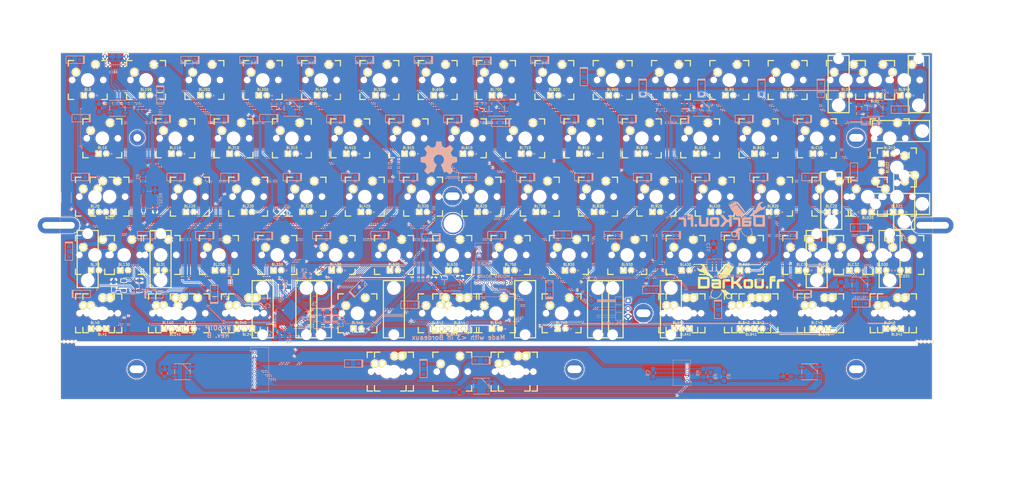
<source format=kicad_pcb>
(kicad_pcb (version 4) (host pcbnew 4.0.7+dfsg1-1)
  (title_block (title DK60TP) (date 2017-10-07) (rev B) (company DarKou))
  (layers (0 F.Cu signal) (31 B.Cu signal) (34 B.Paste user) (35 F.Paste user) (36 B.SilkS user) (37 F.SilkS user) (38 B.Mask user) (39 F.Mask user) (44 Edge.Cuts user))
  (net 0 "")
  (net 1 LED_CATH)
  (net 2 LED_AN)
  (net 3 XTAL1)
  (net 4 GND)
  (net 5 XTAL2)
  (net 6 VCC)
  (net 7 "Net-(C8-Pad1)")
  (net 8 "Net-(C9-Pad1)")
  (net 9 Col0)
  (net 10 "Net-(DK0-Pad1)")
  (net 11 "Net-(DK1-Pad1)")
  (net 12 "Net-(DK2-Pad1)")
  (net 13 "Net-(DK3-Pad1)")
  (net 14 "Net-(DK4-Pad1)")
  (net 15 Col6)
  (net 16 "Net-(DK6-Pad1)")
  (net 17 Col1)
  (net 18 "Net-(DK10-Pad1)")
  (net 19 "Net-(DK11-Pad1)")
  (net 20 "Net-(DK12-Pad1)")
  (net 21 "Net-(DK13-Pad1)")
  (net 22 "Net-(DK14-Pad1)")
  (net 23 Col2)
  (net 24 "Net-(DK20-Pad1)")
  (net 25 "Net-(DK21-Pad1)")
  (net 26 "Net-(DK22-Pad1)")
  (net 27 "Net-(DK23-Pad1)")
  (net 28 "Net-(DK24-Pad1)")
  (net 29 Col3)
  (net 30 "Net-(DK30-Pad1)")
  (net 31 "Net-(DK31-Pad1)")
  (net 32 "Net-(DK32-Pad1)")
  (net 33 "Net-(DK33-Pad1)")
  (net 34 /TRACKPOINT/Col3)
  (net 35 "Net-(DK34-Pad1)")
  (net 36 Col4)
  (net 37 "Net-(DK40-Pad1)")
  (net 38 "Net-(DK41-Pad1)")
  (net 39 "Net-(DK42-Pad1)")
  (net 40 "Net-(DK43-Pad1)")
  (net 41 /TRACKPOINT/Col4)
  (net 42 "Net-(DK44-Pad1)")
  (net 43 Col5)
  (net 44 "Net-(DK50-Pad1)")
  (net 45 "Net-(DK51-Pad1)")
  (net 46 "Net-(DK52-Pad1)")
  (net 47 "Net-(DK53-Pad1)")
  (net 48 "Net-(DK54-Pad1)")
  (net 49 "Net-(DK61-Pad1)")
  (net 50 "Net-(DK62-Pad1)")
  (net 51 "Net-(DK63-Pad1)")
  (net 52 "Net-(DK64-Pad1)")
  (net 53 Col7)
  (net 54 "Net-(DK70-Pad1)")
  (net 55 "Net-(DK71-Pad1)")
  (net 56 "Net-(DK72-Pad1)")
  (net 57 "Net-(DK73-Pad1)")
  (net 58 Col8)
  (net 59 "Net-(DK80-Pad1)")
  (net 60 "Net-(DK81-Pad1)")
  (net 61 "Net-(DK82-Pad1)")
  (net 62 "Net-(DK83-Pad1)")
  (net 63 Col9)
  (net 64 "Net-(DK90-Pad1)")
  (net 65 "Net-(DK91-Pad1)")
  (net 66 "Net-(DK92-Pad1)")
  (net 67 "Net-(DK93-Pad1)")
  (net 68 "Net-(DK94-Pad1)")
  (net 69 ColA)
  (net 70 "Net-(DKA0-Pad1)")
  (net 71 "Net-(DKA1-Pad1)")
  (net 72 "Net-(DKA2-Pad1)")
  (net 73 "Net-(DKA3-Pad1)")
  (net 74 "Net-(DKA4-Pad1)")
  (net 75 ColB)
  (net 76 "Net-(DKB0-Pad1)")
  (net 77 "Net-(DKB1-Pad1)")
  (net 78 "Net-(DKB2-Pad1)")
  (net 79 "Net-(DKB3-Pad1)")
  (net 80 "Net-(DKB4-Pad1)")
  (net 81 ColC)
  (net 82 "Net-(DKC1-Pad1)")
  (net 83 "Net-(DKC2-Pad1)")
  (net 84 "Net-(DKC3-Pad1)")
  (net 85 "Net-(DKC4-Pad1)")
  (net 86 ColD)
  (net 87 "Net-(DKD0-Pad1)")
  (net 88 "Net-(DKD1-Pad1)")
  (net 89 "Net-(DKD2-Pad1)")
  (net 90 "Net-(DKD3-Pad1)")
  (net 91 "Net-(DKD4-Pad1)")
  (net 92 "Net-(J1-Pad2)")
  (net 93 "Net-(J1-Pad3)")
  (net 94 DOUT)
  (net 95 Row0)
  (net 96 Row4)
  (net 97 Row1)
  (net 98 Row2)
  (net 99 Row3)
  (net 100 /TRACKPOINT/Row4)
  (net 101 "Net-(KC0-Pad1)")
  (net 102 "Net-(L1-Pad1)")
  (net 103 "Net-(J3-Pad2)")
  (net 104 D5)
  (net 105 D2)
  (net 106 /TRACKPOINT/D5)
  (net 107 /TRACKPOINT/D2)
  (net 108 /TRACKPOINT/RGB)
  (net 109 RESET)
  (net 110 "Net-(R2-Pad2)")
  (net 111 "Net-(R3-Pad1)")
  (net 112 CAPS_LED)
  (net 113 "Net-(J3-Pad1)")
  (net 114 RGB)
  (net 115 "Net-(RGB0-Pad2)")
  (net 116 "Net-(RGB1-Pad2)")
  (net 117 "Net-(RGB2-Pad2)")
  (net 118 "Net-(RGB3-Pad2)")
  (net 119 "Net-(RGB4-Pad2)")
  (net 120 "Net-(RGB5-Pad2)")
  (net 121 "Net-(RGB6-Pad2)")
  (net 122 "Net-(RGB8-Pad2)")
  (net 123 "Net-(RGB10-Pad4)")
  (net 124 BACKLIT)
  (net 125 "Net-(R4-Pad1)")
  (net 126 "Net-(DK74-Pad1)")
  (net 127 /TRACKPOINT/Col8)
  (net 128 "Net-(DK84-Pad1)")
  (module Footprint:Mx_100 (layer F.Cu) (at 192.00125 125.18125)
    (fp_text reference K643 hide)
    (fp_text value K46 hide)
    (pad HOLE np_thru_hole circle (at 0 0) (size 3.9878 3.9878) (drill 3.9878) (layers *.Cu))
    (pad HOLE np_thru_hole circle (at -5.08 0) (size 1.7018 1.7018) (drill 1.7018) (layers *.Cu))
    (pad HOLE np_thru_hole circle (at 5.08 0) (size 1.7018 1.7018) (drill 1.7018) (layers *.Cu))
    (pad 1 thru_hole circle (at -3.81 -2.54 330.95) (size 2.5 2.5) (drill 1.5) (layers *.Cu *.Mask F.SilkS) (net 96 Row4))
    (pad 2 thru_hole circle (at 2.54 -5.08 356.1) (size 2.5 2.5) (drill 1.5) (layers *.Cu *.Mask F.SilkS) (net 52 "Net-(DK64-Pad1)"))
  )
  (module Footprint:Mx_100 (layer F.Cu) (at 211.0425 144.23125)
    (fp_text reference K840 hide)
    (fp_text value RMB hide)
    (pad HOLE np_thru_hole circle (at 0 0) (size 3.9878 3.9878) (drill 3.9878) (layers *.Cu))
    (pad HOLE np_thru_hole circle (at -5.08 0) (size 1.7018 1.7018) (drill 1.7018) (layers *.Cu))
    (pad HOLE np_thru_hole circle (at 5.08 0) (size 1.7018 1.7018) (drill 1.7018) (layers *.Cu))
    (pad 1 thru_hole circle (at -3.81 -2.54 330.95) (size 2.5 2.5) (drill 1.5) (layers *.Cu *.Mask F.SilkS) (net 128 "Net-(DK84-Pad1)"))
    (pad 2 thru_hole circle (at 2.54 -5.08 356.1) (size 2.5 2.5) (drill 1.5) (layers *.Cu *.Mask F.SilkS) (net 100 /TRACKPOINT/Row4))
  )
  (module Footprint:Mx_100 (layer F.Cu) (at 339.65625 106.13125)
    (fp_text reference KD30 hide)
    (fp_text value K3D hide)
    (pad HOLE np_thru_hole circle (at 0 0) (size 3.9878 3.9878) (drill 3.9878) (layers *.Cu))
    (pad HOLE np_thru_hole circle (at -5.08 0) (size 1.7018 1.7018) (drill 1.7018) (layers *.Cu))
    (pad HOLE np_thru_hole circle (at 5.08 0) (size 1.7018 1.7018) (drill 1.7018) (layers *.Cu))
    (pad 1 thru_hole circle (at -3.81 -2.54 330.95) (size 2.5 2.5) (drill 1.5) (layers *.Cu *.Mask F.SilkS) (net 99 Row3))
    (pad 2 thru_hole circle (at 2.54 -5.08 356.1) (size 2.5 2.5) (drill 1.5) (layers *.Cu *.Mask F.SilkS) (net 90 "Net-(DKD3-Pad1)"))
  )
  (module Footprint:Mx_100 (layer F.Cu) (at 320.58 48.98125)
    (fp_text reference KD0 hide)
    (fp_text value K0D hide)
    (pad HOLE np_thru_hole circle (at 0 0) (size 3.9878 3.9878) (drill 3.9878) (layers *.Cu))
    (pad HOLE np_thru_hole circle (at -5.08 0) (size 1.7018 1.7018) (drill 1.7018) (layers *.Cu))
    (pad HOLE np_thru_hole circle (at 5.08 0) (size 1.7018 1.7018) (drill 1.7018) (layers *.Cu))
    (pad 1 thru_hole circle (at -3.81 -2.54 330.95) (size 2.5 2.5) (drill 1.5) (layers *.Cu *.Mask F.SilkS) (net 87 "Net-(DKD0-Pad1)"))
    (pad 2 thru_hole circle (at 2.54 -5.08 356.1) (size 2.5 2.5) (drill 1.5) (layers *.Cu *.Mask F.SilkS) (net 95 Row0))
  )
  (module Footprint:Mx_100 (layer F.Cu) (at 311.08125 125.18125)
    (fp_text reference KC40 hide)
    (fp_text value K4C hide)
    (pad HOLE np_thru_hole circle (at 0 0) (size 3.9878 3.9878) (drill 3.9878) (layers *.Cu))
    (pad HOLE np_thru_hole circle (at -5.08 0) (size 1.7018 1.7018) (drill 1.7018) (layers *.Cu))
    (pad HOLE np_thru_hole circle (at 5.08 0) (size 1.7018 1.7018) (drill 1.7018) (layers *.Cu))
    (pad 1 thru_hole circle (at -3.81 -2.54 330.95) (size 2.5 2.5) (drill 1.5) (layers *.Cu *.Mask F.SilkS) (net 85 "Net-(DKC4-Pad1)"))
    (pad 2 thru_hole circle (at 2.54 -5.08 356.1) (size 2.5 2.5) (drill 1.5) (layers *.Cu *.Mask F.SilkS) (net 96 Row4))
  )
  (module Footprint:Mx_100 (layer F.Cu) (at 306.31875 106.13125)
    (fp_text reference KC31 hide)
    (fp_text value K3C hide)
    (pad HOLE np_thru_hole circle (at 0 0) (size 3.9878 3.9878) (drill 3.9878) (layers *.Cu))
    (pad HOLE np_thru_hole circle (at -5.08 0) (size 1.7018 1.7018) (drill 1.7018) (layers *.Cu))
    (pad HOLE np_thru_hole circle (at 5.08 0) (size 1.7018 1.7018) (drill 1.7018) (layers *.Cu))
    (pad 1 thru_hole circle (at -3.81 -2.54 330.95) (size 2.5 2.5) (drill 1.5) (layers *.Cu *.Mask F.SilkS) (net 84 "Net-(DKC3-Pad1)"))
    (pad 2 thru_hole circle (at 2.54 -5.08 356.1) (size 2.5 2.5) (drill 1.5) (layers *.Cu *.Mask F.SilkS) (net 99 Row3))
  )
  (module Footprint:Mx_100 (layer F.Cu) (at 315.84375 87.08125)
    (fp_text reference KC20 hide)
    (fp_text value K2C hide)
    (pad HOLE np_thru_hole circle (at 0 0) (size 3.9878 3.9878) (drill 3.9878) (layers *.Cu))
    (pad HOLE np_thru_hole circle (at -5.08 0) (size 1.7018 1.7018) (drill 1.7018) (layers *.Cu))
    (pad HOLE np_thru_hole circle (at 5.08 0) (size 1.7018 1.7018) (drill 1.7018) (layers *.Cu))
    (pad 1 thru_hole circle (at -3.81 -2.54 330.95) (size 2.5 2.5) (drill 1.5) (layers *.Cu *.Mask F.SilkS) (net 83 "Net-(DKC2-Pad1)"))
    (pad 2 thru_hole circle (at 2.54 -5.08 356.1) (size 2.5 2.5) (drill 1.5) (layers *.Cu *.Mask F.SilkS) (net 98 Row2))
  )
  (module Footprint:Mx_100 (layer F.Cu) (at 311.08125 68.03125)
    (fp_text reference KC10 hide)
    (fp_text value K1C hide)
    (pad HOLE np_thru_hole circle (at 0 0) (size 3.9878 3.9878) (drill 3.9878) (layers *.Cu))
    (pad HOLE np_thru_hole circle (at -5.08 0) (size 1.7018 1.7018) (drill 1.7018) (layers *.Cu))
    (pad HOLE np_thru_hole circle (at 5.08 0) (size 1.7018 1.7018) (drill 1.7018) (layers *.Cu))
    (pad 1 thru_hole circle (at -3.81 -2.54 330.95) (size 2.5 2.5) (drill 1.5) (layers *.Cu *.Mask F.SilkS) (net 82 "Net-(DKC1-Pad1)"))
    (pad 2 thru_hole circle (at 2.54 -5.08 356.1) (size 2.5 2.5) (drill 1.5) (layers *.Cu *.Mask F.SilkS) (net 97 Row1))
  )
  (module Footprint:Mx_100 (layer F.Cu) (at 301.55625 48.98125)
    (fp_text reference KC0 hide)
    (fp_text value K0C hide)
    (pad HOLE np_thru_hole circle (at 0 0) (size 3.9878 3.9878) (drill 3.9878) (layers *.Cu))
    (pad HOLE np_thru_hole circle (at -5.08 0) (size 1.7018 1.7018) (drill 1.7018) (layers *.Cu))
    (pad HOLE np_thru_hole circle (at 5.08 0) (size 1.7018 1.7018) (drill 1.7018) (layers *.Cu))
    (pad 1 thru_hole circle (at -3.81 -2.54 330.95) (size 2.5 2.5) (drill 1.5) (layers *.Cu *.Mask F.SilkS) (net 101 "Net-(KC0-Pad1)"))
    (pad 2 thru_hole circle (at 2.54 -5.08 356.1) (size 2.5 2.5) (drill 1.5) (layers *.Cu *.Mask F.SilkS) (net 95 Row0))
  )
  (module Footprint:Mx_100 (layer F.Cu) (at 292.03125 125.18125)
    (fp_text reference KB40 hide)
    (fp_text value K4B hide)
    (pad HOLE np_thru_hole circle (at 0 0) (size 3.9878 3.9878) (drill 3.9878) (layers *.Cu))
    (pad HOLE np_thru_hole circle (at -5.08 0) (size 1.7018 1.7018) (drill 1.7018) (layers *.Cu))
    (pad HOLE np_thru_hole circle (at 5.08 0) (size 1.7018 1.7018) (drill 1.7018) (layers *.Cu))
    (pad 1 thru_hole circle (at -3.81 -2.54 330.95) (size 2.5 2.5) (drill 1.5) (layers *.Cu *.Mask F.SilkS) (net 80 "Net-(DKB4-Pad1)"))
    (pad 2 thru_hole circle (at 2.54 -5.08 356.1) (size 2.5 2.5) (drill 1.5) (layers *.Cu *.Mask F.SilkS) (net 96 Row4))
  )
  (module Footprint:Mx_100 (layer F.Cu) (at 287.26875 106.13125)
    (fp_text reference KB30 hide)
    (fp_text value K3B hide)
    (pad HOLE np_thru_hole circle (at 0 0) (size 3.9878 3.9878) (drill 3.9878) (layers *.Cu))
    (pad HOLE np_thru_hole circle (at -5.08 0) (size 1.7018 1.7018) (drill 1.7018) (layers *.Cu))
    (pad HOLE np_thru_hole circle (at 5.08 0) (size 1.7018 1.7018) (drill 1.7018) (layers *.Cu))
    (pad 1 thru_hole circle (at -3.81 -2.54 330.95) (size 2.5 2.5) (drill 1.5) (layers *.Cu *.Mask F.SilkS) (net 79 "Net-(DKB3-Pad1)"))
    (pad 2 thru_hole circle (at 2.54 -5.08 356.1) (size 2.5 2.5) (drill 1.5) (layers *.Cu *.Mask F.SilkS) (net 99 Row3))
  )
  (module Footprint:Mx_100 (layer F.Cu) (at 296.79375 87.08125)
    (fp_text reference KB20 hide)
    (fp_text value K2B hide)
    (pad HOLE np_thru_hole circle (at 0 0) (size 3.9878 3.9878) (drill 3.9878) (layers *.Cu))
    (pad HOLE np_thru_hole circle (at -5.08 0) (size 1.7018 1.7018) (drill 1.7018) (layers *.Cu))
    (pad HOLE np_thru_hole circle (at 5.08 0) (size 1.7018 1.7018) (drill 1.7018) (layers *.Cu))
    (pad 1 thru_hole circle (at -3.81 -2.54 330.95) (size 2.5 2.5) (drill 1.5) (layers *.Cu *.Mask F.SilkS) (net 78 "Net-(DKB2-Pad1)"))
    (pad 2 thru_hole circle (at 2.54 -5.08 356.1) (size 2.5 2.5) (drill 1.5) (layers *.Cu *.Mask F.SilkS) (net 98 Row2))
  )
  (module Footprint:Mx_100 (layer F.Cu) (at 292.03125 68.03125)
    (fp_text reference KB10 hide)
    (fp_text value K1B hide)
    (pad HOLE np_thru_hole circle (at 0 0) (size 3.9878 3.9878) (drill 3.9878) (layers *.Cu))
    (pad HOLE np_thru_hole circle (at -5.08 0) (size 1.7018 1.7018) (drill 1.7018) (layers *.Cu))
    (pad HOLE np_thru_hole circle (at 5.08 0) (size 1.7018 1.7018) (drill 1.7018) (layers *.Cu))
    (pad 1 thru_hole circle (at -3.81 -2.54 330.95) (size 2.5 2.5) (drill 1.5) (layers *.Cu *.Mask F.SilkS) (net 77 "Net-(DKB1-Pad1)"))
    (pad 2 thru_hole circle (at 2.54 -5.08 356.1) (size 2.5 2.5) (drill 1.5) (layers *.Cu *.Mask F.SilkS) (net 97 Row1))
  )
  (module Footprint:Mx_100 (layer F.Cu) (at 282.50625 48.98125)
    (fp_text reference KB0 hide)
    (fp_text value K0B hide)
    (pad HOLE np_thru_hole circle (at 0 0) (size 3.9878 3.9878) (drill 3.9878) (layers *.Cu))
    (pad HOLE np_thru_hole circle (at -5.08 0) (size 1.7018 1.7018) (drill 1.7018) (layers *.Cu))
    (pad HOLE np_thru_hole circle (at 5.08 0) (size 1.7018 1.7018) (drill 1.7018) (layers *.Cu))
    (pad 1 thru_hole circle (at -3.81 -2.54 330.95) (size 2.5 2.5) (drill 1.5) (layers *.Cu *.Mask F.SilkS) (net 76 "Net-(DKB0-Pad1)"))
    (pad 2 thru_hole circle (at 2.54 -5.08 356.1) (size 2.5 2.5) (drill 1.5) (layers *.Cu *.Mask F.SilkS) (net 95 Row0))
  )
  (module Footprint:Mx_100 (layer F.Cu) (at 268.21875 106.13125)
    (fp_text reference KA30 hide)
    (fp_text value K3A hide)
    (pad HOLE np_thru_hole circle (at 0 0) (size 3.9878 3.9878) (drill 3.9878) (layers *.Cu))
    (pad HOLE np_thru_hole circle (at -5.08 0) (size 1.7018 1.7018) (drill 1.7018) (layers *.Cu))
    (pad HOLE np_thru_hole circle (at 5.08 0) (size 1.7018 1.7018) (drill 1.7018) (layers *.Cu))
    (pad 1 thru_hole circle (at -3.81 -2.54 330.95) (size 2.5 2.5) (drill 1.5) (layers *.Cu *.Mask F.SilkS) (net 73 "Net-(DKA3-Pad1)"))
    (pad 2 thru_hole circle (at 2.54 -5.08 356.1) (size 2.5 2.5) (drill 1.5) (layers *.Cu *.Mask F.SilkS) (net 99 Row3))
  )
  (module Footprint:Mx_100 (layer F.Cu) (at 277.74375 87.08125)
    (fp_text reference KA20 hide)
    (fp_text value K2A hide)
    (pad HOLE np_thru_hole circle (at 0 0) (size 3.9878 3.9878) (drill 3.9878) (layers *.Cu))
    (pad HOLE np_thru_hole circle (at -5.08 0) (size 1.7018 1.7018) (drill 1.7018) (layers *.Cu))
    (pad HOLE np_thru_hole circle (at 5.08 0) (size 1.7018 1.7018) (drill 1.7018) (layers *.Cu))
    (pad 1 thru_hole circle (at -3.81 -2.54 330.95) (size 2.5 2.5) (drill 1.5) (layers *.Cu *.Mask F.SilkS) (net 72 "Net-(DKA2-Pad1)"))
    (pad 2 thru_hole circle (at 2.54 -5.08 356.1) (size 2.5 2.5) (drill 1.5) (layers *.Cu *.Mask F.SilkS) (net 98 Row2))
  )
  (module Footprint:Mx_100 (layer F.Cu) (at 272.98125 68.03125)
    (fp_text reference KA10 hide)
    (fp_text value K1A hide)
    (pad HOLE np_thru_hole circle (at 0 0) (size 3.9878 3.9878) (drill 3.9878) (layers *.Cu))
    (pad HOLE np_thru_hole circle (at -5.08 0) (size 1.7018 1.7018) (drill 1.7018) (layers *.Cu))
    (pad HOLE np_thru_hole circle (at 5.08 0) (size 1.7018 1.7018) (drill 1.7018) (layers *.Cu))
    (pad 1 thru_hole circle (at -3.81 -2.54 330.95) (size 2.5 2.5) (drill 1.5) (layers *.Cu *.Mask F.SilkS) (net 71 "Net-(DKA1-Pad1)"))
    (pad 2 thru_hole circle (at 2.54 -5.08 356.1) (size 2.5 2.5) (drill 1.5) (layers *.Cu *.Mask F.SilkS) (net 97 Row1))
  )
  (module Footprint:Mx_100 (layer F.Cu) (at 263.45625 48.98125)
    (fp_text reference KA0 hide)
    (fp_text value K0A hide)
    (pad HOLE np_thru_hole circle (at 0 0) (size 3.9878 3.9878) (drill 3.9878) (layers *.Cu))
    (pad HOLE np_thru_hole circle (at -5.08 0) (size 1.7018 1.7018) (drill 1.7018) (layers *.Cu))
    (pad HOLE np_thru_hole circle (at 5.08 0) (size 1.7018 1.7018) (drill 1.7018) (layers *.Cu))
    (pad 1 thru_hole circle (at -3.81 -2.54 330.95) (size 2.5 2.5) (drill 1.5) (layers *.Cu *.Mask F.SilkS) (net 70 "Net-(DKA0-Pad1)"))
    (pad 2 thru_hole circle (at 2.54 -5.08 356.1) (size 2.5 2.5) (drill 1.5) (layers *.Cu *.Mask F.SilkS) (net 95 Row0))
  )
  (module Footprint:Mx_100 (layer F.Cu) (at 339.65625 48.98125)
    (fp_text reference K940 hide)
    (fp_text value K49 hide)
    (pad HOLE np_thru_hole circle (at 0 0) (size 3.9878 3.9878) (drill 3.9878) (layers *.Cu))
    (pad HOLE np_thru_hole circle (at -5.08 0) (size 1.7018 1.7018) (drill 1.7018) (layers *.Cu))
    (pad HOLE np_thru_hole circle (at 5.08 0) (size 1.7018 1.7018) (drill 1.7018) (layers *.Cu))
    (pad 1 thru_hole circle (at -3.81 -2.54 330.95) (size 2.5 2.5) (drill 1.5) (layers *.Cu *.Mask F.SilkS) (net 68 "Net-(DK94-Pad1)"))
    (pad 2 thru_hole circle (at 2.54 -5.08 356.1) (size 2.5 2.5) (drill 1.5) (layers *.Cu *.Mask F.SilkS) (net 96 Row4))
  )
  (module Footprint:Mx_100 (layer F.Cu) (at 249.16875 106.13125)
    (fp_text reference K930 hide)
    (fp_text value K39 hide)
    (pad HOLE np_thru_hole circle (at 0 0) (size 3.9878 3.9878) (drill 3.9878) (layers *.Cu))
    (pad HOLE np_thru_hole circle (at -5.08 0) (size 1.7018 1.7018) (drill 1.7018) (layers *.Cu))
    (pad HOLE np_thru_hole circle (at 5.08 0) (size 1.7018 1.7018) (drill 1.7018) (layers *.Cu))
    (pad 1 thru_hole circle (at -3.81 -2.54 330.95) (size 2.5 2.5) (drill 1.5) (layers *.Cu *.Mask F.SilkS) (net 67 "Net-(DK93-Pad1)"))
    (pad 2 thru_hole circle (at 2.54 -5.08 356.1) (size 2.5 2.5) (drill 1.5) (layers *.Cu *.Mask F.SilkS) (net 99 Row3))
  )
  (module Footprint:Mx_100 (layer F.Cu) (at 258.69375 87.08125)
    (fp_text reference K920 hide)
    (fp_text value K29 hide)
    (pad HOLE np_thru_hole circle (at 0 0) (size 3.9878 3.9878) (drill 3.9878) (layers *.Cu))
    (pad HOLE np_thru_hole circle (at -5.08 0) (size 1.7018 1.7018) (drill 1.7018) (layers *.Cu))
    (pad HOLE np_thru_hole circle (at 5.08 0) (size 1.7018 1.7018) (drill 1.7018) (layers *.Cu))
    (pad 1 thru_hole circle (at -3.81 -2.54 330.95) (size 2.5 2.5) (drill 1.5) (layers *.Cu *.Mask F.SilkS) (net 66 "Net-(DK92-Pad1)"))
    (pad 2 thru_hole circle (at 2.54 -5.08 356.1) (size 2.5 2.5) (drill 1.5) (layers *.Cu *.Mask F.SilkS) (net 98 Row2))
  )
  (module Footprint:Mx_100 (layer F.Cu) (at 253.93125 68.03125)
    (fp_text reference K910 hide)
    (fp_text value K19 hide)
    (pad HOLE np_thru_hole circle (at 0 0) (size 3.9878 3.9878) (drill 3.9878) (layers *.Cu))
    (pad HOLE np_thru_hole circle (at -5.08 0) (size 1.7018 1.7018) (drill 1.7018) (layers *.Cu))
    (pad HOLE np_thru_hole circle (at 5.08 0) (size 1.7018 1.7018) (drill 1.7018) (layers *.Cu))
    (pad 1 thru_hole circle (at -3.81 -2.54 330.95) (size 2.5 2.5) (drill 1.5) (layers *.Cu *.Mask F.SilkS) (net 65 "Net-(DK91-Pad1)"))
    (pad 2 thru_hole circle (at 2.54 -5.08 356.1) (size 2.5 2.5) (drill 1.5) (layers *.Cu *.Mask F.SilkS) (net 97 Row1))
  )
  (module Footprint:Mx_100 (layer F.Cu) (at 244.40625 48.98125)
    (fp_text reference K900 hide)
    (fp_text value K09 hide)
    (pad HOLE np_thru_hole circle (at 0 0) (size 3.9878 3.9878) (drill 3.9878) (layers *.Cu))
    (pad HOLE np_thru_hole circle (at -5.08 0) (size 1.7018 1.7018) (drill 1.7018) (layers *.Cu))
    (pad HOLE np_thru_hole circle (at 5.08 0) (size 1.7018 1.7018) (drill 1.7018) (layers *.Cu))
    (pad 1 thru_hole circle (at -3.81 -2.54 330.95) (size 2.5 2.5) (drill 1.5) (layers *.Cu *.Mask F.SilkS) (net 64 "Net-(DK90-Pad1)"))
    (pad 2 thru_hole circle (at 2.54 -5.08 356.1) (size 2.5 2.5) (drill 1.5) (layers *.Cu *.Mask F.SilkS) (net 95 Row0))
  )
  (module Footprint:Mx_100 (layer F.Cu) (at 230.11875 106.13125)
    (fp_text reference K830 hide)
    (fp_text value K38 hide)
    (pad HOLE np_thru_hole circle (at 0 0) (size 3.9878 3.9878) (drill 3.9878) (layers *.Cu))
    (pad HOLE np_thru_hole circle (at -5.08 0) (size 1.7018 1.7018) (drill 1.7018) (layers *.Cu))
    (pad HOLE np_thru_hole circle (at 5.08 0) (size 1.7018 1.7018) (drill 1.7018) (layers *.Cu))
    (pad 1 thru_hole circle (at -3.81 -2.54 330.95) (size 2.5 2.5) (drill 1.5) (layers *.Cu *.Mask F.SilkS) (net 62 "Net-(DK83-Pad1)"))
    (pad 2 thru_hole circle (at 2.54 -5.08 356.1) (size 2.5 2.5) (drill 1.5) (layers *.Cu *.Mask F.SilkS) (net 99 Row3))
  )
  (module Footprint:Mx_100 (layer F.Cu) (at 239.64375 87.08125)
    (fp_text reference K820 hide)
    (fp_text value K28 hide)
    (pad HOLE np_thru_hole circle (at 0 0) (size 3.9878 3.9878) (drill 3.9878) (layers *.Cu))
    (pad HOLE np_thru_hole circle (at -5.08 0) (size 1.7018 1.7018) (drill 1.7018) (layers *.Cu))
    (pad HOLE np_thru_hole circle (at 5.08 0) (size 1.7018 1.7018) (drill 1.7018) (layers *.Cu))
    (pad 1 thru_hole circle (at -3.81 -2.54 330.95) (size 2.5 2.5) (drill 1.5) (layers *.Cu *.Mask F.SilkS) (net 61 "Net-(DK82-Pad1)"))
    (pad 2 thru_hole circle (at 2.54 -5.08 356.1) (size 2.5 2.5) (drill 1.5) (layers *.Cu *.Mask F.SilkS) (net 98 Row2))
  )
  (module Footprint:Mx_100 (layer F.Cu) (at 234.88125 68.03125)
    (fp_text reference K810 hide)
    (fp_text value K18 hide)
    (pad HOLE np_thru_hole circle (at 0 0) (size 3.9878 3.9878) (drill 3.9878) (layers *.Cu))
    (pad HOLE np_thru_hole circle (at -5.08 0) (size 1.7018 1.7018) (drill 1.7018) (layers *.Cu))
    (pad HOLE np_thru_hole circle (at 5.08 0) (size 1.7018 1.7018) (drill 1.7018) (layers *.Cu))
    (pad 1 thru_hole circle (at -3.81 -2.54 330.95) (size 2.5 2.5) (drill 1.5) (layers *.Cu *.Mask F.SilkS) (net 60 "Net-(DK81-Pad1)"))
    (pad 2 thru_hole circle (at 2.54 -5.08 356.1) (size 2.5 2.5) (drill 1.5) (layers *.Cu *.Mask F.SilkS) (net 97 Row1))
  )
  (module Footprint:Mx_100 (layer F.Cu) (at 225.35625 48.98125)
    (fp_text reference K800 hide)
    (fp_text value K08 hide)
    (pad HOLE np_thru_hole circle (at 0 0) (size 3.9878 3.9878) (drill 3.9878) (layers *.Cu))
    (pad HOLE np_thru_hole circle (at -5.08 0) (size 1.7018 1.7018) (drill 1.7018) (layers *.Cu))
    (pad HOLE np_thru_hole circle (at 5.08 0) (size 1.7018 1.7018) (drill 1.7018) (layers *.Cu))
    (pad 1 thru_hole circle (at -3.81 -2.54 330.95) (size 2.5 2.5) (drill 1.5) (layers *.Cu *.Mask F.SilkS) (net 59 "Net-(DK80-Pad1)"))
    (pad 2 thru_hole circle (at 2.54 -5.08 356.1) (size 2.5 2.5) (drill 1.5) (layers *.Cu *.Mask F.SilkS) (net 95 Row0))
  )
  (module Footprint:Mx_100 (layer F.Cu) (at 211.06875 106.13125)
    (fp_text reference K730 hide)
    (fp_text value K37 hide)
    (pad HOLE np_thru_hole circle (at 0 0) (size 3.9878 3.9878) (drill 3.9878) (layers *.Cu))
    (pad HOLE np_thru_hole circle (at -5.08 0) (size 1.7018 1.7018) (drill 1.7018) (layers *.Cu))
    (pad HOLE np_thru_hole circle (at 5.08 0) (size 1.7018 1.7018) (drill 1.7018) (layers *.Cu))
    (pad 1 thru_hole circle (at -3.81 -2.54 330.95) (size 2.5 2.5) (drill 1.5) (layers *.Cu *.Mask F.SilkS) (net 57 "Net-(DK73-Pad1)"))
    (pad 2 thru_hole circle (at 2.54 -5.08 356.1) (size 2.5 2.5) (drill 1.5) (layers *.Cu *.Mask F.SilkS) (net 99 Row3))
  )
  (module Footprint:Mx_100 (layer F.Cu) (at 220.59375 87.08125)
    (fp_text reference K720 hide)
    (fp_text value K27 hide)
    (pad HOLE np_thru_hole circle (at 0 0) (size 3.9878 3.9878) (drill 3.9878) (layers *.Cu))
    (pad HOLE np_thru_hole circle (at -5.08 0) (size 1.7018 1.7018) (drill 1.7018) (layers *.Cu))
    (pad HOLE np_thru_hole circle (at 5.08 0) (size 1.7018 1.7018) (drill 1.7018) (layers *.Cu))
    (pad 1 thru_hole circle (at -3.81 -2.54 330.95) (size 2.5 2.5) (drill 1.5) (layers *.Cu *.Mask F.SilkS) (net 56 "Net-(DK72-Pad1)"))
    (pad 2 thru_hole circle (at 2.54 -5.08 356.1) (size 2.5 2.5) (drill 1.5) (layers *.Cu *.Mask F.SilkS) (net 98 Row2))
  )
  (module Footprint:Mx_100 (layer F.Cu) (at 215.83125 68.03125)
    (fp_text reference K710 hide)
    (fp_text value K17 hide)
    (pad HOLE np_thru_hole circle (at 0 0) (size 3.9878 3.9878) (drill 3.9878) (layers *.Cu))
    (pad HOLE np_thru_hole circle (at -5.08 0) (size 1.7018 1.7018) (drill 1.7018) (layers *.Cu))
    (pad HOLE np_thru_hole circle (at 5.08 0) (size 1.7018 1.7018) (drill 1.7018) (layers *.Cu))
    (pad 1 thru_hole circle (at -3.81 -2.54 330.95) (size 2.5 2.5) (drill 1.5) (layers *.Cu *.Mask F.SilkS) (net 55 "Net-(DK71-Pad1)"))
    (pad 2 thru_hole circle (at 2.54 -5.08 356.1) (size 2.5 2.5) (drill 1.5) (layers *.Cu *.Mask F.SilkS) (net 97 Row1))
  )
  (module Footprint:Mx_100 (layer F.Cu) (at 206.30625 48.98125)
    (fp_text reference K700 hide)
    (fp_text value K07 hide)
    (pad HOLE np_thru_hole circle (at 0 0) (size 3.9878 3.9878) (drill 3.9878) (layers *.Cu))
    (pad HOLE np_thru_hole circle (at -5.08 0) (size 1.7018 1.7018) (drill 1.7018) (layers *.Cu))
    (pad HOLE np_thru_hole circle (at 5.08 0) (size 1.7018 1.7018) (drill 1.7018) (layers *.Cu))
    (pad 1 thru_hole circle (at -3.81 -2.54 330.95) (size 2.5 2.5) (drill 1.5) (layers *.Cu *.Mask F.SilkS) (net 54 "Net-(DK70-Pad1)"))
    (pad 2 thru_hole circle (at 2.54 -5.08 356.1) (size 2.5 2.5) (drill 1.5) (layers *.Cu *.Mask F.SilkS) (net 95 Row0))
  )
  (module Footprint:Mx_100 (layer F.Cu) (at 192.01875 106.13125)
    (fp_text reference K630 hide)
    (fp_text value K36 hide)
    (pad HOLE np_thru_hole circle (at 0 0) (size 3.9878 3.9878) (drill 3.9878) (layers *.Cu))
    (pad HOLE np_thru_hole circle (at -5.08 0) (size 1.7018 1.7018) (drill 1.7018) (layers *.Cu))
    (pad HOLE np_thru_hole circle (at 5.08 0) (size 1.7018 1.7018) (drill 1.7018) (layers *.Cu))
    (pad 1 thru_hole circle (at -3.81 -2.54 330.95) (size 2.5 2.5) (drill 1.5) (layers *.Cu *.Mask F.SilkS) (net 51 "Net-(DK63-Pad1)"))
    (pad 2 thru_hole circle (at 2.54 -5.08 356.1) (size 2.5 2.5) (drill 1.5) (layers *.Cu *.Mask F.SilkS) (net 99 Row3))
  )
  (module Footprint:Mx_100 (layer F.Cu) (at 201.54375 87.08125)
    (fp_text reference K620 hide)
    (fp_text value K26 hide)
    (pad HOLE np_thru_hole circle (at 0 0) (size 3.9878 3.9878) (drill 3.9878) (layers *.Cu))
    (pad HOLE np_thru_hole circle (at -5.08 0) (size 1.7018 1.7018) (drill 1.7018) (layers *.Cu))
    (pad HOLE np_thru_hole circle (at 5.08 0) (size 1.7018 1.7018) (drill 1.7018) (layers *.Cu))
    (pad 1 thru_hole circle (at -3.81 -2.54 330.95) (size 2.5 2.5) (drill 1.5) (layers *.Cu *.Mask F.SilkS) (net 50 "Net-(DK62-Pad1)"))
    (pad 2 thru_hole circle (at 2.54 -5.08 356.1) (size 2.5 2.5) (drill 1.5) (layers *.Cu *.Mask F.SilkS) (net 98 Row2))
  )
  (module Footprint:Mx_100 (layer F.Cu) (at 196.78125 68.03125)
    (fp_text reference K610 hide)
    (fp_text value K16 hide)
    (pad HOLE np_thru_hole circle (at 0 0) (size 3.9878 3.9878) (drill 3.9878) (layers *.Cu))
    (pad HOLE np_thru_hole circle (at -5.08 0) (size 1.7018 1.7018) (drill 1.7018) (layers *.Cu))
    (pad HOLE np_thru_hole circle (at 5.08 0) (size 1.7018 1.7018) (drill 1.7018) (layers *.Cu))
    (pad 1 thru_hole circle (at -3.81 -2.54 330.95) (size 2.5 2.5) (drill 1.5) (layers *.Cu *.Mask F.SilkS) (net 49 "Net-(DK61-Pad1)"))
    (pad 2 thru_hole circle (at 2.54 -5.08 356.1) (size 2.5 2.5) (drill 1.5) (layers *.Cu *.Mask F.SilkS) (net 97 Row1))
  )
  (module Footprint:Mx_100 (layer F.Cu) (at 187.25625 48.98125)
    (fp_text reference K600 hide)
    (fp_text value K06 hide)
    (pad HOLE np_thru_hole circle (at 0 0) (size 3.9878 3.9878) (drill 3.9878) (layers *.Cu))
    (pad HOLE np_thru_hole circle (at -5.08 0) (size 1.7018 1.7018) (drill 1.7018) (layers *.Cu))
    (pad HOLE np_thru_hole circle (at 5.08 0) (size 1.7018 1.7018) (drill 1.7018) (layers *.Cu))
    (pad 1 thru_hole circle (at -3.81 -2.54 330.95) (size 2.5 2.5) (drill 1.5) (layers *.Cu *.Mask F.SilkS) (net 16 "Net-(DK6-Pad1)"))
    (pad 2 thru_hole circle (at 2.54 -5.08 356.1) (size 2.5 2.5) (drill 1.5) (layers *.Cu *.Mask F.SilkS) (net 95 Row0))
  )
  (module Footprint:Mx_100 (layer F.Cu) (at 172.96875 106.13125)
    (fp_text reference K530 hide)
    (fp_text value K35 hide)
    (pad HOLE np_thru_hole circle (at 0 0) (size 3.9878 3.9878) (drill 3.9878) (layers *.Cu))
    (pad HOLE np_thru_hole circle (at -5.08 0) (size 1.7018 1.7018) (drill 1.7018) (layers *.Cu))
    (pad HOLE np_thru_hole circle (at 5.08 0) (size 1.7018 1.7018) (drill 1.7018) (layers *.Cu))
    (pad 1 thru_hole circle (at -3.81 -2.54 330.95) (size 2.5 2.5) (drill 1.5) (layers *.Cu *.Mask F.SilkS) (net 47 "Net-(DK53-Pad1)"))
    (pad 2 thru_hole circle (at 2.54 -5.08 356.1) (size 2.5 2.5) (drill 1.5) (layers *.Cu *.Mask F.SilkS) (net 99 Row3))
  )
  (module Footprint:Mx_100 (layer F.Cu) (at 182.49375 87.08125)
    (fp_text reference K520 hide)
    (fp_text value K25 hide)
    (pad HOLE np_thru_hole circle (at 0 0) (size 3.9878 3.9878) (drill 3.9878) (layers *.Cu))
    (pad HOLE np_thru_hole circle (at -5.08 0) (size 1.7018 1.7018) (drill 1.7018) (layers *.Cu))
    (pad HOLE np_thru_hole circle (at 5.08 0) (size 1.7018 1.7018) (drill 1.7018) (layers *.Cu))
    (pad 1 thru_hole circle (at -3.81 -2.54 330.95) (size 2.5 2.5) (drill 1.5) (layers *.Cu *.Mask F.SilkS) (net 46 "Net-(DK52-Pad1)"))
    (pad 2 thru_hole circle (at 2.54 -5.08 356.1) (size 2.5 2.5) (drill 1.5) (layers *.Cu *.Mask F.SilkS) (net 98 Row2))
  )
  (module Footprint:Mx_100 (layer F.Cu) (at 177.73125 68.03125)
    (fp_text reference K510 hide)
    (fp_text value K15 hide)
    (pad HOLE np_thru_hole circle (at 0 0) (size 3.9878 3.9878) (drill 3.9878) (layers *.Cu))
    (pad HOLE np_thru_hole circle (at -5.08 0) (size 1.7018 1.7018) (drill 1.7018) (layers *.Cu))
    (pad HOLE np_thru_hole circle (at 5.08 0) (size 1.7018 1.7018) (drill 1.7018) (layers *.Cu))
    (pad 1 thru_hole circle (at -3.81 -2.54 330.95) (size 2.5 2.5) (drill 1.5) (layers *.Cu *.Mask F.SilkS) (net 45 "Net-(DK51-Pad1)"))
    (pad 2 thru_hole circle (at 2.54 -5.08 356.1) (size 2.5 2.5) (drill 1.5) (layers *.Cu *.Mask F.SilkS) (net 97 Row1))
  )
  (module Footprint:Mx_100 (layer F.Cu) (at 168.20625 48.98125)
    (fp_text reference K500 hide)
    (fp_text value K05 hide)
    (pad HOLE np_thru_hole circle (at 0 0) (size 3.9878 3.9878) (drill 3.9878) (layers *.Cu))
    (pad HOLE np_thru_hole circle (at -5.08 0) (size 1.7018 1.7018) (drill 1.7018) (layers *.Cu))
    (pad HOLE np_thru_hole circle (at 5.08 0) (size 1.7018 1.7018) (drill 1.7018) (layers *.Cu))
    (pad 1 thru_hole circle (at -3.81 -2.54 330.95) (size 2.5 2.5) (drill 1.5) (layers *.Cu *.Mask F.SilkS) (net 44 "Net-(DK50-Pad1)"))
    (pad 2 thru_hole circle (at 2.54 -5.08 356.1) (size 2.5 2.5) (drill 1.5) (layers *.Cu *.Mask F.SilkS) (net 95 Row0))
  )
  (module Footprint:Mx_100 (layer F.Cu) (at 192.01875 144.23125)
    (fp_text reference K440 hide)
    (fp_text value MMB hide)
    (pad HOLE np_thru_hole circle (at 0 0) (size 3.9878 3.9878) (drill 3.9878) (layers *.Cu))
    (pad HOLE np_thru_hole circle (at -5.08 0) (size 1.7018 1.7018) (drill 1.7018) (layers *.Cu))
    (pad HOLE np_thru_hole circle (at 5.08 0) (size 1.7018 1.7018) (drill 1.7018) (layers *.Cu))
    (pad 1 thru_hole circle (at -3.81 -2.54 330.95) (size 2.5 2.5) (drill 1.5) (layers *.Cu *.Mask F.SilkS) (net 42 "Net-(DK44-Pad1)"))
    (pad 2 thru_hole circle (at 2.54 -5.08 356.1) (size 2.5 2.5) (drill 1.5) (layers *.Cu *.Mask F.SilkS) (net 100 /TRACKPOINT/Row4))
  )
  (module Footprint:Mx_100 (layer F.Cu) (at 153.91875 106.13125)
    (fp_text reference K430 hide)
    (fp_text value K34 hide)
    (pad HOLE np_thru_hole circle (at 0 0) (size 3.9878 3.9878) (drill 3.9878) (layers *.Cu))
    (pad HOLE np_thru_hole circle (at -5.08 0) (size 1.7018 1.7018) (drill 1.7018) (layers *.Cu))
    (pad HOLE np_thru_hole circle (at 5.08 0) (size 1.7018 1.7018) (drill 1.7018) (layers *.Cu))
    (pad 1 thru_hole circle (at -3.81 -2.54 330.95) (size 2.5 2.5) (drill 1.5) (layers *.Cu *.Mask F.SilkS) (net 40 "Net-(DK43-Pad1)"))
    (pad 2 thru_hole circle (at 2.54 -5.08 356.1) (size 2.5 2.5) (drill 1.5) (layers *.Cu *.Mask F.SilkS) (net 99 Row3))
  )
  (module Footprint:Mx_100 (layer F.Cu) (at 163.44375 87.08125)
    (fp_text reference K420 hide)
    (fp_text value K24 hide)
    (pad HOLE np_thru_hole circle (at 0 0) (size 3.9878 3.9878) (drill 3.9878) (layers *.Cu))
    (pad HOLE np_thru_hole circle (at -5.08 0) (size 1.7018 1.7018) (drill 1.7018) (layers *.Cu))
    (pad HOLE np_thru_hole circle (at 5.08 0) (size 1.7018 1.7018) (drill 1.7018) (layers *.Cu))
    (pad 1 thru_hole circle (at -3.81 -2.54 330.95) (size 2.5 2.5) (drill 1.5) (layers *.Cu *.Mask F.SilkS) (net 39 "Net-(DK42-Pad1)"))
    (pad 2 thru_hole circle (at 2.54 -5.08 356.1) (size 2.5 2.5) (drill 1.5) (layers *.Cu *.Mask F.SilkS) (net 98 Row2))
  )
  (module Footprint:Mx_100 (layer F.Cu) (at 158.68125 68.03125)
    (fp_text reference K410 hide)
    (fp_text value K14 hide)
    (pad HOLE np_thru_hole circle (at 0 0) (size 3.9878 3.9878) (drill 3.9878) (layers *.Cu))
    (pad HOLE np_thru_hole circle (at -5.08 0) (size 1.7018 1.7018) (drill 1.7018) (layers *.Cu))
    (pad HOLE np_thru_hole circle (at 5.08 0) (size 1.7018 1.7018) (drill 1.7018) (layers *.Cu))
    (pad 1 thru_hole circle (at -3.81 -2.54 330.95) (size 2.5 2.5) (drill 1.5) (layers *.Cu *.Mask F.SilkS) (net 38 "Net-(DK41-Pad1)"))
    (pad 2 thru_hole circle (at 2.54 -5.08 356.1) (size 2.5 2.5) (drill 1.5) (layers *.Cu *.Mask F.SilkS) (net 97 Row1))
  )
  (module Footprint:Mx_100 (layer F.Cu) (at 149.15625 48.98125)
    (fp_text reference K400 hide)
    (fp_text value K04 hide)
    (pad HOLE np_thru_hole circle (at 0 0) (size 3.9878 3.9878) (drill 3.9878) (layers *.Cu))
    (pad HOLE np_thru_hole circle (at -5.08 0) (size 1.7018 1.7018) (drill 1.7018) (layers *.Cu))
    (pad HOLE np_thru_hole circle (at 5.08 0) (size 1.7018 1.7018) (drill 1.7018) (layers *.Cu))
    (pad 1 thru_hole circle (at -3.81 -2.54 330.95) (size 2.5 2.5) (drill 1.5) (layers *.Cu *.Mask F.SilkS) (net 37 "Net-(DK40-Pad1)"))
    (pad 2 thru_hole circle (at 2.54 -5.08 356.1) (size 2.5 2.5) (drill 1.5) (layers *.Cu *.Mask F.SilkS) (net 95 Row0))
  )
  (module Footprint:Mx_100 (layer F.Cu) (at 172.96875 144.23125)
    (fp_text reference K340 hide)
    (fp_text value LMB hide)
    (pad HOLE np_thru_hole circle (at 0 0) (size 3.9878 3.9878) (drill 3.9878) (layers *.Cu))
    (pad HOLE np_thru_hole circle (at -5.08 0) (size 1.7018 1.7018) (drill 1.7018) (layers *.Cu))
    (pad HOLE np_thru_hole circle (at 5.08 0) (size 1.7018 1.7018) (drill 1.7018) (layers *.Cu))
    (pad 1 thru_hole circle (at -3.81 -2.54 330.95) (size 2.5 2.5) (drill 1.5) (layers *.Cu *.Mask F.SilkS) (net 35 "Net-(DK34-Pad1)"))
    (pad 2 thru_hole circle (at 2.54 -5.08 356.1) (size 2.5 2.5) (drill 1.5) (layers *.Cu *.Mask F.SilkS) (net 100 /TRACKPOINT/Row4))
  )
  (module Footprint:Mx_100 (layer F.Cu) (at 134.86875 106.13125)
    (fp_text reference K330 hide)
    (fp_text value K33 hide)
    (pad HOLE np_thru_hole circle (at 0 0) (size 3.9878 3.9878) (drill 3.9878) (layers *.Cu))
    (pad HOLE np_thru_hole circle (at -5.08 0) (size 1.7018 1.7018) (drill 1.7018) (layers *.Cu))
    (pad HOLE np_thru_hole circle (at 5.08 0) (size 1.7018 1.7018) (drill 1.7018) (layers *.Cu))
    (pad 1 thru_hole circle (at -3.81 -2.54 330.95) (size 2.5 2.5) (drill 1.5) (layers *.Cu *.Mask F.SilkS) (net 33 "Net-(DK33-Pad1)"))
    (pad 2 thru_hole circle (at 2.54 -5.08 356.1) (size 2.5 2.5) (drill 1.5) (layers *.Cu *.Mask F.SilkS) (net 99 Row3))
  )
  (module Footprint:Mx_100 (layer F.Cu) (at 144.39375 87.08125)
    (fp_text reference K320 hide)
    (fp_text value K23 hide)
    (pad HOLE np_thru_hole circle (at 0 0) (size 3.9878 3.9878) (drill 3.9878) (layers *.Cu))
    (pad HOLE np_thru_hole circle (at -5.08 0) (size 1.7018 1.7018) (drill 1.7018) (layers *.Cu))
    (pad HOLE np_thru_hole circle (at 5.08 0) (size 1.7018 1.7018) (drill 1.7018) (layers *.Cu))
    (pad 1 thru_hole circle (at -3.81 -2.54 330.95) (size 2.5 2.5) (drill 1.5) (layers *.Cu *.Mask F.SilkS) (net 32 "Net-(DK32-Pad1)"))
    (pad 2 thru_hole circle (at 2.54 -5.08 356.1) (size 2.5 2.5) (drill 1.5) (layers *.Cu *.Mask F.SilkS) (net 98 Row2))
  )
  (module Footprint:Mx_100 (layer F.Cu) (at 139.63125 68.03125)
    (fp_text reference K310 hide)
    (fp_text value K13 hide)
    (pad HOLE np_thru_hole circle (at 0 0) (size 3.9878 3.9878) (drill 3.9878) (layers *.Cu))
    (pad HOLE np_thru_hole circle (at -5.08 0) (size 1.7018 1.7018) (drill 1.7018) (layers *.Cu))
    (pad HOLE np_thru_hole circle (at 5.08 0) (size 1.7018 1.7018) (drill 1.7018) (layers *.Cu))
    (pad 1 thru_hole circle (at -3.81 -2.54 330.95) (size 2.5 2.5) (drill 1.5) (layers *.Cu *.Mask F.SilkS) (net 31 "Net-(DK31-Pad1)"))
    (pad 2 thru_hole circle (at 2.54 -5.08 356.1) (size 2.5 2.5) (drill 1.5) (layers *.Cu *.Mask F.SilkS) (net 97 Row1))
  )
  (module Footprint:Mx_100 (layer F.Cu) (at 130.10625 48.98125)
    (fp_text reference K300 hide)
    (fp_text value K03 hide)
    (pad HOLE np_thru_hole circle (at 0 0) (size 3.9878 3.9878) (drill 3.9878) (layers *.Cu))
    (pad HOLE np_thru_hole circle (at -5.08 0) (size 1.7018 1.7018) (drill 1.7018) (layers *.Cu))
    (pad HOLE np_thru_hole circle (at 5.08 0) (size 1.7018 1.7018) (drill 1.7018) (layers *.Cu))
    (pad 1 thru_hole circle (at -3.81 -2.54 330.95) (size 2.5 2.5) (drill 1.5) (layers *.Cu *.Mask F.SilkS) (net 30 "Net-(DK30-Pad1)"))
    (pad 2 thru_hole circle (at 2.54 -5.08 356.1) (size 2.5 2.5) (drill 1.5) (layers *.Cu *.Mask F.SilkS) (net 95 Row0))
  )
  (module Footprint:Mx_100 (layer F.Cu) (at 115.81875 106.13125)
    (fp_text reference K230 hide)
    (fp_text value K32 hide)
    (pad HOLE np_thru_hole circle (at 0 0) (size 3.9878 3.9878) (drill 3.9878) (layers *.Cu))
    (pad HOLE np_thru_hole circle (at -5.08 0) (size 1.7018 1.7018) (drill 1.7018) (layers *.Cu))
    (pad HOLE np_thru_hole circle (at 5.08 0) (size 1.7018 1.7018) (drill 1.7018) (layers *.Cu))
    (pad 1 thru_hole circle (at -3.81 -2.54 330.95) (size 2.5 2.5) (drill 1.5) (layers *.Cu *.Mask F.SilkS) (net 27 "Net-(DK23-Pad1)"))
    (pad 2 thru_hole circle (at 2.54 -5.08 356.1) (size 2.5 2.5) (drill 1.5) (layers *.Cu *.Mask F.SilkS) (net 99 Row3))
  )
  (module Footprint:Mx_100 (layer F.Cu) (at 125.34375 87.08125)
    (fp_text reference K220 hide)
    (fp_text value K22 hide)
    (pad HOLE np_thru_hole circle (at 0 0) (size 3.9878 3.9878) (drill 3.9878) (layers *.Cu))
    (pad HOLE np_thru_hole circle (at -5.08 0) (size 1.7018 1.7018) (drill 1.7018) (layers *.Cu))
    (pad HOLE np_thru_hole circle (at 5.08 0) (size 1.7018 1.7018) (drill 1.7018) (layers *.Cu))
    (pad 1 thru_hole circle (at -3.81 -2.54 330.95) (size 2.5 2.5) (drill 1.5) (layers *.Cu *.Mask F.SilkS) (net 26 "Net-(DK22-Pad1)"))
    (pad 2 thru_hole circle (at 2.54 -5.08 356.1) (size 2.5 2.5) (drill 1.5) (layers *.Cu *.Mask F.SilkS) (net 98 Row2))
  )
  (module Footprint:Mx_100 (layer F.Cu) (at 120.58125 68.03125)
    (fp_text reference K210 hide)
    (fp_text value K12 hide)
    (pad HOLE np_thru_hole circle (at 0 0) (size 3.9878 3.9878) (drill 3.9878) (layers *.Cu))
    (pad HOLE np_thru_hole circle (at -5.08 0) (size 1.7018 1.7018) (drill 1.7018) (layers *.Cu))
    (pad HOLE np_thru_hole circle (at 5.08 0) (size 1.7018 1.7018) (drill 1.7018) (layers *.Cu))
    (pad 1 thru_hole circle (at -3.81 -2.54 330.95) (size 2.5 2.5) (drill 1.5) (layers *.Cu *.Mask F.SilkS) (net 25 "Net-(DK21-Pad1)"))
    (pad 2 thru_hole circle (at 2.54 -5.08 356.1) (size 2.5 2.5) (drill 1.5) (layers *.Cu *.Mask F.SilkS) (net 97 Row1))
  )
  (module Footprint:Mx_100 (layer F.Cu) (at 111.05625 48.98125)
    (fp_text reference K200 hide)
    (fp_text value K02 hide)
    (pad HOLE np_thru_hole circle (at 0 0) (size 3.9878 3.9878) (drill 3.9878) (layers *.Cu))
    (pad HOLE np_thru_hole circle (at -5.08 0) (size 1.7018 1.7018) (drill 1.7018) (layers *.Cu))
    (pad HOLE np_thru_hole circle (at 5.08 0) (size 1.7018 1.7018) (drill 1.7018) (layers *.Cu))
    (pad 1 thru_hole circle (at -3.81 -2.54 330.95) (size 2.5 2.5) (drill 1.5) (layers *.Cu *.Mask F.SilkS) (net 24 "Net-(DK20-Pad1)"))
    (pad 2 thru_hole circle (at 2.54 -5.08 356.1) (size 2.5 2.5) (drill 1.5) (layers *.Cu *.Mask F.SilkS) (net 95 Row0))
  )
  (module Footprint:Mx_100 (layer F.Cu) (at 101.53125 125.18125)
    (fp_text reference K141 hide)
    (fp_text value K41 hide)
    (pad HOLE np_thru_hole circle (at 0 0) (size 3.9878 3.9878) (drill 3.9878) (layers *.Cu))
    (pad HOLE np_thru_hole circle (at -5.08 0) (size 1.7018 1.7018) (drill 1.7018) (layers *.Cu))
    (pad HOLE np_thru_hole circle (at 5.08 0) (size 1.7018 1.7018) (drill 1.7018) (layers *.Cu))
    (pad 1 thru_hole circle (at -3.81 -2.54 330.95) (size 2.5 2.5) (drill 1.5) (layers *.Cu *.Mask F.SilkS) (net 22 "Net-(DK14-Pad1)"))
    (pad 2 thru_hole circle (at 2.54 -5.08 356.1) (size 2.5 2.5) (drill 1.5) (layers *.Cu *.Mask F.SilkS) (net 96 Row4))
  )
  (module Footprint:Mx_100 (layer F.Cu) (at 96.76875 106.13125)
    (fp_text reference K130 hide)
    (fp_text value K31 hide)
    (pad HOLE np_thru_hole circle (at 0 0) (size 3.9878 3.9878) (drill 3.9878) (layers *.Cu))
    (pad HOLE np_thru_hole circle (at -5.08 0) (size 1.7018 1.7018) (drill 1.7018) (layers *.Cu))
    (pad HOLE np_thru_hole circle (at 5.08 0) (size 1.7018 1.7018) (drill 1.7018) (layers *.Cu))
    (pad 1 thru_hole circle (at -3.81 -2.54 330.95) (size 2.5 2.5) (drill 1.5) (layers *.Cu *.Mask F.SilkS) (net 21 "Net-(DK13-Pad1)"))
    (pad 2 thru_hole circle (at 2.54 -5.08 356.1) (size 2.5 2.5) (drill 1.5) (layers *.Cu *.Mask F.SilkS) (net 99 Row3))
  )
  (module Footprint:Mx_100 (layer F.Cu) (at 106.29375 87.08125)
    (fp_text reference K120 hide)
    (fp_text value K21 hide)
    (pad HOLE np_thru_hole circle (at 0 0) (size 3.9878 3.9878) (drill 3.9878) (layers *.Cu))
    (pad HOLE np_thru_hole circle (at -5.08 0) (size 1.7018 1.7018) (drill 1.7018) (layers *.Cu))
    (pad HOLE np_thru_hole circle (at 5.08 0) (size 1.7018 1.7018) (drill 1.7018) (layers *.Cu))
    (pad 1 thru_hole circle (at -3.81 -2.54 330.95) (size 2.5 2.5) (drill 1.5) (layers *.Cu *.Mask F.SilkS) (net 20 "Net-(DK12-Pad1)"))
    (pad 2 thru_hole circle (at 2.54 -5.08 356.1) (size 2.5 2.5) (drill 1.5) (layers *.Cu *.Mask F.SilkS) (net 98 Row2))
  )
  (module Footprint:Mx_100 (layer F.Cu) (at 101.53125 68.03125)
    (fp_text reference K110 hide)
    (fp_text value K11 hide)
    (pad HOLE np_thru_hole circle (at 0 0) (size 3.9878 3.9878) (drill 3.9878) (layers *.Cu))
    (pad HOLE np_thru_hole circle (at -5.08 0) (size 1.7018 1.7018) (drill 1.7018) (layers *.Cu))
    (pad HOLE np_thru_hole circle (at 5.08 0) (size 1.7018 1.7018) (drill 1.7018) (layers *.Cu))
    (pad 1 thru_hole circle (at -3.81 -2.54 330.95) (size 2.5 2.5) (drill 1.5) (layers *.Cu *.Mask F.SilkS) (net 19 "Net-(DK11-Pad1)"))
    (pad 2 thru_hole circle (at 2.54 -5.08 356.1) (size 2.5 2.5) (drill 1.5) (layers *.Cu *.Mask F.SilkS) (net 97 Row1))
  )
  (module Footprint:Mx_100 (layer F.Cu) (at 92.00625 48.98125)
    (fp_text reference K100 hide)
    (fp_text value K01 hide)
    (pad HOLE np_thru_hole circle (at 0 0) (size 3.9878 3.9878) (drill 3.9878) (layers *.Cu))
    (pad HOLE np_thru_hole circle (at -5.08 0) (size 1.7018 1.7018) (drill 1.7018) (layers *.Cu))
    (pad HOLE np_thru_hole circle (at 5.08 0) (size 1.7018 1.7018) (drill 1.7018) (layers *.Cu))
    (pad 1 thru_hole circle (at -3.81 -2.54 330.95) (size 2.5 2.5) (drill 1.5) (layers *.Cu *.Mask F.SilkS) (net 18 "Net-(DK10-Pad1)"))
    (pad 2 thru_hole circle (at 2.54 -5.08 356.1) (size 2.5 2.5) (drill 1.5) (layers *.Cu *.Mask F.SilkS) (net 95 Row0))
  )
  (module Footprint:Mx_100 (layer F.Cu) (at 72.94875 48.98125)
    (fp_text reference K0 hide)
    (fp_text value K00 hide)
    (pad HOLE np_thru_hole circle (at 0 0) (size 3.9878 3.9878) (drill 3.9878) (layers *.Cu))
    (pad HOLE np_thru_hole circle (at -5.08 0) (size 1.7018 1.7018) (drill 1.7018) (layers *.Cu))
    (pad HOLE np_thru_hole circle (at 5.08 0) (size 1.7018 1.7018) (drill 1.7018) (layers *.Cu))
    (pad 1 thru_hole circle (at -3.81 -2.54 330.95) (size 2.5 2.5) (drill 1.5) (layers *.Cu *.Mask F.SilkS) (net 10 "Net-(DK0-Pad1)"))
    (pad 2 thru_hole circle (at 2.54 -5.08 356.1) (size 2.5 2.5) (drill 1.5) (layers *.Cu *.Mask F.SilkS) (net 95 Row0))
  )
  (module Connectors_Molex:Molex_PicoBlade_53048-0310_03x1.25mm_Angled (layer B.Cu) (at 200.745 103.88125 270)
    (fp_text reference J2 hide)
    (fp_text value RGB (at 5.15 -2.15 360) (layer B.SilkS) (effects (justify mirror)))
    (pad 1 thru_hole rect (at 0 0 270) (size 0.85 0.85) (drill 0.5) (layers *.Cu *.Mask) (net 6 VCC))
    (pad 2 thru_hole circle (at 1.25 0 270) (size 0.85 0.85) (drill 0.5) (layers *.Cu *.Mask) (net 4 GND))
    (pad 3 thru_hole circle (at 2.5 0 270) (size 0.85 0.85) (drill 0.5) (layers *.Cu *.Mask) (net 94 DOUT))
  )
  (module Housings_DFN_QFN:QFN-44-1EP_7x7mm_Pitch0.5mm (layer B.Cu) (at 139.505 124.15625 225)
    (fp_text reference U0 (at 0 4.75 225) (layer B.SilkS) (effects (justify mirror)))
    (fp_text value ATMEGA32U4-MU)
    (pad 1 smd rect (at -3.4 2.5 225) (size 0.7 0.25) (layers B.Cu B.Paste B.Mask) (net 112 CAPS_LED))
    (pad 2 smd rect (at -3.4 2 225) (size 0.7 0.25) (layers B.Cu B.Paste B.Mask) (net 6 VCC))
    (pad 3 smd rect (at -3.4 1.5 225) (size 0.7 0.25) (layers B.Cu B.Paste B.Mask) (net 111 "Net-(R3-Pad1)"))
    (pad 4 smd rect (at -3.4 1 225) (size 0.7 0.25) (layers B.Cu B.Paste B.Mask) (net 125 "Net-(R4-Pad1)"))
    (pad 5 smd rect (at -3.4 0.5 225) (size 0.7 0.25) (layers B.Cu B.Paste B.Mask) (net 4 GND))
    (pad 6 smd rect (at -3.4 0 225) (size 0.7 0.25) (layers B.Cu B.Paste B.Mask) (net 7 "Net-(C8-Pad1)"))
    (pad 7 smd rect (at -3.4 -0.5 225) (size 0.7 0.25) (layers B.Cu B.Paste B.Mask) (net 6 VCC))
    (pad 8 smd rect (at -3.4 -1 225) (size 0.7 0.25) (layers B.Cu B.Paste B.Mask) (net 43 Col5))
    (pad 9 smd rect (at -3.4 -1.5 225) (size 0.7 0.25) (layers B.Cu B.Paste B.Mask) (net 99 Row3))
    (pad 10 smd rect (at -3.4 -2 225) (size 0.7 0.25) (layers B.Cu B.Paste B.Mask) (net 15 Col6))
    (pad 11 smd rect (at -3.4 -2.5 225) (size 0.7 0.25) (layers B.Cu B.Paste B.Mask) (net 53 Col7))
    (pad 12 smd rect (at -2.5 -3.4 135) (size 0.7 0.25) (layers B.Cu B.Paste B.Mask) (net 124 BACKLIT))
    (pad 13 smd rect (at -2 -3.4 135) (size 0.7 0.25) (layers B.Cu B.Paste B.Mask) (net 109 RESET))
    (pad 14 smd rect (at -1.5 -3.4 135) (size 0.7 0.25) (layers B.Cu B.Paste B.Mask) (net 6 VCC))
    (pad 15 smd rect (at -1 -3.4 135) (size 0.7 0.25) (layers B.Cu B.Paste B.Mask) (net 4 GND))
    (pad 16 smd rect (at -0.5 -3.4 135) (size 0.7 0.25) (layers B.Cu B.Paste B.Mask) (net 3 XTAL1))
    (pad 17 smd rect (at 0 -3.4 135) (size 0.7 0.25) (layers B.Cu B.Paste B.Mask) (net 5 XTAL2))
    (pad 18 smd rect (at 0.5 -3.4 135) (size 0.7 0.25) (layers B.Cu B.Paste B.Mask) (net 81 ColC))
    (pad 19 smd rect (at 1 -3.4 135) (size 0.7 0.25) (layers B.Cu B.Paste B.Mask) (net 75 ColB))
    (pad 20 smd rect (at 1.5 -3.4 135) (size 0.7 0.25) (layers B.Cu B.Paste B.Mask) (net 105 D2))
    (pad 21 smd rect (at 2 -3.4 135) (size 0.7 0.25) (layers B.Cu B.Paste B.Mask) (net 69 ColA))
    (pad 22 smd rect (at 2.5 -3.4 135) (size 0.7 0.25) (layers B.Cu B.Paste B.Mask) (net 104 D5))
    (pad 23 smd rect (at 3.4 -2.5 225) (size 0.7 0.25) (layers B.Cu B.Paste B.Mask) (net 4 GND))
    (pad 24 smd rect (at 3.4 -2 225) (size 0.7 0.25) (layers B.Cu B.Paste B.Mask) (net 6 VCC))
    (pad 25 smd rect (at 3.4 -1.5 225) (size 0.7 0.25) (layers B.Cu B.Paste B.Mask) (net 86 ColD))
    (pad 26 smd rect (at 3.4 -1 225) (size 0.7 0.25) (layers B.Cu B.Paste B.Mask) (net 114 RGB))
    (pad 27 smd rect (at 3.4 -0.5 225) (size 0.7 0.25) (layers B.Cu B.Paste B.Mask) (net 96 Row4))
    (pad 28 smd rect (at 3.4 0 225) (size 0.7 0.25) (layers B.Cu B.Paste B.Mask) (net 9 Col0))
    (pad 29 smd rect (at 3.4 0.5 225) (size 0.7 0.25) (layers B.Cu B.Paste B.Mask) (net 17 Col1))
    (pad 30 smd rect (at 3.4 1 225) (size 0.7 0.25) (layers B.Cu B.Paste B.Mask) (net 98 Row2))
    (pad 31 smd rect (at 3.4 1.5 225) (size 0.7 0.25) (layers B.Cu B.Paste B.Mask) (net 23 Col2))
    (pad 32 smd rect (at 3.4 2 225) (size 0.7 0.25) (layers B.Cu B.Paste B.Mask) (net 95 Row0))
    (pad 33 smd rect (at 3.4 2.5 225) (size 0.7 0.25) (layers B.Cu B.Paste B.Mask) (net 110 "Net-(R2-Pad2)"))
    (pad 34 smd rect (at 2.5 3.4 135) (size 0.7 0.25) (layers B.Cu B.Paste B.Mask) (net 6 VCC))
    (pad 35 smd rect (at 2 3.4 135) (size 0.7 0.25) (layers B.Cu B.Paste B.Mask) (net 4 GND))
    (pad 36 smd rect (at 1.5 3.4 135) (size 0.7 0.25) (layers B.Cu B.Paste B.Mask) (net 29 Col3))
    (pad 37 smd rect (at 1 3.4 135) (size 0.7 0.25) (layers B.Cu B.Paste B.Mask) (net 36 Col4))
    (pad 38 smd rect (at 0.5 3.4 135) (size 0.7 0.25) (layers B.Cu B.Paste B.Mask) (net 97 Row1))
    (pad 39 smd rect (at 0 3.4 135) (size 0.7 0.25) (layers B.Cu B.Paste B.Mask) (net 58 Col8))
    (pad 40 smd rect (at -0.5 3.4 135) (size 0.7 0.25) (layers B.Cu B.Paste B.Mask) (net 63 Col9))
    (pad 41 smd rect (at -1 3.4 135) (size 0.7 0.25) (layers B.Cu B.Paste B.Mask))
    (pad 42 smd rect (at -1.5 3.4 135) (size 0.7 0.25) (layers B.Cu B.Paste B.Mask))
    (pad 43 smd rect (at -2 3.4 135) (size 0.7 0.25) (layers B.Cu B.Paste B.Mask) (net 4 GND))
    (pad 44 smd rect (at -2.5 3.4 135) (size 0.7 0.25) (layers B.Cu B.Paste B.Mask) (net 6 VCC))
    (pad 45 smd rect (at 1.93125 -1.93125 225) (size 1.2875 1.2875) (layers B.Cu B.Paste B.Mask) (net 4 GND))
    (pad 45 smd rect (at 1.93125 -0.64375 225) (size 1.2875 1.2875) (layers B.Cu B.Paste B.Mask) (net 4 GND))
    (pad 45 smd rect (at 1.93125 0.64375 225) (size 1.2875 1.2875) (layers B.Cu B.Paste B.Mask) (net 4 GND))
    (pad 45 smd rect (at 1.93125 1.93125 225) (size 1.2875 1.2875) (layers B.Cu B.Paste B.Mask) (net 4 GND))
    (pad 45 smd rect (at 0.64375 -1.93125 225) (size 1.2875 1.2875) (layers B.Cu B.Paste B.Mask) (net 4 GND))
    (pad 45 smd rect (at 0.64375 -0.64375 225) (size 1.2875 1.2875) (layers B.Cu B.Paste B.Mask) (net 4 GND))
    (pad 45 smd rect (at 0.64375 0.64375 225) (size 1.2875 1.2875) (layers B.Cu B.Paste B.Mask) (net 4 GND))
    (pad 45 smd rect (at 0.64375 1.93125 225) (size 1.2875 1.2875) (layers B.Cu B.Paste B.Mask) (net 4 GND))
    (pad 45 smd rect (at -0.64375 -1.93125 225) (size 1.2875 1.2875) (layers B.Cu B.Paste B.Mask) (net 4 GND))
    (pad 45 smd rect (at -0.64375 -0.64375 225) (size 1.2875 1.2875) (layers B.Cu B.Paste B.Mask) (net 4 GND))
    (pad 45 smd rect (at -0.64375 0.64375 225) (size 1.2875 1.2875) (layers B.Cu B.Paste B.Mask) (net 4 GND))
    (pad 45 smd rect (at -0.64375 1.93125 225) (size 1.2875 1.2875) (layers B.Cu B.Paste B.Mask) (net 4 GND))
    (pad 45 smd rect (at -1.93125 -1.93125 225) (size 1.2875 1.2875) (layers B.Cu B.Paste B.Mask) (net 4 GND))
    (pad 45 smd rect (at -1.93125 -0.64375 225) (size 1.2875 1.2875) (layers B.Cu B.Paste B.Mask) (net 4 GND))
    (pad 45 smd rect (at -1.93125 0.64375 225) (size 1.2875 1.2875) (layers B.Cu B.Paste B.Mask) (net 4 GND))
    (pad 45 smd rect (at -1.93125 1.93125 225) (size 1.2875 1.2875) (layers B.Cu B.Paste B.Mask) (net 4 GND))
  )
  (module Footprint:MXST (layer F.Cu) (at 144.3675 125.18125 180)
    (fp_text reference 6.25U_0 hide)
    (fp_text value 6.25U hide)
    (pad "" np_thru_hole circle (at 0 -6.985 180) (size 3.048 3.048) (drill 3.048) (layers *.Cu *.Mask))
    (pad "" np_thru_hole circle (at 0 8.255 180) (size 3.9802 3.9802) (drill 3.9802) (layers *.Cu *.Mask))
  )
  (module Footprint:Mx_125 (layer F.Cu) (at 75.3375 125.18125)
    (fp_text reference K40 hide)
    (fp_text value K40 hide)
    (pad HOLE np_thru_hole circle (at 0 0) (size 3.9878 3.9878) (drill 3.9878) (layers *.Cu))
    (pad HOLE np_thru_hole circle (at -5.08 0) (size 1.7018 1.7018) (drill 1.7018) (layers *.Cu))
    (pad HOLE np_thru_hole circle (at 5.08 0) (size 1.7018 1.7018) (drill 1.7018) (layers *.Cu))
    (pad 1 thru_hole circle (at -3.81 -2.54 330.95) (size 2.5 2.5) (drill 1.5) (layers *.Cu *.Mask F.SilkS) (net 14 "Net-(DK4-Pad1)"))
    (pad 2 thru_hole circle (at 2.54 -5.08 356.1) (size 2.5 2.5) (drill 1.5) (layers *.Cu *.Mask F.SilkS) (net 96 Row4))
  )
  (module Capacitors_SMD:C_0805_HandSoldering (layer B.Cu) (at 152.41375 124.65625)
    (fp_text reference C1 (at 3.25 0) (layer B.SilkS) (effects (justify mirror)))
    (fp_text value 22p)
    (pad 1 smd rect (at -1.25 0) (size 1.5 1.25) (layers B.Cu B.Paste B.Mask) (net 3 XTAL1))
    (pad 2 smd rect (at 1.25 0) (size 1.5 1.25) (layers B.Cu B.Paste B.Mask) (net 4 GND))
  )
  (module Capacitors_SMD:C_0805_HandSoldering (layer B.Cu) (at 152.41375 129.05625)
    (fp_text reference C2 (at 3.25 0) (layer B.SilkS) (effects (justify mirror)))
    (fp_text value 22p)
    (pad 1 smd rect (at -1.25 0) (size 1.5 1.25) (layers B.Cu B.Paste B.Mask) (net 5 XTAL2))
    (pad 2 smd rect (at 1.25 0) (size 1.5 1.25) (layers B.Cu B.Paste B.Mask) (net 4 GND))
  )
  (module Capacitors_SMD:C_0805_HandSoldering (layer B.Cu) (at 137.41375 116.65625 180)
    (fp_text reference C3 (at 0 1.75 180) (layer B.SilkS) (effects (justify mirror)))
    (fp_text value 0.1u)
    (pad 1 smd rect (at -1.25 0 180) (size 1.5 1.25) (layers B.Cu B.Paste B.Mask) (net 6 VCC))
    (pad 2 smd rect (at 1.25 0 180) (size 1.5 1.25) (layers B.Cu B.Paste B.Mask) (net 4 GND))
  )
  (module Capacitors_SMD:C_0805_HandSoldering (layer B.Cu) (at 134.145 131.78125 270)
    (fp_text reference C4 (at 0 1.75 270) (layer B.SilkS) (effects (justify mirror)))
    (fp_text value 0.1u)
    (pad 1 smd rect (at -1.25 0 270) (size 1.5 1.25) (layers B.Cu B.Paste B.Mask) (net 6 VCC))
    (pad 2 smd rect (at 1.25 0 270) (size 1.5 1.25) (layers B.Cu B.Paste B.Mask) (net 4 GND))
  )
  (module Capacitors_SMD:C_0805_HandSoldering (layer B.Cu) (at 152.61375 126.85625 180)
    (fp_text reference C5 (at -3.25 0 180) (layer B.SilkS) (effects (justify mirror)))
    (fp_text value 0.1u)
    (pad 1 smd rect (at -1.25 0 180) (size 1.5 1.25) (layers B.Cu B.Paste B.Mask) (net 6 VCC))
    (pad 2 smd rect (at 1.25 0 180) (size 1.5 1.25) (layers B.Cu B.Paste B.Mask) (net 4 GND))
  )
  (module Capacitors_SMD:C_0805_HandSoldering (layer B.Cu) (at 147.045 120.48125)
    (fp_text reference C6 (at 0 1.75) (layer B.SilkS) (effects (justify mirror)))
    (fp_text value 0.1u)
    (pad 1 smd rect (at -1.25 0) (size 1.5 1.25) (layers B.Cu B.Paste B.Mask) (net 6 VCC))
    (pad 2 smd rect (at 1.25 0) (size 1.5 1.25) (layers B.Cu B.Paste B.Mask) (net 4 GND))
  )
  (module Capacitors_SMD:C_0805_HandSoldering (layer B.Cu) (at 131.745 121.08125)
    (fp_text reference C7 (at 0 1.75) (layer B.SilkS) (effects (justify mirror)))
    (fp_text value 4.7u)
    (pad 1 smd rect (at -1.25 0) (size 1.5 1.25) (layers B.Cu B.Paste B.Mask) (net 6 VCC))
    (pad 2 smd rect (at 1.25 0) (size 1.5 1.25) (layers B.Cu B.Paste B.Mask) (net 4 GND))
  )
  (module Capacitors_SMD:C_0805_HandSoldering (layer B.Cu) (at 143.61375 112.85625)
    (fp_text reference C8 (at 0 -1.75) (layer B.SilkS) (effects (justify mirror)))
    (fp_text value 1u)
    (pad 1 smd rect (at -1.25 0) (size 1.5 1.25) (layers B.Cu B.Paste B.Mask) (net 7 "Net-(C8-Pad1)"))
    (pad 2 smd rect (at 1.25 0) (size 1.5 1.25) (layers B.Cu B.Paste B.Mask) (net 4 GND))
  )
  (module Capacitors_SMD:C_0805_HandSoldering (layer B.Cu) (at 257.605 144.65625 270)
    (fp_text reference C9 (at 0 1.75 270) (layer B.SilkS) (effects (justify mirror)))
    (fp_text value 2.2u)
    (pad 1 smd rect (at -1.25 0 270) (size 1.5 1.25) (layers B.Cu B.Paste B.Mask) (net 8 "Net-(C9-Pad1)"))
    (pad 2 smd rect (at 1.25 0 270) (size 1.5 1.25) (layers B.Cu B.Paste B.Mask) (net 6 VCC))
  )
  (module Capacitors_SMD:C_0805_HandSoldering (layer B.Cu) (at 286.01375 114.65625 180)
    (fp_text reference C10 (at 0 1.75 180) (layer B.SilkS) (effects (justify mirror)))
    (fp_text value 10uF)
    (pad 1 smd rect (at -1.25 0 180) (size 1.5 1.25) (layers B.Cu B.Paste B.Mask) (net 4 GND))
    (pad 2 smd rect (at 1.25 0 180) (size 1.5 1.25) (layers B.Cu B.Paste B.Mask) (net 6 VCC))
  )
  (module Capacitors_SMD:C_0805_HandSoldering (layer B.Cu) (at 277.41375 103.65625 270)
    (fp_text reference C11 (at 0 1.75 270) (layer B.SilkS) (effects (justify mirror)))
    (fp_text value 10uF)
    (pad 1 smd rect (at -1.25 0 270) (size 1.5 1.25) (layers B.Cu B.Paste B.Mask) (net 4 GND))
    (pad 2 smd rect (at 1.25 0 270) (size 1.5 1.25) (layers B.Cu B.Paste B.Mask) (net 2 LED_AN))
  )
  (module Capacitors_SMD:C_0805_HandSoldering (layer B.Cu) (at 186.005 115.65625 90)
    (fp_text reference CRGB0 hide)
    (fp_text value 0.1u hide)
    (pad 1 smd rect (at -1.25 0 90) (size 1.5 1.25) (layers B.Cu B.Paste B.Mask) (net 6 VCC))
    (pad 2 smd rect (at 1.25 0 90) (size 1.5 1.25) (layers B.Cu B.Paste B.Mask) (net 4 GND))
  )
  (module Capacitors_SMD:C_0805_HandSoldering (layer B.Cu) (at 81.445 116.18125 90)
    (fp_text reference CRGB1 hide)
    (fp_text value 0.1u hide)
    (pad 1 smd rect (at -1.25 0 90) (size 1.5 1.25) (layers B.Cu B.Paste B.Mask) (net 6 VCC))
    (pad 2 smd rect (at 1.25 0 90) (size 1.5 1.25) (layers B.Cu B.Paste B.Mask) (net 4 GND))
  )
  (module Capacitors_SMD:C_0805_HandSoldering (layer B.Cu) (at 76.605 58.05625 90)
    (fp_text reference CRGB2 hide)
    (fp_text value 0.1u hide)
    (pad 1 smd rect (at -1.25 0 90) (size 1.5 1.25) (layers B.Cu B.Paste B.Mask) (net 6 VCC))
    (pad 2 smd rect (at 1.25 0 90) (size 1.5 1.25) (layers B.Cu B.Paste B.Mask) (net 4 GND))
  )
  (module Capacitors_SMD:C_0805_HandSoldering (layer B.Cu) (at 133.845 57.78125 90)
    (fp_text reference CRGB3 hide)
    (fp_text value 0.1u hide)
    (pad 1 smd rect (at -1.25 0 90) (size 1.5 1.25) (layers B.Cu B.Paste B.Mask) (net 6 VCC))
    (pad 2 smd rect (at 1.25 0 90) (size 1.5 1.25) (layers B.Cu B.Paste B.Mask) (net 4 GND))
  )
  (module Capacitors_SMD:C_0805_HandSoldering (layer B.Cu) (at 201.045 58.38125 90)
    (fp_text reference CRGB4 hide)
    (fp_text value 0.1u hide)
    (pad 1 smd rect (at -1.25 0 90) (size 1.5 1.25) (layers B.Cu B.Paste B.Mask) (net 6 VCC))
    (pad 2 smd rect (at 1.25 0 90) (size 1.5 1.25) (layers B.Cu B.Paste B.Mask) (net 4 GND))
  )
  (module Capacitors_SMD:C_0805_HandSoldering (layer B.Cu) (at 267.845 58.38125 90)
    (fp_text reference CRGB5 hide)
    (fp_text value 0.1u hide)
    (pad 1 smd rect (at -1.25 0 90) (size 1.5 1.25) (layers B.Cu B.Paste B.Mask) (net 6 VCC))
    (pad 2 smd rect (at 1.25 0 90) (size 1.5 1.25) (layers B.Cu B.Paste B.Mask) (net 4 GND))
  )
  (module Capacitors_SMD:C_0805_HandSoldering (layer B.Cu) (at 324.845 58.38125 90)
    (fp_text reference CRGB6 hide)
    (fp_text value 0.1u hide)
    (pad 1 smd rect (at -1.25 0 90) (size 1.5 1.25) (layers B.Cu B.Paste B.Mask) (net 6 VCC))
    (pad 2 smd rect (at 1.25 0 90) (size 1.5 1.25) (layers B.Cu B.Paste B.Mask) (net 4 GND))
  )
  (module Capacitors_SMD:C_0805_HandSoldering (layer B.Cu) (at 319.005 116.25625 90)
    (fp_text reference CRGB7 hide)
    (fp_text value 0.1u hide)
    (pad 1 smd rect (at -1.25 0 90) (size 1.5 1.25) (layers B.Cu B.Paste B.Mask) (net 6 VCC))
    (pad 2 smd rect (at 1.25 0 90) (size 1.5 1.25) (layers B.Cu B.Paste B.Mask) (net 4 GND))
  )
  (module Capacitors_SMD:C_0805_HandSoldering (layer B.Cu) (at 301.405 145.85625 180)
    (fp_text reference CRGB8 hide)
    (fp_text value 0.1u hide)
    (pad 1 smd rect (at -1.25 0 180) (size 1.5 1.25) (layers B.Cu B.Paste B.Mask) (net 6 VCC))
    (pad 2 smd rect (at 1.25 0 180) (size 1.5 1.25) (layers B.Cu B.Paste B.Mask) (net 4 GND))
  )
  (module Capacitors_SMD:C_0805_HandSoldering (layer B.Cu) (at 194.345 150.98125 180)
    (fp_text reference CRGB9 hide)
    (fp_text value 0.1u hide)
    (pad 1 smd rect (at -1.25 0 180) (size 1.5 1.25) (layers B.Cu B.Paste B.Mask) (net 6 VCC))
    (pad 2 smd rect (at 1.25 0 180) (size 1.5 1.25) (layers B.Cu B.Paste B.Mask) (net 4 GND))
  )
  (module Capacitors_SMD:C_0805_HandSoldering (layer B.Cu) (at 98.03 144.68125 90)
    (fp_text reference CRGB10 hide)
    (fp_text value 0.1u hide)
    (pad 1 smd rect (at -1.25 0 90) (size 1.5 1.25) (layers B.Cu B.Paste B.Mask) (net 6 VCC))
    (pad 2 smd rect (at 1.25 0 90) (size 1.5 1.25) (layers B.Cu B.Paste B.Mask) (net 4 GND))
  )
  (module Footprint:D_SOD123 (layer B.Cu) (at 68.69375 42.3375 180)
    (fp_text reference DK0 hide)
    (fp_text value D00 hide)
    (pad 2 smd rect (at 1.7 0 180) (size 1.2 1.4) (layers B.Cu B.Paste B.Mask) (net 9 Col0))
    (pad 1 smd rect (at -1.7 0 180) (size 1.2 1.4) (layers B.Cu B.Paste B.Mask) (net 10 "Net-(DK0-Pad1)"))
  )
  (module Footprint:D_SOD123 (layer B.Cu) (at 70.61375 61.45625 180)
    (fp_text reference DK1 hide)
    (fp_text value D10 hide)
    (pad 2 smd rect (at 1.7 0 180) (size 1.2 1.4) (layers B.Cu B.Paste B.Mask) (net 9 Col0))
    (pad 1 smd rect (at -1.7 0 180) (size 1.2 1.4) (layers B.Cu B.Paste B.Mask) (net 11 "Net-(DK1-Pad1)"))
  )
  (module Footprint:D_SOD123 (layer B.Cu) (at 70.405 80.65625 180)
    (fp_text reference DK2 hide)
    (fp_text value D20 hide)
    (pad 2 smd rect (at 1.7 0 180) (size 1.2 1.4) (layers B.Cu B.Paste B.Mask) (net 9 Col0))
    (pad 1 smd rect (at -1.7 0 180) (size 1.2 1.4) (layers B.Cu B.Paste B.Mask) (net 12 "Net-(DK2-Pad1)"))
  )
  (module Footprint:D_SOD123 (layer B.Cu) (at 66.805 105.05625 270)
    (fp_text reference DK3 hide)
    (fp_text value D30 hide)
    (pad 2 smd rect (at 1.7 0 270) (size 1.2 1.4) (layers B.Cu B.Paste B.Mask) (net 9 Col0))
    (pad 1 smd rect (at -1.7 0 270) (size 1.2 1.4) (layers B.Cu B.Paste B.Mask) (net 13 "Net-(DK3-Pad1)"))
  )
  (module Footprint:D_SOD123 (layer B.Cu) (at 71.005 118.85625)
    (fp_text reference DK4 hide)
    (fp_text value D40 hide)
    (pad 2 smd rect (at 1.7 0) (size 1.2 1.4) (layers B.Cu B.Paste B.Mask) (net 9 Col0))
    (pad 1 smd rect (at -1.7 0) (size 1.2 1.4) (layers B.Cu B.Paste B.Mask) (net 14 "Net-(DK4-Pad1)"))
  )
  (module Footprint:D_SOD123 (layer B.Cu) (at 182.405 42.45625 180)
    (fp_text reference DK6 hide)
    (fp_text value D60 hide)
    (pad 2 smd rect (at 1.7 0 180) (size 1.2 1.4) (layers B.Cu B.Paste B.Mask) (net 15 Col6))
    (pad 1 smd rect (at -1.7 0 180) (size 1.2 1.4) (layers B.Cu B.Paste B.Mask) (net 16 "Net-(DK6-Pad1)"))
  )
  (module Footprint:D_SOD123 (layer B.Cu) (at 96.61375 54.05625 270)
    (fp_text reference DK10 hide)
    (fp_text value D01 hide)
    (pad 2 smd rect (at 1.7 0 270) (size 1.2 1.4) (layers B.Cu B.Paste B.Mask) (net 17 Col1))
    (pad 1 smd rect (at -1.7 0 270) (size 1.2 1.4) (layers B.Cu B.Paste B.Mask) (net 18 "Net-(DK10-Pad1)"))
  )
  (module Footprint:D_SOD123 (layer B.Cu) (at 96.805 61.65625 180)
    (fp_text reference DK11 hide)
    (fp_text value D11 hide)
    (pad 2 smd rect (at 1.7 0 180) (size 1.2 1.4) (layers B.Cu B.Paste B.Mask) (net 17 Col1))
    (pad 1 smd rect (at -1.7 0 180) (size 1.2 1.4) (layers B.Cu B.Paste B.Mask) (net 19 "Net-(DK11-Pad1)"))
  )
  (module Footprint:D_SOD123 (layer B.Cu) (at 101.605 80.65625 180)
    (fp_text reference DK12 hide)
    (fp_text value D21 hide)
    (pad 2 smd rect (at 1.7 0 180) (size 1.2 1.4) (layers B.Cu B.Paste B.Mask) (net 17 Col1))
    (pad 1 smd rect (at -1.7 0 180) (size 1.2 1.4) (layers B.Cu B.Paste B.Mask) (net 20 "Net-(DK12-Pad1)"))
  )
  (module Footprint:D_SOD123 (layer B.Cu) (at 92.005 99.65625 180)
    (fp_text reference DK13 hide)
    (fp_text value D31 hide)
    (pad 2 smd rect (at 1.7 0 180) (size 1.2 1.4) (layers B.Cu B.Paste B.Mask) (net 17 Col1))
    (pad 1 smd rect (at -1.7 0 180) (size 1.2 1.4) (layers B.Cu B.Paste B.Mask) (net 21 "Net-(DK13-Pad1)"))
  )
  (module Footprint:D_SOD123 (layer B.Cu) (at 94.745 118.98125)
    (fp_text reference DK14 hide)
    (fp_text value D41 hide)
    (pad 2 smd rect (at 1.7 0) (size 1.2 1.4) (layers B.Cu B.Paste B.Mask) (net 17 Col1))
    (pad 1 smd rect (at -1.7 0) (size 1.2 1.4) (layers B.Cu B.Paste B.Mask) (net 22 "Net-(DK14-Pad1)"))
  )
  (module Footprint:D_SOD123 (layer B.Cu) (at 106.205 42.45625 180)
    (fp_text reference DK20 hide)
    (fp_text value D02 hide)
    (pad 2 smd rect (at 1.7 0 180) (size 1.2 1.4) (layers B.Cu B.Paste B.Mask) (net 23 Col2))
    (pad 1 smd rect (at -1.7 0 180) (size 1.2 1.4) (layers B.Cu B.Paste B.Mask) (net 24 "Net-(DK20-Pad1)"))
  )
  (module Footprint:D_SOD123 (layer B.Cu) (at 115.805 61.65625 180)
    (fp_text reference DK21 hide)
    (fp_text value D12 hide)
    (pad 2 smd rect (at 1.7 0 180) (size 1.2 1.4) (layers B.Cu B.Paste B.Mask) (net 23 Col2))
    (pad 1 smd rect (at -1.7 0 180) (size 1.2 1.4) (layers B.Cu B.Paste B.Mask) (net 25 "Net-(DK21-Pad1)"))
  )
  (module Footprint:D_SOD123 (layer B.Cu) (at 119.21375 80.65625 180)
    (fp_text reference DK22 hide)
    (fp_text value D22 hide)
    (pad 2 smd rect (at 1.7 0 180) (size 1.2 1.4) (layers B.Cu B.Paste B.Mask) (net 23 Col2))
    (pad 1 smd rect (at -1.7 0 180) (size 1.2 1.4) (layers B.Cu B.Paste B.Mask) (net 26 "Net-(DK22-Pad1)"))
  )
  (module Footprint:D_SOD123 (layer B.Cu) (at 111.005 99.65625 180)
    (fp_text reference DK23 hide)
    (fp_text value D32 hide)
    (pad 2 smd rect (at 1.7 0 180) (size 1.2 1.4) (layers B.Cu B.Paste B.Mask) (net 23 Col2))
    (pad 1 smd rect (at -1.7 0 180) (size 1.2 1.4) (layers B.Cu B.Paste B.Mask) (net 27 "Net-(DK23-Pad1)"))
  )
  (module Footprint:D_SOD123 (layer B.Cu) (at 114.245 118.78125 90)
    (fp_text reference DK24 hide)
    (fp_text value D42 hide)
    (pad 2 smd rect (at 1.7 0 90) (size 1.2 1.4) (layers B.Cu B.Paste B.Mask) (net 23 Col2))
    (pad 1 smd rect (at -1.7 0 90) (size 1.2 1.4) (layers B.Cu B.Paste B.Mask) (net 28 "Net-(DK24-Pad1)"))
  )
  (module Footprint:D_SOD123 (layer B.Cu) (at 125.405 42.45625 180)
    (fp_text reference DK30 hide)
    (fp_text value D03 hide)
    (pad 2 smd rect (at 1.7 0 180) (size 1.2 1.4) (layers B.Cu B.Paste B.Mask) (net 29 Col3))
    (pad 1 smd rect (at -1.7 0 180) (size 1.2 1.4) (layers B.Cu B.Paste B.Mask) (net 30 "Net-(DK30-Pad1)"))
  )
  (module Footprint:D_SOD123 (layer B.Cu) (at 131.905 61.45625 180)
    (fp_text reference DK31 hide)
    (fp_text value D13 hide)
    (pad 2 smd rect (at 1.7 0 180) (size 1.2 1.4) (layers B.Cu B.Paste B.Mask) (net 29 Col3))
    (pad 1 smd rect (at -1.7 0 180) (size 1.2 1.4) (layers B.Cu B.Paste B.Mask) (net 31 "Net-(DK31-Pad1)"))
  )
  (module Footprint:D_SOD123 (layer B.Cu) (at 139.605 80.65625 180)
    (fp_text reference DK32 hide)
    (fp_text value D23 hide)
    (pad 2 smd rect (at 1.7 0 180) (size 1.2 1.4) (layers B.Cu B.Paste B.Mask) (net 29 Col3))
    (pad 1 smd rect (at -1.7 0 180) (size 1.2 1.4) (layers B.Cu B.Paste B.Mask) (net 32 "Net-(DK32-Pad1)"))
  )
  (module Footprint:D_SOD123 (layer B.Cu) (at 130.205 99.85625 180)
    (fp_text reference DK33 hide)
    (fp_text value D33 hide)
    (pad 2 smd rect (at 1.7 0 180) (size 1.2 1.4) (layers B.Cu B.Paste B.Mask) (net 29 Col3))
    (pad 1 smd rect (at -1.7 0 180) (size 1.2 1.4) (layers B.Cu B.Paste B.Mask) (net 33 "Net-(DK33-Pad1)"))
  )
  (module Footprint:D_SOD123 (layer B.Cu) (at 159.645 141.58125 180)
    (fp_text reference DK34 hide)
    (fp_text value D43 hide)
    (pad 2 smd rect (at 1.7 0 180) (size 1.2 1.4) (layers B.Cu B.Paste B.Mask) (net 34 /TRACKPOINT/Col3))
    (pad 1 smd rect (at -1.7 0 180) (size 1.2 1.4) (layers B.Cu B.Paste B.Mask) (net 35 "Net-(DK34-Pad1)"))
  )
  (module Footprint:D_SOD123 (layer B.Cu) (at 144.205 42.45625 180)
    (fp_text reference DK40 hide)
    (fp_text value D04 hide)
    (pad 2 smd rect (at 1.7 0 180) (size 1.2 1.4) (layers B.Cu B.Paste B.Mask) (net 36 Col4))
    (pad 1 smd rect (at -1.7 0 180) (size 1.2 1.4) (layers B.Cu B.Paste B.Mask) (net 37 "Net-(DK40-Pad1)"))
  )
  (module Footprint:D_SOD123 (layer B.Cu) (at 153.805 61.65625 180)
    (fp_text reference DK41 hide)
    (fp_text value D14 hide)
    (pad 2 smd rect (at 1.7 0 180) (size 1.2 1.4) (layers B.Cu B.Paste B.Mask) (net 36 Col4))
    (pad 1 smd rect (at -1.7 0 180) (size 1.2 1.4) (layers B.Cu B.Paste B.Mask) (net 38 "Net-(DK41-Pad1)"))
  )
  (module Footprint:D_SOD123 (layer B.Cu) (at 158.605 80.65625 180)
    (fp_text reference DK42 hide)
    (fp_text value D24 hide)
    (pad 2 smd rect (at 1.7 0 180) (size 1.2 1.4) (layers B.Cu B.Paste B.Mask) (net 36 Col4))
    (pad 1 smd rect (at -1.7 0 180) (size 1.2 1.4) (layers B.Cu B.Paste B.Mask) (net 39 "Net-(DK42-Pad1)"))
  )
  (module Footprint:D_SOD123 (layer B.Cu) (at 149.205 99.65625 180)
    (fp_text reference DK43 hide)
    (fp_text value D34 hide)
    (pad 2 smd rect (at 1.7 0 180) (size 1.2 1.4) (layers B.Cu B.Paste B.Mask) (net 36 Col4))
    (pad 1 smd rect (at -1.7 0 180) (size 1.2 1.4) (layers B.Cu B.Paste B.Mask) (net 40 "Net-(DK43-Pad1)"))
  )
  (module Footprint:D_SOD123 (layer B.Cu) (at 182.645 143.38125 270)
    (fp_text reference DK44 hide)
    (fp_text value D44 hide)
    (pad 2 smd rect (at 1.7 0 270) (size 1.2 1.4) (layers B.Cu B.Paste B.Mask) (net 41 /TRACKPOINT/Col4))
    (pad 1 smd rect (at -1.7 0 270) (size 1.2 1.4) (layers B.Cu B.Paste B.Mask) (net 42 "Net-(DK44-Pad1)"))
  )
  (module Footprint:D_SOD123 (layer B.Cu) (at 163.205 42.45625 180)
    (fp_text reference DK50 hide)
    (fp_text value D05 hide)
    (pad 2 smd rect (at 1.7 0 180) (size 1.2 1.4) (layers B.Cu B.Paste B.Mask) (net 43 Col5))
    (pad 1 smd rect (at -1.7 0 180) (size 1.2 1.4) (layers B.Cu B.Paste B.Mask) (net 44 "Net-(DK50-Pad1)"))
  )
  (module Footprint:D_SOD123 (layer B.Cu) (at 173.005 61.65625 180)
    (fp_text reference DK51 hide)
    (fp_text value D15 hide)
    (pad 2 smd rect (at 1.7 0 180) (size 1.2 1.4) (layers B.Cu B.Paste B.Mask) (net 43 Col5))
    (pad 1 smd rect (at -1.7 0 180) (size 1.2 1.4) (layers B.Cu B.Paste B.Mask) (net 45 "Net-(DK51-Pad1)"))
  )
  (module Footprint:D_SOD123 (layer B.Cu) (at 177.605 80.65625 180)
    (fp_text reference DK52 hide)
    (fp_text value D25 hide)
    (pad 2 smd rect (at 1.7 0 180) (size 1.2 1.4) (layers B.Cu B.Paste B.Mask) (net 43 Col5))
    (pad 1 smd rect (at -1.7 0 180) (size 1.2 1.4) (layers B.Cu B.Paste B.Mask) (net 46 "Net-(DK52-Pad1)"))
  )
  (module Footprint:D_SOD123 (layer B.Cu) (at 168.205 99.65625 180)
    (fp_text reference DK53 hide)
    (fp_text value D35 hide)
    (pad 2 smd rect (at 1.7 0 180) (size 1.2 1.4) (layers B.Cu B.Paste B.Mask) (net 43 Col5))
    (pad 1 smd rect (at -1.7 0 180) (size 1.2 1.4) (layers B.Cu B.Paste B.Mask) (net 47 "Net-(DK53-Pad1)"))
  )
  (module Footprint:D_SOD123 (layer B.Cu) (at 161.41375 116.85625 45)
    (fp_text reference DK54 hide)
    (fp_text value D45 hide)
    (pad 2 smd rect (at 1.7 0 45) (size 1.2 1.4) (layers B.Cu B.Paste B.Mask) (net 43 Col5))
    (pad 1 smd rect (at -1.7 0 45) (size 1.2 1.4) (layers B.Cu B.Paste B.Mask) (net 48 "Net-(DK54-Pad1)"))
  )
  (module Footprint:D_SOD123 (layer B.Cu) (at 192.005 61.65625 180)
    (fp_text reference DK61 hide)
    (fp_text value D16 hide)
    (pad 2 smd rect (at 1.7 0 180) (size 1.2 1.4) (layers B.Cu B.Paste B.Mask) (net 15 Col6))
    (pad 1 smd rect (at -1.7 0 180) (size 1.2 1.4) (layers B.Cu B.Paste B.Mask) (net 49 "Net-(DK61-Pad1)"))
  )
  (module Footprint:D_SOD123 (layer B.Cu) (at 196.805 80.65625 180)
    (fp_text reference DK62 hide)
    (fp_text value D26 hide)
    (pad 2 smd rect (at 1.7 0 180) (size 1.2 1.4) (layers B.Cu B.Paste B.Mask) (net 15 Col6))
    (pad 1 smd rect (at -1.7 0 180) (size 1.2 1.4) (layers B.Cu B.Paste B.Mask) (net 50 "Net-(DK62-Pad1)"))
  )
  (module Footprint:D_SOD123 (layer B.Cu) (at 184.93 100.45625 180)
    (fp_text reference DK63 hide)
    (fp_text value D36 hide)
    (pad 2 smd rect (at 1.7 0 180) (size 1.2 1.4) (layers B.Cu B.Paste B.Mask) (net 15 Col6))
    (pad 1 smd rect (at -1.7 0 180) (size 1.2 1.4) (layers B.Cu B.Paste B.Mask) (net 51 "Net-(DK63-Pad1)"))
  )
  (module Footprint:D_SOD123 (layer B.Cu) (at 178.045 122.38125 180)
    (fp_text reference DK64 hide)
    (fp_text value D46 hide)
    (pad 2 smd rect (at 1.7 0 180) (size 1.2 1.4) (layers B.Cu B.Paste B.Mask) (net 15 Col6))
    (pad 1 smd rect (at -1.7 0 180) (size 1.2 1.4) (layers B.Cu B.Paste B.Mask) (net 52 "Net-(DK64-Pad1)"))
  )
  (module Footprint:D_SOD123 (layer B.Cu) (at 201.605 42.65625 180)
    (fp_text reference DK70 hide)
    (fp_text value D07 hide)
    (pad 2 smd rect (at 1.7 0 180) (size 1.2 1.4) (layers B.Cu B.Paste B.Mask) (net 53 Col7))
    (pad 1 smd rect (at -1.7 0 180) (size 1.2 1.4) (layers B.Cu B.Paste B.Mask) (net 54 "Net-(DK70-Pad1)"))
  )
  (module Footprint:D_SOD123 (layer B.Cu) (at 207.655 62.95625 180)
    (fp_text reference DK71 hide)
    (fp_text value D17 hide)
    (pad 2 smd rect (at 1.7 0 180) (size 1.2 1.4) (layers B.Cu B.Paste B.Mask) (net 53 Col7))
    (pad 1 smd rect (at -1.7 0 180) (size 1.2 1.4) (layers B.Cu B.Paste B.Mask) (net 55 "Net-(DK71-Pad1)"))
  )
  (module Footprint:D_SOD123 (layer B.Cu) (at 215.805 80.65625 180)
    (fp_text reference DK72 hide)
    (fp_text value D27 hide)
    (pad 2 smd rect (at 1.7 0 180) (size 1.2 1.4) (layers B.Cu B.Paste B.Mask) (net 53 Col7))
    (pad 1 smd rect (at -1.7 0 180) (size 1.2 1.4) (layers B.Cu B.Paste B.Mask) (net 56 "Net-(DK72-Pad1)"))
  )
  (module Footprint:D_SOD123 (layer B.Cu) (at 206.405 99.65625 180)
    (fp_text reference DK73 hide)
    (fp_text value D37 hide)
    (pad 2 smd rect (at 1.7 0 180) (size 1.2 1.4) (layers B.Cu B.Paste B.Mask) (net 53 Col7))
    (pad 1 smd rect (at -1.7 0 180) (size 1.2 1.4) (layers B.Cu B.Paste B.Mask) (net 57 "Net-(DK73-Pad1)"))
  )
  (module Footprint:D_SOD123 (layer B.Cu) (at 220.405 42.45625 180)
    (fp_text reference DK80 hide)
    (fp_text value D08 hide)
    (pad 2 smd rect (at 1.7 0 180) (size 1.2 1.4) (layers B.Cu B.Paste B.Mask) (net 58 Col8))
    (pad 1 smd rect (at -1.7 0 180) (size 1.2 1.4) (layers B.Cu B.Paste B.Mask) (net 59 "Net-(DK80-Pad1)"))
  )
  (module Footprint:D_SOD123 (layer B.Cu) (at 230.205 61.65625 180)
    (fp_text reference DK81 hide)
    (fp_text value D18 hide)
    (pad 2 smd rect (at 1.7 0 180) (size 1.2 1.4) (layers B.Cu B.Paste B.Mask) (net 58 Col8))
    (pad 1 smd rect (at -1.7 0 180) (size 1.2 1.4) (layers B.Cu B.Paste B.Mask) (net 60 "Net-(DK81-Pad1)"))
  )
  (module Footprint:D_SOD123 (layer B.Cu) (at 234.805 80.65625 180)
    (fp_text reference DK82 hide)
    (fp_text value D28 hide)
    (pad 2 smd rect (at 1.7 0 180) (size 1.2 1.4) (layers B.Cu B.Paste B.Mask) (net 58 Col8))
    (pad 1 smd rect (at -1.7 0 180) (size 1.2 1.4) (layers B.Cu B.Paste B.Mask) (net 61 "Net-(DK82-Pad1)"))
  )
  (module Footprint:D_SOD123 (layer B.Cu) (at 228.21375 99.45625)
    (fp_text reference DK83 hide)
    (fp_text value D38 hide)
    (pad 2 smd rect (at 1.7 0) (size 1.2 1.4) (layers B.Cu B.Paste B.Mask) (net 58 Col8))
    (pad 1 smd rect (at -1.7 0) (size 1.2 1.4) (layers B.Cu B.Paste B.Mask) (net 62 "Net-(DK83-Pad1)"))
  )
  (module Footprint:D_SOD123 (layer B.Cu) (at 235.005 48.05625 270)
    (fp_text reference DK90 hide)
    (fp_text value D09 hide)
    (pad 2 smd rect (at 1.7 0 270) (size 1.2 1.4) (layers B.Cu B.Paste B.Mask) (net 63 Col9))
    (pad 1 smd rect (at -1.7 0 270) (size 1.2 1.4) (layers B.Cu B.Paste B.Mask) (net 64 "Net-(DK90-Pad1)"))
  )
  (module Footprint:D_SOD123 (layer B.Cu) (at 249.005 61.65625 180)
    (fp_text reference DK91 hide)
    (fp_text value D19 hide)
    (pad 2 smd rect (at 1.7 0 180) (size 1.2 1.4) (layers B.Cu B.Paste B.Mask) (net 63 Col9))
    (pad 1 smd rect (at -1.7 0 180) (size 1.2 1.4) (layers B.Cu B.Paste B.Mask) (net 65 "Net-(DK91-Pad1)"))
  )
  (module Footprint:D_SOD123 (layer B.Cu) (at 254.005 80.65625 180)
    (fp_text reference DK92 hide)
    (fp_text value D29 hide)
    (pad 2 smd rect (at 1.7 0 180) (size 1.2 1.4) (layers B.Cu B.Paste B.Mask) (net 63 Col9))
    (pad 1 smd rect (at -1.7 0 180) (size 1.2 1.4) (layers B.Cu B.Paste B.Mask) (net 66 "Net-(DK92-Pad1)"))
  )
  (module Footprint:D_SOD123 (layer B.Cu) (at 244.405 99.65625 180)
    (fp_text reference DK93 hide)
    (fp_text value D39 hide)
    (pad 2 smd rect (at 1.7 0 180) (size 1.2 1.4) (layers B.Cu B.Paste B.Mask) (net 63 Col9))
    (pad 1 smd rect (at -1.7 0 180) (size 1.2 1.4) (layers B.Cu B.Paste B.Mask) (net 67 "Net-(DK93-Pad1)"))
  )
  (module Footprint:D_SOD123 (layer B.Cu) (at 338.205 58.65625 180)
    (fp_text reference DK94 hide)
    (fp_text value D49 hide)
    (pad 2 smd rect (at 1.7 0 180) (size 1.2 1.4) (layers B.Cu B.Paste B.Mask) (net 63 Col9))
    (pad 1 smd rect (at -1.7 0 180) (size 1.2 1.4) (layers B.Cu B.Paste B.Mask) (net 68 "Net-(DK94-Pad1)"))
  )
  (module Footprint:D_SOD123 (layer B.Cu) (at 254.205 51.85625 270)
    (fp_text reference DKA0 hide)
    (fp_text value D0A hide)
    (pad 2 smd rect (at 1.7 0 270) (size 1.2 1.4) (layers B.Cu B.Paste B.Mask) (net 69 ColA))
    (pad 1 smd rect (at -1.7 0 270) (size 1.2 1.4) (layers B.Cu B.Paste B.Mask) (net 70 "Net-(DKA0-Pad1)"))
  )
  (module Footprint:D_SOD123 (layer B.Cu) (at 266.155 61.95625 180)
    (fp_text reference DKA1 hide)
    (fp_text value DA1 hide)
    (pad 2 smd rect (at 1.7 0 180) (size 1.2 1.4) (layers B.Cu B.Paste B.Mask) (net 69 ColA))
    (pad 1 smd rect (at -1.7 0 180) (size 1.2 1.4) (layers B.Cu B.Paste B.Mask) (net 71 "Net-(DKA1-Pad1)"))
  )
  (module Footprint:D_SOD123 (layer B.Cu) (at 273.005 80.65625 180)
    (fp_text reference DKA2 hide)
    (fp_text value D2A hide)
    (pad 2 smd rect (at 1.7 0 180) (size 1.2 1.4) (layers B.Cu B.Paste B.Mask) (net 69 ColA))
    (pad 1 smd rect (at -1.7 0 180) (size 1.2 1.4) (layers B.Cu B.Paste B.Mask) (net 72 "Net-(DKA2-Pad1)"))
  )
  (module Footprint:D_SOD123 (layer B.Cu) (at 263.405 99.65625 180)
    (fp_text reference DKA3 hide)
    (fp_text value D3A hide)
    (pad 2 smd rect (at 1.7 0 180) (size 1.2 1.4) (layers B.Cu B.Paste B.Mask) (net 69 ColA))
    (pad 1 smd rect (at -1.7 0 180) (size 1.2 1.4) (layers B.Cu B.Paste B.Mask) (net 73 "Net-(DKA3-Pad1)"))
  )
  (module Footprint:D_SOD123 (layer B.Cu) (at 257.005 117.45625 180)
    (fp_text reference DKA4 hide)
    (fp_text value D4A hide)
    (pad 2 smd rect (at 1.7 0 180) (size 1.2 1.4) (layers B.Cu B.Paste B.Mask) (net 69 ColA))
    (pad 1 smd rect (at -1.7 0 180) (size 1.2 1.4) (layers B.Cu B.Paste B.Mask) (net 74 "Net-(DKA4-Pad1)"))
  )
  (module Footprint:D_SOD123 (layer B.Cu) (at 273.405 51.85625 270)
    (fp_text reference DKB0 hide)
    (fp_text value D0B hide)
    (pad 2 smd rect (at 1.7 0 270) (size 1.2 1.4) (layers B.Cu B.Paste B.Mask) (net 75 ColB))
    (pad 1 smd rect (at -1.7 0 270) (size 1.2 1.4) (layers B.Cu B.Paste B.Mask) (net 76 "Net-(DKB0-Pad1)"))
  )
  (module Footprint:D_SOD123 (layer B.Cu) (at 287.205 61.65625 180)
    (fp_text reference DKB1 hide)
    (fp_text value D1B hide)
    (pad 2 smd rect (at 1.7 0 180) (size 1.2 1.4) (layers B.Cu B.Paste B.Mask) (net 75 ColB))
    (pad 1 smd rect (at -1.7 0 180) (size 1.2 1.4) (layers B.Cu B.Paste B.Mask) (net 77 "Net-(DKB1-Pad1)"))
  )
  (module Footprint:D_SOD123 (layer B.Cu) (at 292.005 80.65625 180)
    (fp_text reference DKB2 hide)
    (fp_text value D2B hide)
    (pad 2 smd rect (at 1.7 0 180) (size 1.2 1.4) (layers B.Cu B.Paste B.Mask) (net 75 ColB))
    (pad 1 smd rect (at -1.7 0 180) (size 1.2 1.4) (layers B.Cu B.Paste B.Mask) (net 78 "Net-(DKB2-Pad1)"))
  )
  (module Footprint:D_SOD123 (layer B.Cu) (at 282.605 99.85625 180)
    (fp_text reference DKB3 hide)
    (fp_text value D3B hide)
    (pad 2 smd rect (at 1.7 0 180) (size 1.2 1.4) (layers B.Cu B.Paste B.Mask) (net 75 ColB))
    (pad 1 smd rect (at -1.7 0 180) (size 1.2 1.4) (layers B.Cu B.Paste B.Mask) (net 79 "Net-(DKB3-Pad1)"))
  )
  (module Footprint:D_SOD123 (layer B.Cu) (at 278.81375 124.05625 270)
    (fp_text reference DKB4 hide)
    (fp_text value D4B hide)
    (pad 2 smd rect (at 1.7 0 270) (size 1.2 1.4) (layers B.Cu B.Paste B.Mask) (net 75 ColB))
    (pad 1 smd rect (at -1.7 0 270) (size 1.2 1.4) (layers B.Cu B.Paste B.Mask) (net 80 "Net-(DKB4-Pad1)"))
  )
  (module Footprint:D_SOD123 (layer B.Cu) (at 306.205 61.65625 180)
    (fp_text reference DKC1 hide)
    (fp_text value D1C hide)
    (pad 2 smd rect (at 1.7 0 180) (size 1.2 1.4) (layers B.Cu B.Paste B.Mask) (net 81 ColC))
    (pad 1 smd rect (at -1.7 0 180) (size 1.2 1.4) (layers B.Cu B.Paste B.Mask) (net 82 "Net-(DKC1-Pad1)"))
  )
  (module Footprint:D_SOD123 (layer B.Cu) (at 309.01375 80.65625 180)
    (fp_text reference DKC2 hide)
    (fp_text value D2C hide)
    (pad 2 smd rect (at 1.7 0 180) (size 1.2 1.4) (layers B.Cu B.Paste B.Mask) (net 81 ColC))
    (pad 1 smd rect (at -1.7 0 180) (size 1.2 1.4) (layers B.Cu B.Paste B.Mask) (net 83 "Net-(DKC2-Pad1)"))
  )
  (module Footprint:D_SOD123 (layer B.Cu) (at 301.605 99.65625 180)
    (fp_text reference DKC3 hide)
    (fp_text value D3C hide)
    (pad 2 smd rect (at 1.7 0 180) (size 1.2 1.4) (layers B.Cu B.Paste B.Mask) (net 81 ColC))
    (pad 1 smd rect (at -1.7 0 180) (size 1.2 1.4) (layers B.Cu B.Paste B.Mask) (net 84 "Net-(DKC3-Pad1)"))
  )
  (module Footprint:D_SOD123 (layer B.Cu) (at 306.205 118.85625 180)
    (fp_text reference DKC4 hide)
    (fp_text value D4C hide)
    (pad 2 smd rect (at 1.7 0 180) (size 1.2 1.4) (layers B.Cu B.Paste B.Mask) (net 81 ColC))
    (pad 1 smd rect (at -1.7 0 180) (size 1.2 1.4) (layers B.Cu B.Paste B.Mask) (net 85 "Net-(DKC4-Pad1)"))
  )
  (module Footprint:D_SOD123 (layer B.Cu) (at 312.41375 51.85625 270)
    (fp_text reference DKD0 hide)
    (fp_text value DKD0 hide)
    (pad 2 smd rect (at 1.7 0 270) (size 1.2 1.4) (layers B.Cu B.Paste B.Mask) (net 86 ColD))
    (pad 1 smd rect (at -1.7 0 270) (size 1.2 1.4) (layers B.Cu B.Paste B.Mask) (net 87 "Net-(DKD0-Pad1)"))
  )
  (module Footprint:D_SOD123 (layer B.Cu) (at 328.405 62.45625 180)
    (fp_text reference DKD1 hide)
    (fp_text value D1D hide)
    (pad 2 smd rect (at 1.7 0 180) (size 1.2 1.4) (layers B.Cu B.Paste B.Mask) (net 86 ColD))
    (pad 1 smd rect (at -1.7 0 180) (size 1.2 1.4) (layers B.Cu B.Paste B.Mask) (net 88 "Net-(DKD1-Pad1)"))
  )
  (module Footprint:D_SOD123 (layer B.Cu) (at 323.21375 78.85625 90)
    (fp_text reference DKD2 hide)
    (fp_text value D2D hide)
    (pad 2 smd rect (at 1.7 0 90) (size 1.2 1.4) (layers B.Cu B.Paste B.Mask) (net 86 ColD))
    (pad 1 smd rect (at -1.7 0 90) (size 1.2 1.4) (layers B.Cu B.Paste B.Mask) (net 89 "Net-(DKD2-Pad1)"))
  )
  (module Footprint:D_SOD123 (layer B.Cu) (at 324.845 97.18125 180)
    (fp_text reference DKD3 hide)
    (fp_text value D3D hide)
    (pad 2 smd rect (at 1.7 0 180) (size 1.2 1.4) (layers B.Cu B.Paste B.Mask) (net 86 ColD))
    (pad 1 smd rect (at -1.7 0 180) (size 1.2 1.4) (layers B.Cu B.Paste B.Mask) (net 90 "Net-(DKD3-Pad1)"))
  )
  (module Footprint:D_SOD123 (layer B.Cu) (at 325.405 121.95625 180)
    (fp_text reference DKD4 hide)
    (fp_text value D4D hide)
    (pad 2 smd rect (at 1.7 0 180) (size 1.2 1.4) (layers B.Cu B.Paste B.Mask) (net 86 ColD))
    (pad 1 smd rect (at -1.7 0 180) (size 1.2 1.4) (layers B.Cu B.Paste B.Mask) (net 91 "Net-(DKD4-Pad1)"))
  )
  (module Footprint:Mx_125 (layer F.Cu) (at 313.4625 125.18125)
    (fp_text reference K4C1 hide)
    (fp_text value K4C hide)
    (pad HOLE np_thru_hole circle (at 0 0) (size 3.9878 3.9878) (drill 3.9878) (layers *.Cu))
    (pad HOLE np_thru_hole circle (at -5.08 0) (size 1.7018 1.7018) (drill 1.7018) (layers *.Cu))
    (pad HOLE np_thru_hole circle (at 5.08 0) (size 1.7018 1.7018) (drill 1.7018) (layers *.Cu))
    (pad 1 thru_hole circle (at -3.81 -2.54 330.95) (size 2.5 2.5) (drill 1.5) (layers *.Cu *.Mask F.SilkS) (net 85 "Net-(DKC4-Pad1)"))
    (pad 2 thru_hole circle (at 2.54 -5.08 356.1) (size 2.5 2.5) (drill 1.5) (layers *.Cu *.Mask F.SilkS) (net 96 Row4))
  )
  (module Footprint:Mx_150 (layer F.Cu) (at 77.71875 68.03125)
    (fp_text reference K10 hide)
    (fp_text value K10 hide)
    (pad HOLE np_thru_hole circle (at 0 0) (size 3.9878 3.9878) (drill 3.9878) (layers *.Cu))
    (pad HOLE np_thru_hole circle (at -5.08 0) (size 1.7018 1.7018) (drill 1.7018) (layers *.Cu))
    (pad HOLE np_thru_hole circle (at 5.08 0) (size 1.7018 1.7018) (drill 1.7018) (layers *.Cu))
    (pad 1 thru_hole circle (at -3.81 -2.54 330.95) (size 2.5 2.5) (drill 1.5) (layers *.Cu *.Mask F.SilkS) (net 11 "Net-(DK1-Pad1)"))
    (pad 2 thru_hole circle (at 2.54 -5.08 356.1) (size 2.5 2.5) (drill 1.5) (layers *.Cu *.Mask F.SilkS) (net 97 Row1))
  )
  (module Footprint:Mx_175 (layer F.Cu) (at 80.07375 87.08125)
    (fp_text reference K20 hide)
    (fp_text value K20 hide)
    (pad HOLE np_thru_hole circle (at 0 0) (size 3.9878 3.9878) (drill 3.9878) (layers *.Cu))
    (pad HOLE np_thru_hole circle (at -5.08 0) (size 1.7018 1.7018) (drill 1.7018) (layers *.Cu))
    (pad HOLE np_thru_hole circle (at 5.08 0) (size 1.7018 1.7018) (drill 1.7018) (layers *.Cu))
    (pad 1 thru_hole circle (at -3.81 -2.54 330.95) (size 2.5 2.5) (drill 1.5) (layers *.Cu *.Mask F.SilkS) (net 12 "Net-(DK2-Pad1)"))
    (pad 2 thru_hole circle (at 2.54 -5.08 356.1) (size 2.5 2.5) (drill 1.5) (layers *.Cu *.Mask F.SilkS) (net 98 Row2))
  )
  (module Footprint:Mx_175_STEPPED (layer F.Cu) (at 75.31125 87.08125)
    (fp_text reference K21 hide)
    (fp_text value K20 hide)
    (pad HOLE np_thru_hole circle (at 0 0) (size 3.9878 3.9878) (drill 3.9878) (layers *.Cu))
    (pad HOLE np_thru_hole circle (at -5.08 0) (size 1.7018 1.7018) (drill 1.7018) (layers *.Cu))
    (pad HOLE np_thru_hole circle (at 5.08 0) (size 1.7018 1.7018) (drill 1.7018) (layers *.Cu))
    (pad 1 thru_hole circle (at -3.81 -2.54 330.95) (size 2.5 2.5) (drill 1.5) (layers *.Cu *.Mask F.SilkS) (net 98 Row2))
    (pad 2 thru_hole circle (at 2.54 -5.08 356.1) (size 2.5 2.5) (drill 1.5) (layers *.Cu *.Mask F.SilkS) (net 12 "Net-(DK2-Pad1)"))
  )
  (module Footprint:Mx_150 (layer F.Cu) (at 77.71875 125.18125)
    (fp_text reference K41 hide)
    (fp_text value K40 hide)
    (pad HOLE np_thru_hole circle (at 0 0) (size 3.9878 3.9878) (drill 3.9878) (layers *.Cu))
    (pad HOLE np_thru_hole circle (at -5.08 0) (size 1.7018 1.7018) (drill 1.7018) (layers *.Cu))
    (pad HOLE np_thru_hole circle (at 5.08 0) (size 1.7018 1.7018) (drill 1.7018) (layers *.Cu))
    (pad 1 thru_hole circle (at -3.81 -2.54 330.95) (size 2.5 2.5) (drill 1.5) (layers *.Cu *.Mask F.SilkS) (net 14 "Net-(DK4-Pad1)"))
    (pad 2 thru_hole circle (at 2.54 -5.08 356.1) (size 2.5 2.5) (drill 1.5) (layers *.Cu *.Mask F.SilkS) (net 96 Row4))
  )
  (module Footprint:Mx_125 (layer F.Cu) (at 99.15 125.18125)
    (fp_text reference K140 hide)
    (fp_text value K41 hide)
    (pad HOLE np_thru_hole circle (at 0 0) (size 3.9878 3.9878) (drill 3.9878) (layers *.Cu))
    (pad HOLE np_thru_hole circle (at -5.08 0) (size 1.7018 1.7018) (drill 1.7018) (layers *.Cu))
    (pad HOLE np_thru_hole circle (at 5.08 0) (size 1.7018 1.7018) (drill 1.7018) (layers *.Cu))
    (pad 1 thru_hole circle (at -3.81 -2.54 330.95) (size 2.5 2.5) (drill 1.5) (layers *.Cu *.Mask F.SilkS) (net 22 "Net-(DK14-Pad1)"))
    (pad 2 thru_hole circle (at 2.54 -5.08 356.1) (size 2.5 2.5) (drill 1.5) (layers *.Cu *.Mask F.SilkS) (net 96 Row4))
  )
  (module Footprint:Mx_125 (layer F.Cu) (at 122.9625 125.18125)
    (fp_text reference K240 hide)
    (fp_text value K42 hide)
    (pad HOLE np_thru_hole circle (at 0 0) (size 3.9878 3.9878) (drill 3.9878) (layers *.Cu))
    (pad HOLE np_thru_hole circle (at -5.08 0) (size 1.7018 1.7018) (drill 1.7018) (layers *.Cu))
    (pad HOLE np_thru_hole circle (at 5.08 0) (size 1.7018 1.7018) (drill 1.7018) (layers *.Cu))
    (pad 1 thru_hole circle (at -3.81 -2.54 330.95) (size 2.5 2.5) (drill 1.5) (layers *.Cu *.Mask F.SilkS) (net 28 "Net-(DK24-Pad1)"))
    (pad 2 thru_hole circle (at 2.54 -5.08 356.1) (size 2.5 2.5) (drill 1.5) (layers *.Cu *.Mask F.SilkS) (net 96 Row4))
  )
  (module Footprint:Mx_150 (layer F.Cu) (at 125.34375 125.18125)
    (fp_text reference K241 hide)
    (fp_text value K42 hide)
    (pad HOLE np_thru_hole circle (at 0 0) (size 3.9878 3.9878) (drill 3.9878) (layers *.Cu))
    (pad HOLE np_thru_hole circle (at -5.08 0) (size 1.7018 1.7018) (drill 1.7018) (layers *.Cu))
    (pad HOLE np_thru_hole circle (at 5.08 0) (size 1.7018 1.7018) (drill 1.7018) (layers *.Cu))
    (pad 1 thru_hole circle (at -3.81 -2.54 330.95) (size 2.5 2.5) (drill 1.5) (layers *.Cu *.Mask F.SilkS) (net 28 "Net-(DK24-Pad1)"))
    (pad 2 thru_hole circle (at 2.54 -5.08 356.1) (size 2.5 2.5) (drill 1.5) (layers *.Cu *.Mask F.SilkS) (net 96 Row4))
  )
  (module Footprint:Mx_125 (layer F.Cu) (at 170.5875 144.23125)
    (fp_text reference K341 hide)
    (fp_text value LMB hide)
    (pad HOLE np_thru_hole circle (at 0 0) (size 3.9878 3.9878) (drill 3.9878) (layers *.Cu))
    (pad HOLE np_thru_hole circle (at -5.08 0) (size 1.7018 1.7018) (drill 1.7018) (layers *.Cu))
    (pad HOLE np_thru_hole circle (at 5.08 0) (size 1.7018 1.7018) (drill 1.7018) (layers *.Cu))
    (pad 1 thru_hole circle (at -3.81 -2.54 330.95) (size 2.5 2.5) (drill 1.5) (layers *.Cu *.Mask F.SilkS) (net 35 "Net-(DK34-Pad1)"))
    (pad 2 thru_hole circle (at 2.54 -5.08 356.1) (size 2.5 2.5) (drill 1.5) (layers *.Cu *.Mask F.SilkS) (net 100 /TRACKPOINT/Row4))
  )
  (module Footprint:Mx_125 (layer F.Cu) (at 265.8375 125.18125)
    (fp_text reference KA40 hide)
    (fp_text value K4A hide)
    (pad HOLE np_thru_hole circle (at 0 0) (size 3.9878 3.9878) (drill 3.9878) (layers *.Cu))
    (pad HOLE np_thru_hole circle (at -5.08 0) (size 1.7018 1.7018) (drill 1.7018) (layers *.Cu))
    (pad HOLE np_thru_hole circle (at 5.08 0) (size 1.7018 1.7018) (drill 1.7018) (layers *.Cu))
    (pad 1 thru_hole circle (at -3.81 -2.54 330.95) (size 2.5 2.5) (drill 1.5) (layers *.Cu *.Mask F.SilkS) (net 74 "Net-(DKA4-Pad1)"))
    (pad 2 thru_hole circle (at 2.54 -5.08 356.1) (size 2.5 2.5) (drill 1.5) (layers *.Cu *.Mask F.SilkS) (net 96 Row4))
  )
  (module Footprint:Mx_150 (layer F.Cu) (at 268.21875 125.18125)
    (fp_text reference KA41 hide)
    (fp_text value K4A hide)
    (pad HOLE np_thru_hole circle (at 0 0) (size 3.9878 3.9878) (drill 3.9878) (layers *.Cu))
    (pad HOLE np_thru_hole circle (at -5.08 0) (size 1.7018 1.7018) (drill 1.7018) (layers *.Cu))
    (pad HOLE np_thru_hole circle (at 5.08 0) (size 1.7018 1.7018) (drill 1.7018) (layers *.Cu))
    (pad 1 thru_hole circle (at -3.81 -2.54 330.95) (size 2.5 2.5) (drill 1.5) (layers *.Cu *.Mask F.SilkS) (net 74 "Net-(DKA4-Pad1)"))
    (pad 2 thru_hole circle (at 2.54 -5.08 356.1) (size 2.5 2.5) (drill 1.5) (layers *.Cu *.Mask F.SilkS) (net 96 Row4))
  )
  (module Footprint:Mx_125 (layer F.Cu) (at 289.65 125.18125)
    (fp_text reference KB41 hide)
    (fp_text value K4B hide)
    (pad HOLE np_thru_hole circle (at 0 0) (size 3.9878 3.9878) (drill 3.9878) (layers *.Cu))
    (pad HOLE np_thru_hole circle (at -5.08 0) (size 1.7018 1.7018) (drill 1.7018) (layers *.Cu))
    (pad HOLE np_thru_hole circle (at 5.08 0) (size 1.7018 1.7018) (drill 1.7018) (layers *.Cu))
    (pad 1 thru_hole circle (at -3.81 -2.54 330.95) (size 2.5 2.5) (drill 1.5) (layers *.Cu *.Mask F.SilkS) (net 80 "Net-(DKB4-Pad1)"))
    (pad 2 thru_hole circle (at 2.54 -5.08 356.1) (size 2.5 2.5) (drill 1.5) (layers *.Cu *.Mask F.SilkS) (net 96 Row4))
  )
  (module Footprint:Mx_150 (layer F.Cu) (at 287.26875 125.18125)
    (fp_text reference KB42 hide)
    (fp_text value K4B hide)
    (pad HOLE np_thru_hole circle (at 0 0) (size 3.9878 3.9878) (drill 3.9878) (layers *.Cu))
    (pad HOLE np_thru_hole circle (at -5.08 0) (size 1.7018 1.7018) (drill 1.7018) (layers *.Cu))
    (pad HOLE np_thru_hole circle (at 5.08 0) (size 1.7018 1.7018) (drill 1.7018) (layers *.Cu))
    (pad 1 thru_hole circle (at -3.81 -2.54 330.95) (size 2.5 2.5) (drill 1.5) (layers *.Cu *.Mask F.SilkS) (net 80 "Net-(DKB4-Pad1)"))
    (pad 2 thru_hole circle (at 2.54 -5.08 356.1) (size 2.5 2.5) (drill 1.5) (layers *.Cu *.Mask F.SilkS) (net 96 Row4))
  )
  (module Footprint:Mx_150 (layer F.Cu) (at 334.89375 68.03125)
    (fp_text reference KD10 hide)
    (fp_text value K1D hide)
    (pad HOLE np_thru_hole circle (at 0 0) (size 3.9878 3.9878) (drill 3.9878) (layers *.Cu))
    (pad HOLE np_thru_hole circle (at -5.08 0) (size 1.7018 1.7018) (drill 1.7018) (layers *.Cu))
    (pad HOLE np_thru_hole circle (at 5.08 0) (size 1.7018 1.7018) (drill 1.7018) (layers *.Cu))
    (pad 1 thru_hole circle (at -3.81 -2.54 330.95) (size 2.5 2.5) (drill 1.5) (layers *.Cu *.Mask F.SilkS) (net 88 "Net-(DKD1-Pad1)"))
    (pad 2 thru_hole circle (at 2.54 -5.08 356.1) (size 2.5 2.5) (drill 1.5) (layers *.Cu *.Mask F.SilkS) (net 97 Row1))
  )
  (module Footprint:Mx_125 (layer F.Cu) (at 337.275 87.08125)
    (fp_text reference KD20 hide)
    (fp_text value K2D hide)
    (pad HOLE np_thru_hole circle (at 0 0) (size 3.9878 3.9878) (drill 3.9878) (layers *.Cu))
    (pad HOLE np_thru_hole circle (at -5.08 0) (size 1.7018 1.7018) (drill 1.7018) (layers *.Cu))
    (pad HOLE np_thru_hole circle (at 5.08 0) (size 1.7018 1.7018) (drill 1.7018) (layers *.Cu))
    (pad 1 thru_hole circle (at -3.81 -2.54 330.95) (size 2.5 2.5) (drill 1.5) (layers *.Cu *.Mask F.SilkS) (net 89 "Net-(DKD2-Pad1)"))
    (pad 2 thru_hole circle (at 2.54 -5.08 356.1) (size 2.5 2.5) (drill 1.5) (layers *.Cu *.Mask F.SilkS) (net 98 Row2))
  )
  (module Footprint:Mx_200 (layer F.Cu) (at 337.24875 77.55625 270)
    (fp_text reference KD22 hide)
    (fp_text value K2D hide)
    (pad HOLE np_thru_hole circle (at 0 0 270) (size 3.9878 3.9878) (drill 3.9878) (layers *.Cu))
    (pad HOLE np_thru_hole circle (at -5.08 0 270) (size 1.7018 1.7018) (drill 1.7018) (layers *.Cu))
    (pad HOLE np_thru_hole circle (at 5.08 0 270) (size 1.7018 1.7018) (drill 1.7018) (layers *.Cu))
    (pad 1 thru_hole circle (at -3.81 -2.54 240.95) (size 2.5 2.5) (drill 1.5) (layers *.Cu *.Mask F.SilkS) (net 89 "Net-(DKD2-Pad1)"))
    (pad 2 thru_hole circle (at 2.54 -5.81 266.1) (size 2.5 2.5) (drill 1.5) (layers *.Cu *.Mask F.SilkS) (net 98 Row2))
  )
  (module Footprint:Mx_175 (layer F.Cu) (at 332.5125 106.13125)
    (fp_text reference KD31 hide)
    (fp_text value K3D hide)
    (pad HOLE np_thru_hole circle (at 0 0) (size 3.9878 3.9878) (drill 3.9878) (layers *.Cu))
    (pad HOLE np_thru_hole circle (at -5.08 0) (size 1.7018 1.7018) (drill 1.7018) (layers *.Cu))
    (pad HOLE np_thru_hole circle (at 5.08 0) (size 1.7018 1.7018) (drill 1.7018) (layers *.Cu))
    (pad 1 thru_hole circle (at -3.81 -2.54 330.95) (size 2.5 2.5) (drill 1.5) (layers *.Cu *.Mask F.SilkS) (net 90 "Net-(DKD3-Pad1)"))
    (pad 2 thru_hole circle (at 2.54 -5.08 356.1) (size 2.5 2.5) (drill 1.5) (layers *.Cu *.Mask F.SilkS) (net 99 Row3))
  )
  (module Footprint:Mx_125 (layer F.Cu) (at 337.275 125.18125)
    (fp_text reference KD40 hide)
    (fp_text value K4D hide)
    (pad HOLE np_thru_hole circle (at 0 0) (size 3.9878 3.9878) (drill 3.9878) (layers *.Cu))
    (pad HOLE np_thru_hole circle (at -5.08 0) (size 1.7018 1.7018) (drill 1.7018) (layers *.Cu))
    (pad HOLE np_thru_hole circle (at 5.08 0) (size 1.7018 1.7018) (drill 1.7018) (layers *.Cu))
    (pad 1 thru_hole circle (at -3.81 -2.54 330.95) (size 2.5 2.5) (drill 1.5) (layers *.Cu *.Mask F.SilkS) (net 91 "Net-(DKD4-Pad1)"))
    (pad 2 thru_hole circle (at 2.54 -5.08 356.1) (size 2.5 2.5) (drill 1.5) (layers *.Cu *.Mask F.SilkS) (net 96 Row4))
  )
  (module Footprint:Mx_150 (layer F.Cu) (at 334.89375 125.18125)
    (fp_text reference KD41 hide)
    (fp_text value K4D hide)
    (pad HOLE np_thru_hole circle (at 0 0) (size 3.9878 3.9878) (drill 3.9878) (layers *.Cu))
    (pad HOLE np_thru_hole circle (at -5.08 0) (size 1.7018 1.7018) (drill 1.7018) (layers *.Cu))
    (pad HOLE np_thru_hole circle (at 5.08 0) (size 1.7018 1.7018) (drill 1.7018) (layers *.Cu))
    (pad 1 thru_hole circle (at -3.81 -2.54 330.95) (size 2.5 2.5) (drill 1.5) (layers *.Cu *.Mask F.SilkS) (net 91 "Net-(DKD4-Pad1)"))
    (pad 2 thru_hole circle (at 2.54 -5.08 356.1) (size 2.5 2.5) (drill 1.5) (layers *.Cu *.Mask F.SilkS) (net 96 Row4))
  )
  (module Footprint:D_SOD123 (layer B.Cu) (at 293.01375 51.85625 270)
    (fp_text reference KDC0 hide)
    (fp_text value D0C hide)
    (pad 2 smd rect (at 1.7 0 270) (size 1.2 1.4) (layers B.Cu B.Paste B.Mask) (net 81 ColC))
    (pad 1 smd rect (at -1.7 0 270) (size 1.2 1.4) (layers B.Cu B.Paste B.Mask) (net 101 "Net-(KC0-Pad1)"))
  )
  (module Footprint:Inductor_Bourn_4mmx4mm (layer B.Cu) (at 277.61375 109.45625 180)
    (fp_text reference L1 hide)
    (fp_text value 4.7uH)
    (pad 1 smd rect (at -1.525 0 180) (size 1.5 3.6) (layers B.Cu B.Paste B.Mask) (net 102 "Net-(L1-Pad1)"))
    (pad 2 smd rect (at 1.525 0 180) (size 1.5 3.6) (layers B.Cu B.Paste B.Mask) (net 2 LED_AN))
  )
  (module LEDs:LED_PLCC_2835 (layer F.Cu) (at 65.93 87.95625 270)
    (fp_text reference LD1 hide)
    (fp_text value CAPS_LED)
    (pad 1 smd rect (at -1.13 0 90) (size 2.2 2.1) (layers F.Cu F.Paste F.Mask) (net 4 GND))
    (pad 2 smd rect (at 1.13 0 90) (size 1.3 2.1) (layers F.Cu F.Paste F.Mask) (net 103 "Net-(J3-Pad2)"))
  )
  (module Footprint:Poker_side_edge_long (layer F.Cu) (at 63.43125 96.45625)
    (fp_text reference MH1 hide)
    (fp_text value MIDDLE_LEFT hide)
    (pad "" thru_hole oval (at 0 0) (size 13.6 5.2) (drill oval 10.6 2.2) (layers *.Cu *.Mask))
  )
  (module Mounting_Holes:MountingHole_2.5mm_Pad (layer F.Cu) (at 89.13125 67.85625)
    (fp_text reference MH2 hide)
    (fp_text value TOP_LEFT)
    (pad 1 thru_hole circle (at 0 0) (size 5 5) (drill 2.5) (layers *.Cu *.Mask))
  )
  (module Footprint:Poker_oval_hole (layer F.Cu) (at 192.13125 86.95625)
    (fp_text reference MH3 hide)
    (fp_text value CENTER hide)
    (pad "" thru_hole circle (at 0 0) (size 6.1 6.1) (drill oval 4.6 2.5) (layers *.Cu *.Mask))
  )
  (module Footprint:Poker_oval_hole (layer F.Cu) (at 254.43125 125.15625)
    (fp_text reference MH4 hide)
    (fp_text value BOTTOM_RIGHT hide)
    (pad "" thru_hole circle (at 0 0) (size 6.1 6.1) (drill oval 4.6 2.5) (layers *.Cu *.Mask))
  )
  (module Footprint:Poker_oval_hole (layer F.Cu) (at 323.98125 67.85625)
    (fp_text reference MH5 hide)
    (fp_text value TOP_RIGHT hide)
    (pad "" thru_hole circle (at 0 0) (size 6.1 6.1) (drill oval 4.6 2.5) (layers *.Cu *.Mask))
  )
  (module Footprint:Poker_side_edge_long (layer F.Cu) (at 348.93125 96.45625)
    (fp_text reference MH6 hide)
    (fp_text value MIDDLE_RIGHT hide)
    (pad "" thru_hole oval (at 0 0) (size 13.6 5.2) (drill oval 10.6 2.2) (layers *.Cu *.Mask))
  )
  (module Mounting_Holes:MountingHole_6mm (layer F.Cu) (at 192.21375 95.85625)
    (fp_text reference MH7 hide)
    (fp_text value TRACKPOINT)
    (pad "" np_thru_hole circle (at 0 0) (size 7 7) (drill 6) (layers *.Cu *.Mask))
  )
  (module Footprint:darkou (layer B.Cu) (at 280.205 94.45625 180)
    (fp_text reference MH8 hide)
    (fp_text value DARKOU-FRONT hide)
  )
  (module Footprint:darkou (layer F.Cu) (at 286.21375 114.65625)
    (fp_text reference MH9 hide)
    (fp_text value DARKOU-BACK hide)
  )
  (module Footprint:OPEN-HARDWARE (layer B.Cu) (at 187.67 74.49625 180)
    (fp_text reference MH10 hide)
    (fp_text value OpenHardware hide)
  )
  (module Footprint:Poker_oval_hole (layer F.Cu) (at 88.93125 143.45625)
    (fp_text reference MH11 hide)
    (fp_text value MB_LEFT hide)
    (pad "" thru_hole circle (at 0 0) (size 6.1 6.1) (drill oval 4.6 2.5) (layers *.Cu *.Mask))
  )
  (module Footprint:Poker_oval_hole (layer F.Cu) (at 231.93125 143.45625)
    (fp_text reference MH12 hide)
    (fp_text value MB_CENTER hide)
    (pad "" thru_hole circle (at 0 0) (size 6.1 6.1) (drill oval 4.6 2.5) (layers *.Cu *.Mask))
  )
  (module Footprint:Poker_oval_hole (layer F.Cu) (at 323.93125 143.45625)
    (fp_text reference MH13 hide)
    (fp_text value MB_RIGHT hide)
    (pad "" thru_hole circle (at 0 0) (size 6.1 6.1) (drill oval 4.6 2.5) (layers *.Cu *.Mask))
  )
  (module Connectors_Molex:Molex_PicoBlade_53048-1010_10x1.25mm_Angled (layer B.Cu) (at 211.045 115.18125 180)
    (fp_text reference P1 hide)
    (fp_text value MOUSE_BOARD (at 5.625 2 180) (layer B.SilkS) (effects (justify mirror)))
    (pad 1 thru_hole rect (at 0 0 180) (size 0.85 0.85) (drill 0.5) (layers *.Cu *.Mask) (net 6 VCC))
    (pad 2 thru_hole circle (at 1.25 0 180) (size 0.85 0.85) (drill 0.5) (layers *.Cu *.Mask) (net 4 GND))
    (pad 3 thru_hole circle (at 2.5 0 180) (size 0.85 0.85) (drill 0.5) (layers *.Cu *.Mask) (net 29 Col3))
    (pad 4 thru_hole circle (at 3.75 0 180) (size 0.85 0.85) (drill 0.5) (layers *.Cu *.Mask) (net 36 Col4))
    (pad 5 thru_hole circle (at 5 0 180) (size 0.85 0.85) (drill 0.5) (layers *.Cu *.Mask) (net 58 Col8))
    (pad 6 thru_hole circle (at 6.25 0 180) (size 0.85 0.85) (drill 0.5) (layers *.Cu *.Mask) (net 104 D5))
    (pad 7 thru_hole circle (at 7.5 0 180) (size 0.85 0.85) (drill 0.5) (layers *.Cu *.Mask) (net 105 D2))
    (pad 8 thru_hole circle (at 8.75 0 180) (size 0.85 0.85) (drill 0.5) (layers *.Cu *.Mask) (net 96 Row4))
    (pad 9 thru_hole circle (at 10 0 180) (size 0.85 0.85) (drill 0.5) (layers *.Cu *.Mask))
    (pad 10 thru_hole circle (at 11.25 0 180) (size 0.85 0.85) (drill 0.5) (layers *.Cu *.Mask) (net 94 DOUT))
  )
  (module Connectors_Molex:Molex_PicoBlade_53048-1010_10x1.25mm_Angled (layer B.Cu) (at 127.43125 137.95625 270)
    (fp_text reference P2 hide)
    (fp_text value MAIN_BOARD)
    (pad 1 thru_hole rect (at 0 0 270) (size 0.85 0.85) (drill 0.5) (layers *.Cu *.Mask) (net 6 VCC))
    (pad 2 thru_hole circle (at 1.25 0 270) (size 0.85 0.85) (drill 0.5) (layers *.Cu *.Mask) (net 4 GND))
    (pad 3 thru_hole circle (at 2.5 0 270) (size 0.85 0.85) (drill 0.5) (layers *.Cu *.Mask) (net 34 /TRACKPOINT/Col3))
    (pad 4 thru_hole circle (at 3.75 0 270) (size 0.85 0.85) (drill 0.5) (layers *.Cu *.Mask) (net 41 /TRACKPOINT/Col4))
    (pad 5 thru_hole circle (at 5 0 270) (size 0.85 0.85) (drill 0.5) (layers *.Cu *.Mask) (net 127 /TRACKPOINT/Col8))
    (pad 6 thru_hole circle (at 6.25 0 270) (size 0.85 0.85) (drill 0.5) (layers *.Cu *.Mask) (net 106 /TRACKPOINT/D5))
    (pad 7 thru_hole circle (at 7.5 0 270) (size 0.85 0.85) (drill 0.5) (layers *.Cu *.Mask) (net 107 /TRACKPOINT/D2))
    (pad 8 thru_hole circle (at 8.75 0 270) (size 0.85 0.85) (drill 0.5) (layers *.Cu *.Mask) (net 100 /TRACKPOINT/Row4))
    (pad 9 thru_hole circle (at 10 0 270) (size 0.85 0.85) (drill 0.5) (layers *.Cu *.Mask))
    (pad 10 thru_hole circle (at 11.25 0 270) (size 0.85 0.85) (drill 0.5) (layers *.Cu *.Mask) (net 108 /TRACKPOINT/RGB))
  )
  (module Connectors_Molex:Molex_PicoBlade_53048-0510_05x1.25mm_Angled (layer B.Cu) (at 268.71875 147.1125 90)
    (fp_text reference P3 hide)
    (fp_text value TRACKPOINT)
    (pad 1 thru_hole rect (at 0 0 90) (size 0.85 0.85) (drill 0.5) (layers *.Cu *.Mask) (net 6 VCC))
    (pad 2 thru_hole circle (at 1.25 0 90) (size 0.85 0.85) (drill 0.5) (layers *.Cu *.Mask) (net 4 GND))
    (pad 3 thru_hole circle (at 2.5 0 90) (size 0.85 0.85) (drill 0.5) (layers *.Cu *.Mask) (net 107 /TRACKPOINT/D2))
    (pad 4 thru_hole circle (at 3.75 0 90) (size 0.85 0.85) (drill 0.5) (layers *.Cu *.Mask) (net 8 "Net-(C9-Pad1)"))
    (pad 5 thru_hole circle (at 5 0 90) (size 0.85 0.85) (drill 0.5) (layers *.Cu *.Mask) (net 106 /TRACKPOINT/D5))
  )
  (module Resistors_SMD:R_0805_HandSoldering (layer B.Cu) (at 91.005 80.65625 270)
    (fp_text reference R1 (at 0 1.7 270) (layer B.SilkS) (effects (justify mirror)))
    (fp_text value 10K)
    (pad 1 smd rect (at -1.35 0 270) (size 1.5 1.3) (layers B.Cu B.Paste B.Mask) (net 6 VCC))
    (pad 2 smd rect (at 1.35 0 270) (size 1.5 1.3) (layers B.Cu B.Paste B.Mask) (net 109 RESET))
  )
  (module Resistors_SMD:R_0805_HandSoldering (layer B.Cu) (at 138.645 132.68125)
    (fp_text reference R2 (at 0 1.7) (layer B.SilkS) (effects (justify mirror)))
    (fp_text value 10K)
    (pad 1 smd rect (at -1.35 0) (size 1.5 1.3) (layers B.Cu B.Paste B.Mask) (net 4 GND))
    (pad 2 smd rect (at 1.35 0) (size 1.5 1.3) (layers B.Cu B.Paste B.Mask) (net 110 "Net-(R2-Pad2)"))
  )
  (module Resistors_SMD:R_0805_HandSoldering (layer B.Cu) (at 135.61375 92.85625 135)
    (fp_text reference R3 (at 0 -1.7 135) (layer B.SilkS) (effects (justify mirror)))
    (fp_text value 22)
    (pad 1 smd rect (at -1.35 0 135) (size 1.5 1.3) (layers B.Cu B.Paste B.Mask) (net 111 "Net-(R3-Pad1)"))
    (pad 2 smd rect (at 1.35 0 135) (size 1.5 1.3) (layers B.Cu B.Paste B.Mask) (net 92 "Net-(J1-Pad2)"))
  )
  (module Resistors_SMD:R_0805_HandSoldering (layer B.Cu) (at 137.005 91.45625 135)
    (fp_text reference R4 (at 0 1.7 135) (layer B.SilkS) (effects (justify mirror)))
    (fp_text value 22)
    (pad 1 smd rect (at -1.35 0 135) (size 1.5 1.3) (layers B.Cu B.Paste B.Mask) (net 125 "Net-(R4-Pad1)"))
    (pad 2 smd rect (at 1.35 0 135) (size 1.5 1.3) (layers B.Cu B.Paste B.Mask) (net 93 "Net-(J1-Pad3)"))
  )
  (module Resistors_SMD:R_0805_HandSoldering (layer B.Cu) (at 292.01375 116.05625 180)
    (fp_text reference R5 (at 0 1.7 180) (layer B.SilkS) (effects (justify mirror)))
    (fp_text value 0.5)
    (pad 1 smd rect (at -1.35 0 180) (size 1.5 1.3) (layers B.Cu B.Paste B.Mask) (net 4 GND))
    (pad 2 smd rect (at 1.35 0 180) (size 1.5 1.3) (layers B.Cu B.Paste B.Mask) (net 1 LED_CATH))
  )
  (module Resistors_SMD:R_0805_HandSoldering (layer B.Cu) (at 236.445 120.08125 315)
    (fp_text reference R6 (at 0 1.7 315) (layer B.SilkS) (effects (justify mirror)))
    (fp_text value R)
    (pad 1 smd rect (at -1.35 0 315) (size 1.5 1.3) (layers B.Cu B.Paste B.Mask) (net 112 CAPS_LED))
    (pad 2 smd rect (at 1.35 0 315) (size 1.5 1.3) (layers B.Cu B.Paste B.Mask) (net 113 "Net-(J3-Pad1)"))
  )
  (module Resistors_SMD:R_0805_HandSoldering (layer B.Cu) (at 280.805 145.85625 90)
    (fp_text reference R7 (at 0 1.7 90) (layer B.SilkS) (effects (justify mirror)))
    (fp_text value 4.7K)
    (pad 1 smd rect (at -1.35 0 90) (size 1.5 1.3) (layers B.Cu B.Paste B.Mask) (net 6 VCC))
    (pad 2 smd rect (at 1.35 0 90) (size 1.5 1.3) (layers B.Cu B.Paste B.Mask) (net 106 /TRACKPOINT/D5))
  )
  (module Resistors_SMD:R_0805_HandSoldering (layer B.Cu) (at 276.405 145.85625 90)
    (fp_text reference R8 (at 0 1.7 90) (layer B.SilkS) (effects (justify mirror)))
    (fp_text value 4.7K)
    (pad 1 smd rect (at -1.35 0 90) (size 1.5 1.3) (layers B.Cu B.Paste B.Mask) (net 6 VCC))
    (pad 2 smd rect (at 1.35 0 90) (size 1.5 1.3) (layers B.Cu B.Paste B.Mask) (net 107 /TRACKPOINT/D2))
  )
  (module Resistors_SMD:R_0805_HandSoldering (layer B.Cu) (at 274.005 144.65625 270)
    (fp_text reference R9 (at 0 1.7 270) (layer B.SilkS) (effects (justify mirror)))
    (fp_text value 100K)
    (pad 1 smd rect (at -1.35 0 270) (size 1.5 1.3) (layers B.Cu B.Paste B.Mask) (net 8 "Net-(C9-Pad1)"))
    (pad 2 smd rect (at 1.35 0 270) (size 1.5 1.3) (layers B.Cu B.Paste B.Mask) (net 4 GND))
  )
  (module Footprint:WS2812B (layer B.Cu) (at 192.005 115.25625)
    (fp_text reference RGB0 hide)
    (fp_text value WS2812B hide)
    (pad 1 smd rect (at -2.577 1.6) (size 1.651 1) (layers B.Cu B.Paste B.Mask) (net 6 VCC))
    (pad 4 smd rect (at 2.577 1.6) (size 1.651 1) (layers B.Cu B.Paste B.Mask) (net 114 RGB))
    (pad 3 smd rect (at 2.577 -1.6) (size 1.651 1) (layers B.Cu B.Paste B.Mask) (net 4 GND))
    (pad 2 smd rect (at -2.577 -1.6) (size 1.651 1) (layers B.Cu B.Paste B.Mask) (net 115 "Net-(RGB0-Pad2)"))
  )
  (module Footprint:WS2812B (layer B.Cu) (at 87.24375 116.13125)
    (fp_text reference RGB1 hide)
    (fp_text value WS2812B hide)
    (pad 1 smd rect (at -2.577 1.6) (size 1.651 1) (layers B.Cu B.Paste B.Mask) (net 6 VCC))
    (pad 4 smd rect (at 2.577 1.6) (size 1.651 1) (layers B.Cu B.Paste B.Mask) (net 115 "Net-(RGB0-Pad2)"))
    (pad 3 smd rect (at 2.577 -1.6) (size 1.651 1) (layers B.Cu B.Paste B.Mask) (net 4 GND))
    (pad 2 smd rect (at -2.577 -1.6) (size 1.651 1) (layers B.Cu B.Paste B.Mask) (net 116 "Net-(RGB1-Pad2)"))
  )
  (module Footprint:WS2812B (layer B.Cu) (at 82.655 58.20625)
    (fp_text reference RGB2 hide)
    (fp_text value WS2812B hide)
    (pad 1 smd rect (at -2.577 1.6) (size 1.651 1) (layers B.Cu B.Paste B.Mask) (net 6 VCC))
    (pad 4 smd rect (at 2.577 1.6) (size 1.651 1) (layers B.Cu B.Paste B.Mask) (net 116 "Net-(RGB1-Pad2)"))
    (pad 3 smd rect (at 2.577 -1.6) (size 1.651 1) (layers B.Cu B.Paste B.Mask) (net 4 GND))
    (pad 2 smd rect (at -2.577 -1.6) (size 1.651 1) (layers B.Cu B.Paste B.Mask) (net 117 "Net-(RGB2-Pad2)"))
  )
  (module Footprint:WS2812B (layer B.Cu) (at 139.655 58.20625)
    (fp_text reference RGB3 hide)
    (fp_text value WS2812B hide)
    (pad 1 smd rect (at -2.577 1.6) (size 1.651 1) (layers B.Cu B.Paste B.Mask) (net 6 VCC))
    (pad 4 smd rect (at 2.577 1.6) (size 1.651 1) (layers B.Cu B.Paste B.Mask) (net 117 "Net-(RGB2-Pad2)"))
    (pad 3 smd rect (at 2.577 -1.6) (size 1.651 1) (layers B.Cu B.Paste B.Mask) (net 4 GND))
    (pad 2 smd rect (at -2.577 -1.6) (size 1.651 1) (layers B.Cu B.Paste B.Mask) (net 118 "Net-(RGB3-Pad2)"))
  )
  (module Footprint:WS2812B (layer B.Cu) (at 206.555 58.15625)
    (fp_text reference RGB4 hide)
    (fp_text value WS2812B hide)
    (pad 1 smd rect (at -2.577 1.6) (size 1.651 1) (layers B.Cu B.Paste B.Mask) (net 6 VCC))
    (pad 4 smd rect (at 2.577 1.6) (size 1.651 1) (layers B.Cu B.Paste B.Mask) (net 118 "Net-(RGB3-Pad2)"))
    (pad 3 smd rect (at 2.577 -1.6) (size 1.651 1) (layers B.Cu B.Paste B.Mask) (net 4 GND))
    (pad 2 smd rect (at -2.577 -1.6) (size 1.651 1) (layers B.Cu B.Paste B.Mask) (net 119 "Net-(RGB4-Pad2)"))
  )
  (module Footprint:WS2812B (layer B.Cu) (at 273.405 58.20625)
    (fp_text reference RGB5 hide)
    (fp_text value WS2812B)
    (pad 1 smd rect (at -2.577 1.6) (size 1.651 1) (layers B.Cu B.Paste B.Mask) (net 6 VCC))
    (pad 4 smd rect (at 2.577 1.6) (size 1.651 1) (layers B.Cu B.Paste B.Mask) (net 119 "Net-(RGB4-Pad2)"))
    (pad 3 smd rect (at 2.577 -1.6) (size 1.651 1) (layers B.Cu B.Paste B.Mask) (net 4 GND))
    (pad 2 smd rect (at -2.577 -1.6) (size 1.651 1) (layers B.Cu B.Paste B.Mask) (net 120 "Net-(RGB5-Pad2)"))
  )
  (module Footprint:WS2812B (layer B.Cu) (at 330.155 58.20625)
    (fp_text reference RGB6 hide)
    (fp_text value WS2812B)
    (pad 1 smd rect (at -2.577 1.6) (size 1.651 1) (layers B.Cu B.Paste B.Mask) (net 6 VCC))
    (pad 4 smd rect (at 2.577 1.6) (size 1.651 1) (layers B.Cu B.Paste B.Mask) (net 120 "Net-(RGB5-Pad2)"))
    (pad 3 smd rect (at 2.577 -1.6) (size 1.651 1) (layers B.Cu B.Paste B.Mask) (net 4 GND))
    (pad 2 smd rect (at -2.577 -1.6) (size 1.651 1) (layers B.Cu B.Paste B.Mask) (net 121 "Net-(RGB6-Pad2)"))
  )
  (module Footprint:WS2812B (layer B.Cu) (at 325.155 115.95625)
    (fp_text reference RGB7 hide)
    (fp_text value WS2812B hide)
    (pad 1 smd rect (at -2.577 1.6) (size 1.651 1) (layers B.Cu B.Paste B.Mask) (net 6 VCC))
    (pad 4 smd rect (at 2.577 1.6) (size 1.651 1) (layers B.Cu B.Paste B.Mask) (net 121 "Net-(RGB6-Pad2)"))
    (pad 3 smd rect (at 2.577 -1.6) (size 1.651 1) (layers B.Cu B.Paste B.Mask) (net 4 GND))
    (pad 2 smd rect (at -2.577 -1.6) (size 1.651 1) (layers B.Cu B.Paste B.Mask) (net 94 DOUT))
  )
  (module Footprint:WS2812B (layer B.Cu) (at 308.73 144.28125)
    (fp_text reference RGB8 hide)
    (fp_text value WS2812B hide)
    (pad 1 smd rect (at -2.577 1.6) (size 1.651 1) (layers B.Cu B.Paste B.Mask) (net 6 VCC))
    (pad 4 smd rect (at 2.577 1.6) (size 1.651 1) (layers B.Cu B.Paste B.Mask) (net 108 /TRACKPOINT/RGB))
    (pad 3 smd rect (at 2.577 -1.6) (size 1.651 1) (layers B.Cu B.Paste B.Mask) (net 4 GND))
    (pad 2 smd rect (at -2.577 -1.6) (size 1.651 1) (layers B.Cu B.Paste B.Mask) (net 122 "Net-(RGB8-Pad2)"))
  )
  (module Footprint:WS2812B (layer B.Cu) (at 201.54375 148.99375)
    (fp_text reference RGB9 hide)
    (fp_text value WS2812B hide)
    (pad 1 smd rect (at -2.577 1.6) (size 1.651 1) (layers B.Cu B.Paste B.Mask) (net 6 VCC))
    (pad 4 smd rect (at 2.577 1.6) (size 1.651 1) (layers B.Cu B.Paste B.Mask) (net 122 "Net-(RGB8-Pad2)"))
    (pad 3 smd rect (at 2.577 -1.6) (size 1.651 1) (layers B.Cu B.Paste B.Mask) (net 4 GND))
    (pad 2 smd rect (at -2.577 -1.6) (size 1.651 1) (layers B.Cu B.Paste B.Mask) (net 123 "Net-(RGB10-Pad4)"))
  )
  (module Footprint:WS2812B (layer B.Cu) (at 103.905 144.25625)
    (fp_text reference RGB10 hide)
    (fp_text value WS2812B hide)
    (pad 1 smd rect (at -2.577 1.6) (size 1.651 1) (layers B.Cu B.Paste B.Mask) (net 6 VCC))
    (pad 4 smd rect (at 2.577 1.6) (size 1.651 1) (layers B.Cu B.Paste B.Mask) (net 123 "Net-(RGB10-Pad4)"))
    (pad 3 smd rect (at 2.577 -1.6) (size 1.651 1) (layers B.Cu B.Paste B.Mask) (net 4 GND))
    (pad 2 smd rect (at -2.577 -1.6) (size 1.651 1) (layers B.Cu B.Paste B.Mask))
  )
  (module Buttons_Switches_SMD:SW_SPST_TL3342 (layer B.Cu) (at 93.05625 88.13125 90)
    (fp_text reference SW1 hide)
    (fp_text value RESET (at 0 3.75 90) (layer B.SilkS) (effects (justify mirror)))
    (pad 1 smd rect (at -3.15 1.9 90) (size 1.7 1) (layers B.Cu B.Paste B.Mask) (net 4 GND))
    (pad 1 smd rect (at 3.15 1.9 90) (size 1.7 1) (layers B.Cu B.Paste B.Mask) (net 4 GND))
    (pad 2 smd rect (at -3.15 -1.9 90) (size 1.7 1) (layers B.Cu B.Paste B.Mask) (net 109 RESET))
    (pad 2 smd rect (at 3.15 -1.9 90) (size 1.7 1) (layers B.Cu B.Paste B.Mask) (net 109 RESET))
  )
  (module Footprint:SOT-23-5 (layer B.Cu) (at 280.81375 115.45625)
    (fp_text reference U1 hide)
    (fp_text value PAM2804 (at -0.05 -2.35) (layer B.SilkS) (effects (justify mirror)))
    (pad 1 smd rect (at -1.1 0.95) (size 1.06 0.65) (layers B.Cu B.Paste B.Mask) (net 124 BACKLIT))
    (pad 2 smd rect (at -1.1 0) (size 1.06 0.65) (layers B.Cu B.Paste B.Mask) (net 4 GND))
    (pad 3 smd rect (at -1.1 -0.95) (size 1.06 0.65) (layers B.Cu B.Paste B.Mask) (net 102 "Net-(L1-Pad1)"))
    (pad 4 smd rect (at 1.1 -0.95) (size 1.06 0.65) (layers B.Cu B.Paste B.Mask) (net 6 VCC))
    (pad 5 smd rect (at 1.1 0.95) (size 1.06 0.65) (layers B.Cu B.Paste B.Mask) (net 1 LED_CATH))
  )
  (module Footprint:Mx_175 (layer F.Cu) (at 313.4625 106.13125)
    (fp_text reference KC32 hide)
    (fp_text value K3C hide)
    (pad HOLE np_thru_hole circle (at 0 0) (size 3.9878 3.9878) (drill 3.9878) (layers *.Cu))
    (pad HOLE np_thru_hole circle (at -5.08 0) (size 1.7018 1.7018) (drill 1.7018) (layers *.Cu))
    (pad HOLE np_thru_hole circle (at 5.08 0) (size 1.7018 1.7018) (drill 1.7018) (layers *.Cu))
    (pad 1 thru_hole circle (at -3.81 -2.54 330.95) (size 2.5 2.5) (drill 1.5) (layers *.Cu *.Mask F.SilkS) (net 84 "Net-(DKC3-Pad1)"))
    (pad 2 thru_hole circle (at 2.54 -5.08 356.1) (size 2.5 2.5) (drill 1.5) (layers *.Cu *.Mask F.SilkS) (net 99 Row3))
  )
  (module Pin_Headers:Pin_Header_Angled_1x03_Pitch2.54mm (layer B.Cu) (at 249.445 121.08125 180)
    (fp_text reference J3 hide)
    (fp_text value CAPS_LOCK (at 4.385 -7.35 180) (layer B.SilkS) (effects (justify mirror)))
    (pad 1 thru_hole rect (at 0 0 180) (size 1.7 1.7) (drill 1) (layers *.Cu *.Mask) (net 113 "Net-(J3-Pad1)"))
    (pad 2 thru_hole oval (at 0 -2.54 180) (size 1.7 1.7) (drill 1) (layers *.Cu *.Mask) (net 103 "Net-(J3-Pad2)"))
    (pad 3 thru_hole oval (at 0 -5.08 180) (size 1.7 1.7) (drill 1) (layers *.Cu *.Mask) (net 4 GND))
  )
  (module Footprint:Mx_200 (layer F.Cu) (at 330.13125 48.98125)
    (fp_text reference KD1 hide)
    (fp_text value K0D hide)
    (pad HOLE np_thru_hole circle (at 0 0) (size 3.9878 3.9878) (drill 3.9878) (layers *.Cu))
    (pad HOLE np_thru_hole circle (at -5.08 0) (size 1.7018 1.7018) (drill 1.7018) (layers *.Cu))
    (pad HOLE np_thru_hole circle (at 5.08 0) (size 1.7018 1.7018) (drill 1.7018) (layers *.Cu))
    (pad 1 thru_hole circle (at -3.81 -2.54 330.95) (size 2.5 2.5) (drill 1.5) (layers *.Cu *.Mask F.SilkS) (net 87 "Net-(DKD0-Pad1)"))
    (pad 2 thru_hole circle (at 2.54 -5.08 356.1) (size 2.5 2.5) (drill 1.5) (layers *.Cu *.Mask F.SilkS) (net 95 Row0))
  )
  (module Footprint:Mx_225 (layer F.Cu) (at 327.75 87.08125)
    (fp_text reference KD21 hide)
    (fp_text value K2D hide)
    (pad HOLE np_thru_hole circle (at 0 0) (size 3.9878 3.9878) (drill 3.9878) (layers *.Cu))
    (pad HOLE np_thru_hole circle (at -5.08 0) (size 1.7018 1.7018) (drill 1.7018) (layers *.Cu))
    (pad HOLE np_thru_hole circle (at 5.08 0) (size 1.7018 1.7018) (drill 1.7018) (layers *.Cu))
    (pad 1 thru_hole circle (at -3.81 -2.54 330.95) (size 2.5 2.5) (drill 1.5) (layers *.Cu *.Mask F.SilkS) (net 89 "Net-(DKD2-Pad1)"))
    (pad 2 thru_hole circle (at 2.54 -5.08 356.1) (size 2.5 2.5) (drill 1.5) (layers *.Cu *.Mask F.SilkS) (net 98 Row2))
  )
  (module Footprint:Mx_275 (layer F.Cu) (at 322.9875 106.13125)
    (fp_text reference KC30 hide)
    (fp_text value K3C hide)
    (pad HOLE np_thru_hole circle (at 0 0) (size 3.9878 3.9878) (drill 3.9878) (layers *.Cu))
    (pad HOLE np_thru_hole circle (at -5.08 0) (size 1.7018 1.7018) (drill 1.7018) (layers *.Cu))
    (pad HOLE np_thru_hole circle (at 5.08 0) (size 1.7018 1.7018) (drill 1.7018) (layers *.Cu))
    (pad 1 thru_hole circle (at -3.81 -2.54 330.95) (size 2.5 2.5) (drill 1.5) (layers *.Cu *.Mask F.SilkS) (net 84 "Net-(DKC3-Pad1)"))
    (pad 2 thru_hole circle (at 2.54 -5.08 356.1) (size 2.5 2.5) (drill 1.5) (layers *.Cu *.Mask F.SilkS) (net 99 Row3))
  )
  (module Footprint:Mx_600 (layer F.Cu) (at 187.25625 125.18125)
    (fp_text reference K640 hide)
    (fp_text value K46 hide)
    (pad HOLE np_thru_hole circle (at 0 0) (size 3.9878 3.9878) (drill 3.9878) (layers *.Cu))
    (pad HOLE np_thru_hole circle (at -5.08 0) (size 1.7018 1.7018) (drill 1.7018) (layers *.Cu))
    (pad HOLE np_thru_hole circle (at 5.08 0) (size 1.7018 1.7018) (drill 1.7018) (layers *.Cu))
    (pad 1 thru_hole circle (at -3.81 -2.54 330.95) (size 2.5 2.5) (drill 1.5) (layers *.Cu *.Mask F.SilkS) (net 52 "Net-(DK64-Pad1)"))
    (pad 2 thru_hole circle (at 2.54 -5.08 356.1) (size 2.5 2.5) (drill 1.5) (layers *.Cu *.Mask F.SilkS) (net 96 Row4))
  )
  (module Footprint:Mx_625 (layer F.Cu) (at 194.4 125.18125)
    (fp_text reference K641 hide)
    (fp_text value K46 hide)
    (pad HOLE np_thru_hole circle (at 0 0) (size 3.9878 3.9878) (drill 3.9878) (layers *.Cu))
    (pad HOLE np_thru_hole circle (at -5.08 0) (size 1.7018 1.7018) (drill 1.7018) (layers *.Cu))
    (pad HOLE np_thru_hole circle (at 5.08 0) (size 1.7018 1.7018) (drill 1.7018) (layers *.Cu))
    (pad 1 thru_hole circle (at -3.81 -2.54 330.95) (size 2.5 2.5) (drill 1.5) (layers *.Cu *.Mask F.SilkS) (net 96 Row4))
    (pad 2 thru_hole circle (at 2.54 -5.08 356.1) (size 2.5 2.5) (drill 1.5) (layers *.Cu *.Mask F.SilkS) (net 52 "Net-(DK64-Pad1)"))
  )
  (module Footprint:Mx_700 (layer F.Cu) (at 206.30625 125.18125)
    (fp_text reference K642 hide)
    (fp_text value K46 hide)
    (pad HOLE np_thru_hole circle (at 0 0) (size 3.9878 3.9878) (drill 3.9878) (layers *.Cu))
    (pad HOLE np_thru_hole circle (at -5.08 0) (size 1.7018 1.7018) (drill 1.7018) (layers *.Cu))
    (pad HOLE np_thru_hole circle (at 5.08 0) (size 1.7018 1.7018) (drill 1.7018) (layers *.Cu))
    (pad 1 thru_hole circle (at -3.81 -2.54 330.95) (size 2.5 2.5) (drill 1.5) (layers *.Cu *.Mask F.SilkS) (net 96 Row4))
    (pad 2 thru_hole circle (at 2.54 -5.08 356.1) (size 2.5 2.5) (drill 1.5) (layers *.Cu *.Mask F.SilkS) (net 52 "Net-(DK64-Pad1)"))
  )
  (module Footprint:Mx_225 (layer F.Cu) (at 84.83625 106.13125)
    (fp_text reference K30 hide)
    (fp_text value K30 hide)
    (pad HOLE np_thru_hole circle (at 0 0) (size 3.9878 3.9878) (drill 3.9878) (layers *.Cu))
    (pad HOLE np_thru_hole circle (at -5.08 0) (size 1.7018 1.7018) (drill 1.7018) (layers *.Cu))
    (pad HOLE np_thru_hole circle (at 5.08 0) (size 1.7018 1.7018) (drill 1.7018) (layers *.Cu))
    (pad 1 thru_hole circle (at -3.81 -2.54 330.95) (size 2.5 2.5) (drill 1.5) (layers *.Cu *.Mask F.SilkS) (net 13 "Net-(DK3-Pad1)"))
    (pad 2 thru_hole circle (at 2.54 -5.08 356.1) (size 2.5 2.5) (drill 1.5) (layers *.Cu *.Mask F.SilkS) (net 99 Row3))
  )
  (module Footprint:Mx_125 (layer F.Cu) (at 75.31125 106.13125)
    (fp_text reference K31 hide)
    (fp_text value K30 hide)
    (pad HOLE np_thru_hole circle (at 0 0) (size 3.9878 3.9878) (drill 3.9878) (layers *.Cu))
    (pad HOLE np_thru_hole circle (at -5.08 0) (size 1.7018 1.7018) (drill 1.7018) (layers *.Cu))
    (pad HOLE np_thru_hole circle (at 5.08 0) (size 1.7018 1.7018) (drill 1.7018) (layers *.Cu))
    (pad 1 thru_hole circle (at -3.81 -2.54 330.95) (size 2.5 2.5) (drill 1.5) (layers *.Cu *.Mask F.SilkS) (net 13 "Net-(DK3-Pad1)"))
    (pad 2 thru_hole circle (at 2.54 -5.08 356.1) (size 2.5 2.5) (drill 1.5) (layers *.Cu *.Mask F.SilkS) (net 99 Row3))
  )
  (module Footprint:MXST (layer F.Cu) (at 318.19875 48.98125)
    (fp_text reference BACKSPACE_0 hide)
    (fp_text value BACKSPACE hide)
    (pad "" np_thru_hole circle (at 0 -6.985) (size 3.048 3.048) (drill 3.048) (layers *.Cu *.Mask))
    (pad "" np_thru_hole circle (at 0 8.255) (size 3.9802 3.9802) (drill 3.9802) (layers *.Cu *.Mask))
  )
  (module Footprint:MXST (layer F.Cu) (at 344.3925 48.98125)
    (fp_text reference BACKSPACE_1 hide)
    (fp_text value BACKSPACE hide)
    (pad "" np_thru_hole circle (at 0 -6.985) (size 3.048 3.048) (drill 3.048) (layers *.Cu *.Mask))
    (pad "" np_thru_hole circle (at 0 8.255) (size 3.9802 3.9802) (drill 3.9802) (layers *.Cu *.Mask))
  )
  (module Footprint:MXST (layer F.Cu) (at 315.8175 87.08125)
    (fp_text reference ENTER_ANSI_0 hide)
    (fp_text value ENTER_ANSI hide)
    (pad "" np_thru_hole circle (at 0 -6.985) (size 3.048 3.048) (drill 3.048) (layers *.Cu *.Mask))
    (pad "" np_thru_hole circle (at 0 8.255) (size 3.9802 3.9802) (drill 3.9802) (layers *.Cu *.Mask))
  )
  (module Footprint:MXST (layer F.Cu) (at 339.63 87.08125)
    (fp_text reference ENTER_ANSI_1 hide)
    (fp_text value ENTER_ANSI hide)
    (pad "" np_thru_hole circle (at 0 -6.985) (size 3.048 3.048) (drill 3.048) (layers *.Cu *.Mask))
    (pad "" np_thru_hole circle (at 0 8.255) (size 3.9802 3.9802) (drill 3.9802) (layers *.Cu *.Mask))
  )
  (module Footprint:MXST (layer F.Cu) (at 337.24875 65.65 90)
    (fp_text reference ENTER_ISO_0 hide)
    (fp_text value ENTER_ISO hide)
    (pad "" np_thru_hole circle (at 0 -6.985 90) (size 3.048 3.048) (drill 3.048) (layers *.Cu *.Mask))
    (pad "" np_thru_hole circle (at 0 8.255 90) (size 3.9802 3.9802) (drill 3.9802) (layers *.Cu *.Mask))
  )
  (module Footprint:MXST (layer F.Cu) (at 337.24875 89.4625 90)
    (fp_text reference ENTER_ISO_1 hide)
    (fp_text value ENTER_ISO hide)
    (pad "" np_thru_hole circle (at 0 -6.985 90) (size 3.048 3.048) (drill 3.048) (layers *.Cu *.Mask))
    (pad "" np_thru_hole circle (at 0 8.255 90) (size 3.9802 3.9802) (drill 3.9802) (layers *.Cu *.Mask))
  )
  (module Footprint:MXST (layer F.Cu) (at 72.93 106.13125)
    (fp_text reference L_SHIFT_0 hide)
    (fp_text value L_SHIFT hide)
    (pad "" np_thru_hole circle (at 0 -6.985) (size 3.048 3.048) (drill 3.048) (layers *.Cu *.Mask))
    (pad "" np_thru_hole circle (at 0 8.255) (size 3.9802 3.9802) (drill 3.9802) (layers *.Cu *.Mask))
  )
  (module Footprint:MXST (layer F.Cu) (at 96.7425 106.13125)
    (fp_text reference L_SHIFT_1 hide)
    (fp_text value L_SHIFT hide)
    (pad "" np_thru_hole circle (at 0 -6.985) (size 3.048 3.048) (drill 3.048) (layers *.Cu *.Mask))
    (pad "" np_thru_hole circle (at 0 8.255) (size 3.9802 3.9802) (drill 3.9802) (layers *.Cu *.Mask))
  )
  (module Footprint:MXST (layer F.Cu) (at 311.055 106.13125)
    (fp_text reference R_SHIFT_0 hide)
    (fp_text value R_SHIFT hide)
    (pad "" np_thru_hole circle (at 0 -6.985) (size 3.048 3.048) (drill 3.048) (layers *.Cu *.Mask))
    (pad "" np_thru_hole circle (at 0 8.255) (size 3.9802 3.9802) (drill 3.9802) (layers *.Cu *.Mask))
  )
  (module Footprint:MXST (layer F.Cu) (at 334.8675 106.13125)
    (fp_text reference R_SHIFT_1 hide)
    (fp_text value R_SHIFT hide)
    (pad "" np_thru_hole circle (at 0 -6.985) (size 3.048 3.048) (drill 3.048) (layers *.Cu *.Mask))
    (pad "" np_thru_hole circle (at 0 8.255) (size 3.9802 3.9802) (drill 3.9802) (layers *.Cu *.Mask))
  )
  (module Footprint:MXST (layer F.Cu) (at 244.38 125.18125 180)
    (fp_text reference 6-6.25U_0 hide)
    (fp_text value 6U/6.25U hide)
    (pad "" np_thru_hole circle (at 0 -6.985 180) (size 3.048 3.048) (drill 3.048) (layers *.Cu *.Mask))
    (pad "" np_thru_hole circle (at 0 8.255 180) (size 3.9802 3.9802) (drill 3.9802) (layers *.Cu *.Mask))
  )
  (module Footprint:MXST (layer F.Cu) (at 149.13 125.18125 180)
    (fp_text reference 6-7U_0 hide)
    (fp_text value 6U/7U hide)
    (pad "" np_thru_hole circle (at 0 -6.985 180) (size 3.048 3.048) (drill 3.048) (layers *.Cu *.Mask))
    (pad "" np_thru_hole circle (at 0 8.255 180) (size 3.9802 3.9802) (drill 3.9802) (layers *.Cu *.Mask))
  )
  (module Footprint:MXST (layer F.Cu) (at 263.43 125.18125 180)
    (fp_text reference 7U_0 hide)
    (fp_text value 7U hide)
    (pad "" np_thru_hole circle (at 0 -6.985 180) (size 3.048 3.048) (drill 3.048) (layers *.Cu *.Mask))
    (pad "" np_thru_hole circle (at 0 8.255 180) (size 3.9802 3.9802) (drill 3.9802) (layers *.Cu *.Mask))
  )
  (module Footprint:D_SOD123 (layer B.Cu) (at 223.745 117.28125 90)
    (fp_text reference DK74 hide)
    (fp_text value D47 hide)
    (pad 2 smd rect (at 1.7 0 90) (size 1.2 1.4) (layers B.Cu B.Paste B.Mask) (net 53 Col7))
    (pad 1 smd rect (at -1.7 0 90) (size 1.2 1.4) (layers B.Cu B.Paste B.Mask) (net 126 "Net-(DK74-Pad1)"))
  )
  (module Footprint:D_SOD123 (layer B.Cu) (at 201.245 140.58125 180)
    (fp_text reference DK84 hide)
    (fp_text value D48 hide)
    (pad 2 smd rect (at 1.7 0 180) (size 1.2 1.4) (layers B.Cu B.Paste B.Mask) (net 127 /TRACKPOINT/Col8))
    (pad 1 smd rect (at -1.7 0 180) (size 1.2 1.4) (layers B.Cu B.Paste B.Mask) (net 128 "Net-(DK84-Pad1)"))
  )
  (module Footprint:Mx_125 (layer F.Cu) (at 213.42375 144.23125)
    (fp_text reference K841 hide)
    (fp_text value RMB hide)
    (pad HOLE np_thru_hole circle (at 0 0) (size 3.9878 3.9878) (drill 3.9878) (layers *.Cu))
    (pad HOLE np_thru_hole circle (at -5.08 0) (size 1.7018 1.7018) (drill 1.7018) (layers *.Cu))
    (pad HOLE np_thru_hole circle (at 5.08 0) (size 1.7018 1.7018) (drill 1.7018) (layers *.Cu))
    (pad 1 thru_hole circle (at -3.81 -2.54 330.95) (size 2.5 2.5) (drill 1.5) (layers *.Cu *.Mask F.SilkS) (net 128 "Net-(DK84-Pad1)"))
    (pad 2 thru_hole circle (at 2.54 -5.08 356.1) (size 2.5 2.5) (drill 1.5) (layers *.Cu *.Mask F.SilkS) (net 100 /TRACKPOINT/Row4))
  )
  (module Footprint:MXST (layer F.Cu) (at 215.81375 125.18125 180)
    (fp_text reference SPC_R_SPLIT_0 hide)
    (fp_text value SPC_275_0 hide)
    (pad "" np_thru_hole circle (at 0 -6.985 180) (size 3.048 3.048) (drill 3.048) (layers *.Cu *.Mask))
    (pad "" np_thru_hole circle (at 0 8.255 180) (size 3.9802 3.9802) (drill 3.9802) (layers *.Cu *.Mask))
  )
  (module Footprint:MXST (layer F.Cu) (at 172.95125 125.18125 180)
    (fp_text reference SPC_275_0 hide)
    (fp_text value SPC_275_0 hide)
    (pad "" np_thru_hole circle (at 0 -6.985 180) (size 3.048 3.048) (drill 3.048) (layers *.Cu *.Mask))
    (pad "" np_thru_hole circle (at 0 8.255 180) (size 3.9802 3.9802) (drill 3.9802) (layers *.Cu *.Mask))
  )
  (module Crystals:Crystal_SMD_0603-2pin_6.0x3.5mm (layer B.Cu) (at 148.01375 126.85625 270)
    (fp_text reference Y1 (at 0 2.95 270) (layer B.SilkS) (effects (justify mirror)))
    (fp_text value Crystal hide)
    (pad 1 smd rect (at -2.2 0 270) (size 1.9 2.5) (layers B.Cu B.Paste B.Mask) (net 3 XTAL1))
    (pad 2 smd rect (at 2.2 0 270) (size 1.9 2.5) (layers B.Cu B.Paste B.Mask) (net 5 XTAL2))
  )
  (module Footprint:Mx_225 (layer F.Cu) (at 161.045 125.18125)
    (fp_text reference K540 hide)
    (fp_text value K45 hide)
    (pad HOLE np_thru_hole circle (at 0 0) (size 3.9878 3.9878) (drill 3.9878) (layers *.Cu))
    (pad HOLE np_thru_hole circle (at -5.08 0) (size 1.7018 1.7018) (drill 1.7018) (layers *.Cu))
    (pad HOLE np_thru_hole circle (at 5.08 0) (size 1.7018 1.7018) (drill 1.7018) (layers *.Cu))
    (pad 1 thru_hole circle (at -3.81 -2.54 330.95) (size 2.5 2.5) (drill 1.5) (layers *.Cu *.Mask F.SilkS) (net 48 "Net-(DK54-Pad1)"))
    (pad 2 thru_hole circle (at 2.54 -5.08 356.1) (size 2.5 2.5) (drill 1.5) (layers *.Cu *.Mask F.SilkS) (net 96 Row4))
  )
  (module Footprint:Mx_275 (layer F.Cu) (at 227.72 125.18125)
    (fp_text reference K740 hide)
    (fp_text value K47 hide)
    (pad HOLE np_thru_hole circle (at 0 0) (size 3.9878 3.9878) (drill 3.9878) (layers *.Cu))
    (pad HOLE np_thru_hole circle (at -5.08 0) (size 1.7018 1.7018) (drill 1.7018) (layers *.Cu))
    (pad HOLE np_thru_hole circle (at 5.08 0) (size 1.7018 1.7018) (drill 1.7018) (layers *.Cu))
    (pad 1 thru_hole circle (at -3.81 -2.54 330.95) (size 2.5 2.5) (drill 1.5) (layers *.Cu *.Mask F.SilkS) (net 126 "Net-(DK74-Pad1)"))
    (pad 2 thru_hole circle (at 2.54 -5.08 356.1) (size 2.5 2.5) (drill 1.5) (layers *.Cu *.Mask F.SilkS) (net 96 Row4))
  )
  (module Footprint:MXST (layer F.Cu) (at 239.62625 125.18125 180)
    (fp_text reference SPC_R_SPLIT_1 hide)
    (fp_text value SPC_275_1 hide)
    (pad "" np_thru_hole circle (at 0 -6.985 180) (size 3.048 3.048) (drill 3.048) (layers *.Cu *.Mask))
    (pad "" np_thru_hole circle (at 0 8.255 180) (size 3.9802 3.9802) (drill 3.9802) (layers *.Cu *.Mask))
  )
  (module Footprint:Micro_USB_Hand (layer B.Cu) (at 82.045 43.98125 180)
    (fp_text reference J1 (at 0 -2.05 180) (layer B.SilkS) (effects (justify mirror)))
    (fp_text value USB_mini_micro_B)
    (pad 6 smd rect (at -1 2.7 180) (size 1.5 1.5) (layers B.Cu B.Paste B.Mask) (net 4 GND))
    (pad 6 thru_hole oval (at -3.45 2.7 180) (size 1 1.55) (drill oval 0.5 1.15) (layers *.Cu *.Mask) (net 4 GND))
    (pad 6 thru_hole oval (at -2.5 0.05 180) (size 1.25 0.95) (drill oval 0.85 0.55) (layers *.Cu *.Mask) (net 4 GND))
    (pad 3 smd rect (at 0 0 180) (size 0.4 1.35) (layers B.Cu B.Paste B.Mask) (net 93 "Net-(J1-Pad3)"))
    (pad 4 smd rect (at -0.65 0 180) (size 0.4 1.35) (layers B.Cu B.Paste B.Mask))
    (pad 5 smd rect (at -1.3 0 180) (size 0.4 1.35) (layers B.Cu B.Paste B.Mask) (net 4 GND))
    (pad 2 smd rect (at 0.65 0 180) (size 0.4 1.35) (layers B.Cu B.Paste B.Mask) (net 92 "Net-(J1-Pad2)"))
    (pad 1 smd rect (at 1.3 0 180) (size 0.4 1.35) (layers B.Cu B.Paste B.Mask) (net 6 VCC))
    (pad 6 thru_hole oval (at 2.5 0 180) (size 1.25 0.95) (drill oval 0.85 0.55) (layers *.Cu *.Mask) (net 4 GND))
    (pad 6 thru_hole oval (at 3.45 2.7 180) (size 1 1.55) (drill oval 0.5 1.15) (layers *.Cu *.Mask) (net 4 GND))
    (pad 6 smd rect (at 1 2.7 180) (size 1.5 1.5) (layers B.Cu B.Paste B.Mask) (net 4 GND))
  )
  (module Footprint:BreakHoles_small (layer F.Cu) (at 348.905 134.45625 270)
    (fp_text reference M2)
    (fp_text value MISC)
    (pad "" np_thru_hole circle (at 0 5.08 270) (size 0.8 0.8) (drill 0.7) (layers *.Cu *.Mask F.SilkS))
    (pad "" np_thru_hole circle (at 0 3.81 270) (size 0.8 0.8) (drill 0.7) (layers *.Cu *.Mask F.SilkS))
    (pad "" np_thru_hole circle (at 0 0 270) (size 0.8 0.8) (drill 0.7) (layers *.Cu *.Mask F.SilkS))
    (pad "" np_thru_hole circle (at 0 1.27 270) (size 0.8 0.8) (drill 0.7) (layers *.Cu *.Mask F.SilkS))
    (pad "" np_thru_hole circle (at 0 2.54 270) (size 0.8 0.8) (drill 0.7) (layers *.Cu *.Mask F.SilkS))
  )
  (module Footprint:BreakHoles_small (layer F.Cu) (at 63.905 134.45625 90)
    (fp_text reference M1)
    (fp_text value MISC)
    (pad "" np_thru_hole circle (at 0 5.08 90) (size 0.8 0.8) (drill 0.7) (layers *.Cu *.Mask F.SilkS))
    (pad "" np_thru_hole circle (at 0 3.81 90) (size 0.8 0.8) (drill 0.7) (layers *.Cu *.Mask F.SilkS))
    (pad "" np_thru_hole circle (at 0 0 90) (size 0.8 0.8) (drill 0.7) (layers *.Cu *.Mask F.SilkS))
    (pad "" np_thru_hole circle (at 0 1.27 90) (size 0.8 0.8) (drill 0.7) (layers *.Cu *.Mask F.SilkS))
    (pad "" np_thru_hole circle (at 0 2.54 90) (size 0.8 0.8) (drill 0.7) (layers *.Cu *.Mask F.SilkS))
  )
  (module Footprint:LED_TH_BIVAR (layer F.Cu) (at 158.68125 73.03125)
    (fp_text reference BL410 (at 0 -1.9) (layer F.SilkS) (effects (font (size 0.8 0.8))))
    (fp_text value LED hide)
    (fp_text user + (at 3.048 0) (layer B.SilkS) (effects (justify mirror)))
    (pad 1 thru_hole rect (at -1.27 0) (size 1.7 1.7) (drill 1) (layers *.Cu *.Mask F.SilkS) (net 1 LED_CATH))
    (pad 2 thru_hole circle (at 1.27 0) (size 1.7 1.7) (drill 1) (layers *.Cu *.Mask F.SilkS) (net 2 LED_AN))
  )
  (module Footprint:LED_TH_BIVAR (layer F.Cu) (at 191.845 130.18125 180)
    (fp_text reference BL643 (at 0 -1.9 180) (layer F.SilkS) (effects (font (size 0.8 0.8))))
    (fp_text value LED hide)
    (fp_text user + (at 3.048 0 180) (layer B.SilkS) (effects (justify mirror)))
    (pad 1 thru_hole rect (at -1.27 0 180) (size 1.7 1.7) (drill 1) (layers *.Cu *.Mask F.SilkS) (net 1 LED_CATH))
    (pad 2 thru_hole circle (at 1.27 0 180) (size 1.7 1.7) (drill 1) (layers *.Cu *.Mask F.SilkS) (net 2 LED_AN))
  )
  (module Footprint:LED_TH_BIVAR (layer F.Cu) (at 227.72 130.18125)
    (fp_text reference BL740 (at 0 -1.9) (layer F.SilkS) (effects (font (size 0.8 0.8))))
    (fp_text value LED hide)
    (fp_text user + (at 3.048 0) (layer B.SilkS) (effects (justify mirror)))
    (pad 1 thru_hole rect (at -1.27 0) (size 1.7 1.7) (drill 1) (layers *.Cu *.Mask F.SilkS) (net 1 LED_CATH))
    (pad 2 thru_hole circle (at 1.27 0) (size 1.7 1.7) (drill 1) (layers *.Cu *.Mask F.SilkS) (net 2 LED_AN))
  )
  (module Footprint:LED_TH_BIVAR (layer F.Cu) (at 161.045 130.18125)
    (fp_text reference BL540 (at 0 -1.9) (layer F.SilkS) (effects (font (size 0.8 0.8))))
    (fp_text value LED hide)
    (fp_text user + (at 3.048 0) (layer B.SilkS) (effects (justify mirror)))
    (pad 1 thru_hole rect (at -1.27 0) (size 1.7 1.7) (drill 1) (layers *.Cu *.Mask F.SilkS) (net 1 LED_CATH))
    (pad 2 thru_hole circle (at 1.27 0) (size 1.7 1.7) (drill 1) (layers *.Cu *.Mask F.SilkS) (net 2 LED_AN))
  )
  (module Footprint:LED_TH_BIVAR (layer F.Cu) (at 337.275 130.18125 180)
    (fp_text reference BLD41 (at 0 -1.9 180) (layer F.SilkS) (effects (font (size 0.8 0.8))))
    (fp_text value LED hide)
    (fp_text user + (at 3.048 0 180) (layer B.SilkS) (effects (justify mirror)))
    (pad 1 thru_hole rect (at -1.27 0 180) (size 1.7 1.7) (drill 1) (layers *.Cu *.Mask F.SilkS) (net 1 LED_CATH))
    (pad 2 thru_hole circle (at 1.27 0 180) (size 1.7 1.7) (drill 1) (layers *.Cu *.Mask F.SilkS) (net 2 LED_AN))
  )
  (module Footprint:LED_TH_BIVAR (layer F.Cu) (at 334.89375 130.18125)
    (fp_text reference BLD40 (at 0 -1.9) (layer F.SilkS) (effects (font (size 0.8 0.8))))
    (fp_text value LED hide)
    (fp_text user + (at 3.048 0) (layer B.SilkS) (effects (justify mirror)))
    (pad 1 thru_hole rect (at -1.27 0) (size 1.7 1.7) (drill 1) (layers *.Cu *.Mask F.SilkS) (net 1 LED_CATH))
    (pad 2 thru_hole circle (at 1.27 0) (size 1.7 1.7) (drill 1) (layers *.Cu *.Mask F.SilkS) (net 2 LED_AN))
  )
  (module Footprint:LED_TH_BIVAR (layer F.Cu) (at 339.65625 111.13125 180)
    (fp_text reference BLD31 (at 0 -1.9 180) (layer F.SilkS) (effects (font (size 0.8 0.8))))
    (fp_text value LED hide)
    (fp_text user + (at 3.048 0 180) (layer B.SilkS) (effects (justify mirror)))
    (pad 1 thru_hole rect (at -1.27 0 180) (size 1.7 1.7) (drill 1) (layers *.Cu *.Mask F.SilkS) (net 1 LED_CATH))
    (pad 2 thru_hole circle (at 1.27 0 180) (size 1.7 1.7) (drill 1) (layers *.Cu *.Mask F.SilkS) (net 2 LED_AN))
  )
  (module Footprint:LED_TH_BIVAR (layer F.Cu) (at 332.5125 111.13125)
    (fp_text reference BLD30 (at 0 -1.9) (layer F.SilkS) (effects (font (size 0.8 0.8))))
    (fp_text value LED hide)
    (fp_text user + (at 3.048 0) (layer B.SilkS) (effects (justify mirror)))
    (pad 1 thru_hole rect (at -1.27 0) (size 1.7 1.7) (drill 1) (layers *.Cu *.Mask F.SilkS) (net 1 LED_CATH))
    (pad 2 thru_hole circle (at 1.27 0) (size 1.7 1.7) (drill 1) (layers *.Cu *.Mask F.SilkS) (net 2 LED_AN))
  )
  (module Footprint:LED_TH_BIVAR (layer F.Cu) (at 332.24875 77.55625 270)
    (fp_text reference BLD22 (at 0 -1.9 270) (layer F.SilkS) (effects (font (size 0.8 0.8))))
    (fp_text value LED hide)
    (fp_text user + (at 3.048 0 270) (layer B.SilkS) (effects (justify mirror)))
    (pad 1 thru_hole rect (at -1.27 0 270) (size 1.7 1.7) (drill 1) (layers *.Cu *.Mask F.SilkS) (net 1 LED_CATH))
    (pad 2 thru_hole circle (at 1.27 0 270) (size 1.7 1.7) (drill 1) (layers *.Cu *.Mask F.SilkS) (net 2 LED_AN))
  )
  (module Footprint:LED_TH_BIVAR (layer F.Cu) (at 337.275 92.08125)
    (fp_text reference BLD21 (at 0 -1.9) (layer F.SilkS) (effects (font (size 0.8 0.8))))
    (fp_text value LED hide)
    (fp_text user + (at 3.048 0) (layer B.SilkS) (effects (justify mirror)))
    (pad 1 thru_hole rect (at -1.27 0) (size 1.7 1.7) (drill 1) (layers *.Cu *.Mask F.SilkS) (net 1 LED_CATH))
    (pad 2 thru_hole circle (at 1.27 0) (size 1.7 1.7) (drill 1) (layers *.Cu *.Mask F.SilkS) (net 2 LED_AN))
  )
  (module Footprint:LED_TH_BIVAR (layer F.Cu) (at 327.75 92.08125 180)
    (fp_text reference BLD20 (at 0 -1.9 180) (layer F.SilkS) (effects (font (size 0.8 0.8))))
    (fp_text value LED hide)
    (fp_text user + (at 3.048 0 180) (layer B.SilkS) (effects (justify mirror)))
    (pad 1 thru_hole rect (at -1.27 0 180) (size 1.7 1.7) (drill 1) (layers *.Cu *.Mask F.SilkS) (net 1 LED_CATH))
    (pad 2 thru_hole circle (at 1.27 0 180) (size 1.7 1.7) (drill 1) (layers *.Cu *.Mask F.SilkS) (net 2 LED_AN))
  )
  (module Footprint:LED_TH_BIVAR (layer F.Cu) (at 334.89375 73.03125)
    (fp_text reference BLD10 (at 0 -1.9) (layer F.SilkS) (effects (font (size 0.8 0.8))))
    (fp_text value LED hide)
    (fp_text user + (at 3.048 0) (layer B.SilkS) (effects (justify mirror)))
    (pad 1 thru_hole rect (at -1.27 0) (size 1.7 1.7) (drill 1) (layers *.Cu *.Mask F.SilkS) (net 1 LED_CATH))
    (pad 2 thru_hole circle (at 1.27 0) (size 1.7 1.7) (drill 1) (layers *.Cu *.Mask F.SilkS) (net 2 LED_AN))
  )
  (module Footprint:LED_TH_BIVAR (layer F.Cu) (at 330.13125 53.98125 180)
    (fp_text reference BLD1 (at 0 -1.9 180) (layer F.SilkS) (effects (font (size 0.8 0.8))))
    (fp_text value LED hide)
    (fp_text user + (at 3.048 0 180) (layer B.SilkS) (effects (justify mirror)))
    (pad 1 thru_hole rect (at -1.27 0 180) (size 1.7 1.7) (drill 1) (layers *.Cu *.Mask F.SilkS) (net 1 LED_CATH))
    (pad 2 thru_hole circle (at 1.27 0 180) (size 1.7 1.7) (drill 1) (layers *.Cu *.Mask F.SilkS) (net 2 LED_AN))
  )
  (module Footprint:LED_TH_BIVAR (layer F.Cu) (at 320.60625 53.98125)
    (fp_text reference BLD0 (at 0 -1.9) (layer F.SilkS) (effects (font (size 0.8 0.8))))
    (fp_text value LED hide)
    (fp_text user + (at 3.048 0) (layer B.SilkS) (effects (justify mirror)))
    (pad 1 thru_hole rect (at -1.27 0) (size 1.7 1.7) (drill 1) (layers *.Cu *.Mask F.SilkS) (net 1 LED_CATH))
    (pad 2 thru_hole circle (at 1.27 0) (size 1.7 1.7) (drill 1) (layers *.Cu *.Mask F.SilkS) (net 2 LED_AN))
  )
  (module Footprint:LED_TH_BIVAR (layer F.Cu) (at 313.4625 130.18125 180)
    (fp_text reference BLC41 (at 0 -1.9 180) (layer F.SilkS) (effects (font (size 0.8 0.8))))
    (fp_text value LED hide)
    (fp_text user + (at 3.048 0 180) (layer B.SilkS) (effects (justify mirror)))
    (pad 1 thru_hole rect (at -1.27 0 180) (size 1.7 1.7) (drill 1) (layers *.Cu *.Mask F.SilkS) (net 1 LED_CATH))
    (pad 2 thru_hole circle (at 1.27 0 180) (size 1.7 1.7) (drill 1) (layers *.Cu *.Mask F.SilkS) (net 2 LED_AN))
  )
  (module Footprint:LED_TH_BIVAR (layer F.Cu) (at 311.08125 130.18125)
    (fp_text reference BLC40 (at 0 -1.9) (layer F.SilkS) (effects (font (size 0.8 0.8))))
    (fp_text value LED hide)
    (fp_text user + (at 3.048 0) (layer B.SilkS) (effects (justify mirror)))
    (pad 1 thru_hole rect (at -1.27 0) (size 1.7 1.7) (drill 1) (layers *.Cu *.Mask F.SilkS) (net 1 LED_CATH))
    (pad 2 thru_hole circle (at 1.27 0) (size 1.7 1.7) (drill 1) (layers *.Cu *.Mask F.SilkS) (net 2 LED_AN))
  )
  (module Footprint:LED_TH_BIVAR (layer F.Cu) (at 322.9875 111.13125)
    (fp_text reference BLC32 (at 0 -1.9) (layer F.SilkS) (effects (font (size 0.8 0.8))))
    (fp_text value LED hide)
    (fp_text user + (at 3.048 0) (layer B.SilkS) (effects (justify mirror)))
    (pad 1 thru_hole rect (at -1.27 0) (size 1.7 1.7) (drill 1) (layers *.Cu *.Mask F.SilkS) (net 1 LED_CATH))
    (pad 2 thru_hole circle (at 1.27 0) (size 1.7 1.7) (drill 1) (layers *.Cu *.Mask F.SilkS) (net 2 LED_AN))
  )
  (module Footprint:LED_TH_BIVAR (layer F.Cu) (at 313.4625 111.13125)
    (fp_text reference BLC31 (at 0 -1.9) (layer F.SilkS) (effects (font (size 0.8 0.8))))
    (fp_text value LED hide)
    (fp_text user + (at 3.048 0) (layer B.SilkS) (effects (justify mirror)))
    (pad 1 thru_hole rect (at -1.27 0) (size 1.7 1.7) (drill 1) (layers *.Cu *.Mask F.SilkS) (net 1 LED_CATH))
    (pad 2 thru_hole circle (at 1.27 0) (size 1.7 1.7) (drill 1) (layers *.Cu *.Mask F.SilkS) (net 2 LED_AN))
  )
  (module Footprint:LED_TH_BIVAR (layer F.Cu) (at 306.31875 111.13125)
    (fp_text reference BLC30 (at 0 -1.9) (layer F.SilkS) (effects (font (size 0.8 0.8))))
    (fp_text value LED hide)
    (fp_text user + (at 3.048 0) (layer B.SilkS) (effects (justify mirror)))
    (pad 1 thru_hole rect (at -1.27 0) (size 1.7 1.7) (drill 1) (layers *.Cu *.Mask F.SilkS) (net 1 LED_CATH))
    (pad 2 thru_hole circle (at 1.27 0) (size 1.7 1.7) (drill 1) (layers *.Cu *.Mask F.SilkS) (net 2 LED_AN))
  )
  (module Footprint:LED_TH_BIVAR (layer F.Cu) (at 315.84375 92.08125)
    (fp_text reference BLC20 (at 0 -1.9) (layer F.SilkS) (effects (font (size 0.8 0.8))))
    (fp_text value LED hide)
    (fp_text user + (at 3.048 0) (layer B.SilkS) (effects (justify mirror)))
    (pad 1 thru_hole rect (at -1.27 0) (size 1.7 1.7) (drill 1) (layers *.Cu *.Mask F.SilkS) (net 1 LED_CATH))
    (pad 2 thru_hole circle (at 1.27 0) (size 1.7 1.7) (drill 1) (layers *.Cu *.Mask F.SilkS) (net 2 LED_AN))
  )
  (module Footprint:LED_TH_BIVAR (layer F.Cu) (at 311.08125 73.03125)
    (fp_text reference BLC10 (at 0 -1.9) (layer F.SilkS) (effects (font (size 0.8 0.8))))
    (fp_text value LED hide)
    (fp_text user + (at 3.048 0) (layer B.SilkS) (effects (justify mirror)))
    (pad 1 thru_hole rect (at -1.27 0) (size 1.7 1.7) (drill 1) (layers *.Cu *.Mask F.SilkS) (net 1 LED_CATH))
    (pad 2 thru_hole circle (at 1.27 0) (size 1.7 1.7) (drill 1) (layers *.Cu *.Mask F.SilkS) (net 2 LED_AN))
  )
  (module Footprint:LED_TH_BIVAR (layer F.Cu) (at 301.55625 53.98125)
    (fp_text reference BLC0 (at 0 -1.9) (layer F.SilkS) (effects (font (size 0.8 0.8))))
    (fp_text value LED hide)
    (fp_text user + (at 3.048 0) (layer B.SilkS) (effects (justify mirror)))
    (pad 1 thru_hole rect (at -1.27 0) (size 1.7 1.7) (drill 1) (layers *.Cu *.Mask F.SilkS) (net 1 LED_CATH))
    (pad 2 thru_hole circle (at 1.27 0) (size 1.7 1.7) (drill 1) (layers *.Cu *.Mask F.SilkS) (net 2 LED_AN))
  )
  (module Footprint:LED_TH_BIVAR (layer F.Cu) (at 292.03125 130.18125)
    (fp_text reference BLB42 (at 0 -1.9) (layer F.SilkS) (effects (font (size 0.8 0.8))))
    (fp_text value LED hide)
    (fp_text user + (at 3.048 0) (layer B.SilkS) (effects (justify mirror)))
    (pad 1 thru_hole rect (at -1.27 0) (size 1.7 1.7) (drill 1) (layers *.Cu *.Mask F.SilkS) (net 1 LED_CATH))
    (pad 2 thru_hole circle (at 1.27 0) (size 1.7 1.7) (drill 1) (layers *.Cu *.Mask F.SilkS) (net 2 LED_AN))
  )
  (module Footprint:LED_TH_BIVAR (layer F.Cu) (at 289.65 130.18125 180)
    (fp_text reference BLB41 (at 0 -1.9 180) (layer F.SilkS) (effects (font (size 0.8 0.8))))
    (fp_text value LED hide)
    (fp_text user + (at 3.048 0 180) (layer B.SilkS) (effects (justify mirror)))
    (pad 1 thru_hole rect (at -1.27 0 180) (size 1.7 1.7) (drill 1) (layers *.Cu *.Mask F.SilkS) (net 1 LED_CATH))
    (pad 2 thru_hole circle (at 1.27 0 180) (size 1.7 1.7) (drill 1) (layers *.Cu *.Mask F.SilkS) (net 2 LED_AN))
  )
  (module Footprint:LED_TH_BIVAR (layer F.Cu) (at 287.26875 130.18125)
    (fp_text reference BLB40 (at 0 -1.9) (layer F.SilkS) (effects (font (size 0.8 0.8))))
    (fp_text value LED hide)
    (fp_text user + (at 3.048 0) (layer B.SilkS) (effects (justify mirror)))
    (pad 1 thru_hole rect (at -1.27 0) (size 1.7 1.7) (drill 1) (layers *.Cu *.Mask F.SilkS) (net 1 LED_CATH))
    (pad 2 thru_hole circle (at 1.27 0) (size 1.7 1.7) (drill 1) (layers *.Cu *.Mask F.SilkS) (net 2 LED_AN))
  )
  (module Footprint:LED_TH_BIVAR (layer F.Cu) (at 287.26875 111.13125)
    (fp_text reference BLB30 (at 0 -1.9) (layer F.SilkS) (effects (font (size 0.8 0.8))))
    (fp_text value LED hide)
    (fp_text user + (at 3.048 0) (layer B.SilkS) (effects (justify mirror)))
    (pad 1 thru_hole rect (at -1.27 0) (size 1.7 1.7) (drill 1) (layers *.Cu *.Mask F.SilkS) (net 1 LED_CATH))
    (pad 2 thru_hole circle (at 1.27 0) (size 1.7 1.7) (drill 1) (layers *.Cu *.Mask F.SilkS) (net 2 LED_AN))
  )
  (module Footprint:LED_TH_BIVAR (layer F.Cu) (at 296.79375 92.08125)
    (fp_text reference BLB20 (at 0 -1.9) (layer F.SilkS) (effects (font (size 0.8 0.8))))
    (fp_text value LED hide)
    (fp_text user + (at 3.048 0) (layer B.SilkS) (effects (justify mirror)))
    (pad 1 thru_hole rect (at -1.27 0) (size 1.7 1.7) (drill 1) (layers *.Cu *.Mask F.SilkS) (net 1 LED_CATH))
    (pad 2 thru_hole circle (at 1.27 0) (size 1.7 1.7) (drill 1) (layers *.Cu *.Mask F.SilkS) (net 2 LED_AN))
  )
  (module Footprint:LED_TH_BIVAR (layer F.Cu) (at 292.03125 73.03125)
    (fp_text reference BLB10 (at 0 -1.9) (layer F.SilkS) (effects (font (size 0.8 0.8))))
    (fp_text value LED hide)
    (fp_text user + (at 3.048 0) (layer B.SilkS) (effects (justify mirror)))
    (pad 1 thru_hole rect (at -1.27 0) (size 1.7 1.7) (drill 1) (layers *.Cu *.Mask F.SilkS) (net 1 LED_CATH))
    (pad 2 thru_hole circle (at 1.27 0) (size 1.7 1.7) (drill 1) (layers *.Cu *.Mask F.SilkS) (net 2 LED_AN))
  )
  (module Footprint:LED_TH_BIVAR (layer F.Cu) (at 282.50625 53.98125)
    (fp_text reference BLB0 (at 0 -1.9) (layer F.SilkS) (effects (font (size 0.8 0.8))))
    (fp_text value LED hide)
    (fp_text user + (at 3.048 0) (layer B.SilkS) (effects (justify mirror)))
    (pad 1 thru_hole rect (at -1.27 0) (size 1.7 1.7) (drill 1) (layers *.Cu *.Mask F.SilkS) (net 1 LED_CATH))
    (pad 2 thru_hole circle (at 1.27 0) (size 1.7 1.7) (drill 1) (layers *.Cu *.Mask F.SilkS) (net 2 LED_AN))
  )
  (module Footprint:LED_TH_BIVAR (layer F.Cu) (at 268.21875 130.18125 180)
    (fp_text reference BLA41 (at 0 -1.9 180) (layer F.SilkS) (effects (font (size 0.8 0.8))))
    (fp_text value LED hide)
    (fp_text user + (at 3.048 0 180) (layer B.SilkS) (effects (justify mirror)))
    (pad 1 thru_hole rect (at -1.27 0 180) (size 1.7 1.7) (drill 1) (layers *.Cu *.Mask F.SilkS) (net 1 LED_CATH))
    (pad 2 thru_hole circle (at 1.27 0 180) (size 1.7 1.7) (drill 1) (layers *.Cu *.Mask F.SilkS) (net 2 LED_AN))
  )
  (module Footprint:LED_TH_BIVAR (layer F.Cu) (at 265.8375 130.18125)
    (fp_text reference BLA40 (at 0 -1.9) (layer F.SilkS) (effects (font (size 0.8 0.8))))
    (fp_text value LED hide)
    (fp_text user + (at 3.048 0) (layer B.SilkS) (effects (justify mirror)))
    (pad 1 thru_hole rect (at -1.27 0) (size 1.7 1.7) (drill 1) (layers *.Cu *.Mask F.SilkS) (net 1 LED_CATH))
    (pad 2 thru_hole circle (at 1.27 0) (size 1.7 1.7) (drill 1) (layers *.Cu *.Mask F.SilkS) (net 2 LED_AN))
  )
  (module Footprint:LED_TH_BIVAR (layer F.Cu) (at 268.21875 111.13125)
    (fp_text reference BLA30 (at 0 -1.9) (layer F.SilkS) (effects (font (size 0.8 0.8))))
    (fp_text value LED hide)
    (fp_text user + (at 3.048 0) (layer B.SilkS) (effects (justify mirror)))
    (pad 1 thru_hole rect (at -1.27 0) (size 1.7 1.7) (drill 1) (layers *.Cu *.Mask F.SilkS) (net 1 LED_CATH))
    (pad 2 thru_hole circle (at 1.27 0) (size 1.7 1.7) (drill 1) (layers *.Cu *.Mask F.SilkS) (net 2 LED_AN))
  )
  (module Footprint:LED_TH_BIVAR (layer F.Cu) (at 277.74375 92.08125)
    (fp_text reference BLA20 (at 0 -1.9) (layer F.SilkS) (effects (font (size 0.8 0.8))))
    (fp_text value LED hide)
    (fp_text user + (at 3.048 0) (layer B.SilkS) (effects (justify mirror)))
    (pad 1 thru_hole rect (at -1.27 0) (size 1.7 1.7) (drill 1) (layers *.Cu *.Mask F.SilkS) (net 1 LED_CATH))
    (pad 2 thru_hole circle (at 1.27 0) (size 1.7 1.7) (drill 1) (layers *.Cu *.Mask F.SilkS) (net 2 LED_AN))
  )
  (module Footprint:LED_TH_BIVAR (layer F.Cu) (at 272.98125 73.03125)
    (fp_text reference BLA10 (at 0 -1.9) (layer F.SilkS) (effects (font (size 0.8 0.8))))
    (fp_text value LED hide)
    (fp_text user + (at 3.048 0) (layer B.SilkS) (effects (justify mirror)))
    (pad 1 thru_hole rect (at -1.27 0) (size 1.7 1.7) (drill 1) (layers *.Cu *.Mask F.SilkS) (net 1 LED_CATH))
    (pad 2 thru_hole circle (at 1.27 0) (size 1.7 1.7) (drill 1) (layers *.Cu *.Mask F.SilkS) (net 2 LED_AN))
  )
  (module Footprint:LED_TH_BIVAR (layer F.Cu) (at 263.45625 53.98125)
    (fp_text reference BLA0 (at 0 -1.9) (layer F.SilkS) (effects (font (size 0.8 0.8))))
    (fp_text value LED hide)
    (fp_text user + (at 3.048 0) (layer B.SilkS) (effects (justify mirror)))
    (pad 1 thru_hole rect (at -1.27 0) (size 1.7 1.7) (drill 1) (layers *.Cu *.Mask F.SilkS) (net 1 LED_CATH))
    (pad 2 thru_hole circle (at 1.27 0) (size 1.7 1.7) (drill 1) (layers *.Cu *.Mask F.SilkS) (net 2 LED_AN))
  )
  (module Footprint:LED_TH_BIVAR (layer F.Cu) (at 339.65625 53.98125)
    (fp_text reference BL940 (at 0 -1.9) (layer F.SilkS) (effects (font (size 0.8 0.8))))
    (fp_text value LED hide)
    (fp_text user + (at 3.048 0) (layer B.SilkS) (effects (justify mirror)))
    (pad 1 thru_hole rect (at -1.27 0) (size 1.7 1.7) (drill 1) (layers *.Cu *.Mask F.SilkS) (net 1 LED_CATH))
    (pad 2 thru_hole circle (at 1.27 0) (size 1.7 1.7) (drill 1) (layers *.Cu *.Mask F.SilkS) (net 2 LED_AN))
  )
  (module Footprint:LED_TH_BIVAR (layer F.Cu) (at 249.16875 111.13125)
    (fp_text reference BL930 (at 0 -1.9) (layer F.SilkS) (effects (font (size 0.8 0.8))))
    (fp_text value LED hide)
    (fp_text user + (at 3.048 0) (layer B.SilkS) (effects (justify mirror)))
    (pad 1 thru_hole rect (at -1.27 0) (size 1.7 1.7) (drill 1) (layers *.Cu *.Mask F.SilkS) (net 1 LED_CATH))
    (pad 2 thru_hole circle (at 1.27 0) (size 1.7 1.7) (drill 1) (layers *.Cu *.Mask F.SilkS) (net 2 LED_AN))
  )
  (module Footprint:LED_TH_BIVAR (layer F.Cu) (at 258.69375 92.08125)
    (fp_text reference BL920 (at 0 -1.9) (layer F.SilkS) (effects (font (size 0.8 0.8))))
    (fp_text value LED hide)
    (fp_text user + (at 3.048 0) (layer B.SilkS) (effects (justify mirror)))
    (pad 1 thru_hole rect (at -1.27 0) (size 1.7 1.7) (drill 1) (layers *.Cu *.Mask F.SilkS) (net 1 LED_CATH))
    (pad 2 thru_hole circle (at 1.27 0) (size 1.7 1.7) (drill 1) (layers *.Cu *.Mask F.SilkS) (net 2 LED_AN))
  )
  (module Footprint:LED_TH_BIVAR (layer F.Cu) (at 253.93125 73.03125)
    (fp_text reference BL910 (at 0 -1.9) (layer F.SilkS) (effects (font (size 0.8 0.8))))
    (fp_text value LED hide)
    (fp_text user + (at 3.048 0) (layer B.SilkS) (effects (justify mirror)))
    (pad 1 thru_hole rect (at -1.27 0) (size 1.7 1.7) (drill 1) (layers *.Cu *.Mask F.SilkS) (net 1 LED_CATH))
    (pad 2 thru_hole circle (at 1.27 0) (size 1.7 1.7) (drill 1) (layers *.Cu *.Mask F.SilkS) (net 2 LED_AN))
  )
  (module Footprint:LED_TH_BIVAR (layer F.Cu) (at 244.40625 53.98125)
    (fp_text reference BL900 (at 0 -1.9) (layer F.SilkS) (effects (font (size 0.8 0.8))))
    (fp_text value LED hide)
    (fp_text user + (at 3.048 0) (layer B.SilkS) (effects (justify mirror)))
    (pad 1 thru_hole rect (at -1.27 0) (size 1.7 1.7) (drill 1) (layers *.Cu *.Mask F.SilkS) (net 1 LED_CATH))
    (pad 2 thru_hole circle (at 1.27 0) (size 1.7 1.7) (drill 1) (layers *.Cu *.Mask F.SilkS) (net 2 LED_AN))
  )
  (module Footprint:LED_TH_BIVAR (layer F.Cu) (at 230.11875 111.13125)
    (fp_text reference BL830 (at 0 -1.9) (layer F.SilkS) (effects (font (size 0.8 0.8))))
    (fp_text value LED hide)
    (fp_text user + (at 3.048 0) (layer B.SilkS) (effects (justify mirror)))
    (pad 1 thru_hole rect (at -1.27 0) (size 1.7 1.7) (drill 1) (layers *.Cu *.Mask F.SilkS) (net 1 LED_CATH))
    (pad 2 thru_hole circle (at 1.27 0) (size 1.7 1.7) (drill 1) (layers *.Cu *.Mask F.SilkS) (net 2 LED_AN))
  )
  (module Footprint:LED_TH_BIVAR (layer F.Cu) (at 239.64375 92.08125)
    (fp_text reference BL820 (at 0 -1.9) (layer F.SilkS) (effects (font (size 0.8 0.8))))
    (fp_text value LED hide)
    (fp_text user + (at 3.048 0) (layer B.SilkS) (effects (justify mirror)))
    (pad 1 thru_hole rect (at -1.27 0) (size 1.7 1.7) (drill 1) (layers *.Cu *.Mask F.SilkS) (net 1 LED_CATH))
    (pad 2 thru_hole circle (at 1.27 0) (size 1.7 1.7) (drill 1) (layers *.Cu *.Mask F.SilkS) (net 2 LED_AN))
  )
  (module Footprint:LED_TH_BIVAR (layer F.Cu) (at 234.88125 73.03125)
    (fp_text reference BL810 (at 0 -1.9) (layer F.SilkS) (effects (font (size 0.8 0.8))))
    (fp_text value LED hide)
    (fp_text user + (at 3.048 0) (layer B.SilkS) (effects (justify mirror)))
    (pad 1 thru_hole rect (at -1.27 0) (size 1.7 1.7) (drill 1) (layers *.Cu *.Mask F.SilkS) (net 1 LED_CATH))
    (pad 2 thru_hole circle (at 1.27 0) (size 1.7 1.7) (drill 1) (layers *.Cu *.Mask F.SilkS) (net 2 LED_AN))
  )
  (module Footprint:LED_TH_BIVAR (layer F.Cu) (at 225.35625 53.98125)
    (fp_text reference BL800 (at 0 -1.9) (layer F.SilkS) (effects (font (size 0.8 0.8))))
    (fp_text value LED hide)
    (fp_text user + (at 3.048 0) (layer B.SilkS) (effects (justify mirror)))
    (pad 1 thru_hole rect (at -1.27 0) (size 1.7 1.7) (drill 1) (layers *.Cu *.Mask F.SilkS) (net 1 LED_CATH))
    (pad 2 thru_hole circle (at 1.27 0) (size 1.7 1.7) (drill 1) (layers *.Cu *.Mask F.SilkS) (net 2 LED_AN))
  )
  (module Footprint:LED_TH_BIVAR (layer F.Cu) (at 211.06875 111.13125)
    (fp_text reference BL750 (at 0 -1.9) (layer F.SilkS) (effects (font (size 0.8 0.8))))
    (fp_text value LED hide)
    (fp_text user + (at 3.048 0) (layer B.SilkS) (effects (justify mirror)))
    (pad 1 thru_hole rect (at -1.27 0) (size 1.7 1.7) (drill 1) (layers *.Cu *.Mask F.SilkS) (net 1 LED_CATH))
    (pad 2 thru_hole circle (at 1.27 0) (size 1.7 1.7) (drill 1) (layers *.Cu *.Mask F.SilkS) (net 2 LED_AN))
  )
  (module Footprint:LED_TH_BIVAR (layer F.Cu) (at 220.59375 92.08125)
    (fp_text reference BL720 (at 0 -1.9) (layer F.SilkS) (effects (font (size 0.8 0.8))))
    (fp_text value LED hide)
    (fp_text user + (at 3.048 0) (layer B.SilkS) (effects (justify mirror)))
    (pad 1 thru_hole rect (at -1.27 0) (size 1.7 1.7) (drill 1) (layers *.Cu *.Mask F.SilkS) (net 1 LED_CATH))
    (pad 2 thru_hole circle (at 1.27 0) (size 1.7 1.7) (drill 1) (layers *.Cu *.Mask F.SilkS) (net 2 LED_AN))
  )
  (module Footprint:LED_TH_BIVAR (layer F.Cu) (at 215.83125 73.03125)
    (fp_text reference BL710 (at 0 -1.9) (layer F.SilkS) (effects (font (size 0.8 0.8))))
    (fp_text value LED hide)
    (fp_text user + (at 3.048 0) (layer B.SilkS) (effects (justify mirror)))
    (pad 1 thru_hole rect (at -1.27 0) (size 1.7 1.7) (drill 1) (layers *.Cu *.Mask F.SilkS) (net 1 LED_CATH))
    (pad 2 thru_hole circle (at 1.27 0) (size 1.7 1.7) (drill 1) (layers *.Cu *.Mask F.SilkS) (net 2 LED_AN))
  )
  (module Footprint:LED_TH_BIVAR (layer F.Cu) (at 206.30625 53.98125)
    (fp_text reference BL700 (at 0 -1.9) (layer F.SilkS) (effects (font (size 0.8 0.8))))
    (fp_text value LED hide)
    (fp_text user + (at 3.048 0) (layer B.SilkS) (effects (justify mirror)))
    (pad 1 thru_hole rect (at -1.27 0) (size 1.7 1.7) (drill 1) (layers *.Cu *.Mask F.SilkS) (net 1 LED_CATH))
    (pad 2 thru_hole circle (at 1.27 0) (size 1.7 1.7) (drill 1) (layers *.Cu *.Mask F.SilkS) (net 2 LED_AN))
  )
  (module Footprint:LED_TH_BIVAR (layer F.Cu) (at 187.25625 130.18125)
    (fp_text reference BL642 (at 0 -1.9) (layer F.SilkS) (effects (font (size 0.8 0.8))))
    (fp_text value LED hide)
    (fp_text user + (at 3.048 0) (layer B.SilkS) (effects (justify mirror)))
    (pad 1 thru_hole rect (at -1.27 0) (size 1.7 1.7) (drill 1) (layers *.Cu *.Mask F.SilkS) (net 1 LED_CATH))
    (pad 2 thru_hole circle (at 1.27 0) (size 1.7 1.7) (drill 1) (layers *.Cu *.Mask F.SilkS) (net 2 LED_AN))
  )
  (module Footprint:LED_TH_BIVAR (layer F.Cu) (at 194.4 130.18125)
    (fp_text reference BL641 (at 0 -1.9) (layer F.SilkS) (effects (font (size 0.8 0.8))))
    (fp_text value LED hide)
    (fp_text user + (at 3.048 0) (layer B.SilkS) (effects (justify mirror)))
    (pad 1 thru_hole rect (at -1.27 0) (size 1.7 1.7) (drill 1) (layers *.Cu *.Mask F.SilkS) (net 1 LED_CATH))
    (pad 2 thru_hole circle (at 1.27 0) (size 1.7 1.7) (drill 1) (layers *.Cu *.Mask F.SilkS) (net 2 LED_AN))
  )
  (module Footprint:LED_TH_BIVAR (layer F.Cu) (at 206.30625 130.18125)
    (fp_text reference BL640 (at 0 -1.9) (layer F.SilkS) (effects (font (size 0.8 0.8))))
    (fp_text value LED hide)
    (fp_text user + (at 3.048 0) (layer B.SilkS) (effects (justify mirror)))
    (pad 1 thru_hole rect (at -1.27 0) (size 1.7 1.7) (drill 1) (layers *.Cu *.Mask F.SilkS) (net 1 LED_CATH))
    (pad 2 thru_hole circle (at 1.27 0) (size 1.7 1.7) (drill 1) (layers *.Cu *.Mask F.SilkS) (net 2 LED_AN))
  )
  (module Footprint:LED_TH_BIVAR (layer F.Cu) (at 192.01875 111.13125)
    (fp_text reference BL630 (at 0 -1.9) (layer F.SilkS) (effects (font (size 0.8 0.8))))
    (fp_text value LED hide)
    (fp_text user + (at 3.048 0) (layer B.SilkS) (effects (justify mirror)))
    (pad 1 thru_hole rect (at -1.27 0) (size 1.7 1.7) (drill 1) (layers *.Cu *.Mask F.SilkS) (net 1 LED_CATH))
    (pad 2 thru_hole circle (at 1.27 0) (size 1.7 1.7) (drill 1) (layers *.Cu *.Mask F.SilkS) (net 2 LED_AN))
  )
  (module Footprint:LED_TH_BIVAR (layer F.Cu) (at 201.54375 92.08125)
    (fp_text reference BL620 (at 0 -1.9) (layer F.SilkS) (effects (font (size 0.8 0.8))))
    (fp_text value LED hide)
    (fp_text user + (at 3.048 0) (layer B.SilkS) (effects (justify mirror)))
    (pad 1 thru_hole rect (at -1.27 0) (size 1.7 1.7) (drill 1) (layers *.Cu *.Mask F.SilkS) (net 1 LED_CATH))
    (pad 2 thru_hole circle (at 1.27 0) (size 1.7 1.7) (drill 1) (layers *.Cu *.Mask F.SilkS) (net 2 LED_AN))
  )
  (module Footprint:LED_TH_BIVAR (layer F.Cu) (at 196.78125 73.03125)
    (fp_text reference BL610 (at 0 -1.9) (layer F.SilkS) (effects (font (size 0.8 0.8))))
    (fp_text value LED hide)
    (fp_text user + (at 3.048 0) (layer B.SilkS) (effects (justify mirror)))
    (pad 1 thru_hole rect (at -1.27 0) (size 1.7 1.7) (drill 1) (layers *.Cu *.Mask F.SilkS) (net 1 LED_CATH))
    (pad 2 thru_hole circle (at 1.27 0) (size 1.7 1.7) (drill 1) (layers *.Cu *.Mask F.SilkS) (net 2 LED_AN))
  )
  (module Footprint:LED_TH_BIVAR (layer F.Cu) (at 187.25625 53.98125)
    (fp_text reference BL600 (at 0 -1.9) (layer F.SilkS) (effects (font (size 0.8 0.8))))
    (fp_text value LED hide)
    (fp_text user + (at 3.048 0) (layer B.SilkS) (effects (justify mirror)))
    (pad 1 thru_hole rect (at -1.27 0) (size 1.7 1.7) (drill 1) (layers *.Cu *.Mask F.SilkS) (net 1 LED_CATH))
    (pad 2 thru_hole circle (at 1.27 0) (size 1.7 1.7) (drill 1) (layers *.Cu *.Mask F.SilkS) (net 2 LED_AN))
  )
  (module Footprint:LED_TH_BIVAR (layer F.Cu) (at 172.96875 111.13125)
    (fp_text reference BL530 (at 0 -1.9) (layer F.SilkS) (effects (font (size 0.8 0.8))))
    (fp_text value LED hide)
    (fp_text user + (at 3.048 0) (layer B.SilkS) (effects (justify mirror)))
    (pad 1 thru_hole rect (at -1.27 0) (size 1.7 1.7) (drill 1) (layers *.Cu *.Mask F.SilkS) (net 1 LED_CATH))
    (pad 2 thru_hole circle (at 1.27 0) (size 1.7 1.7) (drill 1) (layers *.Cu *.Mask F.SilkS) (net 2 LED_AN))
  )
  (module Footprint:LED_TH_BIVAR (layer F.Cu) (at 182.49375 92.08125)
    (fp_text reference BL520 (at 0 -1.9) (layer F.SilkS) (effects (font (size 0.8 0.8))))
    (fp_text value LED hide)
    (fp_text user + (at 3.048 0) (layer B.SilkS) (effects (justify mirror)))
    (pad 1 thru_hole rect (at -1.27 0) (size 1.7 1.7) (drill 1) (layers *.Cu *.Mask F.SilkS) (net 1 LED_CATH))
    (pad 2 thru_hole circle (at 1.27 0) (size 1.7 1.7) (drill 1) (layers *.Cu *.Mask F.SilkS) (net 2 LED_AN))
  )
  (module Footprint:LED_TH_BIVAR (layer F.Cu) (at 177.73125 73.03125)
    (fp_text reference BL510 (at 0 -1.9) (layer F.SilkS) (effects (font (size 0.8 0.8))))
    (fp_text value LED hide)
    (fp_text user + (at 3.048 0) (layer B.SilkS) (effects (justify mirror)))
    (pad 1 thru_hole rect (at -1.27 0) (size 1.7 1.7) (drill 1) (layers *.Cu *.Mask F.SilkS) (net 1 LED_CATH))
    (pad 2 thru_hole circle (at 1.27 0) (size 1.7 1.7) (drill 1) (layers *.Cu *.Mask F.SilkS) (net 2 LED_AN))
  )
  (module Footprint:LED_TH_BIVAR (layer F.Cu) (at 168.20625 53.98125)
    (fp_text reference BL500 (at 0 -1.9) (layer F.SilkS) (effects (font (size 0.8 0.8))))
    (fp_text value LED hide)
    (fp_text user + (at 3.048 0) (layer B.SilkS) (effects (justify mirror)))
    (pad 1 thru_hole rect (at -1.27 0) (size 1.7 1.7) (drill 1) (layers *.Cu *.Mask F.SilkS) (net 1 LED_CATH))
    (pad 2 thru_hole circle (at 1.27 0) (size 1.7 1.7) (drill 1) (layers *.Cu *.Mask F.SilkS) (net 2 LED_AN))
  )
  (module Footprint:LED_TH_BIVAR (layer F.Cu) (at 153.91875 111.13125)
    (fp_text reference BL430 (at 0 -1.9) (layer F.SilkS) (effects (font (size 0.8 0.8))))
    (fp_text value LED hide)
    (fp_text user + (at 3.048 0) (layer B.SilkS) (effects (justify mirror)))
    (pad 1 thru_hole rect (at -1.27 0) (size 1.7 1.7) (drill 1) (layers *.Cu *.Mask F.SilkS) (net 1 LED_CATH))
    (pad 2 thru_hole circle (at 1.27 0) (size 1.7 1.7) (drill 1) (layers *.Cu *.Mask F.SilkS) (net 2 LED_AN))
  )
  (module Footprint:LED_TH_BIVAR (layer F.Cu) (at 163.44375 92.08125)
    (fp_text reference BL420 (at 0 -1.9) (layer F.SilkS) (effects (font (size 0.8 0.8))))
    (fp_text value LED hide)
    (fp_text user + (at 3.048 0) (layer B.SilkS) (effects (justify mirror)))
    (pad 1 thru_hole rect (at -1.27 0) (size 1.7 1.7) (drill 1) (layers *.Cu *.Mask F.SilkS) (net 1 LED_CATH))
    (pad 2 thru_hole circle (at 1.27 0) (size 1.7 1.7) (drill 1) (layers *.Cu *.Mask F.SilkS) (net 2 LED_AN))
  )
  (module Footprint:LED_TH_BIVAR (layer F.Cu) (at 149.15625 53.98125)
    (fp_text reference BL400 (at 0 -1.9) (layer F.SilkS) (effects (font (size 0.8 0.8))))
    (fp_text value LED hide)
    (fp_text user + (at 3.048 0) (layer B.SilkS) (effects (justify mirror)))
    (pad 1 thru_hole rect (at -1.27 0) (size 1.7 1.7) (drill 1) (layers *.Cu *.Mask F.SilkS) (net 1 LED_CATH))
    (pad 2 thru_hole circle (at 1.27 0) (size 1.7 1.7) (drill 1) (layers *.Cu *.Mask F.SilkS) (net 2 LED_AN))
  )
  (module Footprint:LED_TH_BIVAR (layer F.Cu) (at 134.86875 111.13125)
    (fp_text reference BL330 (at 0 -1.9) (layer F.SilkS) (effects (font (size 0.8 0.8))))
    (fp_text value LED hide)
    (fp_text user + (at 3.048 0) (layer B.SilkS) (effects (justify mirror)))
    (pad 1 thru_hole rect (at -1.27 0) (size 1.7 1.7) (drill 1) (layers *.Cu *.Mask F.SilkS) (net 1 LED_CATH))
    (pad 2 thru_hole circle (at 1.27 0) (size 1.7 1.7) (drill 1) (layers *.Cu *.Mask F.SilkS) (net 2 LED_AN))
  )
  (module Footprint:LED_TH_BIVAR (layer F.Cu) (at 144.39375 92.08125)
    (fp_text reference BL320 (at 0 -1.9) (layer F.SilkS) (effects (font (size 0.8 0.8))))
    (fp_text value LED hide)
    (fp_text user + (at 3.048 0) (layer B.SilkS) (effects (justify mirror)))
    (pad 1 thru_hole rect (at -1.27 0) (size 1.7 1.7) (drill 1) (layers *.Cu *.Mask F.SilkS) (net 1 LED_CATH))
    (pad 2 thru_hole circle (at 1.27 0) (size 1.7 1.7) (drill 1) (layers *.Cu *.Mask F.SilkS) (net 2 LED_AN))
  )
  (module Footprint:LED_TH_BIVAR (layer F.Cu) (at 139.63125 73.03125)
    (fp_text reference BL310 (at 0 -1.9) (layer F.SilkS) (effects (font (size 0.8 0.8))))
    (fp_text value LED hide)
    (fp_text user + (at 3.048 0) (layer B.SilkS) (effects (justify mirror)))
    (pad 1 thru_hole rect (at -1.27 0) (size 1.7 1.7) (drill 1) (layers *.Cu *.Mask F.SilkS) (net 1 LED_CATH))
    (pad 2 thru_hole circle (at 1.27 0) (size 1.7 1.7) (drill 1) (layers *.Cu *.Mask F.SilkS) (net 2 LED_AN))
  )
  (module Footprint:LED_TH_BIVAR (layer F.Cu) (at 130.10625 53.98125)
    (fp_text reference BL300 (at 0 -1.9) (layer F.SilkS) (effects (font (size 0.8 0.8))))
    (fp_text value LED hide)
    (fp_text user + (at 3.048 0) (layer B.SilkS) (effects (justify mirror)))
    (pad 1 thru_hole rect (at -1.27 0) (size 1.7 1.7) (drill 1) (layers *.Cu *.Mask F.SilkS) (net 1 LED_CATH))
    (pad 2 thru_hole circle (at 1.27 0) (size 1.7 1.7) (drill 1) (layers *.Cu *.Mask F.SilkS) (net 2 LED_AN))
  )
  (module Footprint:LED_TH_BIVAR (layer F.Cu) (at 125.34375 130.18125 180)
    (fp_text reference BL241 (at 0 -1.9 180) (layer F.SilkS) (effects (font (size 0.8 0.8))))
    (fp_text value LED hide)
    (fp_text user + (at 3.048 0 180) (layer B.SilkS) (effects (justify mirror)))
    (pad 1 thru_hole rect (at -1.27 0 180) (size 1.7 1.7) (drill 1) (layers *.Cu *.Mask F.SilkS) (net 1 LED_CATH))
    (pad 2 thru_hole circle (at 1.27 0 180) (size 1.7 1.7) (drill 1) (layers *.Cu *.Mask F.SilkS) (net 2 LED_AN))
  )
  (module Footprint:LED_TH_BIVAR (layer F.Cu) (at 122.9625 130.18125)
    (fp_text reference BL240 (at 0 -1.9) (layer F.SilkS) (effects (font (size 0.8 0.8))))
    (fp_text value LED hide)
    (fp_text user + (at 3.048 0) (layer B.SilkS) (effects (justify mirror)))
    (pad 1 thru_hole rect (at -1.27 0) (size 1.7 1.7) (drill 1) (layers *.Cu *.Mask F.SilkS) (net 1 LED_CATH))
    (pad 2 thru_hole circle (at 1.27 0) (size 1.7 1.7) (drill 1) (layers *.Cu *.Mask F.SilkS) (net 2 LED_AN))
  )
  (module Footprint:LED_TH_BIVAR (layer F.Cu) (at 115.81875 111.13125)
    (fp_text reference BL230 (at 0 -1.9) (layer F.SilkS) (effects (font (size 0.8 0.8))))
    (fp_text value LED hide)
    (fp_text user + (at 3.048 0) (layer B.SilkS) (effects (justify mirror)))
    (pad 1 thru_hole rect (at -1.27 0) (size 1.7 1.7) (drill 1) (layers *.Cu *.Mask F.SilkS) (net 1 LED_CATH))
    (pad 2 thru_hole circle (at 1.27 0) (size 1.7 1.7) (drill 1) (layers *.Cu *.Mask F.SilkS) (net 2 LED_AN))
  )
  (module Footprint:LED_TH_BIVAR (layer F.Cu) (at 125.34375 92.08125)
    (fp_text reference BL220 (at 0 -1.9) (layer F.SilkS) (effects (font (size 0.8 0.8))))
    (fp_text value LED hide)
    (fp_text user + (at 3.048 0) (layer B.SilkS) (effects (justify mirror)))
    (pad 1 thru_hole rect (at -1.27 0) (size 1.7 1.7) (drill 1) (layers *.Cu *.Mask F.SilkS) (net 1 LED_CATH))
    (pad 2 thru_hole circle (at 1.27 0) (size 1.7 1.7) (drill 1) (layers *.Cu *.Mask F.SilkS) (net 2 LED_AN))
  )
  (module Footprint:LED_TH_BIVAR (layer F.Cu) (at 120.58125 73.03125)
    (fp_text reference BL210 (at 0 -1.9) (layer F.SilkS) (effects (font (size 0.8 0.8))))
    (fp_text value LED hide)
    (fp_text user + (at 3.048 0) (layer B.SilkS) (effects (justify mirror)))
    (pad 1 thru_hole rect (at -1.27 0) (size 1.7 1.7) (drill 1) (layers *.Cu *.Mask F.SilkS) (net 1 LED_CATH))
    (pad 2 thru_hole circle (at 1.27 0) (size 1.7 1.7) (drill 1) (layers *.Cu *.Mask F.SilkS) (net 2 LED_AN))
  )
  (module Footprint:LED_TH_BIVAR (layer F.Cu) (at 111.05625 53.98125)
    (fp_text reference BL200 (at 0 -1.9) (layer F.SilkS) (effects (font (size 0.8 0.8))))
    (fp_text value LED hide)
    (fp_text user + (at 3.048 0) (layer B.SilkS) (effects (justify mirror)))
    (pad 1 thru_hole rect (at -1.27 0) (size 1.7 1.7) (drill 1) (layers *.Cu *.Mask F.SilkS) (net 1 LED_CATH))
    (pad 2 thru_hole circle (at 1.27 0) (size 1.7 1.7) (drill 1) (layers *.Cu *.Mask F.SilkS) (net 2 LED_AN))
  )
  (module Footprint:LED_TH_BIVAR (layer F.Cu) (at 101.53125 130.18125 180)
    (fp_text reference BL141 (at 0 -1.9 180) (layer F.SilkS) (effects (font (size 0.8 0.8))))
    (fp_text value LED hide)
    (fp_text user + (at 3.048 0 180) (layer B.SilkS) (effects (justify mirror)))
    (pad 1 thru_hole rect (at -1.27 0 180) (size 1.7 1.7) (drill 1) (layers *.Cu *.Mask F.SilkS) (net 1 LED_CATH))
    (pad 2 thru_hole circle (at 1.27 0 180) (size 1.7 1.7) (drill 1) (layers *.Cu *.Mask F.SilkS) (net 2 LED_AN))
  )
  (module Footprint:LED_TH_BIVAR (layer F.Cu) (at 99.15 130.18125)
    (fp_text reference BL140 (at 0 -1.9) (layer F.SilkS) (effects (font (size 0.8 0.8))))
    (fp_text value LED hide)
    (fp_text user + (at 3.048 0) (layer B.SilkS) (effects (justify mirror)))
    (pad 1 thru_hole rect (at -1.27 0) (size 1.7 1.7) (drill 1) (layers *.Cu *.Mask F.SilkS) (net 1 LED_CATH))
    (pad 2 thru_hole circle (at 1.27 0) (size 1.7 1.7) (drill 1) (layers *.Cu *.Mask F.SilkS) (net 2 LED_AN))
  )
  (module Footprint:LED_TH_BIVAR (layer F.Cu) (at 84.8625 111.13125)
    (fp_text reference BL130 (at 0 -1.9) (layer F.SilkS) (effects (font (size 0.8 0.8))))
    (fp_text value LED hide)
    (fp_text user + (at 3.048 0) (layer B.SilkS) (effects (justify mirror)))
    (pad 1 thru_hole rect (at -1.27 0) (size 1.7 1.7) (drill 1) (layers *.Cu *.Mask F.SilkS) (net 1 LED_CATH))
    (pad 2 thru_hole circle (at 1.27 0) (size 1.7 1.7) (drill 1) (layers *.Cu *.Mask F.SilkS) (net 2 LED_AN))
  )
  (module Footprint:LED_TH_BIVAR (layer F.Cu) (at 106.29375 92.08125)
    (fp_text reference BL120 (at 0 -1.9) (layer F.SilkS) (effects (font (size 0.8 0.8))))
    (fp_text value LED hide)
    (fp_text user + (at 3.048 0) (layer B.SilkS) (effects (justify mirror)))
    (pad 1 thru_hole rect (at -1.27 0) (size 1.7 1.7) (drill 1) (layers *.Cu *.Mask F.SilkS) (net 1 LED_CATH))
    (pad 2 thru_hole circle (at 1.27 0) (size 1.7 1.7) (drill 1) (layers *.Cu *.Mask F.SilkS) (net 2 LED_AN))
  )
  (module Footprint:LED_TH_BIVAR (layer F.Cu) (at 101.53125 73.03125)
    (fp_text reference BL110 (at 0 -1.9) (layer F.SilkS) (effects (font (size 0.8 0.8))))
    (fp_text value LED hide)
    (fp_text user + (at 3.048 0) (layer B.SilkS) (effects (justify mirror)))
    (pad 1 thru_hole rect (at -1.27 0) (size 1.7 1.7) (drill 1) (layers *.Cu *.Mask F.SilkS) (net 1 LED_CATH))
    (pad 2 thru_hole circle (at 1.27 0) (size 1.7 1.7) (drill 1) (layers *.Cu *.Mask F.SilkS) (net 2 LED_AN))
  )
  (module Footprint:LED_TH_BIVAR (layer F.Cu) (at 92.00625 53.98125)
    (fp_text reference BL100 (at 0 -1.9) (layer F.SilkS) (effects (font (size 0.8 0.8))))
    (fp_text value LED hide)
    (fp_text user + (at 3.048 0) (layer B.SilkS) (effects (justify mirror)))
    (pad 1 thru_hole rect (at -1.27 0) (size 1.7 1.7) (drill 1) (layers *.Cu *.Mask F.SilkS) (net 1 LED_CATH))
    (pad 2 thru_hole circle (at 1.27 0) (size 1.7 1.7) (drill 1) (layers *.Cu *.Mask F.SilkS) (net 2 LED_AN))
  )
  (module Footprint:LED_TH_BIVAR (layer F.Cu) (at 77.71875 130.18125 180)
    (fp_text reference BL41 (at 0 -1.9 180) (layer F.SilkS) (effects (font (size 0.8 0.8))))
    (fp_text value LED hide)
    (fp_text user + (at 3.048 0 180) (layer B.SilkS) (effects (justify mirror)))
    (pad 1 thru_hole rect (at -1.27 0 180) (size 1.7 1.7) (drill 1) (layers *.Cu *.Mask F.SilkS) (net 1 LED_CATH))
    (pad 2 thru_hole circle (at 1.27 0 180) (size 1.7 1.7) (drill 1) (layers *.Cu *.Mask F.SilkS) (net 2 LED_AN))
  )
  (module Footprint:LED_TH_BIVAR (layer F.Cu) (at 75.3375 130.18125)
    (fp_text reference BL40 (at 0 -1.9) (layer F.SilkS) (effects (font (size 0.8 0.8))))
    (fp_text value LED hide)
    (fp_text user + (at 3.048 0) (layer B.SilkS) (effects (justify mirror)))
    (pad 1 thru_hole rect (at -1.27 0) (size 1.7 1.7) (drill 1) (layers *.Cu *.Mask F.SilkS) (net 1 LED_CATH))
    (pad 2 thru_hole circle (at 1.27 0) (size 1.7 1.7) (drill 1) (layers *.Cu *.Mask F.SilkS) (net 2 LED_AN))
  )
  (module Footprint:LED_TH_BIVAR (layer F.Cu) (at 96.76875 111.13125)
    (fp_text reference BL31 (at 0 -1.9) (layer F.SilkS) (effects (font (size 0.8 0.8))))
    (fp_text value LED hide)
    (fp_text user + (at 3.048 0) (layer B.SilkS) (effects (justify mirror)))
    (pad 1 thru_hole rect (at -1.27 0) (size 1.7 1.7) (drill 1) (layers *.Cu *.Mask F.SilkS) (net 1 LED_CATH))
    (pad 2 thru_hole circle (at 1.27 0) (size 1.7 1.7) (drill 1) (layers *.Cu *.Mask F.SilkS) (net 2 LED_AN))
  )
  (module Footprint:LED_TH_BIVAR (layer F.Cu) (at 75.3375 111.13125)
    (fp_text reference BL30 (at 0 -1.9) (layer F.SilkS) (effects (font (size 0.8 0.8))))
    (fp_text value LED hide)
    (fp_text user + (at 3.048 0) (layer B.SilkS) (effects (justify mirror)))
    (pad 1 thru_hole rect (at -1.27 0) (size 1.7 1.7) (drill 1) (layers *.Cu *.Mask F.SilkS) (net 1 LED_CATH))
    (pad 2 thru_hole circle (at 1.27 0) (size 1.7 1.7) (drill 1) (layers *.Cu *.Mask F.SilkS) (net 2 LED_AN))
  )
  (module Footprint:LED_TH_BIVAR (layer F.Cu) (at 80.1 92.08125 180)
    (fp_text reference BL21 (at 0 -1.9 180) (layer F.SilkS) (effects (font (size 0.8 0.8))))
    (fp_text value LED hide)
    (fp_text user + (at 3.048 0 180) (layer B.SilkS) (effects (justify mirror)))
    (pad 1 thru_hole rect (at -1.27 0 180) (size 1.7 1.7) (drill 1) (layers *.Cu *.Mask F.SilkS) (net 1 LED_CATH))
    (pad 2 thru_hole circle (at 1.27 0 180) (size 1.7 1.7) (drill 1) (layers *.Cu *.Mask F.SilkS) (net 2 LED_AN))
  )
  (module Footprint:LED_TH_BIVAR (layer F.Cu) (at 75.3375 92.08125)
    (fp_text reference BL20 (at 0 -1.9) (layer F.SilkS) (effects (font (size 0.8 0.8))))
    (fp_text value LED hide)
    (fp_text user + (at 3.048 0) (layer B.SilkS) (effects (justify mirror)))
    (pad 1 thru_hole rect (at -1.27 0) (size 1.7 1.7) (drill 1) (layers *.Cu *.Mask F.SilkS) (net 1 LED_CATH))
    (pad 2 thru_hole circle (at 1.27 0) (size 1.7 1.7) (drill 1) (layers *.Cu *.Mask F.SilkS) (net 2 LED_AN))
  )
  (module Footprint:LED_TH_BIVAR (layer F.Cu) (at 77.71875 73.03125)
    (fp_text reference BL10 (at 0 -1.9) (layer F.SilkS) (effects (font (size 0.8 0.8))))
    (fp_text value LED hide)
    (fp_text user + (at 3.048 0) (layer B.SilkS) (effects (justify mirror)))
    (pad 1 thru_hole rect (at -1.27 0) (size 1.7 1.7) (drill 1) (layers *.Cu *.Mask F.SilkS) (net 1 LED_CATH))
    (pad 2 thru_hole circle (at 1.27 0) (size 1.7 1.7) (drill 1) (layers *.Cu *.Mask F.SilkS) (net 2 LED_AN))
  )
  (module Footprint:LED_TH_BIVAR (layer F.Cu) (at 72.95625 53.98125)
    (fp_text reference BL0 (at 0 -1.9) (layer F.SilkS) (effects (font (size 0.8 0.8))))
    (fp_text value LED hide)
    (fp_text user + (at 3.048 0) (layer B.SilkS) (effects (justify mirror)))
    (pad 1 thru_hole rect (at -1.27 0) (size 1.7 1.7) (drill 1) (layers *.Cu *.Mask F.SilkS) (net 1 LED_CATH))
    (pad 2 thru_hole circle (at 1.27 0) (size 1.7 1.7) (drill 1) (layers *.Cu *.Mask F.SilkS) (net 2 LED_AN))
  )
  (module Footprint:Mx_150 (layer F.Cu) (at 106.27625 125.18125)
    (fp_text reference K142 hide)
    (fp_text value K41 hide)
    (pad HOLE np_thru_hole circle (at 0 0) (size 3.9878 3.9878) (drill 3.9878) (layers *.Cu))
    (pad HOLE np_thru_hole circle (at -5.08 0) (size 1.7018 1.7018) (drill 1.7018) (layers *.Cu))
    (pad HOLE np_thru_hole circle (at 5.08 0) (size 1.7018 1.7018) (drill 1.7018) (layers *.Cu))
    (pad 1 thru_hole circle (at -3.81 -2.54 330.95) (size 2.5 2.5) (drill 1.5) (layers *.Cu *.Mask F.SilkS) (net 96 Row4))
    (pad 2 thru_hole circle (at 2.54 -5.08 356.1) (size 2.5 2.5) (drill 1.5) (layers *.Cu *.Mask F.SilkS) (net 22 "Net-(DK14-Pad1)"))
  )
  (module Footprint:MXST (layer F.Cu) (at 130.08875 125.18125 180)
    (fp_text reference 7U_LEFT_0 hide)
    (fp_text value 7U_LEFT_0 hide)
    (pad "" np_thru_hole circle (at 0 -6.985 180) (size 3.048 3.048) (drill 3.048) (layers *.Cu *.Mask))
    (pad "" np_thru_hole circle (at 0 8.255 180) (size 3.9802 3.9802) (drill 3.9802) (layers *.Cu *.Mask))
  )
  (module Footprint:LED_TH_BIVAR (layer F.Cu) (at 106.295 130.18125)
    (fp_text reference BL423 (at 0 -1.9) (layer F.SilkS) (effects (font (size 0.8 0.8))))
    (fp_text value LED hide)
    (fp_text user + (at 3.048 0) (layer B.SilkS) (effects (justify mirror)))
    (pad 1 thru_hole rect (at -1.27 0) (size 1.7 1.7) (drill 1) (layers *.Cu *.Mask F.SilkS) (net 1 LED_CATH))
    (pad 2 thru_hole circle (at 1.27 0) (size 1.7 1.7) (drill 1) (layers *.Cu *.Mask F.SilkS) (net 2 LED_AN))
  )
  (gr_line (start 69.045 134.58125) (end 343.845 134.58125) (angle 90) (layer Edge.Cuts) (width 0.1))
  (gr_line (start 69.045 135.58125) (end 69.045 134.58125) (angle 90) (layer Edge.Cuts) (width 0.1))
  (gr_line (start 343.845 135.58125) (end 69.045 135.58125) (angle 90) (layer Edge.Cuts) (width 0.1))
  (gr_line (start 343.845 134.58125) (end 343.845 135.58125) (angle 90) (layer Edge.Cuts) (width 0.1))
  (gr_line (start 63.925 153.46125) (end 63.925 39.94125) (angle 90) (layer Edge.Cuts) (width 0.1))
  (gr_line (start 348.935 153.46125) (end 63.925 153.46125) (angle 90) (layer Edge.Cuts) (width 0.1))
  (gr_line (start 348.935 39.94125) (end 348.935 153.46125) (angle 90) (layer Edge.Cuts) (width 0.1))
  (gr_line (start 63.925 39.94125) (end 348.935 39.94125) (angle 90) (layer Edge.Cuts) (width 0.1))
  (gr_text "DK60TP\nRev. B" (at 115.545 131.18125) (layer B.SilkS) (effects (font (size 1.5 1.5) (thickness 0.3)) (justify mirror)))
  (gr_text "Made with <3 in Bordeaux" (at 194.045 133.08125) (layer B.SilkS) (effects (font (size 1.5 1.5) (thickness 0.3)) (justify mirror)))
  (segment (start 70.445 64.08125) (end 70.445 55.2225) (width 0.25) (layer B.Cu) (net 1))
  (segment (start 70.445 55.2225) (end 71.68625 53.98125) (width 0.25) (layer B.Cu) (net 1))
  (segment (start 73.295 73.03125) (end 76.44875 73.03125) (width 0.25) (layer B.Cu) (net 1))
  (segment (start 70.445 70.18125) (end 73.295 73.03125) (width 0.25) (layer B.Cu) (net 1))
  (segment (start 70.445 64.08125) (end 70.445 70.18125) (width 0.25) (layer B.Cu) (net 1))
  (segment (start 309.81125 73.03125) (end 309.81125 78.715) (width 0.25) (layer B.Cu) (net 1))
  (segment (start 311.845 92.08125) (end 314.57375 92.08125) (width 0.25) (layer B.Cu) (net 1))
  (segment (start 308.845 89.08125) (end 311.845 92.08125) (width 0.25) (layer B.Cu) (net 1))
  (segment (start 308.845 79.68125) (end 308.845 89.08125) (width 0.25) (layer B.Cu) (net 1))
  (segment (start 309.81125 78.715) (end 308.845 79.68125) (width 0.25) (layer B.Cu) (net 1))
  (segment (start 295.52375 92.08125) (end 295.52375 105.9025) (width 0.25) (layer B.Cu) (net 1))
  (segment (start 295.52375 105.9025) (end 292.345 109.08125) (width 0.25) (layer B.Cu) (net 1))
  (segment (start 292.345 109.08125) (end 286.545 109.08125) (width 0.25) (layer B.Cu) (net 1))
  (segment (start 285.99875 109.6275) (end 285.99875 111.13125) (width 0.25) (layer B.Cu) (net 1))
  (segment (start 286.545 109.08125) (end 285.99875 109.6275) (width 0.25) (layer B.Cu) (net 1))
  (segment (start 300.645 90.631244) (end 302.995006 90.631244) (width 0.25) (layer F.Cu) (net 1))
  (segment (start 302.995006 90.631244) (end 303.045 90.58125) (width 0.25) (layer F.Cu) (net 1))
  (segment (start 303.045 90.58125) (end 302.995006 90.631244) (width 0.25) (layer F.Cu) (net 1))
  (segment (start 295.545 90.631244) (end 295.545 92.06) (width 0.25) (layer F.Cu) (net 1))
  (segment (start 295.545 92.06) (end 295.52375 92.08125) (width 0.25) (layer F.Cu) (net 1))
  (segment (start 314.545 90.631244) (end 314.545 92.0525) (width 0.25) (layer F.Cu) (net 1))
  (segment (start 314.545 92.0525) (end 314.57375 92.08125) (width 0.25) (layer F.Cu) (net 1))
  (segment (start 282.345 90.631244) (end 282.945 90.631244) (width 0.25) (layer F.Cu) (net 1))
  (segment (start 282.945 90.631244) (end 285.045 90.631244) (width 0.25) (layer F.Cu) (net 1))
  (segment (start 285.045 90.631244) (end 285.345 90.631244) (width 0.25) (layer F.Cu) (net 1))
  (segment (start 285.345 90.631244) (end 291.745 90.631244) (width 0.25) (layer F.Cu) (net 1))
  (segment (start 291.745 90.631244) (end 292.245 90.631244) (width 0.25) (layer F.Cu) (net 1))
  (segment (start 292.245 90.631244) (end 294.645 90.631244) (width 0.25) (layer F.Cu) (net 1))
  (segment (start 294.645 90.631244) (end 295.545 90.631244) (width 0.25) (layer F.Cu) (net 1))
  (segment (start 295.545 90.631244) (end 300.645 90.631244) (width 0.25) (layer F.Cu) (net 1))
  (segment (start 300.645 90.631244) (end 302.345 90.631244) (width 0.25) (layer F.Cu) (net 1))
  (segment (start 302.345 90.631244) (end 314.545 90.631244) (width 0.25) (layer F.Cu) (net 1))
  (segment (start 314.545 90.631244) (end 327.569994 90.631244) (width 0.25) (layer F.Cu) (net 1))
  (segment (start 327.569994 90.631244) (end 329.02 92.08125) (width 0.25) (layer F.Cu) (net 1))
  (segment (start 200.245 90.631244) (end 200.245 92.0525) (width 0.25) (layer F.Cu) (net 1))
  (segment (start 200.245 92.0525) (end 200.27375 92.08125) (width 0.25) (layer F.Cu) (net 1))
  (segment (start 219.345 90.631244) (end 219.345 92.06) (width 0.25) (layer F.Cu) (net 1))
  (segment (start 219.345 92.06) (end 219.32375 92.08125) (width 0.25) (layer F.Cu) (net 1))
  (segment (start 238.345 90.631244) (end 238.345 92.0525) (width 0.25) (layer F.Cu) (net 1))
  (segment (start 238.345 92.0525) (end 238.37375 92.08125) (width 0.25) (layer F.Cu) (net 1))
  (segment (start 257.445 90.631244) (end 257.445 92.06) (width 0.25) (layer F.Cu) (net 1))
  (segment (start 257.445 92.06) (end 257.42375 92.08125) (width 0.25) (layer F.Cu) (net 1))
  (segment (start 276.445 90.631244) (end 276.445 92.0525) (width 0.25) (layer F.Cu) (net 1))
  (segment (start 276.445 92.0525) (end 276.47375 92.08125) (width 0.25) (layer F.Cu) (net 1))
  (segment (start 199.745 90.631244) (end 200.245 90.631244) (width 0.25) (layer F.Cu) (net 1))
  (segment (start 200.245 90.631244) (end 219.345 90.631244) (width 0.25) (layer F.Cu) (net 1))
  (segment (start 219.345 90.631244) (end 238.345 90.631244) (width 0.25) (layer F.Cu) (net 1))
  (segment (start 238.345 90.631244) (end 257.445 90.631244) (width 0.25) (layer F.Cu) (net 1))
  (segment (start 257.445 90.631244) (end 276.445 90.631244) (width 0.25) (layer F.Cu) (net 1))
  (segment (start 276.445 90.631244) (end 282.345 90.631244) (width 0.25) (layer F.Cu) (net 1))
  (segment (start 195.845 90.631244) (end 199.745 90.631244) (width 0.25) (layer F.Cu) (net 1))
  (segment (start 322.645 125.079852) (end 322.645 121.18125) (width 0.25) (layer B.Cu) (net 1))
  (segment (start 322.645 121.18125) (end 325.294998 118.531252) (width 0.25) (layer B.Cu) (net 1))
  (segment (start 325.294998 114.708748) (end 321.7175 111.13125) (width 0.25) (layer B.Cu) (net 1))
  (segment (start 325.294998 118.531252) (end 325.294998 114.708748) (width 0.25) (layer B.Cu) (net 1))
  (segment (start 314.7325 130.18125) (end 317.543602 130.18125) (width 0.25) (layer B.Cu) (net 1))
  (segment (start 317.543602 130.18125) (end 322.645 125.079852) (width 0.25) (layer B.Cu) (net 1))
  (segment (start 321.7175 111.13125) (end 321.795 111.13125) (width 0.25) (layer B.Cu) (net 1))
  (segment (start 285.99875 111.13125) (end 285.99875 111.435) (width 0.25) (layer B.Cu) (net 1))
  (segment (start 204.01375 128.65625) (end 218.756398 128.65625) (width 0.25) (layer F.Cu) (net 1))
  (segment (start 218.756398 128.65625) (end 220.281398 130.18125) (width 0.25) (layer F.Cu) (net 1))
  (segment (start 220.281398 130.18125) (end 226.45 130.18125) (width 0.25) (layer F.Cu) (net 1))
  (segment (start 264.4425 128.78125) (end 264.5675 128.65625) (width 0.25) (layer F.Cu) (net 1))
  (segment (start 105.045 128.88125) (end 105.045 130.16125) (width 0.25) (layer F.Cu) (net 1))
  (segment (start 105.045 130.16125) (end 105.025 130.18125) (width 0.25) (layer F.Cu) (net 1))
  (segment (start 102.745 128.88125) (end 102.745 130.125) (width 0.25) (layer F.Cu) (net 1))
  (segment (start 102.745 130.125) (end 102.80125 130.18125) (width 0.25) (layer F.Cu) (net 1))
  (segment (start 97.88 128.88125) (end 97.88 130.18125) (width 0.25) (layer F.Cu) (net 1))
  (segment (start 84.845 126.58125) (end 84.845 127.68125) (width 0.25) (layer B.Cu) (net 1))
  (segment (start 82.345 130.18125) (end 78.98875 130.18125) (width 0.25) (layer B.Cu) (net 1))
  (segment (start 84.845 127.68125) (end 82.345 130.18125) (width 0.25) (layer B.Cu) (net 1))
  (segment (start 79.045 128.88125) (end 79.045 130.125) (width 0.25) (layer F.Cu) (net 1))
  (segment (start 79.045 130.125) (end 78.98875 130.18125) (width 0.25) (layer F.Cu) (net 1))
  (segment (start 97.88 128.88125) (end 79.045 128.88125) (width 0.25) (layer F.Cu) (net 1))
  (segment (start 79.045 128.88125) (end 74.0675 128.88125) (width 0.25) (layer F.Cu) (net 1))
  (segment (start 102.745 128.88125) (end 97.88 128.88125) (width 0.25) (layer F.Cu) (net 1))
  (segment (start 121.645 128.88125) (end 105.045 128.88125) (width 0.25) (layer F.Cu) (net 1))
  (segment (start 105.045 128.88125) (end 102.745 128.88125) (width 0.25) (layer F.Cu) (net 1))
  (segment (start 126.61375 128.88125) (end 121.645 128.88125) (width 0.25) (layer F.Cu) (net 1))
  (segment (start 126.61375 128.88125) (end 126.61375 130.18125) (width 0.25) (layer F.Cu) (net 1))
  (segment (start 76.627354 122.506252) (end 83.427354 122.506252) (width 0.25) (layer F.Cu) (net 1))
  (segment (start 83.427354 122.506252) (end 84.845 123.923898) (width 0.25) (layer F.Cu) (net 1))
  (via (at 84.845 126.58125) (size 0.6) (drill 0.4) (layers F.Cu B.Cu) (net 1))
  (segment (start 84.845 123.923898) (end 84.845 126.58125) (width 0.25) (layer F.Cu) (net 1))
  (segment (start 291.61375 128.65625) (end 290.92 128.65625) (width 0.25) (layer F.Cu) (net 1))
  (segment (start 290.92 130.18125) (end 290.92 128.65625) (width 0.25) (layer F.Cu) (net 1))
  (segment (start 338.38625 53.98125) (end 338.38625 53.14) (width 0.25) (layer F.Cu) (net 1))
  (segment (start 338.38625 53.14) (end 338.177502 52.931252) (width 0.25) (layer F.Cu) (net 1))
  (segment (start 331.645 52.931252) (end 331.40125 53.175002) (width 0.25) (layer F.Cu) (net 1))
  (segment (start 338.177502 52.931252) (end 331.645 52.931252) (width 0.25) (layer F.Cu) (net 1))
  (segment (start 331.40125 53.175002) (end 331.40125 53.98125) (width 0.25) (layer F.Cu) (net 1))
  (segment (start 195.845 90.631244) (end 181.395006 90.631244) (width 0.25) (layer F.Cu) (net 1))
  (segment (start 219.345 92.06) (end 219.32375 92.08125) (width 0.25) (layer F.Cu) (net 1))
  (segment (start 238.345 92.0525) (end 238.37375 92.08125) (width 0.25) (layer F.Cu) (net 1))
  (segment (start 257.445 92.06) (end 257.42375 92.08125) (width 0.25) (layer F.Cu) (net 1))
  (segment (start 276.445 92.0525) (end 276.47375 92.08125) (width 0.25) (layer F.Cu) (net 1))
  (segment (start 295.445 92.0025) (end 295.52375 92.08125) (width 0.25) (layer F.Cu) (net 1))
  (segment (start 327.72 90.78125) (end 329.02 92.08125) (width 0.25) (layer F.Cu) (net 1))
  (segment (start 327.72 90.78125) (end 329.02 92.08125) (width 0.25) (layer F.Cu) (net 1))
  (segment (start 181.395006 90.631244) (end 181.245 90.78125) (width 0.25) (layer F.Cu) (net 1))
  (segment (start 105.045 90.78125) (end 105.045 92.06) (width 0.25) (layer F.Cu) (net 1))
  (segment (start 105.045 92.06) (end 105.02375 92.08125) (width 0.25) (layer F.Cu) (net 1))
  (segment (start 124.045 90.78125) (end 124.045 92.0525) (width 0.25) (layer F.Cu) (net 1))
  (segment (start 124.045 92.0525) (end 124.07375 92.08125) (width 0.25) (layer F.Cu) (net 1))
  (segment (start 143.145 90.78125) (end 143.145 92.06) (width 0.25) (layer F.Cu) (net 1))
  (segment (start 143.145 92.06) (end 143.12375 92.08125) (width 0.25) (layer F.Cu) (net 1))
  (segment (start 162.145 90.78125) (end 162.145 92.0525) (width 0.25) (layer F.Cu) (net 1))
  (segment (start 162.145 92.0525) (end 162.17375 92.08125) (width 0.25) (layer F.Cu) (net 1))
  (segment (start 181.245 90.78125) (end 181.245 92.06) (width 0.25) (layer F.Cu) (net 1))
  (segment (start 181.245 92.06) (end 181.22375 92.08125) (width 0.25) (layer F.Cu) (net 1))
  (segment (start 80.445 90.78125) (end 105.045 90.78125) (width 0.25) (layer F.Cu) (net 1))
  (segment (start 105.045 90.78125) (end 124.045 90.78125) (width 0.25) (layer F.Cu) (net 1))
  (segment (start 124.045 90.78125) (end 143.145 90.78125) (width 0.25) (layer F.Cu) (net 1))
  (segment (start 143.145 90.78125) (end 162.145 90.78125) (width 0.25) (layer F.Cu) (net 1))
  (segment (start 162.145 90.78125) (end 181.245 90.78125) (width 0.25) (layer F.Cu) (net 1))
  (segment (start 74.0675 90.78125) (end 80.445 90.78125) (width 0.25) (layer F.Cu) (net 1))
  (segment (start 80.445 90.78125) (end 81.345 90.78125) (width 0.25) (layer F.Cu) (net 1))
  (segment (start 100.245 71.78125) (end 100.245 73.015) (width 0.25) (layer F.Cu) (net 1))
  (segment (start 100.245 73.015) (end 100.26125 73.03125) (width 0.25) (layer F.Cu) (net 1))
  (segment (start 119.445 71.78125) (end 119.445 72.8975) (width 0.25) (layer F.Cu) (net 1))
  (segment (start 119.445 72.8975) (end 119.31125 73.03125) (width 0.25) (layer F.Cu) (net 1))
  (segment (start 138.445 71.78125) (end 138.445 72.9475) (width 0.25) (layer F.Cu) (net 1))
  (segment (start 138.445 72.9475) (end 138.36125 73.03125) (width 0.25) (layer F.Cu) (net 1))
  (segment (start 157.445 71.78125) (end 157.445 72.9975) (width 0.25) (layer F.Cu) (net 1))
  (segment (start 157.445 72.9975) (end 157.41125 73.03125) (width 0.25) (layer F.Cu) (net 1))
  (segment (start 176.445 71.78125) (end 176.445 73.015) (width 0.25) (layer F.Cu) (net 1))
  (segment (start 176.445 73.015) (end 176.46125 73.03125) (width 0.25) (layer F.Cu) (net 1))
  (segment (start 195.445 71.78125) (end 195.445 72.965) (width 0.25) (layer F.Cu) (net 1))
  (segment (start 195.445 72.965) (end 195.51125 73.03125) (width 0.25) (layer F.Cu) (net 1))
  (segment (start 214.545 71.78125) (end 214.545 73.015) (width 0.25) (layer F.Cu) (net 1))
  (segment (start 214.545 73.015) (end 214.56125 73.03125) (width 0.25) (layer F.Cu) (net 1))
  (segment (start 233.545 71.78125) (end 233.545 72.965) (width 0.25) (layer F.Cu) (net 1))
  (segment (start 233.545 72.965) (end 233.61125 73.03125) (width 0.25) (layer F.Cu) (net 1))
  (segment (start 252.645 71.78125) (end 252.645 73.015) (width 0.25) (layer F.Cu) (net 1))
  (segment (start 252.645 73.015) (end 252.66125 73.03125) (width 0.25) (layer F.Cu) (net 1))
  (segment (start 271.645 71.78125) (end 271.645 72.965) (width 0.25) (layer F.Cu) (net 1))
  (segment (start 271.645 72.965) (end 271.71125 73.03125) (width 0.25) (layer F.Cu) (net 1))
  (segment (start 290.745 71.78125) (end 290.745 73.015) (width 0.25) (layer F.Cu) (net 1))
  (segment (start 290.745 73.015) (end 290.76125 73.03125) (width 0.25) (layer F.Cu) (net 1))
  (segment (start 309.745 71.78125) (end 309.745 72.965) (width 0.25) (layer F.Cu) (net 1))
  (segment (start 309.745 72.965) (end 309.81125 73.03125) (width 0.25) (layer F.Cu) (net 1))
  (segment (start 333.62375 71.78125) (end 333.62375 73.03125) (width 0.25) (layer F.Cu) (net 1))
  (segment (start 76.44875 71.78125) (end 100.245 71.78125) (width 0.25) (layer F.Cu) (net 1))
  (segment (start 76.44875 73.03125) (end 76.44875 71.78125) (width 0.25) (layer F.Cu) (net 1))
  (segment (start 100.245 71.78125) (end 119.445 71.78125) (width 0.25) (layer F.Cu) (net 1))
  (segment (start 119.445 71.78125) (end 138.445 71.78125) (width 0.25) (layer F.Cu) (net 1))
  (segment (start 138.445 71.78125) (end 157.445 71.78125) (width 0.25) (layer F.Cu) (net 1))
  (segment (start 157.445 71.78125) (end 176.445 71.78125) (width 0.25) (layer F.Cu) (net 1))
  (segment (start 176.445 71.78125) (end 187.545 71.78125) (width 0.25) (layer F.Cu) (net 1))
  (segment (start 187.545 71.78125) (end 195.445 71.78125) (width 0.25) (layer F.Cu) (net 1))
  (segment (start 195.445 71.78125) (end 214.545 71.78125) (width 0.25) (layer F.Cu) (net 1))
  (segment (start 214.545 71.78125) (end 233.545 71.78125) (width 0.25) (layer F.Cu) (net 1))
  (segment (start 233.545 71.78125) (end 252.645 71.78125) (width 0.25) (layer F.Cu) (net 1))
  (segment (start 252.645 71.78125) (end 271.645 71.78125) (width 0.25) (layer F.Cu) (net 1))
  (segment (start 271.645 71.78125) (end 282.345 71.78125) (width 0.25) (layer F.Cu) (net 1))
  (segment (start 282.345 71.78125) (end 290.745 71.78125) (width 0.25) (layer F.Cu) (net 1))
  (segment (start 290.745 71.78125) (end 296.345 71.78125) (width 0.25) (layer F.Cu) (net 1))
  (segment (start 296.345 71.78125) (end 302.445 71.78125) (width 0.25) (layer F.Cu) (net 1))
  (segment (start 302.445 71.78125) (end 309.745 71.78125) (width 0.25) (layer F.Cu) (net 1))
  (segment (start 309.745 71.78125) (end 333.62375 71.78125) (width 0.25) (layer F.Cu) (net 1))
  (segment (start 90.745 52.68125) (end 90.745 53.9725) (width 0.25) (layer F.Cu) (net 1))
  (segment (start 90.745 53.9725) (end 90.73625 53.98125) (width 0.25) (layer F.Cu) (net 1))
  (segment (start 109.745 52.68125) (end 109.745 53.94) (width 0.25) (layer F.Cu) (net 1))
  (segment (start 109.745 53.94) (end 109.78625 53.98125) (width 0.25) (layer F.Cu) (net 1))
  (segment (start 128.745 52.68125) (end 128.745 53.89) (width 0.25) (layer F.Cu) (net 1))
  (segment (start 128.745 53.89) (end 128.83625 53.98125) (width 0.25) (layer F.Cu) (net 1))
  (segment (start 147.845 52.68125) (end 147.845 53.94) (width 0.25) (layer F.Cu) (net 1))
  (segment (start 147.845 53.94) (end 147.88625 53.98125) (width 0.25) (layer F.Cu) (net 1))
  (segment (start 167.045 52.68125) (end 167.045 53.8725) (width 0.25) (layer F.Cu) (net 1))
  (segment (start 167.045 53.8725) (end 166.93625 53.98125) (width 0.25) (layer F.Cu) (net 1))
  (segment (start 185.945 52.68125) (end 185.945 53.94) (width 0.25) (layer F.Cu) (net 1))
  (segment (start 185.945 53.94) (end 185.98625 53.98125) (width 0.25) (layer F.Cu) (net 1))
  (segment (start 204.945 52.68125) (end 204.945 53.89) (width 0.25) (layer F.Cu) (net 1))
  (segment (start 204.945 53.89) (end 205.03625 53.98125) (width 0.25) (layer F.Cu) (net 1))
  (segment (start 224.145 52.68125) (end 224.145 53.9225) (width 0.25) (layer F.Cu) (net 1))
  (segment (start 224.145 53.9225) (end 224.08625 53.98125) (width 0.25) (layer F.Cu) (net 1))
  (segment (start 243.145 52.68125) (end 243.145 53.9725) (width 0.25) (layer F.Cu) (net 1))
  (segment (start 243.145 53.9725) (end 243.13625 53.98125) (width 0.25) (layer F.Cu) (net 1))
  (segment (start 262.245 52.68125) (end 262.245 53.9225) (width 0.25) (layer F.Cu) (net 1))
  (segment (start 262.245 53.9225) (end 262.18625 53.98125) (width 0.25) (layer F.Cu) (net 1))
  (segment (start 281.145 52.68125) (end 281.145 53.89) (width 0.25) (layer F.Cu) (net 1))
  (segment (start 281.145 53.89) (end 281.23625 53.98125) (width 0.25) (layer F.Cu) (net 1))
  (segment (start 300.245 52.68125) (end 300.245 53.94) (width 0.25) (layer F.Cu) (net 1))
  (segment (start 300.245 53.94) (end 300.28625 53.98125) (width 0.25) (layer F.Cu) (net 1))
  (segment (start 71.61375 52.68125) (end 90.745 52.68125) (width 0.25) (layer F.Cu) (net 1))
  (segment (start 90.745 52.68125) (end 109.745 52.68125) (width 0.25) (layer F.Cu) (net 1))
  (segment (start 109.745 52.68125) (end 128.745 52.68125) (width 0.25) (layer F.Cu) (net 1))
  (segment (start 128.745 52.68125) (end 147.845 52.68125) (width 0.25) (layer F.Cu) (net 1))
  (segment (start 147.845 52.68125) (end 167.045 52.68125) (width 0.25) (layer F.Cu) (net 1))
  (segment (start 167.045 52.68125) (end 178.345 52.68125) (width 0.25) (layer F.Cu) (net 1))
  (segment (start 178.345 52.68125) (end 185.945 52.68125) (width 0.25) (layer F.Cu) (net 1))
  (segment (start 185.945 52.68125) (end 204.945 52.68125) (width 0.25) (layer F.Cu) (net 1))
  (segment (start 204.945 52.68125) (end 224.145 52.68125) (width 0.25) (layer F.Cu) (net 1))
  (segment (start 224.145 52.68125) (end 243.145 52.68125) (width 0.25) (layer F.Cu) (net 1))
  (segment (start 243.145 52.68125) (end 262.245 52.68125) (width 0.25) (layer F.Cu) (net 1))
  (segment (start 262.245 52.68125) (end 281.145 52.68125) (width 0.25) (layer F.Cu) (net 1))
  (segment (start 281.145 52.68125) (end 300.245 52.68125) (width 0.25) (layer F.Cu) (net 1))
  (segment (start 300.245 52.68125) (end 318.03625 52.68125) (width 0.25) (layer F.Cu) (net 1))
  (segment (start 318.03625 52.68125) (end 319.33625 53.98125) (width 0.25) (layer F.Cu) (net 1))
  (segment (start 281.245 53.9725) (end 281.23625 53.98125) (width 0.25) (layer F.Cu) (net 1))
  (segment (start 262.145 53.94) (end 262.18625 53.98125) (width 0.25) (layer F.Cu) (net 1))
  (segment (start 332.545 109.65625) (end 340.72 109.65625) (width 0.25) (layer F.Cu) (net 1))
  (segment (start 340.92625 109.8625) (end 340.92625 111.13125) (width 0.25) (layer F.Cu) (net 1))
  (segment (start 340.72 109.65625) (end 340.92625 109.8625) (width 0.25) (layer F.Cu) (net 1))
  (segment (start 304.645 128.68125) (end 304.645 128.65625) (width 0.25) (layer F.Cu) (net 1))
  (segment (start 304.645 128.65625) (end 304.645 128.68125) (width 0.25) (layer F.Cu) (net 1))
  (segment (start 304.645 128.68125) (end 304.645 128.65625) (width 0.25) (layer F.Cu) (net 1))
  (segment (start 254.21375 111.85625) (end 266.22375 111.85625) (width 0.25) (layer F.Cu) (net 1))
  (segment (start 266.22375 111.85625) (end 266.94875 111.13125) (width 0.25) (layer F.Cu) (net 1))
  (segment (start 121.645 128.88125) (end 121.645 130.13375) (width 0.25) (layer F.Cu) (net 1))
  (segment (start 121.645 130.13375) (end 121.6925 130.18125) (width 0.25) (layer F.Cu) (net 1))
  (segment (start 78.98875 130.18125) (end 78.98875 130.225) (width 0.25) (layer B.Cu) (net 1))
  (segment (start 319.445 53.8725) (end 319.33625 53.98125) (width 0.25) (layer F.Cu) (net 1))
  (segment (start 331.40125 53.98125) (end 331.40125 55.425) (width 0.25) (layer B.Cu) (net 1))
  (segment (start 319.33625 53.98125) (end 319.33625 54.0725) (width 0.25) (layer B.Cu) (net 1))
  (segment (start 319.33625 54.0725) (end 320.745 55.48125) (width 0.25) (layer B.Cu) (net 1))
  (segment (start 331.345 55.48125) (end 331.40125 55.425) (width 0.25) (layer B.Cu) (net 1))
  (segment (start 320.745 55.48125) (end 331.345 55.48125) (width 0.25) (layer B.Cu) (net 1))
  (segment (start 333.62375 73.03125) (end 333.62375 74.91125) (width 0.25) (layer B.Cu) (net 1))
  (segment (start 333.62375 74.91125) (end 332.24875 76.28625) (width 0.25) (layer B.Cu) (net 1))
  (segment (start 124.145 92.01) (end 124.07375 92.08125) (width 0.25) (layer F.Cu) (net 1))
  (segment (start 81.345 90.78125) (end 81.345 92.05625) (width 0.25) (layer F.Cu) (net 1))
  (segment (start 81.345 92.05625) (end 81.37 92.08125) (width 0.25) (layer F.Cu) (net 1))
  (segment (start 74.0675 90.78125) (end 74.0675 92.08125) (width 0.25) (layer F.Cu) (net 1))
  (segment (start 168.845 128.38125) (end 184.031396 128.38125) (width 0.25) (layer B.Cu) (net 1))
  (segment (start 184.031396 128.38125) (end 185.831396 130.18125) (width 0.25) (layer B.Cu) (net 1))
  (segment (start 185.831396 130.18125) (end 185.98625 130.18125) (width 0.25) (layer B.Cu) (net 1))
  (segment (start 264.4425 128.78125) (end 228.245 128.78125) (width 0.25) (layer F.Cu) (net 1))
  (segment (start 228.245 128.78125) (end 226.845 130.18125) (width 0.25) (layer F.Cu) (net 1))
  (segment (start 226.845 130.18125) (end 226.45 130.18125) (width 0.25) (layer F.Cu) (net 1))
  (segment (start 226.45 130.18125) (end 226.45 129.57625) (width 0.25) (layer F.Cu) (net 1))
  (segment (start 193.205 128.65625) (end 193.205 130.10625) (width 0.25) (layer F.Cu) (net 1))
  (segment (start 159.775 131.58125) (end 165.645 131.58125) (width 0.25) (layer B.Cu) (net 1))
  (segment (start 165.645 131.58125) (end 168.845 128.38125) (width 0.25) (layer B.Cu) (net 1))
  (segment (start 159.775 131.58125) (end 159.775 130.18125) (width 0.25) (layer B.Cu) (net 1))
  (segment (start 185.98625 130.18125) (end 185.445 130.18125) (width 0.25) (layer B.Cu) (net 1))
  (segment (start 269.81375 128.65625) (end 264.5675 128.65625) (width 0.25) (layer F.Cu) (net 1))
  (segment (start 264.5675 130.18125) (end 264.5675 128.65625) (width 0.25) (layer F.Cu) (net 1))
  (segment (start 287.61375 128.65625) (end 269.81375 128.65625) (width 0.25) (layer F.Cu) (net 1))
  (segment (start 269.81375 128.65625) (end 269.48875 128.65625) (width 0.25) (layer F.Cu) (net 1))
  (segment (start 291.61375 128.65625) (end 287.61375 128.65625) (width 0.25) (layer F.Cu) (net 1))
  (segment (start 287.61375 128.65625) (end 285.99875 128.65625) (width 0.25) (layer F.Cu) (net 1))
  (segment (start 309.81125 130.18125) (end 309.81125 128.65625) (width 0.25) (layer F.Cu) (net 1))
  (segment (start 309.81125 128.65625) (end 309.81375 128.65625) (width 0.25) (layer F.Cu) (net 1))
  (segment (start 315.61375 128.65625) (end 309.81375 128.65625) (width 0.25) (layer F.Cu) (net 1))
  (segment (start 309.81375 128.65625) (end 304.645 128.65625) (width 0.25) (layer F.Cu) (net 1))
  (segment (start 304.645 128.65625) (end 291.61375 128.65625) (width 0.25) (layer F.Cu) (net 1))
  (segment (start 338.545 130.18125) (end 338.545 128.65625) (width 0.25) (layer F.Cu) (net 1))
  (segment (start 338.545 128.65625) (end 333.41375 128.65625) (width 0.25) (layer F.Cu) (net 1))
  (segment (start 333.62375 128.65625) (end 333.41375 128.65625) (width 0.25) (layer F.Cu) (net 1))
  (segment (start 333.41375 128.65625) (end 315.61375 128.65625) (width 0.25) (layer F.Cu) (net 1))
  (segment (start 315.61375 128.65625) (end 314.7325 128.65625) (width 0.25) (layer F.Cu) (net 1))
  (segment (start 74.0675 92.08125) (end 74.0675 92.0025) (width 0.25) (layer F.Cu) (net 1))
  (segment (start 75.363748 121.242646) (end 76.627354 122.506252) (width 0.25) (layer F.Cu) (net 1))
  (segment (start 75.363748 119.069854) (end 75.363748 121.242646) (width 0.25) (layer F.Cu) (net 1))
  (segment (start 76.157498 118.276104) (end 75.363748 119.069854) (width 0.25) (layer F.Cu) (net 1))
  (segment (start 76.157498 113.399998) (end 76.157498 118.276104) (width 0.25) (layer F.Cu) (net 1))
  (segment (start 74.0675 111.31) (end 76.157498 113.399998) (width 0.25) (layer F.Cu) (net 1))
  (segment (start 74.0675 130.18125) (end 74.0675 128.88125) (width 0.25) (layer F.Cu) (net 1))
  (segment (start 74.0675 111.13125) (end 74.0675 111.31) (width 0.25) (layer F.Cu) (net 1))
  (segment (start 331.2425 111.13125) (end 331.2425 109.65625) (width 0.25) (layer F.Cu) (net 1))
  (segment (start 331.2425 109.65625) (end 331.205 109.65625) (width 0.25) (layer F.Cu) (net 1))
  (segment (start 330.41375 109.65625) (end 332.545 109.65625) (width 0.25) (layer F.Cu) (net 1))
  (segment (start 332.545 109.65625) (end 331.205 109.65625) (width 0.25) (layer F.Cu) (net 1))
  (segment (start 320.81375 109.65625) (end 330.41375 109.65625) (width 0.25) (layer F.Cu) (net 1))
  (segment (start 330.41375 109.65625) (end 331.205 109.65625) (width 0.25) (layer F.Cu) (net 1))
  (segment (start 311.81375 109.65625) (end 320.81375 109.65625) (width 0.25) (layer F.Cu) (net 1))
  (segment (start 320.81375 109.65625) (end 321.7175 109.65625) (width 0.25) (layer F.Cu) (net 1))
  (segment (start 321.7175 111.13125) (end 321.7175 109.65625) (width 0.25) (layer F.Cu) (net 1))
  (segment (start 305.04875 111.13125) (end 305.04875 109.65625) (width 0.25) (layer F.Cu) (net 1))
  (segment (start 305.04875 109.65625) (end 305.21375 109.65625) (width 0.25) (layer F.Cu) (net 1))
  (segment (start 285.01375 109.65625) (end 305.21375 109.65625) (width 0.25) (layer F.Cu) (net 1))
  (segment (start 305.21375 109.65625) (end 311.81375 109.65625) (width 0.25) (layer F.Cu) (net 1))
  (segment (start 311.81375 109.65625) (end 312.1925 109.65625) (width 0.25) (layer F.Cu) (net 1))
  (segment (start 171.69875 111.13125) (end 171.69875 109.65625) (width 0.25) (layer F.Cu) (net 1))
  (segment (start 171.69875 109.65625) (end 171.61375 109.65625) (width 0.25) (layer F.Cu) (net 1))
  (segment (start 133.59875 111.13125) (end 133.59875 109.65625) (width 0.25) (layer F.Cu) (net 1))
  (segment (start 133.59875 109.65625) (end 133.61375 109.65625) (width 0.25) (layer F.Cu) (net 1))
  (segment (start 114.54875 111.13125) (end 114.54875 109.65625) (width 0.25) (layer F.Cu) (net 1))
  (segment (start 114.54875 109.65625) (end 114.61375 109.65625) (width 0.25) (layer F.Cu) (net 1))
  (segment (start 83.5925 111.13125) (end 83.5925 109.65625) (width 0.25) (layer F.Cu) (net 1))
  (segment (start 83.5925 109.65625) (end 83.61375 109.65625) (width 0.25) (layer F.Cu) (net 1))
  (segment (start 266.94875 111.13125) (end 268.42375 109.65625) (width 0.25) (layer F.Cu) (net 1))
  (segment (start 268.42375 109.65625) (end 285.01375 109.65625) (width 0.25) (layer F.Cu) (net 1))
  (segment (start 285.01375 109.65625) (end 285.99875 109.65625) (width 0.25) (layer F.Cu) (net 1))
  (segment (start 285.99875 111.13125) (end 285.99875 109.65625) (width 0.25) (layer F.Cu) (net 1))
  (segment (start 245.61375 109.65625) (end 252.01375 109.65625) (width 0.25) (layer F.Cu) (net 1))
  (segment (start 252.01375 109.65625) (end 254.21375 111.85625) (width 0.25) (layer F.Cu) (net 1))
  (segment (start 227.81375 109.65625) (end 245.61375 109.65625) (width 0.25) (layer F.Cu) (net 1))
  (segment (start 245.61375 109.65625) (end 247.89875 109.65625) (width 0.25) (layer F.Cu) (net 1))
  (segment (start 206.81375 109.65625) (end 227.81375 109.65625) (width 0.25) (layer F.Cu) (net 1))
  (segment (start 227.81375 109.65625) (end 228.84875 109.65625) (width 0.25) (layer F.Cu) (net 1))
  (segment (start 188.21375 109.65625) (end 206.81375 109.65625) (width 0.25) (layer F.Cu) (net 1))
  (segment (start 206.81375 109.65625) (end 209.79875 109.65625) (width 0.25) (layer F.Cu) (net 1))
  (segment (start 151.01375 109.65625) (end 171.61375 109.65625) (width 0.25) (layer F.Cu) (net 1))
  (segment (start 171.61375 109.65625) (end 188.21375 109.65625) (width 0.25) (layer F.Cu) (net 1))
  (segment (start 188.21375 109.65625) (end 190.74875 109.65625) (width 0.25) (layer F.Cu) (net 1))
  (segment (start 114.61375 109.65625) (end 133.61375 109.65625) (width 0.25) (layer F.Cu) (net 1))
  (segment (start 133.61375 109.65625) (end 151.01375 109.65625) (width 0.25) (layer F.Cu) (net 1))
  (segment (start 151.01375 109.65625) (end 152.64875 109.65625) (width 0.25) (layer F.Cu) (net 1))
  (segment (start 94.01375 109.65625) (end 114.61375 109.65625) (width 0.25) (layer F.Cu) (net 1))
  (segment (start 74.12125 109.65625) (end 83.61375 109.65625) (width 0.25) (layer F.Cu) (net 1))
  (segment (start 83.61375 109.65625) (end 94.01375 109.65625) (width 0.25) (layer F.Cu) (net 1))
  (segment (start 94.01375 109.65625) (end 95.49875 109.65625) (width 0.25) (layer F.Cu) (net 1))
  (segment (start 74.0675 111.13125) (end 74.0675 109.71) (width 0.25) (layer F.Cu) (net 1))
  (segment (start 74.0675 109.71) (end 74.12125 109.65625) (width 0.25) (layer F.Cu) (net 1))
  (segment (start 71.61375 52.68125) (end 71.61375 53.90875) (width 0.25) (layer F.Cu) (net 1))
  (segment (start 71.61375 53.90875) (end 71.68625 53.98125) (width 0.25) (layer F.Cu) (net 1))
  (segment (start 281.91375 116.40625) (end 290.31375 116.40625) (width 0.5) (layer B.Cu) (net 1))
  (segment (start 290.31375 116.40625) (end 290.66375 116.05625) (width 0.5) (layer B.Cu) (net 1))
  (segment (start 285.99875 111.13125) (end 285.99875 115.64125) (width 0.5) (layer B.Cu) (net 1))
  (segment (start 285.23375 116.40625) (end 281.91375 116.40625) (width 0.5) (layer B.Cu) (net 1))
  (segment (start 285.99875 115.64125) (end 285.23375 116.40625) (width 0.5) (layer B.Cu) (net 1))
  (segment (start 329.02 92.08125) (end 336.005 92.08125) (width 0.25) (layer F.Cu) (net 1))
  (segment (start 193.205 130.10625) (end 193.13 130.18125) (width 0.25) (layer F.Cu) (net 1))
  (segment (start 185.98625 130.18125) (end 185.98625 129.275) (width 0.25) (layer F.Cu) (net 1))
  (segment (start 185.98625 129.275) (end 186.605 128.65625) (width 0.25) (layer F.Cu) (net 1))
  (segment (start 186.605 128.65625) (end 193.205 128.65625) (width 0.25) (layer F.Cu) (net 1))
  (segment (start 193.205 128.65625) (end 204.01375 128.65625) (width 0.25) (layer F.Cu) (net 1))
  (segment (start 204.01375 128.65625) (end 205.03625 128.65625) (width 0.25) (layer F.Cu) (net 1))
  (segment (start 228.84875 111.13125) (end 228.84875 109.65625) (width 0.25) (layer F.Cu) (net 1))
  (segment (start 73.68 111.13125) (end 74.0675 111.13125) (width 0.5) (layer B.Cu) (net 1))
  (segment (start 314.7325 130.18125) (end 314.7325 128.65625) (width 0.25) (layer F.Cu) (net 1))
  (segment (start 285.99875 130.18125) (end 285.99875 128.65625) (width 0.25) (layer F.Cu) (net 1))
  (segment (start 269.48875 130.18125) (end 269.48875 128.65625) (width 0.25) (layer F.Cu) (net 1))
  (segment (start 205.03625 130.18125) (end 205.03625 128.65625) (width 0.25) (layer F.Cu) (net 1))
  (segment (start 185.98625 130.18125) (end 185.904998 130.18125) (width 0.5) (layer F.Cu) (net 1))
  (segment (start 333.62375 130.18125) (end 333.62375 128.65625) (width 0.25) (layer F.Cu) (net 1))
  (segment (start 95.49875 111.13125) (end 95.49875 109.65625) (width 0.25) (layer F.Cu) (net 1))
  (segment (start 152.64875 111.13125) (end 152.64875 109.65625) (width 0.25) (layer F.Cu) (net 1))
  (segment (start 190.74875 111.13125) (end 190.74875 109.65625) (width 0.25) (layer F.Cu) (net 1))
  (segment (start 209.79875 111.13125) (end 209.79875 109.65625) (width 0.25) (layer F.Cu) (net 1))
  (segment (start 247.89875 111.13125) (end 247.89875 109.65625) (width 0.25) (layer F.Cu) (net 1))
  (segment (start 312.1925 111.13125) (end 312.1925 109.65625) (width 0.25) (layer F.Cu) (net 1))
  (segment (start 333.62375 73.03125) (end 333.58 73.03125) (width 0.25) (layer F.Cu) (net 1))
  (segment (start 185.98625 130.18125) (end 185.98625 129.875) (width 0.25) (layer F.Cu) (net 1))
  (segment (start 74.0675 130.18125) (end 74.0675 129.79375) (width 0.25) (layer F.Cu) (net 1))
  (segment (start 76.44875 73.03125) (end 76.44875 72.2125) (width 0.25) (layer F.Cu) (net 1))
  (segment (start 276.08875 109.45625) (end 271.16375 109.45625) (width 0.25) (layer B.Cu) (net 2))
  (segment (start 271.16375 109.45625) (end 269.48875 111.13125) (width 0.25) (layer B.Cu) (net 2))
  (segment (start 298.06375 92.08125) (end 298.06375 105.5625) (width 0.25) (layer B.Cu) (net 2))
  (segment (start 292.495 111.13125) (end 288.53875 111.13125) (width 0.25) (layer B.Cu) (net 2))
  (segment (start 298.06375 105.5625) (end 292.495 111.13125) (width 0.25) (layer B.Cu) (net 2))
  (segment (start 121.85125 73.03125) (end 122.995 73.03125) (width 0.25) (layer B.Cu) (net 2))
  (segment (start 122.995 73.03125) (end 132.445 82.48125) (width 0.25) (layer B.Cu) (net 2))
  (segment (start 129.245 92.08125) (end 126.61375 92.08125) (width 0.25) (layer B.Cu) (net 2))
  (segment (start 132.445 88.88125) (end 129.245 92.08125) (width 0.25) (layer B.Cu) (net 2))
  (segment (start 132.445 82.48125) (end 132.445 88.88125) (width 0.25) (layer B.Cu) (net 2))
  (segment (start 307.845 92.08125) (end 308.045 92.08125) (width 0.25) (layer F.Cu) (net 2))
  (segment (start 322.445 93.38125) (end 326.48 93.38125) (width 0.25) (layer F.Cu) (net 2))
  (segment (start 317.845 97.98125) (end 322.445 93.38125) (width 0.25) (layer F.Cu) (net 2))
  (segment (start 313.945 97.98125) (end 317.845 97.98125) (width 0.25) (layer F.Cu) (net 2))
  (segment (start 308.045 92.08125) (end 313.945 97.98125) (width 0.25) (layer F.Cu) (net 2))
  (segment (start 338.38625 111.13125) (end 338.38625 115.34) (width 0.25) (layer B.Cu) (net 2))
  (segment (start 334.345 119.38125) (end 327.045 119.38125) (width 0.25) (layer B.Cu) (net 2))
  (segment (start 338.38625 115.34) (end 334.345 119.38125) (width 0.25) (layer B.Cu) (net 2))
  (segment (start 333.7825 111.13125) (end 333.7825 111.24375) (width 0.25) (layer B.Cu) (net 2))
  (segment (start 325.445 125.58125) (end 325.445 120.98125) (width 0.25) (layer B.Cu) (net 2))
  (segment (start 325.445 125.58125) (end 328.045 128.18125) (width 0.25) (layer B.Cu) (net 2))
  (segment (start 328.045 128.18125) (end 335.545 128.18125) (width 0.25) (layer B.Cu) (net 2))
  (segment (start 335.545 128.18125) (end 336.005 128.64125) (width 0.25) (layer B.Cu) (net 2))
  (segment (start 336.005 128.64125) (end 336.005 130.18125) (width 0.25) (layer B.Cu) (net 2))
  (segment (start 327.045 119.38125) (end 325.445 120.98125) (width 0.25) (layer B.Cu) (net 2))
  (segment (start 336.145 131.85625) (end 312.35125 131.85625) (width 0.25) (layer F.Cu) (net 2))
  (segment (start 207.645 129.106252) (end 218.570002 129.106252) (width 0.25) (layer F.Cu) (net 2))
  (segment (start 218.570002 129.106252) (end 221.045 131.58125) (width 0.25) (layer F.Cu) (net 2))
  (segment (start 221.045 131.58125) (end 228.99 131.58125) (width 0.25) (layer F.Cu) (net 2))
  (segment (start 207.57625 129.175002) (end 207.57625 130.18125) (width 0.25) (layer F.Cu) (net 2))
  (segment (start 207.645 129.106252) (end 207.57625 129.175002) (width 0.25) (layer F.Cu) (net 2))
  (segment (start 228.99 130.18125) (end 228.99 131.58125) (width 0.25) (layer F.Cu) (net 2))
  (segment (start 86.245 125.98125) (end 86.245 131.78125) (width 0.25) (layer B.Cu) (net 2))
  (segment (start 76.81375 122.05625) (end 83.61375 122.05625) (width 0.25) (layer F.Cu) (net 2))
  (segment (start 83.61375 122.05625) (end 86.245 124.6875) (width 0.25) (layer F.Cu) (net 2))
  (via (at 86.245 125.98125) (size 0.6) (drill 0.4) (layers F.Cu B.Cu) (net 2))
  (segment (start 86.245 124.6875) (end 86.245 125.98125) (width 0.25) (layer F.Cu) (net 2))
  (segment (start 136.13875 112.85625) (end 137.07 112.85625) (width 0.25) (layer F.Cu) (net 2))
  (segment (start 137.79501 112.13124) (end 145.158612 112.13124) (width 0.25) (layer F.Cu) (net 2))
  (segment (start 137.07 112.85625) (end 137.79501 112.13124) (width 0.25) (layer F.Cu) (net 2))
  (segment (start 149.445 110.38125) (end 146.908602 110.38125) (width 0.25) (layer F.Cu) (net 2))
  (segment (start 155.145 112.48125) (end 151.545 112.48125) (width 0.25) (layer F.Cu) (net 2))
  (segment (start 151.545 112.48125) (end 149.445 110.38125) (width 0.25) (layer F.Cu) (net 2))
  (segment (start 146.908602 110.38125) (end 145.158612 112.13124) (width 0.25) (layer F.Cu) (net 2))
  (segment (start 155.145 112.48125) (end 155.145 111.175) (width 0.25) (layer F.Cu) (net 2))
  (segment (start 155.145 111.175) (end 155.18875 111.13125) (width 0.25) (layer F.Cu) (net 2))
  (segment (start 193.245 112.48125) (end 193.245 111.175) (width 0.25) (layer F.Cu) (net 2))
  (segment (start 193.245 111.175) (end 193.28875 111.13125) (width 0.25) (layer F.Cu) (net 2))
  (segment (start 212.245 112.48125) (end 212.245 111.225) (width 0.25) (layer F.Cu) (net 2))
  (segment (start 212.245 111.225) (end 212.33875 111.13125) (width 0.25) (layer F.Cu) (net 2))
  (segment (start 231.345 112.48125) (end 231.345 111.175) (width 0.25) (layer F.Cu) (net 2))
  (segment (start 231.345 111.175) (end 231.38875 111.13125) (width 0.25) (layer F.Cu) (net 2))
  (segment (start 193.245 112.48125) (end 212.245 112.48125) (width 0.25) (layer F.Cu) (net 2))
  (segment (start 212.245 112.48125) (end 231.345 112.48125) (width 0.25) (layer F.Cu) (net 2))
  (segment (start 231.345 112.48125) (end 250.045 112.48125) (width 0.25) (layer F.Cu) (net 2))
  (segment (start 250.43875 112.0875) (end 250.43875 111.13125) (width 0.25) (layer F.Cu) (net 2))
  (segment (start 250.045 112.48125) (end 250.43875 112.0875) (width 0.25) (layer F.Cu) (net 2))
  (segment (start 86.245 131.78125) (end 100.295 131.78125) (width 0.25) (layer B.Cu) (net 2))
  (segment (start 76.6075 131.44375) (end 76.945 131.78125) (width 0.25) (layer B.Cu) (net 2))
  (segment (start 76.6075 130.18125) (end 76.6075 131.44375) (width 0.25) (layer B.Cu) (net 2))
  (segment (start 76.945 131.78125) (end 86.245 131.78125) (width 0.25) (layer B.Cu) (net 2))
  (segment (start 100.295 131.78125) (end 100.295 130.215) (width 0.25) (layer B.Cu) (net 2))
  (segment (start 107.445 131.78125) (end 107.565 131.66125) (width 0.25) (layer B.Cu) (net 2))
  (segment (start 107.565 131.66125) (end 107.565 130.18125) (width 0.25) (layer B.Cu) (net 2))
  (segment (start 100.295 131.78125) (end 107.445 131.78125) (width 0.25) (layer B.Cu) (net 2))
  (segment (start 292.21375 131.85625) (end 293.30125 131.85625) (width 0.25) (layer F.Cu) (net 2))
  (segment (start 293.30125 130.18125) (end 293.30125 131.85625) (width 0.25) (layer F.Cu) (net 2))
  (segment (start 70.745 72.38125) (end 70.745 58.68125) (width 0.25) (layer F.Cu) (net 2))
  (segment (start 70.745 58.68125) (end 74.245 55.18125) (width 0.25) (layer F.Cu) (net 2))
  (segment (start 302.82625 53.325002) (end 304.045 52.106252) (width 0.25) (layer B.Cu) (net 2))
  (segment (start 321.87625 52.9125) (end 321.87625 53.98125) (width 0.25) (layer B.Cu) (net 2))
  (segment (start 321.070002 52.106252) (end 321.87625 52.9125) (width 0.25) (layer B.Cu) (net 2))
  (segment (start 304.045 52.106252) (end 321.070002 52.106252) (width 0.25) (layer B.Cu) (net 2))
  (segment (start 302.82625 53.98125) (end 302.82625 53.325002) (width 0.25) (layer B.Cu) (net 2))
  (segment (start 100.295 130.215) (end 100.26125 130.18125) (width 0.25) (layer B.Cu) (net 2))
  (segment (start 107.545 131.85625) (end 107.545 130.20125) (width 0.25) (layer F.Cu) (net 2))
  (segment (start 107.545 130.20125) (end 107.565 130.18125) (width 0.25) (layer F.Cu) (net 2))
  (segment (start 326.48 93.38125) (end 337.245 93.38125) (width 0.25) (layer F.Cu) (net 2))
  (segment (start 337.245 93.38125) (end 338.545 92.08125) (width 0.25) (layer F.Cu) (net 2))
  (segment (start 202.945 93.28125) (end 198.545 93.28125) (width 0.25) (layer F.Cu) (net 2))
  (segment (start 198.545 93.28125) (end 196.344996 91.081246) (width 0.25) (layer F.Cu) (net 2))
  (segment (start 221.845 93.28125) (end 221.845 92.1) (width 0.25) (layer F.Cu) (net 2))
  (segment (start 221.845 92.1) (end 221.86375 92.08125) (width 0.25) (layer F.Cu) (net 2))
  (segment (start 240.845 93.28125) (end 240.845 92.15) (width 0.25) (layer F.Cu) (net 2))
  (segment (start 240.845 92.15) (end 240.91375 92.08125) (width 0.25) (layer F.Cu) (net 2))
  (segment (start 259.945 93.28125) (end 259.945 92.1) (width 0.25) (layer F.Cu) (net 2))
  (segment (start 259.945 92.1) (end 259.96375 92.08125) (width 0.25) (layer F.Cu) (net 2))
  (segment (start 279.045 93.28125) (end 279.045 92.1125) (width 0.25) (layer F.Cu) (net 2))
  (segment (start 279.045 92.1125) (end 279.01375 92.08125) (width 0.25) (layer F.Cu) (net 2))
  (segment (start 202.81375 93.28125) (end 202.945 93.28125) (width 0.25) (layer F.Cu) (net 2))
  (segment (start 202.945 93.28125) (end 221.845 93.28125) (width 0.25) (layer F.Cu) (net 2))
  (segment (start 221.845 93.28125) (end 240.845 93.28125) (width 0.25) (layer F.Cu) (net 2))
  (segment (start 240.845 93.28125) (end 259.945 93.28125) (width 0.25) (layer F.Cu) (net 2))
  (segment (start 259.945 93.28125) (end 279.045 93.28125) (width 0.25) (layer F.Cu) (net 2))
  (segment (start 279.045 93.28125) (end 298.06375 93.28125) (width 0.25) (layer F.Cu) (net 2))
  (segment (start 164.745 93.28125) (end 164.745 92.1125) (width 0.25) (layer F.Cu) (net 2))
  (segment (start 164.745 92.1125) (end 164.71375 92.08125) (width 0.25) (layer F.Cu) (net 2))
  (segment (start 145.645 93.28125) (end 145.645 92.1) (width 0.25) (layer F.Cu) (net 2))
  (segment (start 145.645 92.1) (end 145.66375 92.08125) (width 0.25) (layer F.Cu) (net 2))
  (segment (start 126.645 93.28125) (end 126.645 92.1125) (width 0.25) (layer F.Cu) (net 2))
  (segment (start 126.645 92.1125) (end 126.61375 92.08125) (width 0.25) (layer F.Cu) (net 2))
  (segment (start 107.545 93.28125) (end 107.545 92.1) (width 0.25) (layer F.Cu) (net 2))
  (segment (start 107.545 92.1) (end 107.56375 92.08125) (width 0.25) (layer F.Cu) (net 2))
  (segment (start 78.845 93.28125) (end 76.6075 93.28125) (width 0.25) (layer F.Cu) (net 2))
  (segment (start 78.845 92.09625) (end 78.845 93.28125) (width 0.25) (layer F.Cu) (net 2))
  (segment (start 78.845 93.28125) (end 88.445 93.28125) (width 0.25) (layer F.Cu) (net 2))
  (segment (start 88.445 93.28125) (end 107.545 93.28125) (width 0.25) (layer F.Cu) (net 2))
  (segment (start 107.545 93.28125) (end 126.645 93.28125) (width 0.25) (layer F.Cu) (net 2))
  (segment (start 126.645 93.28125) (end 145.645 93.28125) (width 0.25) (layer F.Cu) (net 2))
  (segment (start 145.645 93.28125) (end 164.745 93.28125) (width 0.25) (layer F.Cu) (net 2))
  (segment (start 164.745 93.28125) (end 183.76375 93.28125) (width 0.25) (layer F.Cu) (net 2))
  (segment (start 78.845 92.09625) (end 78.83 92.08125) (width 0.25) (layer F.Cu) (net 2))
  (segment (start 79.045 74.28125) (end 79.045 73.0875) (width 0.25) (layer F.Cu) (net 2))
  (segment (start 79.045 73.0875) (end 78.98875 73.03125) (width 0.25) (layer F.Cu) (net 2))
  (segment (start 102.845 74.28125) (end 102.845 73.075) (width 0.25) (layer F.Cu) (net 2))
  (segment (start 102.845 73.075) (end 102.80125 73.03125) (width 0.25) (layer F.Cu) (net 2))
  (segment (start 121.945 74.28125) (end 121.945 73.125) (width 0.25) (layer F.Cu) (net 2))
  (segment (start 121.945 73.125) (end 121.85125 73.03125) (width 0.25) (layer F.Cu) (net 2))
  (segment (start 140.845 74.28125) (end 140.845 73.0875) (width 0.25) (layer F.Cu) (net 2))
  (segment (start 140.845 73.0875) (end 140.90125 73.03125) (width 0.25) (layer F.Cu) (net 2))
  (segment (start 159.945 74.28125) (end 159.945 73.0375) (width 0.25) (layer F.Cu) (net 2))
  (segment (start 159.945 73.0375) (end 159.95125 73.03125) (width 0.25) (layer F.Cu) (net 2))
  (segment (start 178.945 74.28125) (end 178.945 73.0875) (width 0.25) (layer F.Cu) (net 2))
  (segment (start 178.945 73.0875) (end 179.00125 73.03125) (width 0.25) (layer F.Cu) (net 2))
  (segment (start 198.045 74.28125) (end 198.045 73.0375) (width 0.25) (layer F.Cu) (net 2))
  (segment (start 198.045 73.0375) (end 198.05125 73.03125) (width 0.25) (layer F.Cu) (net 2))
  (segment (start 217.045 74.28125) (end 217.045 73.0875) (width 0.25) (layer F.Cu) (net 2))
  (segment (start 217.045 73.0875) (end 217.10125 73.03125) (width 0.25) (layer F.Cu) (net 2))
  (segment (start 236.145 74.28125) (end 236.145 73.0375) (width 0.25) (layer F.Cu) (net 2))
  (segment (start 236.145 73.0375) (end 236.15125 73.03125) (width 0.25) (layer F.Cu) (net 2))
  (segment (start 255.245 74.28125) (end 255.245 73.075) (width 0.25) (layer F.Cu) (net 2))
  (segment (start 255.245 73.075) (end 255.20125 73.03125) (width 0.25) (layer F.Cu) (net 2))
  (segment (start 274.245 74.28125) (end 274.245 73.0375) (width 0.25) (layer F.Cu) (net 2))
  (segment (start 274.245 73.0375) (end 274.25125 73.03125) (width 0.25) (layer F.Cu) (net 2))
  (segment (start 293.245 74.28125) (end 293.245 73.0875) (width 0.25) (layer F.Cu) (net 2))
  (segment (start 293.245 73.0875) (end 293.30125 73.03125) (width 0.25) (layer F.Cu) (net 2))
  (segment (start 312.345 74.28125) (end 312.345 73.0375) (width 0.25) (layer F.Cu) (net 2))
  (segment (start 312.345 73.0375) (end 312.35125 73.03125) (width 0.25) (layer F.Cu) (net 2))
  (segment (start 72.645 74.28125) (end 79.045 74.28125) (width 0.25) (layer F.Cu) (net 2))
  (segment (start 79.045 74.28125) (end 88.445 74.28125) (width 0.25) (layer F.Cu) (net 2))
  (segment (start 88.445 74.28125) (end 102.845 74.28125) (width 0.25) (layer F.Cu) (net 2))
  (segment (start 102.845 74.28125) (end 121.945 74.28125) (width 0.25) (layer F.Cu) (net 2))
  (segment (start 121.945 74.28125) (end 140.845 74.28125) (width 0.25) (layer F.Cu) (net 2))
  (segment (start 140.845 74.28125) (end 159.945 74.28125) (width 0.25) (layer F.Cu) (net 2))
  (segment (start 159.945 74.28125) (end 178.945 74.28125) (width 0.25) (layer F.Cu) (net 2))
  (segment (start 178.945 74.28125) (end 198.045 74.28125) (width 0.25) (layer F.Cu) (net 2))
  (segment (start 198.045 74.28125) (end 217.045 74.28125) (width 0.25) (layer F.Cu) (net 2))
  (segment (start 217.045 74.28125) (end 236.145 74.28125) (width 0.25) (layer F.Cu) (net 2))
  (segment (start 236.145 74.28125) (end 255.245 74.28125) (width 0.25) (layer F.Cu) (net 2))
  (segment (start 255.245 74.28125) (end 274.245 74.28125) (width 0.25) (layer F.Cu) (net 2))
  (segment (start 274.245 74.28125) (end 293.245 74.28125) (width 0.25) (layer F.Cu) (net 2))
  (segment (start 293.245 74.28125) (end 312.345 74.28125) (width 0.25) (layer F.Cu) (net 2))
  (segment (start 312.345 74.28125) (end 330.145 74.28125) (width 0.25) (layer F.Cu) (net 2))
  (segment (start 330.145 74.28125) (end 330.745 74.88125) (width 0.25) (layer F.Cu) (net 2))
  (segment (start 70.745 72.38125) (end 72.645 74.28125) (width 0.25) (layer F.Cu) (net 2))
  (segment (start 93.345 55.18125) (end 93.345 54.05) (width 0.25) (layer F.Cu) (net 2))
  (segment (start 93.345 54.05) (end 93.27625 53.98125) (width 0.25) (layer F.Cu) (net 2))
  (segment (start 112.245 55.18125) (end 112.245 54.0625) (width 0.25) (layer F.Cu) (net 2))
  (segment (start 112.245 54.0625) (end 112.32625 53.98125) (width 0.25) (layer F.Cu) (net 2))
  (segment (start 131.345 55.18125) (end 131.345 54.0125) (width 0.25) (layer F.Cu) (net 2))
  (segment (start 131.345 54.0125) (end 131.37625 53.98125) (width 0.25) (layer F.Cu) (net 2))
  (segment (start 150.445 55.18125) (end 150.445 54) (width 0.25) (layer F.Cu) (net 2))
  (segment (start 150.445 54) (end 150.42625 53.98125) (width 0.25) (layer F.Cu) (net 2))
  (segment (start 169.445 55.18125) (end 169.445 54.0125) (width 0.25) (layer F.Cu) (net 2))
  (segment (start 169.445 54.0125) (end 169.47625 53.98125) (width 0.25) (layer F.Cu) (net 2))
  (segment (start 188.545 55.18125) (end 188.545 54) (width 0.25) (layer F.Cu) (net 2))
  (segment (start 188.545 54) (end 188.52625 53.98125) (width 0.25) (layer F.Cu) (net 2))
  (segment (start 207.545 55.18125) (end 207.545 54.0125) (width 0.25) (layer F.Cu) (net 2))
  (segment (start 207.545 54.0125) (end 207.57625 53.98125) (width 0.25) (layer F.Cu) (net 2))
  (segment (start 226.545 55.18125) (end 226.545 54.0625) (width 0.25) (layer F.Cu) (net 2))
  (segment (start 226.545 54.0625) (end 226.62625 53.98125) (width 0.25) (layer F.Cu) (net 2))
  (segment (start 245.645 55.18125) (end 245.645 54.0125) (width 0.25) (layer F.Cu) (net 2))
  (segment (start 245.645 54.0125) (end 245.67625 53.98125) (width 0.25) (layer F.Cu) (net 2))
  (segment (start 264.745 55.18125) (end 264.745 54) (width 0.25) (layer F.Cu) (net 2))
  (segment (start 264.745 54) (end 264.72625 53.98125) (width 0.25) (layer F.Cu) (net 2))
  (segment (start 283.745 55.18125) (end 283.745 54.0125) (width 0.25) (layer F.Cu) (net 2))
  (segment (start 283.745 54.0125) (end 283.77625 53.98125) (width 0.25) (layer F.Cu) (net 2))
  (segment (start 74.245 55.18125) (end 93.345 55.18125) (width 0.25) (layer F.Cu) (net 2))
  (segment (start 93.345 55.18125) (end 112.245 55.18125) (width 0.25) (layer F.Cu) (net 2))
  (segment (start 112.245 55.18125) (end 131.345 55.18125) (width 0.25) (layer F.Cu) (net 2))
  (segment (start 131.345 55.18125) (end 150.445 55.18125) (width 0.25) (layer F.Cu) (net 2))
  (segment (start 150.445 55.18125) (end 169.445 55.18125) (width 0.25) (layer F.Cu) (net 2))
  (segment (start 169.445 55.18125) (end 188.545 55.18125) (width 0.25) (layer F.Cu) (net 2))
  (segment (start 188.545 55.18125) (end 207.545 55.18125) (width 0.25) (layer F.Cu) (net 2))
  (segment (start 207.545 55.18125) (end 226.545 55.18125) (width 0.25) (layer F.Cu) (net 2))
  (segment (start 226.545 55.18125) (end 245.645 55.18125) (width 0.25) (layer F.Cu) (net 2))
  (segment (start 245.645 55.18125) (end 264.745 55.18125) (width 0.25) (layer F.Cu) (net 2))
  (segment (start 264.745 55.18125) (end 283.745 55.18125) (width 0.25) (layer F.Cu) (net 2))
  (segment (start 283.745 55.18125) (end 302.82625 55.18125) (width 0.25) (layer F.Cu) (net 2))
  (segment (start 302.82625 55.18125) (end 302.82625 53.98125) (width 0.25) (layer F.Cu) (net 2))
  (segment (start 74.245 55.18125) (end 74.245 54) (width 0.25) (layer F.Cu) (net 2))
  (segment (start 74.245 54) (end 74.22625 53.98125) (width 0.25) (layer F.Cu) (net 2))
  (segment (start 333.7825 111.13125) (end 333.7825 110.668752) (width 0.25) (layer F.Cu) (net 2))
  (segment (start 333.7825 110.668752) (end 334.345 110.106252) (width 0.25) (layer F.Cu) (net 2))
  (segment (start 338.38625 110.147502) (end 338.38625 111.13125) (width 0.25) (layer F.Cu) (net 2))
  (segment (start 338.345 110.106252) (end 338.38625 110.147502) (width 0.25) (layer F.Cu) (net 2))
  (segment (start 334.345 110.106252) (end 338.345 110.106252) (width 0.25) (layer F.Cu) (net 2))
  (segment (start 323.81375 112.65625) (end 332.57 112.65625) (width 0.25) (layer F.Cu) (net 2))
  (segment (start 332.57 112.65625) (end 333.7825 111.44375) (width 0.25) (layer F.Cu) (net 2))
  (segment (start 333.7825 111.44375) (end 333.7825 111.13125) (width 0.25) (layer F.Cu) (net 2))
  (segment (start 100.445 130.20625) (end 100.42 130.18125) (width 0.25) (layer F.Cu) (net 2))
  (segment (start 107.545 131.85625) (end 124.21375 131.85625) (width 0.25) (layer F.Cu) (net 2))
  (segment (start 124.21375 131.85625) (end 124.2325 131.8375) (width 0.25) (layer F.Cu) (net 2))
  (segment (start 124.2325 131.8375) (end 124.2325 130.18125) (width 0.25) (layer F.Cu) (net 2))
  (segment (start 75.81375 121.05625) (end 76.81375 122.05625) (width 0.25) (layer F.Cu) (net 2))
  (segment (start 75.81375 119.25625) (end 75.81375 121.05625) (width 0.25) (layer F.Cu) (net 2))
  (segment (start 76.6075 118.4625) (end 75.81375 119.25625) (width 0.25) (layer F.Cu) (net 2))
  (segment (start 76.6075 111.13125) (end 76.6075 118.4625) (width 0.25) (layer F.Cu) (net 2))
  (segment (start 322.045 55.031248) (end 328.745 55.031248) (width 0.25) (layer B.Cu) (net 2))
  (segment (start 321.87625 54.862498) (end 321.87625 53.98125) (width 0.25) (layer B.Cu) (net 2))
  (segment (start 322.045 55.031248) (end 321.87625 54.862498) (width 0.25) (layer B.Cu) (net 2))
  (segment (start 328.86125 54.914998) (end 328.86125 53.98125) (width 0.25) (layer B.Cu) (net 2))
  (segment (start 328.745 55.031248) (end 328.86125 54.914998) (width 0.25) (layer B.Cu) (net 2))
  (segment (start 328.86125 53.98125) (end 328.86125 54.114998) (width 0.25) (layer B.Cu) (net 2))
  (segment (start 328.86125 53.98125) (end 328.86125 52.665) (width 0.25) (layer F.Cu) (net 2))
  (segment (start 340.92625 52.5625) (end 340.92625 53.98125) (width 0.25) (layer F.Cu) (net 2))
  (segment (start 340.845 52.48125) (end 340.92625 52.5625) (width 0.25) (layer F.Cu) (net 2))
  (segment (start 329.045 52.48125) (end 340.845 52.48125) (width 0.25) (layer F.Cu) (net 2))
  (segment (start 328.86125 52.665) (end 329.045 52.48125) (width 0.25) (layer F.Cu) (net 2))
  (segment (start 321.87625 53.98125) (end 321.87625 54.3275) (width 0.25) (layer F.Cu) (net 2))
  (segment (start 333.745 78.58125) (end 333.745 75.426398) (width 0.25) (layer B.Cu) (net 2))
  (segment (start 333.745 75.426398) (end 334.690148 74.48125) (width 0.25) (layer B.Cu) (net 2))
  (segment (start 334.690148 74.48125) (end 335.345 74.48125) (width 0.25) (layer B.Cu) (net 2))
  (segment (start 335.345 74.48125) (end 336.16375 73.6625) (width 0.25) (layer B.Cu) (net 2))
  (segment (start 336.16375 73.6625) (end 336.16375 73.03125) (width 0.25) (layer B.Cu) (net 2))
  (segment (start 332.24875 78.82625) (end 333.5 78.82625) (width 0.25) (layer B.Cu) (net 2))
  (segment (start 333.745 75.426398) (end 334.690148 74.48125) (width 0.25) (layer B.Cu) (net 2))
  (segment (start 333.5 78.82625) (end 333.745 78.58125) (width 0.25) (layer B.Cu) (net 2))
  (segment (start 330.745 74.88125) (end 330.745 78.48125) (width 0.25) (layer F.Cu) (net 2))
  (segment (start 331.09 78.82625) (end 332.24875 78.82625) (width 0.25) (layer F.Cu) (net 2))
  (segment (start 330.745 78.48125) (end 331.09 78.82625) (width 0.25) (layer F.Cu) (net 2))
  (segment (start 184.763754 91.081246) (end 183.76375 92.08125) (width 0.25) (layer F.Cu) (net 2))
  (segment (start 196.344996 91.081246) (end 184.763754 91.081246) (width 0.25) (layer F.Cu) (net 2))
  (segment (start 86.1325 111.13125) (end 86.1325 113.08125) (width 0.25) (layer F.Cu) (net 2))
  (segment (start 86.1325 113.08125) (end 86.145 113.08125) (width 0.25) (layer F.Cu) (net 2))
  (segment (start 86.145 113.08125) (end 76.6075 113.08125) (width 0.25) (layer F.Cu) (net 2))
  (segment (start 97.81375 117.05625) (end 90.12 117.05625) (width 0.25) (layer F.Cu) (net 2))
  (segment (start 90.12 117.05625) (end 86.145 113.08125) (width 0.25) (layer F.Cu) (net 2))
  (segment (start 174.23875 111.13125) (end 174.23875 112.48125) (width 0.25) (layer F.Cu) (net 2))
  (segment (start 174.23875 112.48125) (end 174.245 112.48125) (width 0.25) (layer F.Cu) (net 2))
  (segment (start 174.245 112.48125) (end 193.245 112.48125) (width 0.25) (layer F.Cu) (net 2))
  (segment (start 174.245 112.48125) (end 155.145 112.48125) (width 0.25) (layer F.Cu) (net 2))
  (segment (start 163.445 129.331252) (end 167.04059 129.331252) (width 0.25) (layer F.Cu) (net 2))
  (segment (start 167.04059 129.331252) (end 169.990588 126.381254) (width 0.25) (layer F.Cu) (net 2))
  (segment (start 184.345 131.28125) (end 184.72 131.65625) (width 0.25) (layer F.Cu) (net 2))
  (segment (start 184.345 129.38125) (end 184.345 131.28125) (width 0.25) (layer F.Cu) (net 2))
  (segment (start 183.520004 128.556254) (end 184.345 129.38125) (width 0.25) (layer F.Cu) (net 2))
  (segment (start 178.620004 128.556254) (end 183.520004 128.556254) (width 0.25) (layer F.Cu) (net 2))
  (segment (start 176.445004 126.381254) (end 178.620004 128.556254) (width 0.25) (layer F.Cu) (net 2))
  (segment (start 169.990588 126.381254) (end 176.445004 126.381254) (width 0.25) (layer F.Cu) (net 2))
  (segment (start 184.72 131.65625) (end 188.52625 131.65625) (width 0.25) (layer F.Cu) (net 2))
  (segment (start 162.315 130.18125) (end 162.595002 130.18125) (width 0.25) (layer F.Cu) (net 2))
  (segment (start 162.595002 130.18125) (end 163.445 129.331252) (width 0.25) (layer F.Cu) (net 2))
  (segment (start 162.315 130.18125) (end 162.315 130.11125) (width 0.25) (layer F.Cu) (net 2))
  (segment (start 162.315 130.11125) (end 162.845 129.58125) (width 0.25) (layer F.Cu) (net 2))
  (segment (start 162.315 130.18125) (end 162.315 129.51125) (width 0.25) (layer F.Cu) (net 2))
  (segment (start 228.99 130.18125) (end 228.99 130.83625) (width 0.25) (layer B.Cu) (net 2))
  (segment (start 266.81375 128.65625) (end 261.206398 128.65625) (width 0.25) (layer B.Cu) (net 2))
  (segment (start 261.206398 128.65625) (end 260.731392 129.131256) (width 0.25) (layer B.Cu) (net 2))
  (segment (start 230.039994 129.131256) (end 228.99 130.18125) (width 0.25) (layer B.Cu) (net 2))
  (segment (start 260.731392 129.131256) (end 230.039994 129.131256) (width 0.25) (layer B.Cu) (net 2))
  (segment (start 266.81375 128.65625) (end 267.1075 128.95) (width 0.25) (layer B.Cu) (net 2))
  (segment (start 267.1075 128.95) (end 267.1075 130.18125) (width 0.25) (layer B.Cu) (net 2))
  (segment (start 229.59 129.58125) (end 228.99 130.18125) (width 0.25) (layer B.Cu) (net 2))
  (segment (start 269.445 112.58125) (end 265.445 112.58125) (width 0.25) (layer F.Cu) (net 2))
  (segment (start 265.445 112.58125) (end 265.170002 112.306252) (width 0.25) (layer F.Cu) (net 2))
  (segment (start 265.170002 112.306252) (end 252.970002 112.306252) (width 0.25) (layer F.Cu) (net 2))
  (segment (start 252.970002 112.306252) (end 251.795 111.13125) (width 0.25) (layer F.Cu) (net 2))
  (segment (start 251.795 111.13125) (end 250.43875 111.13125) (width 0.25) (layer F.Cu) (net 2))
  (segment (start 307.58875 111.13125) (end 307.58875 112.58125) (width 0.25) (layer F.Cu) (net 2))
  (segment (start 307.58875 112.58125) (end 307.445 112.58125) (width 0.25) (layer F.Cu) (net 2))
  (segment (start 288.245 112.58125) (end 307.445 112.58125) (width 0.25) (layer F.Cu) (net 2))
  (segment (start 307.445 112.58125) (end 307.58875 112.58125) (width 0.25) (layer F.Cu) (net 2))
  (segment (start 269.445 112.58125) (end 288.245 112.58125) (width 0.25) (layer F.Cu) (net 2))
  (segment (start 288.245 112.58125) (end 288.53875 112.58125) (width 0.25) (layer F.Cu) (net 2))
  (segment (start 288.53875 111.13125) (end 288.53875 112.58125) (width 0.25) (layer F.Cu) (net 2))
  (segment (start 269.48875 112.58125) (end 269.445 112.58125) (width 0.25) (layer F.Cu) (net 2))
  (segment (start 269.48875 111.13125) (end 269.48875 112.58125) (width 0.25) (layer F.Cu) (net 2))
  (segment (start 298.06375 92.08125) (end 298.06375 93.28125) (width 0.25) (layer F.Cu) (net 2))
  (segment (start 317.11375 92.08125) (end 326.48 92.08125) (width 0.25) (layer F.Cu) (net 2))
  (segment (start 298.06375 92.08125) (end 307.845 92.08125) (width 0.25) (layer F.Cu) (net 2))
  (segment (start 190.575 130.18125) (end 190.575 131.65625) (width 0.25) (layer F.Cu) (net 2))
  (segment (start 190.645 131.58625) (end 190.645 131.65625) (width 0.25) (layer F.Cu) (net 2))
  (segment (start 190.575 131.65625) (end 190.645 131.58625) (width 0.25) (layer F.Cu) (net 2))
  (segment (start 188.52625 130.18125) (end 188.52625 131.65625) (width 0.25) (layer F.Cu) (net 2))
  (segment (start 188.52625 131.65625) (end 190.645 131.65625) (width 0.25) (layer F.Cu) (net 2))
  (segment (start 190.645 131.65625) (end 194.41375 131.65625) (width 0.25) (layer F.Cu) (net 2))
  (segment (start 162.645 130.18125) (end 162.315 130.18125) (width 0.25) (layer F.Cu) (net 2))
  (segment (start 162.715 129.78125) (end 162.315 130.18125) (width 0.25) (layer F.Cu) (net 2))
  (segment (start 312.01375 131.85625) (end 336.145 131.85625) (width 0.25) (layer F.Cu) (net 2))
  (segment (start 336.145 131.85625) (end 336.16375 131.85625) (width 0.25) (layer F.Cu) (net 2))
  (segment (start 292.21375 131.85625) (end 312.01375 131.85625) (width 0.25) (layer F.Cu) (net 2))
  (segment (start 312.01375 131.85625) (end 312.35125 131.85625) (width 0.25) (layer F.Cu) (net 2))
  (segment (start 288.01375 131.85625) (end 292.21375 131.85625) (width 0.25) (layer F.Cu) (net 2))
  (segment (start 267.1075 130.18125) (end 267.1075 131.35875) (width 0.25) (layer F.Cu) (net 2))
  (segment (start 267.1075 131.35875) (end 267.605 131.85625) (width 0.25) (layer F.Cu) (net 2))
  (segment (start 267.605 131.85625) (end 288.01375 131.85625) (width 0.25) (layer F.Cu) (net 2))
  (segment (start 288.01375 131.85625) (end 288.53875 131.85625) (width 0.25) (layer F.Cu) (net 2))
  (segment (start 194.41375 131.65625) (end 207.57625 131.65625) (width 0.25) (layer F.Cu) (net 2))
  (segment (start 194.41375 131.65625) (end 195.67 131.65625) (width 0.25) (layer F.Cu) (net 2))
  (segment (start 202.81375 92.08125) (end 202.81375 93.28125) (width 0.25) (layer F.Cu) (net 2))
  (segment (start 314.7325 111.13125) (end 314.7325 112.575) (width 0.25) (layer F.Cu) (net 2))
  (segment (start 324.2575 112.65625) (end 324.2575 111.13125) (width 0.25) (layer F.Cu) (net 2))
  (segment (start 314.81375 112.65625) (end 323.81375 112.65625) (width 0.25) (layer F.Cu) (net 2))
  (segment (start 323.81375 112.65625) (end 324.2575 112.65625) (width 0.25) (layer F.Cu) (net 2))
  (segment (start 314.7325 112.575) (end 314.81375 112.65625) (width 0.25) (layer F.Cu) (net 2))
  (segment (start 307.58875 111.13125) (end 307.58875 110.48125) (width 0.25) (layer B.Cu) (net 2))
  (segment (start 307.58875 110.48125) (end 308.41375 109.65625) (width 0.25) (layer B.Cu) (net 2))
  (segment (start 314.7325 110.175) (end 314.7325 111.13125) (width 0.25) (layer B.Cu) (net 2))
  (segment (start 314.21375 109.65625) (end 314.7325 110.175) (width 0.25) (layer B.Cu) (net 2))
  (segment (start 308.41375 109.65625) (end 314.21375 109.65625) (width 0.25) (layer B.Cu) (net 2))
  (segment (start 136.13875 111.13125) (end 136.13875 112.85625) (width 0.25) (layer F.Cu) (net 2))
  (segment (start 136.13875 112.85625) (end 126.645 112.85625) (width 0.25) (layer F.Cu) (net 2))
  (segment (start 116.01375 112.85625) (end 126.645 112.85625) (width 0.25) (layer F.Cu) (net 2))
  (segment (start 99.61375 112.85625) (end 116.01375 112.85625) (width 0.25) (layer F.Cu) (net 2))
  (segment (start 116.01375 112.85625) (end 117.21375 112.85625) (width 0.25) (layer F.Cu) (net 2))
  (segment (start 117.08875 112.73125) (end 117.08875 111.13125) (width 0.25) (layer F.Cu) (net 2))
  (segment (start 117.21375 112.85625) (end 117.08875 112.73125) (width 0.25) (layer F.Cu) (net 2))
  (segment (start 98.03875 111.13125) (end 98.03875 111.28125) (width 0.25) (layer F.Cu) (net 2))
  (segment (start 98.03875 111.28125) (end 99.61375 112.85625) (width 0.25) (layer F.Cu) (net 2))
  (segment (start 99.61375 112.85625) (end 99.61375 115.25625) (width 0.25) (layer F.Cu) (net 2))
  (segment (start 97.81375 117.05625) (end 99.61375 115.25625) (width 0.25) (layer F.Cu) (net 2))
  (segment (start 76.6075 111.13125) (end 76.6075 113.08125) (width 0.25) (layer F.Cu) (net 2))
  (segment (start 183.76375 93.28125) (end 183.76375 92.08125) (width 0.25) (layer F.Cu) (net 2))
  (segment (start 76.6075 92.08125) (end 76.6075 93.28125) (width 0.25) (layer F.Cu) (net 2))
  (segment (start 277.41375 104.90625) (end 277.66375 104.90625) (width 0.5) (layer B.Cu) (net 2))
  (segment (start 277.66375 104.90625) (end 276.08875 106.48125) (width 0.5) (layer B.Cu) (net 2))
  (segment (start 276.08875 106.48125) (end 276.08875 109.45625) (width 0.5) (layer B.Cu) (net 2))
  (segment (start 326.48 92.08125) (end 326.48 93.38125) (width 0.25) (layer F.Cu) (net 2))
  (segment (start 195.67 130.18125) (end 195.67 131.65625) (width 0.25) (layer F.Cu) (net 2))
  (segment (start 207.57625 130.18125) (end 207.57625 131.65625) (width 0.25) (layer F.Cu) (net 2))
  (segment (start 288.53875 130.18125) (end 288.53875 131.85625) (width 0.25) (layer F.Cu) (net 2))
  (segment (start 312.35125 130.18125) (end 312.35125 131.85625) (width 0.25) (layer F.Cu) (net 2))
  (segment (start 336.16375 130.18125) (end 336.16375 131.85625) (width 0.25) (layer F.Cu) (net 2))
  (segment (start 98.03875 111.13125) (end 98.28 111.13125) (width 0.25) (layer F.Cu) (net 2))
  (segment (start 317.11375 92.08125) (end 317.11375 92.165) (width 0.25) (layer F.Cu) (net 2))
  (segment (start 338.545 92.08125) (end 338.545 92.51625) (width 0.25) (layer F.Cu) (net 2))
  (segment (start 267.1075 129.35875) (end 267.1075 130.18125) (width 0.25) (layer B.Cu) (net 2))
  (segment (start 312.35125 73.2025) (end 312.35125 73.03125) (width 0.25) (layer F.Cu) (net 2))
  (segment (start 142.81375 126.806248) (end 147.020002 126.806248) (width 0.25) (layer B.Cu) (net 3))
  (segment (start 148.01375 125.8125) (end 148.01375 124.65625) (width 0.25) (layer B.Cu) (net 3))
  (segment (start 147.020002 126.806248) (end 148.01375 125.8125) (width 0.25) (layer B.Cu) (net 3))
  (segment (start 148.01375 124.65625) (end 151.16375 124.65625) (width 0.25) (layer B.Cu) (net 3))
  (segment (start 142.262716 126.20686) (end 142.262716 126.255214) (width 0.25) (layer B.Cu) (net 3))
  (segment (start 142.262716 126.255214) (end 142.81375 126.806248) (width 0.25) (layer B.Cu) (net 3))
  (segment (start 148.21375 124.65625) (end 149.21375 124.65625) (width 0.25) (layer B.Cu) (net 3))
  (segment (start 149.21375 125.45625) (end 149.21375 124.65625) (width 0.25) (layer B.Cu) (net 3))
  (segment (start 142.262716 126.20686) (end 142.262716 126.213966) (width 0.25) (layer B.Cu) (net 3))
  (segment (start 132.995 121.08125) (end 132.995 121.994852) (width 0.25) (layer B.Cu) (net 4))
  (segment (start 133.606396 122.606248) (end 135.12657 122.606248) (width 0.25) (layer B.Cu) (net 4))
  (segment (start 135.12657 122.606248) (end 135.686623 123.166301) (width 0.25) (layer B.Cu) (net 4))
  (segment (start 132.995 121.994852) (end 133.606396 122.606248) (width 0.25) (layer B.Cu) (net 4))
  (segment (start 324.845 57.13125) (end 322.795 57.13125) (width 0.25) (layer B.Cu) (net 4))
  (segment (start 322.445 56.38125) (end 322.945 56.38125) (width 0.25) (layer F.Cu) (net 4))
  (segment (start 322.245 56.58125) (end 322.445 56.38125) (width 0.25) (layer F.Cu) (net 4))
  (via (at 322.245 56.58125) (size 0.6) (drill 0.4) (layers F.Cu B.Cu) (net 4))
  (segment (start 322.795 57.13125) (end 322.245 56.58125) (width 0.25) (layer B.Cu) (net 4))
  (segment (start 142.198292 120.685142) (end 141.55561 121.327824) (width 0.25) (layer B.Cu) (net 4))
  (segment (start 142.198292 119.125348) (end 142.198292 120.685142) (width 0.25) (layer B.Cu) (net 4))
  (segment (start 140.745004 117.67206) (end 142.198292 119.125348) (width 0.25) (layer B.Cu) (net 4))
  (segment (start 144.61375 111.65625) (end 141.570004 111.65625) (width 0.25) (layer B.Cu) (net 4))
  (segment (start 140.745004 112.48125) (end 140.745004 117.67206) (width 0.25) (layer B.Cu) (net 4))
  (segment (start 141.570004 111.65625) (end 140.745004 112.48125) (width 0.25) (layer B.Cu) (net 4))
  (segment (start 138.515051 120.337873) (end 138.515051 120.267165) (width 0.25) (layer B.Cu) (net 4))
  (segment (start 138.515051 120.267165) (end 136.16375 117.915864) (width 0.25) (layer B.Cu) (net 4))
  (segment (start 136.16375 117.915864) (end 136.16375 116.65625) (width 0.25) (layer B.Cu) (net 4))
  (segment (start 268.71875 145.8625) (end 273.86125 145.8625) (width 0.25) (layer B.Cu) (net 4))
  (segment (start 273.86125 145.8625) (end 274.005 146.00625) (width 0.25) (layer B.Cu) (net 4))
  (segment (start 84.295 43.98125) (end 84.345 43.93125) (width 0.25) (layer B.Cu) (net 4))
  (segment (start 140.4154 122.33545) (end 140.618694 122.33545) (width 0.25) (layer B.Cu) (net 4))
  (segment (start 140.618694 122.33545) (end 141.55561 121.398534) (width 0.25) (layer B.Cu) (net 4))
  (segment (start 151.36375 126.85625) (end 151.46375 126.85625) (width 0.25) (layer B.Cu) (net 4))
  (segment (start 151.46375 126.85625) (end 153.66375 129.05625) (width 0.25) (layer B.Cu) (net 4))
  (segment (start 151.36375 126.85625) (end 151.41375 126.85625) (width 0.25) (layer B.Cu) (net 4))
  (segment (start 151.41375 126.85625) (end 153.61375 124.65625) (width 0.25) (layer B.Cu) (net 4))
  (segment (start 153.61375 124.65625) (end 153.66375 124.65625) (width 0.25) (layer B.Cu) (net 4))
  (segment (start 135.723801 123.166301) (end 136.71375 124.15625) (width 0.25) (layer B.Cu) (net 4))
  (segment (start 136.71375 124.15625) (end 136.7738 124.15625) (width 0.25) (layer B.Cu) (net 4))
  (via (at 136.7738 124.15625) (size 0.6) (drill 0.4) (layers F.Cu B.Cu) (net 4))
  (segment (start 136.7738 124.15625) (end 136.81375 124.1163) (width 0.25) (layer F.Cu) (net 4))
  (segment (start 136.81375 124.1163) (end 136.81375 124.05625) (width 0.25) (layer F.Cu) (net 4))
  (segment (start 144.86375 112.85625) (end 144.86375 111.90625) (width 0.25) (layer B.Cu) (net 4))
  (segment (start 144.86375 111.90625) (end 144.61375 111.65625) (width 0.25) (layer B.Cu) (net 4))
  (segment (start 145.555 113.25625) (end 145.555 112.7975) (width 0.25) (layer B.Cu) (net 4))
  (segment (start 89.82075 114.53125) (end 89.53875 114.53125) (width 0.25) (layer B.Cu) (net 4))
  (segment (start 142.61627 125.853306) (end 142.610806 125.853306) (width 0.25) (layer B.Cu) (net 4))
  (segment (start 142.610806 125.853306) (end 141.82415 125.06665) (width 0.25) (layer B.Cu) (net 4))
  (segment (start 141.82415 125.06665) (end 141.3258 125.06665) (width 0.25) (layer B.Cu) (net 4))
  (segment (start 148.46375 120.45625) (end 148.26375 120.25625) (width 0.25) (layer B.Cu) (net 4))
  (segment (start 148.81375 120.25625) (end 148.26375 120.25625) (width 0.25) (layer B.Cu) (net 4))
  (segment (start 141.55561 121.398534) (end 141.55561 121.327824) (width 0.25) (layer B.Cu) (net 4))
  (segment (start 293.41375 116.00625) (end 293.36375 116.05625) (width 0.5) (layer B.Cu) (net 4))
  (segment (start 66.01375 86.7425) (end 65.93 86.82625) (width 0.75) (layer F.Cu) (net 4))
  (segment (start 136.555 116.55625) (end 136.555 116.9975) (width 0.25) (layer B.Cu) (net 4))
  (segment (start 136.7738 124.15625) (end 139.505 126.88745) (width 0.25) (layer B.Cu) (net 4))
  (segment (start 142.61627 125.853306) (end 142.602056 125.853306) (width 0.25) (layer B.Cu) (net 4))
  (segment (start 142.61627 125.853306) (end 142.61627 125.86752) (width 0.25) (layer B.Cu) (net 4))
  (segment (start 142.61627 125.86752) (end 142.805 126.05625) (width 0.25) (layer B.Cu) (net 4))
  (segment (start 142.805 126.05625) (end 142.61627 125.853306) (width 0.25) (layer B.Cu) (net 4))
  (segment (start 136.555 116.55625) (end 136.405 116.55625) (width 0.25) (layer B.Cu) (net 4))
  (segment (start 138.868604 128.32818) (end 138.868604 128.292646) (width 0.25) (layer B.Cu) (net 4))
  (segment (start 138.868604 128.292646) (end 139.505 127.65625) (width 0.25) (layer B.Cu) (net 4))
  (segment (start 139.505 127.65625) (end 139.505 126.88745) (width 0.25) (layer B.Cu) (net 4))
  (segment (start 135.686623 123.166301) (end 135.715051 123.166301) (width 0.25) (layer B.Cu) (net 4))
  (segment (start 135.715051 123.166301) (end 136.705 124.15625) (width 0.25) (layer B.Cu) (net 4))
  (segment (start 136.705 124.15625) (end 136.7738 124.15625) (width 0.25) (layer B.Cu) (net 4))
  (segment (start 140.4154 122.33545) (end 140.4154 122.167514) (width 0.25) (layer B.Cu) (net 4))
  (segment (start 140.4154 122.167514) (end 138.550405 120.302519) (width 0.25) (layer B.Cu) (net 4))
  (segment (start 138.550405 120.302519) (end 138.515051 120.337873) (width 0.25) (layer B.Cu) (net 4))
  (segment (start 89.82075 114.53125) (end 89.82075 114.6405) (width 0.25) (layer B.Cu) (net 4))
  (segment (start 327.305 114.35625) (end 327.732 114.35625) (width 0.25) (layer B.Cu) (net 4))
  (segment (start 203.7925 147.39375) (end 204.12075 147.39375) (width 0.25) (layer B.Cu) (net 4))
  (segment (start 89.82075 114.53125) (end 89.82075 114.872) (width 0.25) (layer B.Cu) (net 4))
  (segment (start 268.8625 146.00625) (end 268.71875 145.8625) (width 0.25) (layer B.Cu) (net 4))
  (segment (start 274.155 145.85625) (end 274.005 146.00625) (width 0.25) (layer B.Cu) (net 4))
  (segment (start 300.14875 145.8625) (end 300.155 145.85625) (width 0.25) (layer B.Cu) (net 4))
  (segment (start 204.12075 147.39375) (end 203.8675 147.39375) (width 0.25) (layer B.Cu) (net 4))
  (segment (start 142.627354 127.25625) (end 147.12 127.25625) (width 0.25) (layer B.Cu) (net 5))
  (segment (start 147.12 127.25625) (end 148.01375 128.15) (width 0.25) (layer B.Cu) (net 5))
  (segment (start 148.01375 128.15) (end 148.01375 129.05625) (width 0.25) (layer B.Cu) (net 5))
  (segment (start 148.01375 129.05625) (end 151.16375 129.05625) (width 0.25) (layer B.Cu) (net 5))
  (segment (start 141.909163 126.560413) (end 141.931517 126.560413) (width 0.25) (layer B.Cu) (net 5))
  (segment (start 141.931517 126.560413) (end 142.627354 127.25625) (width 0.25) (layer B.Cu) (net 5))
  (segment (start 141.909163 126.560413) (end 141.917913 126.560413) (width 0.25) (layer B.Cu) (net 5))
  (segment (start 211.045 114.38125) (end 211.045 115.18125) (width 0.25) (layer F.Cu) (net 6))
  (segment (start 211.944996 113.481254) (end 211.045 114.38125) (width 0.25) (layer F.Cu) (net 6))
  (segment (start 191.003 115.28125) (end 196.245 115.28125) (width 0.25) (layer B.Cu) (net 6))
  (segment (start 196.245 115.28125) (end 198.945 112.58125) (width 0.25) (layer B.Cu) (net 6))
  (segment (start 198.945 112.58125) (end 198.945 105.48125) (width 0.25) (layer B.Cu) (net 6))
  (segment (start 191.003 115.28125) (end 189.428 116.85625) (width 0.25) (layer B.Cu) (net 6))
  (segment (start 200.545 103.88125) (end 198.945 105.48125) (width 0.25) (layer B.Cu) (net 6))
  (segment (start 257.31375 108.1125) (end 257.31375 108.15625) (width 0.5) (layer B.Cu) (net 6))
  (segment (start 258.205 107.265) (end 258.205 98.665) (width 0.75) (layer B.Cu) (net 6))
  (segment (start 266.61375 90.25625) (end 266.61375 79.45625) (width 0.75) (layer B.Cu) (net 6))
  (segment (start 258.205 98.665) (end 266.61375 90.25625) (width 0.75) (layer B.Cu) (net 6))
  (segment (start 258.205 107.265) (end 257.31375 108.15625) (width 0.75) (layer B.Cu) (net 6))
  (segment (start 257.545 107.88125) (end 257.31375 108.1125) (width 0.5) (layer B.Cu) (net 6))
  (segment (start 251.745 113.68125) (end 257.545 107.88125) (width 0.25) (layer B.Cu) (net 6))
  (segment (start 251.745 113.68125) (end 257.545 107.88125) (width 0.25) (layer B.Cu) (net 6))
  (segment (start 211.944996 113.481254) (end 236.345004 113.481254) (width 0.25) (layer F.Cu) (net 6))
  (segment (start 236.345004 113.481254) (end 236.545 113.68125) (width 0.25) (layer F.Cu) (net 6))
  (segment (start 236.545 113.68125) (end 251.745 113.68125) (width 0.25) (layer B.Cu) (net 6))
  (via (at 236.545 113.68125) (size 0.6) (drill 0.4) (layers F.Cu B.Cu) (net 6))
  (segment (start 138.515051 127.974627) (end 138.515051 128.011199) (width 0.25) (layer B.Cu) (net 6))
  (segment (start 138.515051 128.011199) (end 138.045 128.48125) (width 0.25) (layer B.Cu) (net 6))
  (segment (start 137.195 130.53125) (end 134.145 130.53125) (width 0.25) (layer B.Cu) (net 6))
  (segment (start 138.045 129.68125) (end 137.195 130.53125) (width 0.25) (layer B.Cu) (net 6))
  (segment (start 138.045 128.48125) (end 138.045 129.68125) (width 0.25) (layer B.Cu) (net 6))
  (segment (start 145.345008 112.581242) (end 137.981406 112.581242) (width 0.25) (layer F.Cu) (net 6))
  (segment (start 136.881398 113.68125) (end 135.445 113.68125) (width 0.25) (layer F.Cu) (net 6))
  (segment (start 137.981406 112.581242) (end 136.881398 113.68125) (width 0.25) (layer F.Cu) (net 6))
  (segment (start 149.258604 110.831252) (end 147.094998 110.831252) (width 0.25) (layer F.Cu) (net 6))
  (segment (start 147.094998 110.831252) (end 145.345008 112.581242) (width 0.25) (layer F.Cu) (net 6))
  (segment (start 151.358604 112.931252) (end 151.145 112.717648) (width 0.25) (layer F.Cu) (net 6))
  (segment (start 151.145 112.717648) (end 151.145 113.28125) (width 0.25) (layer F.Cu) (net 6))
  (segment (start 178.945 112.931252) (end 151.358604 112.931252) (width 0.25) (layer F.Cu) (net 6))
  (segment (start 151.145 112.717648) (end 149.258604 110.831252) (width 0.25) (layer F.Cu) (net 6))
  (segment (start 178.945 112.931252) (end 183.795002 112.931252) (width 0.25) (layer F.Cu) (net 6))
  (segment (start 183.795002 112.931252) (end 184.045 113.18125) (width 0.25) (layer F.Cu) (net 6))
  (via (at 184.045 113.18125) (size 0.6) (drill 0.4) (layers F.Cu B.Cu) (net 6))
  (segment (start 184.045 113.18125) (end 184.045 115.18125) (width 0.25) (layer B.Cu) (net 6))
  (segment (start 184.045 115.18125) (end 184.345 115.48125) (width 0.25) (layer B.Cu) (net 6))
  (segment (start 184.045 113.18125) (end 184.045 115.18125) (width 0.25) (layer B.Cu) (net 6))
  (segment (start 184.045 115.18125) (end 184.345 115.48125) (width 0.25) (layer B.Cu) (net 6))
  (segment (start 184.345 115.48125) (end 184.645 115.78125) (width 0.25) (layer B.Cu) (net 6))
  (segment (start 184.645 115.78125) (end 187.645 115.78125) (width 0.25) (layer B.Cu) (net 6))
  (segment (start 165.97 128.25625) (end 178.945 115.28125) (width 0.25) (layer B.Cu) (net 6))
  (segment (start 178.945 115.28125) (end 178.945 113.28125) (width 0.25) (layer B.Cu) (net 6))
  (segment (start 178.945 112.931252) (end 178.945 113.28125) (width 0.25) (layer F.Cu) (net 6))
  (via (at 178.945 113.28125) (size 0.6) (drill 0.4) (layers F.Cu B.Cu) (net 6))
  (segment (start 152.945 116.88125) (end 152.945 115.08125) (width 0.25) (layer B.Cu) (net 6))
  (segment (start 152.945 115.08125) (end 151.145 113.28125) (width 0.25) (layer B.Cu) (net 6))
  (via (at 151.145 113.28125) (size 0.6) (drill 0.4) (layers F.Cu B.Cu) (net 6))
  (segment (start 93.558602 128.73125) (end 131.095 128.73125) (width 0.25) (layer B.Cu) (net 6))
  (segment (start 87.394998 118.10625) (end 87.394998 122.567646) (width 0.25) (layer B.Cu) (net 6))
  (segment (start 87.394998 122.567646) (end 93.558602 128.73125) (width 0.25) (layer B.Cu) (net 6))
  (segment (start 131.095 128.73125) (end 132.895 130.53125) (width 0.25) (layer B.Cu) (net 6))
  (segment (start 132.895 130.53125) (end 134.145 130.53125) (width 0.25) (layer B.Cu) (net 6))
  (segment (start 119.845 116.88125) (end 124.645 121.68125) (width 0.25) (layer B.Cu) (net 6))
  (segment (start 128.845 121.68125) (end 129.445 121.08125) (width 0.25) (layer B.Cu) (net 6))
  (segment (start 124.645 121.68125) (end 128.845 121.68125) (width 0.25) (layer B.Cu) (net 6))
  (segment (start 130.495 121.08125) (end 129.445 121.08125) (width 0.25) (layer B.Cu) (net 6))
  (segment (start 130.517796 121.08125) (end 131.617796 122.18125) (width 0.25) (layer B.Cu) (net 6))
  (segment (start 131.617796 122.18125) (end 132.545 122.18125) (width 0.25) (layer B.Cu) (net 6))
  (segment (start 269.245 58.78125) (end 314.172204 58.78125) (width 0.25) (layer F.Cu) (net 6))
  (segment (start 314.172204 58.78125) (end 316.072208 60.681254) (width 0.25) (layer F.Cu) (net 6))
  (segment (start 258.845 58.78125) (end 269.245 58.78125) (width 0.5) (layer F.Cu) (net 6))
  (segment (start 202.445 58.78125) (end 258.845 58.78125) (width 0.75) (layer F.Cu) (net 6))
  (segment (start 138.645 58.08125) (end 200.345 58.08125) (width 0.75) (layer F.Cu) (net 6))
  (segment (start 200.345 58.08125) (end 201.045 58.78125) (width 0.75) (layer F.Cu) (net 6))
  (segment (start 78.445 59.30625) (end 78.445 58.98125) (width 0.25) (layer B.Cu) (net 6))
  (segment (start 79.350024 58.076226) (end 83.139976 58.076226) (width 0.25) (layer B.Cu) (net 6))
  (segment (start 78.445 58.98125) (end 79.350024 58.076226) (width 0.25) (layer B.Cu) (net 6))
  (segment (start 138.645 58.08125) (end 138.645 58.076226) (width 0.75) (layer F.Cu) (net 6))
  (segment (start 146.595 119.43125) (end 150.395 119.43125) (width 0.25) (layer B.Cu) (net 6))
  (segment (start 150.395 119.43125) (end 152.945 116.88125) (width 0.25) (layer B.Cu) (net 6))
  (segment (start 145.795 120.48125) (end 145.795 120.23125) (width 0.25) (layer B.Cu) (net 6))
  (segment (start 145.795 120.23125) (end 146.595 119.43125) (width 0.25) (layer B.Cu) (net 6))
  (segment (start 140.848286 119.984536) (end 140.848286 119.684536) (width 0.25) (layer B.Cu) (net 6))
  (segment (start 139.245 118.08125) (end 139.245 117.2375) (width 0.25) (layer B.Cu) (net 6))
  (segment (start 140.848286 119.684536) (end 139.245 118.08125) (width 0.25) (layer B.Cu) (net 6))
  (segment (start 139.245 117.2375) (end 138.66375 116.65625) (width 0.25) (layer B.Cu) (net 6))
  (segment (start 135.445 113.68125) (end 135.845 113.68125) (width 0.25) (layer B.Cu) (net 6))
  (segment (start 135.845 113.68125) (end 138.145 115.98125) (width 0.25) (layer B.Cu) (net 6))
  (segment (start 119.87 113.65625) (end 135.42 113.65625) (width 0.5) (layer F.Cu) (net 6))
  (segment (start 135.42 113.65625) (end 135.445 113.68125) (width 0.5) (layer F.Cu) (net 6))
  (segment (start 119.87 113.65625) (end 119.845 113.68125) (width 0.5) (layer F.Cu) (net 6))
  (via (at 135.445 113.68125) (size 0.6) (drill 0.4) (layers F.Cu B.Cu) (net 6))
  (segment (start 138.145 115.9875) (end 138.145 115.98125) (width 0.25) (layer B.Cu) (net 6))
  (segment (start 138.66375 116.50625) (end 138.145 115.9875) (width 0.25) (layer B.Cu) (net 6))
  (segment (start 138.17 116.65625) (end 137.245 117.58125) (width 0.25) (layer B.Cu) (net 6))
  (segment (start 137.245 118.360716) (end 138.868604 119.98432) (width 0.25) (layer B.Cu) (net 6))
  (segment (start 137.245 117.58125) (end 137.245 118.360716) (width 0.25) (layer B.Cu) (net 6))
  (segment (start 130.495 121.08125) (end 130.517796 121.08125) (width 0.25) (layer B.Cu) (net 6))
  (segment (start 132.545 122.18125) (end 133.42 123.05625) (width 0.25) (layer B.Cu) (net 6))
  (segment (start 119.845 113.68125) (end 119.845 116.88125) (width 0.25) (layer B.Cu) (net 6))
  (via (at 119.845 113.68125) (size 0.6) (drill 0.4) (layers F.Cu B.Cu) (net 6))
  (segment (start 119.845 113.68125) (end 119.845 113.65625) (width 0.25) (layer F.Cu) (net 6))
  (segment (start 119.845 113.65625) (end 119.845 113.68125) (width 0.25) (layer F.Cu) (net 6))
  (segment (start 119.845 113.68125) (end 119.845 113.65625) (width 0.25) (layer F.Cu) (net 6))
  (segment (start 133.42 123.05625) (end 134.81375 123.05625) (width 0.25) (layer B.Cu) (net 6))
  (segment (start 133.895 130.53125) (end 134.145 130.53125) (width 0.25) (layer B.Cu) (net 6))
  (segment (start 326.245 59.98125) (end 320.317796 59.98125) (width 0.25) (layer F.Cu) (net 6))
  (segment (start 320.317796 59.98125) (end 319.617792 60.681254) (width 0.25) (layer F.Cu) (net 6))
  (segment (start 319.617792 60.681254) (end 316.072208 60.681254) (width 0.25) (layer F.Cu) (net 6))
  (segment (start 326.245 59.63125) (end 326.245 59.98125) (width 0.25) (layer B.Cu) (net 6))
  (via (at 326.245 59.98125) (size 0.6) (drill 0.4) (layers F.Cu B.Cu) (net 6))
  (segment (start 195.595 150.98125) (end 195.595 152.006248) (width 0.25) (layer B.Cu) (net 6))
  (segment (start 195.545 151.98125) (end 195.545 152.006248) (width 0.25) (layer B.Cu) (net 6))
  (segment (start 195.570002 151.98125) (end 195.545 151.98125) (width 0.25) (layer B.Cu) (net 6))
  (segment (start 195.595 152.006248) (end 195.570002 151.98125) (width 0.25) (layer B.Cu) (net 6))
  (segment (start 107.905 137.95625) (end 104.205 141.65625) (width 0.25) (layer B.Cu) (net 6))
  (segment (start 112.205 137.95625) (end 107.905 137.95625) (width 0.25) (layer B.Cu) (net 6))
  (segment (start 104.205 149.811102) (end 106.400146 152.006248) (width 0.25) (layer B.Cu) (net 6))
  (segment (start 106.400146 152.006248) (end 195.545 152.006248) (width 0.25) (layer B.Cu) (net 6))
  (segment (start 104.205 141.65625) (end 104.205 149.811102) (width 0.25) (layer B.Cu) (net 6))
  (segment (start 195.545 152.006248) (end 265.420002 152.006248) (width 0.25) (layer B.Cu) (net 6))
  (segment (start 265.445 151.98125) (end 268.71875 148.7075) (width 0.25) (layer F.Cu) (net 6))
  (via (at 265.445 151.98125) (size 0.6) (drill 0.4) (layers F.Cu B.Cu) (net 6))
  (segment (start 268.71875 148.7075) (end 268.71875 147.1125) (width 0.25) (layer F.Cu) (net 6))
  (segment (start 265.420002 152.006248) (end 265.445 151.98125) (width 0.25) (layer B.Cu) (net 6))
  (segment (start 198.96675 150.59375) (end 195.9825 150.59375) (width 0.25) (layer B.Cu) (net 6))
  (segment (start 195.9825 150.59375) (end 195.595 150.98125) (width 0.25) (layer B.Cu) (net 6))
  (segment (start 258.52 108.85625) (end 257.545 107.88125) (width 0.5) (layer F.Cu) (net 6))
  (segment (start 282.11375 108.85625) (end 282.21375 108.75625) (width 0.5) (layer F.Cu) (net 6))
  (segment (start 258.52 108.85625) (end 282.11375 108.85625) (width 0.5) (layer F.Cu) (net 6))
  (via (at 257.545 107.88125) (size 0.6) (drill 0.4) (layers F.Cu B.Cu) (net 6))
  (segment (start 319.005 117.50625) (end 305.77 117.50625) (width 0.25) (layer B.Cu) (net 6))
  (segment (start 302.41375 114.15) (end 302.41375 108.85625) (width 0.25) (layer B.Cu) (net 6))
  (segment (start 305.77 117.50625) (end 302.41375 114.15) (width 0.25) (layer B.Cu) (net 6))
  (segment (start 157.01375 128.25625) (end 165.97 128.25625) (width 0.25) (layer B.Cu) (net 6))
  (segment (start 157.01375 128.25625) (end 155.21375 126.45625) (width 0.25) (layer B.Cu) (net 6))
  (segment (start 135.445 59.03125) (end 135.445 58.18125) (width 0.25) (layer B.Cu) (net 6))
  (via (at 135.445 58.18125) (size 0.6) (drill 0.4) (layers F.Cu B.Cu) (net 6))
  (segment (start 135.445 58.18125) (end 135.445 58.076226) (width 0.25) (layer F.Cu) (net 6))
  (segment (start 135.445 58.076226) (end 135.445 58.18125) (width 0.25) (layer F.Cu) (net 6))
  (segment (start 135.445 58.18125) (end 135.445 58.076226) (width 0.25) (layer F.Cu) (net 6))
  (segment (start 88.150024 58.076226) (end 83.139976 58.076226) (width 0.75) (layer B.Cu) (net 6))
  (segment (start 83.139976 58.076226) (end 83.045 57.98125) (width 0.75) (layer B.Cu) (net 6))
  (segment (start 88.150024 58.076226) (end 135.445 58.076226) (width 0.75) (layer F.Cu) (net 6))
  (segment (start 135.445 58.076226) (end 138.645 58.076226) (width 0.75) (layer F.Cu) (net 6))
  (segment (start 92.845 62.771202) (end 88.150024 58.076226) (width 0.75) (layer B.Cu) (net 6))
  (segment (start 92.845 76.78125) (end 92.845 62.771202) (width 0.75) (layer B.Cu) (net 6))
  (segment (start 92.845 62.771202) (end 88.150024 58.076226) (width 0.75) (layer B.Cu) (net 6))
  (via (at 88.150024 58.076226) (size 0.6) (drill 0.4) (layers F.Cu B.Cu) (net 6))
  (segment (start 92.845 76.78125) (end 92.845 77.46625) (width 0.25) (layer B.Cu) (net 6))
  (segment (start 92.845 77.46625) (end 91.005 79.30625) (width 0.25) (layer B.Cu) (net 6))
  (via (at 92.845 76.78125) (size 0.6) (drill 0.4) (layers F.Cu B.Cu) (net 6))
  (segment (start 92.845 76.78125) (end 92.845 76.85625) (width 0.75) (layer F.Cu) (net 6))
  (segment (start 92.845 76.85625) (end 92.845 76.78125) (width 0.75) (layer F.Cu) (net 6))
  (segment (start 92.845 76.78125) (end 92.845 76.85625) (width 0.75) (layer F.Cu) (net 6))
  (segment (start 262.21375 62.15) (end 262.21375 75.05625) (width 0.75) (layer B.Cu) (net 6))
  (via (at 258.845 58.78125) (size 0.6) (drill 0.4) (layers F.Cu B.Cu) (net 6))
  (segment (start 258.845 58.78125) (end 262.21375 62.15) (width 0.75) (layer B.Cu) (net 6))
  (segment (start 262.21375 75.05625) (end 266.61375 79.45625) (width 0.75) (layer B.Cu) (net 6))
  (via (at 269.245 58.78125) (size 0.6) (drill 0.4) (layers F.Cu B.Cu) (net 6))
  (segment (start 269.245 58.78125) (end 269.245 59.63125) (width 0.25) (layer B.Cu) (net 6))
  (segment (start 202.445 59.63125) (end 202.445 58.78125) (width 0.25) (layer B.Cu) (net 6))
  (via (at 202.445 58.78125) (size 0.6) (drill 0.4) (layers F.Cu B.Cu) (net 6))
  (segment (start 202.445 58.78125) (end 201.045 58.78125) (width 0.75) (layer F.Cu) (net 6))
  (segment (start 83.045 57.98125) (end 83.045 52.971202) (width 0.75) (layer B.Cu) (net 6))
  (segment (start 81.045 50.98125) (end 80.694998 50.631248) (width 0.75) (layer B.Cu) (net 6))
  (segment (start 81.045 50.98125) (end 81.055048 50.98125) (width 0.75) (layer B.Cu) (net 6))
  (segment (start 80.694998 50.631248) (end 80.694998 45.38125) (width 0.75) (layer B.Cu) (net 6))
  (segment (start 80.694998 45.38125) (end 80.694998 44.831248) (width 0.5) (layer B.Cu) (net 6))
  (segment (start 80.694998 44.831248) (end 80.694998 44.031252) (width 0.25) (layer B.Cu) (net 6))
  (segment (start 83.045 52.971202) (end 81.055048 50.98125) (width 0.75) (layer B.Cu) (net 6))
  (segment (start 86.658604 116.631252) (end 82.994998 116.631252) (width 0.25) (layer B.Cu) (net 6))
  (segment (start 82.845 116.78125) (end 82.845 117.45625) (width 0.25) (layer B.Cu) (net 6))
  (segment (start 82.994998 116.631252) (end 82.845 116.78125) (width 0.25) (layer B.Cu) (net 6))
  (segment (start 87.394998 117.367646) (end 87.394998 118.10625) (width 0.25) (layer B.Cu) (net 6))
  (segment (start 86.658604 116.631252) (end 87.394998 117.367646) (width 0.25) (layer B.Cu) (net 6))
  (via (at 87.045 117.756252) (size 0.6) (drill 0.4) (layers F.Cu B.Cu) (net 6))
  (segment (start 87.394998 118.10625) (end 87.045 117.756252) (width 0.25) (layer B.Cu) (net 6))
  (segment (start 98.09495 117.756252) (end 87.045 117.756252) (width 0.5) (layer F.Cu) (net 6))
  (segment (start 102.194952 113.65625) (end 98.09495 117.756252) (width 0.5) (layer F.Cu) (net 6))
  (segment (start 106.01375 113.65625) (end 102.194952 113.65625) (width 0.5) (layer F.Cu) (net 6))
  (segment (start 80.694998 44.031252) (end 80.745 43.98125) (width 0.25) (layer B.Cu) (net 6))
  (segment (start 80.745 43.98125) (end 80.745 44.48125) (width 0.25) (layer B.Cu) (net 6))
  (segment (start 76.605 59.30625) (end 78.445 59.30625) (width 0.25) (layer B.Cu) (net 6))
  (segment (start 78.445 59.30625) (end 79.578 59.30625) (width 0.25) (layer B.Cu) (net 6))
  (segment (start 79.578 59.30625) (end 80.078 59.80625) (width 0.25) (layer B.Cu) (net 6))
  (segment (start 92.845 76.85625) (end 107.21375 76.85625) (width 0.75) (layer F.Cu) (net 6))
  (segment (start 134.81375 123.05625) (end 134.845 123.0875) (width 0.25) (layer B.Cu) (net 6))
  (segment (start 84.39175 117.45625) (end 82.845 117.45625) (width 0.25) (layer B.Cu) (net 6))
  (segment (start 82.845 117.45625) (end 81.47 117.45625) (width 0.25) (layer B.Cu) (net 6))
  (segment (start 81.47 117.45625) (end 81.445 117.43125) (width 0.25) (layer B.Cu) (net 6))
  (segment (start 187.645 115.78125) (end 187.645 116.90625) (width 0.25) (layer B.Cu) (net 6))
  (segment (start 187.645 115.78125) (end 187.645 116.90625) (width 0.25) (layer B.Cu) (net 6))
  (segment (start 186.005 116.90625) (end 187.645 116.90625) (width 0.25) (layer B.Cu) (net 6))
  (segment (start 187.645 116.90625) (end 189.378 116.90625) (width 0.25) (layer B.Cu) (net 6))
  (segment (start 189.378 116.90625) (end 189.428 116.85625) (width 0.25) (layer B.Cu) (net 6))
  (segment (start 324.845 59.63125) (end 326.245 59.63125) (width 0.25) (layer B.Cu) (net 6))
  (segment (start 326.245 59.63125) (end 327.403 59.63125) (width 0.25) (layer B.Cu) (net 6))
  (segment (start 327.403 59.63125) (end 327.578 59.80625) (width 0.25) (layer B.Cu) (net 6))
  (segment (start 267.845 59.63125) (end 269.245 59.63125) (width 0.25) (layer B.Cu) (net 6))
  (segment (start 269.245 59.63125) (end 270.653 59.63125) (width 0.25) (layer B.Cu) (net 6))
  (segment (start 270.653 59.63125) (end 270.828 59.80625) (width 0.25) (layer B.Cu) (net 6))
  (segment (start 79.853 59.58125) (end 80.078 59.80625) (width 0.25) (layer B.Cu) (net 6))
  (segment (start 76.88 59.58125) (end 76.605 59.30625) (width 0.25) (layer B.Cu) (net 6))
  (segment (start 133.845 59.03125) (end 135.445 59.03125) (width 0.25) (layer B.Cu) (net 6))
  (segment (start 135.445 59.03125) (end 136.303 59.03125) (width 0.25) (layer B.Cu) (net 6))
  (segment (start 136.303 59.03125) (end 137.078 59.80625) (width 0.25) (layer B.Cu) (net 6))
  (segment (start 201.045 59.63125) (end 202.445 59.63125) (width 0.25) (layer B.Cu) (net 6))
  (segment (start 202.445 59.63125) (end 203.853 59.63125) (width 0.25) (layer B.Cu) (net 6))
  (segment (start 203.853 59.63125) (end 203.978 59.75625) (width 0.25) (layer B.Cu) (net 6))
  (segment (start 154.81375 126.05625) (end 145.12 126.05625) (width 0.25) (layer F.Cu) (net 6))
  (segment (start 144.845 126.18125) (end 143.645 126.18125) (width 0.25) (layer B.Cu) (net 6))
  (segment (start 145.045 125.98125) (end 144.845 126.18125) (width 0.25) (layer B.Cu) (net 6))
  (via (at 145.045 125.98125) (size 0.6) (drill 0.4) (layers F.Cu B.Cu) (net 6))
  (segment (start 145.12 126.05625) (end 145.045 125.98125) (width 0.25) (layer F.Cu) (net 6))
  (segment (start 143.445 125.98125) (end 143.445 125.97493) (width 0.25) (layer B.Cu) (net 6))
  (segment (start 143.645 126.18125) (end 143.445 125.98125) (width 0.25) (layer B.Cu) (net 6))
  (segment (start 142.969823 125.499753) (end 143.445 125.97493) (width 0.25) (layer B.Cu) (net 6))
  (segment (start 154.81375 126.05625) (end 155.21375 126.45625) (width 0.25) (layer F.Cu) (net 6))
  (segment (start 154.81375 126.85625) (end 153.86375 126.85625) (width 0.25) (layer B.Cu) (net 6))
  (segment (start 155.21375 126.45625) (end 154.81375 126.85625) (width 0.25) (layer B.Cu) (net 6))
  (via (at 155.21375 126.45625) (size 0.6) (drill 0.4) (layers F.Cu B.Cu) (net 6))
  (segment (start 138.66375 116.65625) (end 138.66375 116.50625) (width 0.25) (layer B.Cu) (net 6))
  (segment (start 113.21375 91.45625) (end 106.01375 98.65625) (width 0.75) (layer B.Cu) (net 6))
  (segment (start 113.21375 82.85625) (end 113.21375 91.45625) (width 0.75) (layer B.Cu) (net 6))
  (segment (start 110.41375 80.05625) (end 113.21375 82.85625) (width 0.75) (layer B.Cu) (net 6))
  (segment (start 106.01375 113.65625) (end 106.01375 98.65625) (width 0.75) (layer B.Cu) (net 6))
  (via (at 106.01375 113.65625) (size 0.6) (drill 0.4) (layers F.Cu B.Cu) (net 6))
  (segment (start 257.605 145.90625) (end 266.66375 145.90625) (width 0.25) (layer B.Cu) (net 6))
  (segment (start 266.66375 145.90625) (end 267.87 147.1125) (width 0.25) (layer B.Cu) (net 6))
  (segment (start 267.87 147.1125) (end 268.71875 147.1125) (width 0.25) (layer B.Cu) (net 6))
  (segment (start 107.21375 76.85625) (end 110.41375 80.05625) (width 0.75) (layer F.Cu) (net 6))
  (via (at 110.41375 80.05625) (size 0.6) (drill 0.4) (layers F.Cu B.Cu) (net 6))
  (via (at 302.41375 108.85625) (size 0.6) (drill 0.4) (layers F.Cu B.Cu) (net 6))
  (segment (start 302.41375 108.85625) (end 302.41375 108.75625) (width 0.25) (layer F.Cu) (net 6))
  (segment (start 302.41375 108.75625) (end 302.41375 108.85625) (width 0.25) (layer F.Cu) (net 6))
  (segment (start 302.41375 108.85625) (end 302.41375 108.75625) (width 0.25) (layer F.Cu) (net 6))
  (segment (start 84.39175 117.45625) (end 84.66675 117.73125) (width 0.25) (layer B.Cu) (net 6))
  (segment (start 134.81375 123.05625) (end 134.845 123.0875) (width 0.25) (layer B.Cu) (net 6))
  (segment (start 134.845 123.0875) (end 135.277354 123.519854) (width 0.25) (layer B.Cu) (net 6))
  (segment (start 135.277354 123.519854) (end 135.33307 123.519854) (width 0.25) (layer B.Cu) (net 6))
  (segment (start 138.61375 116.65625) (end 138.66375 116.65625) (width 0.25) (layer B.Cu) (net 6))
  (segment (start 106.01375 113.65625) (end 119.845 113.65625) (width 0.75) (layer F.Cu) (net 6))
  (segment (start 145.76375 120.25625) (end 144.112106 120.25625) (width 0.25) (layer B.Cu) (net 6))
  (segment (start 144.112106 120.25625) (end 142.262716 122.10564) (width 0.25) (layer B.Cu) (net 6))
  (segment (start 266.61375 79.45625) (end 262.21375 75.05625) (width 0.75) (layer B.Cu) (net 6))
  (segment (start 282.21375 108.75625) (end 302.41375 108.75625) (width 0.25) (layer F.Cu) (net 6))
  (segment (start 140.848286 119.984536) (end 140.494949 120.337873) (width 0.25) (layer B.Cu) (net 6))
  (segment (start 281.91375 114.50625) (end 284.61375 114.50625) (width 0.5) (layer B.Cu) (net 6))
  (segment (start 284.61375 114.50625) (end 284.76375 114.65625) (width 0.5) (layer B.Cu) (net 6))
  (via (at 282.21375 108.75625) (size 0.6) (drill 0.4) (layers F.Cu B.Cu) (net 6))
  (segment (start 282.21375 114.05625) (end 282.21375 108.75625) (width 0.5) (layer B.Cu) (net 6))
  (segment (start 281.91375 114.35625) (end 282.21375 114.05625) (width 0.5) (layer B.Cu) (net 6))
  (segment (start 281.91375 114.35625) (end 281.91375 114.50625) (width 0.5) (layer B.Cu) (net 6))
  (segment (start 139.055 116.55625) (end 138.91375 116.55625) (width 0.25) (layer B.Cu) (net 6))
  (segment (start 189.378 116.90625) (end 189.428 116.85625) (width 0.5) (layer B.Cu) (net 6))
  (segment (start 189.378 116.90625) (end 189.428 116.85625) (width 0.5) (layer B.Cu) (net 6))
  (segment (start 139.055 116.55625) (end 138.905 116.55625) (width 0.25) (layer B.Cu) (net 6))
  (segment (start 268.71875 147.1125) (end 268.71875 147.4925) (width 0.25) (layer F.Cu) (net 6))
  (segment (start 189.378 116.90625) (end 189.428 116.85625) (width 0.25) (layer B.Cu) (net 6))
  (segment (start 327.578 59.80625) (end 327.578 60.22925) (width 0.25) (layer B.Cu) (net 6))
  (segment (start 186.255 116.90625) (end 186.055 116.90625) (width 0.25) (layer B.Cu) (net 6))
  (segment (start 280.805 147.20625) (end 301.305 147.20625) (width 0.25) (layer B.Cu) (net 6))
  (segment (start 301.305 147.20625) (end 302.655 145.85625) (width 0.25) (layer B.Cu) (net 6))
  (segment (start 276.405 147.20625) (end 280.805 147.20625) (width 0.25) (layer B.Cu) (net 6))
  (segment (start 268.71875 147.1125) (end 276.31125 147.1125) (width 0.25) (layer B.Cu) (net 6))
  (segment (start 276.31125 147.1125) (end 276.405 147.20625) (width 0.25) (layer B.Cu) (net 6))
  (segment (start 302.655 145.85625) (end 306.098 145.85625) (width 0.25) (layer B.Cu) (net 6))
  (segment (start 306.098 145.85625) (end 306.123 145.83125) (width 0.25) (layer B.Cu) (net 6))
  (segment (start 198.90425 150.65625) (end 198.96675 150.59375) (width 0.25) (layer B.Cu) (net 6))
  (segment (start 127.43125 137.95625) (end 112.205 137.95625) (width 0.25) (layer B.Cu) (net 6))
  (segment (start 112.205 137.95625) (end 98.905 137.95625) (width 0.25) (layer B.Cu) (net 6))
  (segment (start 97.055 145.90625) (end 98.005 145.90625) (width 0.25) (layer B.Cu) (net 6))
  (segment (start 95.605 144.45625) (end 97.055 145.90625) (width 0.25) (layer B.Cu) (net 6))
  (segment (start 95.605 141.25625) (end 95.605 144.45625) (width 0.25) (layer B.Cu) (net 6))
  (segment (start 98.905 137.95625) (end 95.605 141.25625) (width 0.25) (layer B.Cu) (net 6))
  (segment (start 98.005 145.90625) (end 101.2605 145.90625) (width 0.25) (layer B.Cu) (net 6))
  (segment (start 101.2605 145.90625) (end 101.3355 145.83125) (width 0.25) (layer B.Cu) (net 6))
  (segment (start 319.005 117.50625) (end 322.528 117.50625) (width 0.25) (layer B.Cu) (net 6))
  (segment (start 322.528 117.50625) (end 322.578 117.55625) (width 0.25) (layer B.Cu) (net 6))
  (segment (start 327.528 59.75625) (end 327.578 59.80625) (width 0.25) (layer B.Cu) (net 6))
  (segment (start 77.105 59.80625) (end 76.605 59.30625) (width 0.25) (layer B.Cu) (net 6))
  (segment (start 142.341791 121.178041) (end 142.341791 121.248751) (width 0.25) (layer B.Cu) (net 7))
  (segment (start 141.195006 117.485664) (end 142.648294 118.938952) (width 0.25) (layer B.Cu) (net 7))
  (segment (start 142.648294 118.938952) (end 142.648294 120.871538) (width 0.25) (layer B.Cu) (net 7))
  (segment (start 142.648294 120.871538) (end 142.341791 121.178041) (width 0.25) (layer B.Cu) (net 7))
  (segment (start 141.195006 117.485664) (end 142.648294 118.938952) (width 0.25) (layer B.Cu) (net 7))
  (segment (start 142.36375 112.85625) (end 141.820006 112.85625) (width 0.25) (layer B.Cu) (net 7))
  (segment (start 141.820006 112.85625) (end 141.195006 113.48125) (width 0.25) (layer B.Cu) (net 7))
  (segment (start 141.195006 113.48125) (end 141.195006 117.485664) (width 0.25) (layer B.Cu) (net 7))
  (segment (start 142.341791 121.248751) (end 141.873809 121.716733) (width 0.25) (layer B.Cu) (net 7))
  (segment (start 141.873809 121.716733) (end 141.909163 121.752087) (width 0.25) (layer B.Cu) (net 7))
  (segment (start 141.944517 121.716733) (end 141.909163 121.752087) (width 0.25) (layer B.Cu) (net 7))
  (segment (start 257.605 143.40625) (end 268.675 143.40625) (width 0.25) (layer B.Cu) (net 8))
  (segment (start 268.675 143.40625) (end 268.71875 143.3625) (width 0.25) (layer B.Cu) (net 8))
  (segment (start 274.005 143.30625) (end 268.775 143.30625) (width 0.25) (layer B.Cu) (net 8))
  (segment (start 268.775 143.30625) (end 268.71875 143.3625) (width 0.25) (layer B.Cu) (net 8))
  (segment (start 93.745858 128.281248) (end 132.745002 128.281248) (width 0.25) (layer B.Cu) (net 9))
  (segment (start 133.295002 127.731248) (end 135.993604 127.731248) (width 0.25) (layer B.Cu) (net 9))
  (segment (start 132.745002 128.281248) (end 133.295002 127.731248) (width 0.25) (layer B.Cu) (net 9))
  (segment (start 88.845 123.38125) (end 88.845 123.38039) (width 0.25) (layer B.Cu) (net 9))
  (segment (start 93.745858 128.281248) (end 88.845 123.38039) (width 0.25) (layer B.Cu) (net 9))
  (segment (start 87.845 122.38125) (end 88.845 123.38125) (width 0.25) (layer B.Cu) (net 9))
  (segment (start 66.21375 101.45625) (end 75.01375 101.45625) (width 0.25) (layer B.Cu) (net 9))
  (segment (start 75.01375 101.45625) (end 75.81375 100.65625) (width 0.25) (layer B.Cu) (net 9))
  (segment (start 75.81375 100.65625) (end 75.81375 97.05) (width 0.25) (layer B.Cu) (net 9))
  (segment (start 75.81375 97.05) (end 74.345 95.58125) (width 0.25) (layer B.Cu) (net 9))
  (segment (start 68.705 89.94125) (end 74.345 95.58125) (width 0.25) (layer B.Cu) (net 9))
  (segment (start 74.345 95.58125) (end 75.81375 97.05) (width 0.25) (layer B.Cu) (net 9))
  (segment (start 76.845 116.18125) (end 86.845 116.18125) (width 0.25) (layer B.Cu) (net 9))
  (segment (start 87.845 117.18125) (end 87.845 122.38125) (width 0.25) (layer B.Cu) (net 9))
  (segment (start 86.845 116.18125) (end 87.845 117.18125) (width 0.25) (layer B.Cu) (net 9))
  (segment (start 66.21375 101.45625) (end 65.605 102.065) (width 0.25) (layer B.Cu) (net 9))
  (segment (start 65.605 102.065) (end 65.605 105.55625) (width 0.25) (layer B.Cu) (net 9))
  (segment (start 75.81375 100.65625) (end 75.01375 101.45625) (width 0.25) (layer B.Cu) (net 9))
  (segment (start 65.605 105.55625) (end 66.805 106.75625) (width 0.25) (layer B.Cu) (net 9))
  (segment (start 65.605 105.55625) (end 66.805 106.75625) (width 0.25) (layer B.Cu) (net 9))
  (segment (start 135.993604 127.731248) (end 137.100837 126.624015) (width 0.25) (layer B.Cu) (net 9))
  (segment (start 137.100837 126.624015) (end 137.100837 126.560413) (width 0.25) (layer B.Cu) (net 9))
  (segment (start 74.17 118.85625) (end 72.705 118.85625) (width 0.25) (layer B.Cu) (net 9))
  (segment (start 76.845 116.18125) (end 74.17 118.85625) (width 0.25) (layer B.Cu) (net 9))
  (segment (start 68.705 80.65625) (end 68.705 89.94125) (width 0.25) (layer B.Cu) (net 9))
  (segment (start 68.705 80.65625) (end 68.705 80.765) (width 0.25) (layer B.Cu) (net 9))
  (segment (start 68.91375 61.45625) (end 68.91375 80.4475) (width 0.25) (layer B.Cu) (net 9))
  (segment (start 68.91375 80.4475) (end 68.705 80.65625) (width 0.25) (layer B.Cu) (net 9))
  (segment (start 66.405 42.92625) (end 66.405 58.9475) (width 0.25) (layer B.Cu) (net 9))
  (segment (start 66.405 58.9475) (end 68.91375 61.45625) (width 0.25) (layer B.Cu) (net 9))
  (segment (start 66.405 42.92625) (end 66.99375 42.3375) (width 0.25) (layer B.Cu) (net 9))
  (segment (start 66.805 106.75625) (end 66.805 112.95625) (width 0.25) (layer B.Cu) (net 9))
  (segment (start 66.805 112.95625) (end 72.705 118.85625) (width 0.25) (layer B.Cu) (net 9))
  (segment (start 70.39375 42.3375) (end 70.39375 45.19375) (width 0.25) (layer B.Cu) (net 10))
  (segment (start 70.39375 45.19375) (end 69.14625 46.44125) (width 0.25) (layer B.Cu) (net 10))
  (segment (start 73.90875 65.49125) (end 73.90875 63.05125) (width 0.25) (layer B.Cu) (net 11))
  (segment (start 73.90875 63.05125) (end 72.31375 61.45625) (width 0.25) (layer B.Cu) (net 11))
  (segment (start 74.505 64.895) (end 73.90875 65.49125) (width 0.25) (layer B.Cu) (net 11))
  (segment (start 77.85125 82.00125) (end 77.85125 82.95375) (width 0.25) (layer B.Cu) (net 12))
  (segment (start 77.85125 82.95375) (end 76.26375 84.54125) (width 0.25) (layer B.Cu) (net 12))
  (segment (start 72.105 80.65625) (end 76.50625 80.65625) (width 0.25) (layer B.Cu) (net 12))
  (segment (start 76.50625 80.65625) (end 77.85125 82.00125) (width 0.25) (layer B.Cu) (net 12))
  (segment (start 71.50125 103.59125) (end 81.02625 103.59125) (width 0.25) (layer B.Cu) (net 13))
  (segment (start 66.805 103.35625) (end 66.805 102.646252) (width 0.25) (layer B.Cu) (net 13))
  (segment (start 70.970002 101.906252) (end 71.50125 102.4375) (width 0.25) (layer B.Cu) (net 13))
  (segment (start 67.545 101.906252) (end 70.970002 101.906252) (width 0.25) (layer B.Cu) (net 13))
  (segment (start 66.805 102.646252) (end 67.545 101.906252) (width 0.25) (layer B.Cu) (net 13))
  (segment (start 71.50125 102.4375) (end 71.50125 103.59125) (width 0.25) (layer B.Cu) (net 13))
  (segment (start 71.26625 103.35625) (end 71.50125 103.59125) (width 0.25) (layer B.Cu) (net 13))
  (segment (start 71.5275 122.64125) (end 73.90875 122.64125) (width 0.25) (layer B.Cu) (net 14))
  (segment (start 69.305 118.85625) (end 69.305 120.41875) (width 0.25) (layer B.Cu) (net 14))
  (segment (start 69.305 120.41875) (end 71.5275 122.64125) (width 0.25) (layer B.Cu) (net 14))
  (segment (start 175.645 107.58125) (end 179.105 107.58125) (width 0.25) (layer F.Cu) (net 15))
  (segment (start 182.445 104.24125) (end 179.105 107.58125) (width 0.25) (layer F.Cu) (net 15))
  (segment (start 175.445 107.78125) (end 175.645 107.58125) (width 0.25) (layer F.Cu) (net 15))
  (segment (start 151.200333 122.353121) (end 144.136557 122.353121) (width 0.25) (layer B.Cu) (net 15))
  (segment (start 144.136557 122.353121) (end 143.323377 123.166301) (width 0.25) (layer B.Cu) (net 15))
  (segment (start 164.897204 108.65625) (end 174.57 108.65625) (width 0.25) (layer B.Cu) (net 15))
  (via (at 175.445 107.78125) (size 0.6) (drill 0.4) (layers F.Cu B.Cu) (net 15))
  (segment (start 174.57 108.65625) (end 175.445 107.78125) (width 0.25) (layer B.Cu) (net 15))
  (via (at 182.445 104.24125) (size 0.6) (drill 0.4) (layers F.Cu B.Cu) (net 15))
  (segment (start 151.200333 122.353121) (end 164.897204 108.65625) (width 0.25) (layer B.Cu) (net 15))
  (segment (start 186.005 85.45625) (end 186.005 95.52125) (width 0.25) (layer B.Cu) (net 15))
  (segment (start 183.23 98.29625) (end 183.23 100.45625) (width 0.25) (layer B.Cu) (net 15))
  (segment (start 186.005 95.52125) (end 183.23 98.29625) (width 0.25) (layer B.Cu) (net 15))
  (segment (start 182.445 104.24125) (end 182.445 115.48125) (width 0.25) (layer B.Cu) (net 15))
  (segment (start 176.345 121.58125) (end 176.345 122.38125) (width 0.25) (layer B.Cu) (net 15))
  (segment (start 182.445 115.48125) (end 176.345 121.58125) (width 0.25) (layer B.Cu) (net 15))
  (segment (start 182.445 104.24125) (end 183.23 103.45625) (width 0.25) (layer B.Cu) (net 15))
  (segment (start 183.23 100.45625) (end 183.23 103.45625) (width 0.25) (layer B.Cu) (net 15))
  (segment (start 143.323377 123.166301) (end 143.323377 123.146623) (width 0.25) (layer B.Cu) (net 15))
  (segment (start 183.23 101.03125) (end 183.23 100.45625) (width 0.25) (layer B.Cu) (net 15))
  (segment (start 195.105 80.65625) (end 190.805 80.65625) (width 0.25) (layer B.Cu) (net 15))
  (segment (start 190.805 80.65625) (end 186.005 85.45625) (width 0.25) (layer B.Cu) (net 15))
  (segment (start 190.305 61.65625) (end 190.305 75.85625) (width 0.25) (layer B.Cu) (net 15))
  (segment (start 190.305 75.85625) (end 195.105 80.65625) (width 0.25) (layer B.Cu) (net 15))
  (segment (start 180.705 42.45625) (end 180.705 52.05625) (width 0.25) (layer B.Cu) (net 15))
  (segment (start 180.705 52.05625) (end 190.305 61.65625) (width 0.25) (layer B.Cu) (net 15))
  (segment (start 184.105 42.45625) (end 184.105 45.7825) (width 0.25) (layer B.Cu) (net 16))
  (segment (start 184.105 45.7825) (end 183.44625 46.44125) (width 0.25) (layer B.Cu) (net 16))
  (segment (start 96.445 118.98125) (end 97.508602 118.98125) (width 0.25) (layer B.Cu) (net 17))
  (segment (start 99.308602 117.18125) (end 109.345 117.18125) (width 0.25) (layer B.Cu) (net 17))
  (segment (start 97.508602 118.98125) (end 99.308602 117.18125) (width 0.25) (layer B.Cu) (net 17))
  (segment (start 96.445 118.98125) (end 96.445 118.38125) (width 0.25) (layer B.Cu) (net 17))
  (segment (start 109.345 117.18125) (end 112.245 120.08125) (width 0.25) (layer B.Cu) (net 17))
  (segment (start 135.672898 127.281246) (end 136.747284 126.20686) (width 0.25) (layer B.Cu) (net 17))
  (segment (start 112.245 120.08125) (end 112.245 123.28125) (width 0.25) (layer B.Cu) (net 17))
  (segment (start 112.245 123.28125) (end 116.794996 127.831246) (width 0.25) (layer B.Cu) (net 17))
  (segment (start 133.108606 127.281246) (end 135.672898 127.281246) (width 0.25) (layer B.Cu) (net 17))
  (segment (start 132.558606 127.831246) (end 133.108606 127.281246) (width 0.25) (layer B.Cu) (net 17))
  (segment (start 116.794996 127.831246) (end 132.558606 127.831246) (width 0.25) (layer B.Cu) (net 17))
  (segment (start 93.055002 115.591252) (end 96.445 118.98125) (width 0.25) (layer B.Cu) (net 17))
  (segment (start 90.305 100.965) (end 88.405 102.865) (width 0.25) (layer B.Cu) (net 17))
  (segment (start 90.305 99.65625) (end 90.305 100.965) (width 0.25) (layer B.Cu) (net 17))
  (segment (start 88.405 108.819852) (end 93.055002 113.469854) (width 0.25) (layer B.Cu) (net 17))
  (segment (start 88.405 102.865) (end 88.405 108.819852) (width 0.25) (layer B.Cu) (net 17))
  (segment (start 93.055002 113.469854) (end 93.055002 115.591252) (width 0.25) (layer B.Cu) (net 17))
  (segment (start 96.61375 55.75625) (end 96.61375 60.1475) (width 0.25) (layer B.Cu) (net 17))
  (segment (start 96.61375 60.1475) (end 95.105 61.65625) (width 0.25) (layer B.Cu) (net 17))
  (segment (start 136.747284 126.20686) (end 136.747284 126.213966) (width 0.25) (layer B.Cu) (net 17))
  (segment (start 136.782638 126.242214) (end 136.747284 126.20686) (width 0.25) (layer B.Cu) (net 17))
  (segment (start 94.605 61.15625) (end 95.105 61.65625) (width 0.25) (layer B.Cu) (net 17))
  (segment (start 99.905 80.65625) (end 99.905 80.55625) (width 0.25) (layer B.Cu) (net 17))
  (segment (start 99.905 80.65625) (end 99.905 90.05625) (width 0.25) (layer B.Cu) (net 17))
  (segment (start 99.905 90.05625) (end 90.305 99.65625) (width 0.25) (layer B.Cu) (net 17))
  (segment (start 95.105 61.65625) (end 95.105 75.85625) (width 0.25) (layer B.Cu) (net 17))
  (segment (start 95.105 75.85625) (end 99.905 80.65625) (width 0.25) (layer B.Cu) (net 17))
  (segment (start 95.005 61.55625) (end 95.105 61.65625) (width 0.25) (layer B.Cu) (net 17))
  (segment (start 88.19625 46.44125) (end 93.39875 46.44125) (width 0.25) (layer B.Cu) (net 18))
  (segment (start 95.21375 50.95625) (end 96.61375 52.35625) (width 0.25) (layer B.Cu) (net 18))
  (segment (start 95.21375 48.25625) (end 95.21375 50.95625) (width 0.25) (layer B.Cu) (net 18))
  (segment (start 93.39875 46.44125) (end 95.21375 48.25625) (width 0.25) (layer B.Cu) (net 18))
  (segment (start 98.505 61.65625) (end 98.505 64.7075) (width 0.25) (layer B.Cu) (net 19))
  (segment (start 98.505 64.7075) (end 97.72125 65.49125) (width 0.25) (layer B.Cu) (net 19))
  (segment (start 103.305 80.65625) (end 103.305 83.72) (width 0.25) (layer B.Cu) (net 20))
  (segment (start 103.305 83.72) (end 102.48375 84.54125) (width 0.25) (layer B.Cu) (net 20))
  (segment (start 93.705 99.65625) (end 93.705 102.845) (width 0.25) (layer B.Cu) (net 21))
  (segment (start 93.705 102.845) (end 92.95875 103.59125) (width 0.25) (layer B.Cu) (net 21))
  (segment (start 97.72125 122.64125) (end 97.72125 119.405) (width 0.25) (layer B.Cu) (net 22))
  (segment (start 107.595002 117.631252) (end 108.81625 118.8525) (width 0.25) (layer B.Cu) (net 22))
  (segment (start 99.494998 117.631252) (end 107.595002 117.631252) (width 0.25) (layer B.Cu) (net 22))
  (segment (start 97.72125 119.405) (end 99.494998 117.631252) (width 0.25) (layer B.Cu) (net 22))
  (segment (start 108.81625 118.8525) (end 108.81625 120.10125) (width 0.25) (layer B.Cu) (net 22))
  (segment (start 98.785 122.64125) (end 97.72125 122.64125) (width 0.25) (layer B.Cu) (net 22))
  (segment (start 95.34 122.64125) (end 97.72125 122.64125) (width 0.25) (layer B.Cu) (net 22))
  (segment (start 95.34 122.64125) (end 94.99875 122.64125) (width 0.25) (layer B.Cu) (net 22))
  (segment (start 94.99875 122.64125) (end 93.11375 120.75625) (width 0.25) (layer B.Cu) (net 22))
  (segment (start 93.11375 120.75625) (end 93.11375 119.65625) (width 0.25) (layer B.Cu) (net 22))
  (segment (start 129.745 123.28125) (end 132.372204 123.28125) (width 0.25) (layer B.Cu) (net 23))
  (segment (start 132.994998 123.904044) (end 132.994998 125.582646) (width 0.25) (layer B.Cu) (net 23))
  (segment (start 132.372204 123.28125) (end 132.994998 123.904044) (width 0.25) (layer B.Cu) (net 23))
  (segment (start 124.145 122.68125) (end 128.945 122.68125) (width 0.25) (layer F.Cu) (net 23))
  (segment (start 129.645 123.38125) (end 129.745 123.28125) (width 0.25) (layer B.Cu) (net 23))
  (via (at 129.645 123.38125) (size 0.6) (drill 0.4) (layers F.Cu B.Cu) (net 23))
  (segment (start 128.945 122.68125) (end 129.645 123.38125) (width 0.25) (layer F.Cu) (net 23))
  (segment (start 114.245 117.08125) (end 115.445 117.08125) (width 0.25) (layer B.Cu) (net 23))
  (segment (start 118.845 120.48125) (end 121.945 120.48125) (width 0.25) (layer F.Cu) (net 23))
  (segment (start 118.745 120.38125) (end 118.845 120.48125) (width 0.25) (layer F.Cu) (net 23))
  (via (at 118.745 120.38125) (size 0.6) (drill 0.4) (layers F.Cu B.Cu) (net 23))
  (segment (start 115.445 117.08125) (end 118.745 120.38125) (width 0.25) (layer B.Cu) (net 23))
  (segment (start 121.945 120.48125) (end 124.145 122.68125) (width 0.25) (layer F.Cu) (net 23))
  (segment (start 114.245 117.08125) (end 114.245 115.58125) (width 0.25) (layer B.Cu) (net 23))
  (segment (start 114.245 115.58125) (end 109.305 110.64125) (width 0.25) (layer B.Cu) (net 23))
  (segment (start 132.994998 125.582646) (end 133.718604 126.306252) (width 0.25) (layer B.Cu) (net 23))
  (segment (start 114.81375 89.45625) (end 114.81375 94.1475) (width 0.25) (layer B.Cu) (net 23))
  (segment (start 114.81375 94.1475) (end 109.305 99.65625) (width 0.25) (layer B.Cu) (net 23))
  (segment (start 117.61375 86.25625) (end 117.61375 86.65625) (width 0.25) (layer F.Cu) (net 23))
  (via (at 114.81375 89.45625) (size 0.6) (drill 0.4) (layers F.Cu B.Cu) (net 23))
  (segment (start 117.61375 86.65625) (end 114.81375 89.45625) (width 0.25) (layer F.Cu) (net 23))
  (segment (start 114.105 61.65625) (end 114.105 77.2475) (width 0.25) (layer B.Cu) (net 23))
  (segment (start 114.105 77.2475) (end 117.51375 80.65625) (width 0.25) (layer B.Cu) (net 23))
  (segment (start 117.51375 80.65625) (end 117.51375 86.15625) (width 0.25) (layer B.Cu) (net 23))
  (segment (start 117.51375 86.15625) (end 117.61375 86.25625) (width 0.25) (layer B.Cu) (net 23))
  (via (at 117.61375 86.25625) (size 0.6) (drill 0.4) (layers F.Cu B.Cu) (net 23))
  (segment (start 133.718604 126.306252) (end 134.805 126.306252) (width 0.25) (layer B.Cu) (net 23))
  (segment (start 135.233678 126.306252) (end 136.040177 125.499753) (width 0.25) (layer B.Cu) (net 23))
  (segment (start 133.718604 126.306252) (end 134.805 126.306252) (width 0.25) (layer B.Cu) (net 23))
  (segment (start 134.805 126.306252) (end 135.233678 126.306252) (width 0.25) (layer B.Cu) (net 23))
  (segment (start 109.305 99.65625) (end 109.305 99.55625) (width 0.25) (layer B.Cu) (net 23))
  (segment (start 109.305 110.64125) (end 109.305 99.65625) (width 0.25) (layer B.Cu) (net 23))
  (segment (start 104.505 42.45625) (end 104.505 52.05625) (width 0.25) (layer B.Cu) (net 23))
  (segment (start 104.505 52.05625) (end 114.105 61.65625) (width 0.25) (layer B.Cu) (net 23))
  (segment (start 107.905 42.45625) (end 107.905 45.7825) (width 0.25) (layer B.Cu) (net 24))
  (segment (start 107.905 45.7825) (end 107.24625 46.44125) (width 0.25) (layer B.Cu) (net 24))
  (segment (start 117.505 61.65625) (end 117.505 64.7575) (width 0.25) (layer B.Cu) (net 25))
  (segment (start 117.505 64.7575) (end 116.77125 65.49125) (width 0.25) (layer B.Cu) (net 25))
  (segment (start 120.91375 80.65625) (end 120.91375 83.92125) (width 0.25) (layer B.Cu) (net 26))
  (segment (start 120.91375 83.92125) (end 121.53375 84.54125) (width 0.25) (layer B.Cu) (net 26))
  (segment (start 122.305 83.77) (end 121.53375 84.54125) (width 0.25) (layer B.Cu) (net 26))
  (segment (start 112.705 99.65625) (end 112.705 102.895) (width 0.25) (layer B.Cu) (net 27))
  (segment (start 112.705 102.895) (end 112.00875 103.59125) (width 0.25) (layer B.Cu) (net 27))
  (segment (start 114.245 120.48125) (end 116.9925 120.48125) (width 0.25) (layer B.Cu) (net 28))
  (segment (start 116.9925 120.48125) (end 119.1525 122.64125) (width 0.25) (layer B.Cu) (net 28))
  (segment (start 121.53375 122.64125) (end 119.1525 122.64125) (width 0.25) (layer B.Cu) (net 28))
  (segment (start 204.145 76.18125) (end 141.48875 76.18125) (width 0.25) (layer F.Cu) (net 29))
  (segment (start 141.48875 76.18125) (end 138.81375 78.85625) (width 0.25) (layer F.Cu) (net 29))
  (segment (start 208.795002 90.68125) (end 208.795002 92.567646) (width 0.25) (layer B.Cu) (net 29))
  (segment (start 202.845 108.88125) (end 203.995 110.03125) (width 0.25) (layer B.Cu) (net 29))
  (segment (start 202.845 98.517648) (end 202.845 108.88125) (width 0.25) (layer B.Cu) (net 29))
  (segment (start 208.795002 92.567646) (end 202.845 98.517648) (width 0.25) (layer B.Cu) (net 29))
  (segment (start 208.545 114.58125) (end 208.545 115.18125) (width 0.25) (layer B.Cu) (net 29))
  (segment (start 203.995 110.03125) (end 208.545 114.58125) (width 0.25) (layer B.Cu) (net 29))
  (segment (start 208.795002 79.431252) (end 208.795002 90.68125) (width 0.25) (layer B.Cu) (net 29))
  (segment (start 205.545 76.18125) (end 208.795002 79.431252) (width 0.25) (layer B.Cu) (net 29))
  (segment (start 204.145 76.18125) (end 205.545 76.18125) (width 0.25) (layer B.Cu) (net 29))
  (via (at 204.145 76.18125) (size 0.6) (drill 0.4) (layers F.Cu B.Cu) (net 29))
  (segment (start 134.105 119.48125) (end 134.105 116.55625) (width 0.25) (layer B.Cu) (net 29))
  (segment (start 134.105 116.55625) (end 127.063752 109.515002) (width 0.25) (layer B.Cu) (net 29))
  (segment (start 127.063752 101.297498) (end 128.505 99.85625) (width 0.25) (layer B.Cu) (net 29))
  (segment (start 127.063752 109.515002) (end 127.063752 101.297498) (width 0.25) (layer B.Cu) (net 29))
  (segment (start 137.905 79.765) (end 138.81375 78.85625) (width 0.25) (layer B.Cu) (net 29))
  (segment (start 137.905 80.65625) (end 137.905 79.765) (width 0.25) (layer B.Cu) (net 29))
  (via (at 138.81375 78.85625) (size 0.6) (drill 0.4) (layers F.Cu B.Cu) (net 29))
  (segment (start 128.505 99.85625) (end 128.505 99.965) (width 0.25) (layer B.Cu) (net 29))
  (segment (start 134.105 116.55625) (end 134.105 117.65625) (width 0.25) (layer B.Cu) (net 29))
  (segment (start 134.105 116.55625) (end 134.105 117.65625) (width 0.25) (layer B.Cu) (net 29))
  (segment (start 134.105 117.65625) (end 134.105 119.48125) (width 0.25) (layer B.Cu) (net 29))
  (segment (start 134.105 119.48125) (end 134.105 120.87757) (width 0.25) (layer B.Cu) (net 29))
  (segment (start 134.105 120.87757) (end 136.040177 122.812747) (width 0.25) (layer B.Cu) (net 29))
  (segment (start 128.405 99.95625) (end 128.505 99.85625) (width 0.25) (layer B.Cu) (net 29))
  (segment (start 130.205 61.45625) (end 130.205 72.95625) (width 0.25) (layer B.Cu) (net 29))
  (segment (start 130.205 72.95625) (end 137.905 80.65625) (width 0.25) (layer B.Cu) (net 29))
  (segment (start 123.705 42.45625) (end 123.705 54.95625) (width 0.25) (layer B.Cu) (net 29))
  (segment (start 123.705 54.95625) (end 130.205 61.45625) (width 0.25) (layer B.Cu) (net 29))
  (segment (start 137.905 80.65625) (end 137.905 90.45625) (width 0.25) (layer B.Cu) (net 29))
  (segment (start 137.905 90.45625) (end 128.505 99.85625) (width 0.25) (layer B.Cu) (net 29))
  (segment (start 127.105 42.45625) (end 127.105 45.6325) (width 0.25) (layer B.Cu) (net 30))
  (segment (start 127.105 45.6325) (end 126.29625 46.44125) (width 0.25) (layer B.Cu) (net 30))
  (segment (start 133.605 61.45625) (end 133.605 63.275) (width 0.25) (layer B.Cu) (net 31))
  (segment (start 133.605 63.275) (end 135.82125 65.49125) (width 0.25) (layer B.Cu) (net 31))
  (segment (start 136.505 64.8075) (end 135.82125 65.49125) (width 0.25) (layer B.Cu) (net 31))
  (segment (start 141.305 80.65625) (end 141.305 83.82) (width 0.25) (layer B.Cu) (net 32))
  (segment (start 141.305 83.82) (end 140.58375 84.54125) (width 0.25) (layer B.Cu) (net 32))
  (segment (start 131.905 99.85625) (end 131.905 102.745) (width 0.25) (layer B.Cu) (net 33))
  (segment (start 131.905 102.745) (end 131.05875 103.59125) (width 0.25) (layer B.Cu) (net 33))
  (segment (start 157.945 141.58125) (end 129.081398 141.58125) (width 0.25) (layer B.Cu) (net 34))
  (segment (start 127.956398 140.45625) (end 127.43125 140.45625) (width 0.25) (layer B.Cu) (net 34))
  (segment (start 129.081398 141.58125) (end 127.956398 140.45625) (width 0.25) (layer B.Cu) (net 34))
  (segment (start 166.7775 141.69125) (end 161.455 141.69125) (width 0.25) (layer B.Cu) (net 35))
  (segment (start 161.455 141.69125) (end 161.345 141.58125) (width 0.25) (layer B.Cu) (net 35))
  (segment (start 166.7775 141.69125) (end 169.15875 141.69125) (width 0.25) (layer B.Cu) (net 35))
  (segment (start 201.645 77.58125) (end 205.245 77.58125) (width 0.25) (layer F.Cu) (net 36))
  (segment (start 205.245 77.58125) (end 206.045 77.58125) (width 0.25) (layer B.Cu) (net 36))
  (via (at 205.245 77.58125) (size 0.6) (drill 0.4) (layers F.Cu B.Cu) (net 36))
  (segment (start 159.445 77.58125) (end 158.045 78.98125) (width 0.25) (layer F.Cu) (net 36))
  (segment (start 201.645 77.58125) (end 159.445 77.58125) (width 0.25) (layer F.Cu) (net 36))
  (segment (start 208.345 90.58125) (end 208.345 92.38125) (width 0.25) (layer B.Cu) (net 36))
  (segment (start 208.345 92.38125) (end 202.394998 98.331252) (width 0.25) (layer B.Cu) (net 36))
  (segment (start 202.394998 109.067646) (end 203.576801 110.249449) (width 0.25) (layer B.Cu) (net 36))
  (segment (start 202.394998 98.331252) (end 202.394998 109.067646) (width 0.25) (layer B.Cu) (net 36))
  (segment (start 208.345 89.38125) (end 208.345 90.58125) (width 0.25) (layer B.Cu) (net 36))
  (segment (start 207.295 113.967648) (end 207.295 115.18125) (width 0.25) (layer B.Cu) (net 36))
  (segment (start 203.576801 110.249449) (end 207.295 113.967648) (width 0.25) (layer B.Cu) (net 36))
  (segment (start 208.345 79.88125) (end 208.345 89.38125) (width 0.25) (layer B.Cu) (net 36))
  (segment (start 206.045 77.58125) (end 208.345 79.88125) (width 0.25) (layer B.Cu) (net 36))
  (segment (start 207.295 114.93125) (end 207.295 115.18125) (width 0.25) (layer B.Cu) (net 36))
  (segment (start 137.205 108.25625) (end 137.205 108.271248) (width 0.25) (layer B.Cu) (net 36))
  (segment (start 131.895002 108.931248) (end 131.045 109.78125) (width 0.25) (layer B.Cu) (net 36))
  (segment (start 136.545 108.931248) (end 131.895002 108.931248) (width 0.25) (layer B.Cu) (net 36))
  (segment (start 137.205 108.271248) (end 136.545 108.931248) (width 0.25) (layer B.Cu) (net 36))
  (segment (start 131.045 112.859852) (end 134.555002 116.369854) (width 0.25) (layer B.Cu) (net 36))
  (segment (start 131.045 109.78125) (end 131.045 112.859852) (width 0.25) (layer B.Cu) (net 36))
  (segment (start 156.905 80.12125) (end 158.045 78.98125) (width 0.25) (layer B.Cu) (net 36))
  (via (at 158.045 78.98125) (size 0.6) (drill 0.4) (layers F.Cu B.Cu) (net 36))
  (segment (start 156.905 80.65625) (end 156.905 80.12125) (width 0.25) (layer B.Cu) (net 36))
  (segment (start 137.605 107.85625) (end 142.81375 107.85625) (width 0.25) (layer F.Cu) (net 36))
  (segment (start 147.505 103.165) (end 147.505 99.65625) (width 0.25) (layer B.Cu) (net 36))
  (segment (start 147.41375 103.25625) (end 147.505 103.165) (width 0.25) (layer B.Cu) (net 36))
  (via (at 147.41375 103.25625) (size 0.6) (drill 0.4) (layers F.Cu B.Cu) (net 36))
  (segment (start 142.81375 107.85625) (end 147.41375 103.25625) (width 0.25) (layer F.Cu) (net 36))
  (segment (start 156.905 80.65625) (end 156.905 80.165) (width 0.25) (layer B.Cu) (net 36))
  (via (at 137.205 108.25625) (size 0.6) (drill 0.4) (layers F.Cu B.Cu) (net 36))
  (segment (start 137.605 107.85625) (end 137.205 108.25625) (width 0.25) (layer F.Cu) (net 36))
  (segment (start 134.555002 116.369854) (end 134.555002 120.691174) (width 0.25) (layer B.Cu) (net 36))
  (segment (start 134.555002 120.691174) (end 136.323022 122.459194) (width 0.25) (layer B.Cu) (net 36))
  (segment (start 136.323022 122.459194) (end 136.39373 122.459194) (width 0.25) (layer B.Cu) (net 36))
  (segment (start 156.905 80.65625) (end 156.905 90.25625) (width 0.25) (layer B.Cu) (net 36))
  (segment (start 156.905 90.25625) (end 147.505 99.65625) (width 0.25) (layer B.Cu) (net 36))
  (segment (start 152.105 61.65625) (end 152.105 75.85625) (width 0.25) (layer B.Cu) (net 36))
  (segment (start 152.105 75.85625) (end 156.905 80.65625) (width 0.25) (layer B.Cu) (net 36))
  (segment (start 142.505 42.45625) (end 142.505 52.05625) (width 0.25) (layer B.Cu) (net 36))
  (segment (start 142.505 52.05625) (end 152.105 61.65625) (width 0.25) (layer B.Cu) (net 36))
  (segment (start 145.905 42.45625) (end 145.905 45.8825) (width 0.25) (layer B.Cu) (net 37))
  (segment (start 145.905 45.8825) (end 145.34625 46.44125) (width 0.25) (layer B.Cu) (net 37))
  (segment (start 155.505 61.65625) (end 155.505 64.8575) (width 0.25) (layer B.Cu) (net 38))
  (segment (start 155.505 64.8575) (end 154.87125 65.49125) (width 0.25) (layer B.Cu) (net 38))
  (segment (start 160.305 80.65625) (end 160.305 83.87) (width 0.25) (layer B.Cu) (net 39))
  (segment (start 160.305 83.87) (end 159.63375 84.54125) (width 0.25) (layer B.Cu) (net 39))
  (segment (start 150.905 99.65625) (end 150.905 102.795) (width 0.25) (layer B.Cu) (net 40))
  (segment (start 150.905 102.795) (end 150.10875 103.59125) (width 0.25) (layer B.Cu) (net 40))
  (segment (start 182.645 145.08125) (end 182.145 145.08125) (width 0.25) (layer B.Cu) (net 41))
  (segment (start 182.145 145.08125) (end 179.645 147.58125) (width 0.25) (layer B.Cu) (net 41))
  (segment (start 134.445 147.58125) (end 128.57 141.70625) (width 0.25) (layer B.Cu) (net 41))
  (segment (start 179.645 147.58125) (end 134.445 147.58125) (width 0.25) (layer B.Cu) (net 41))
  (segment (start 128.57 141.70625) (end 127.43125 141.70625) (width 0.25) (layer B.Cu) (net 41))
  (segment (start 188.20875 141.69125) (end 182.655 141.69125) (width 0.25) (layer B.Cu) (net 42))
  (segment (start 182.655 141.69125) (end 182.645 141.68125) (width 0.25) (layer B.Cu) (net 42))
  (segment (start 171.305 66.28125) (end 171.305 70.54125) (width 0.25) (layer B.Cu) (net 43))
  (segment (start 174.545 79.29625) (end 175.905 80.65625) (width 0.25) (layer B.Cu) (net 43))
  (segment (start 174.545 73.78125) (end 174.545 79.29625) (width 0.25) (layer B.Cu) (net 43))
  (segment (start 171.305 70.54125) (end 174.545 73.78125) (width 0.25) (layer B.Cu) (net 43))
  (segment (start 161.645 116.58125) (end 154.945 116.58125) (width 0.25) (layer F.Cu) (net 43))
  (segment (start 154.945 116.58125) (end 155.322204 116.958454) (width 0.25) (layer B.Cu) (net 43))
  (via (at 154.945 116.58125) (size 0.6) (drill 0.4) (layers F.Cu B.Cu) (net 43))
  (segment (start 150.827541 121.453117) (end 143.622347 121.453117) (width 0.25) (layer B.Cu) (net 43))
  (segment (start 150.827541 121.453117) (end 155.322204 116.958454) (width 0.25) (layer B.Cu) (net 43))
  (segment (start 143.622347 121.453117) (end 142.61627 122.459194) (width 0.25) (layer B.Cu) (net 43))
  (segment (start 164.663752 107.616906) (end 164.663752 101.094854) (width 0.25) (layer B.Cu) (net 43))
  (segment (start 164.663752 101.094854) (end 166.102356 99.65625) (width 0.25) (layer B.Cu) (net 43))
  (segment (start 166.102356 99.65625) (end 166.505 99.65625) (width 0.25) (layer B.Cu) (net 43))
  (segment (start 175.905 80.65625) (end 175.905 85.02125) (width 0.25) (layer B.Cu) (net 43))
  (segment (start 173.945 92.21625) (end 166.505 99.65625) (width 0.25) (layer B.Cu) (net 43))
  (segment (start 175.905 85.02125) (end 173.945 86.98125) (width 0.25) (layer B.Cu) (net 43))
  (segment (start 173.945 86.98125) (end 173.945 92.21625) (width 0.25) (layer B.Cu) (net 43))
  (segment (start 162.615832 115.654168) (end 162.572082 115.654168) (width 0.25) (layer B.Cu) (net 43))
  (segment (start 162.572082 115.654168) (end 161.645 116.58125) (width 0.25) (layer B.Cu) (net 43))
  (via (at 161.645 116.58125) (size 0.6) (drill 0.4) (layers F.Cu B.Cu) (net 43))
  (segment (start 155.322204 116.958454) (end 164.663752 107.616906) (width 0.25) (layer B.Cu) (net 43))
  (segment (start 142.61627 122.459194) (end 142.61627 122.45373) (width 0.25) (layer B.Cu) (net 43))
  (segment (start 171.305 61.65625) (end 171.305 66.28125) (width 0.25) (layer B.Cu) (net 43))
  (segment (start 166.405 99.75625) (end 166.505 99.65625) (width 0.25) (layer B.Cu) (net 43))
  (segment (start 171.305 61.65625) (end 171.305 61.35625) (width 0.25) (layer B.Cu) (net 43))
  (segment (start 161.505 42.45625) (end 161.505 51.85625) (width 0.25) (layer B.Cu) (net 43))
  (segment (start 161.505 51.85625) (end 171.305 61.65625) (width 0.25) (layer B.Cu) (net 43))
  (segment (start 164.905 42.45625) (end 164.905 45.9325) (width 0.25) (layer B.Cu) (net 44))
  (segment (start 164.905 45.9325) (end 164.39625 46.44125) (width 0.25) (layer B.Cu) (net 44))
  (segment (start 174.705 61.65625) (end 174.705 64.7075) (width 0.25) (layer B.Cu) (net 45))
  (segment (start 174.705 64.7075) (end 173.92125 65.49125) (width 0.25) (layer B.Cu) (net 45))
  (segment (start 179.305 80.65625) (end 179.305 83.92) (width 0.25) (layer B.Cu) (net 46))
  (segment (start 179.305 83.92) (end 178.68375 84.54125) (width 0.25) (layer B.Cu) (net 46))
  (segment (start 169.905 99.65625) (end 169.905 102.845) (width 0.25) (layer B.Cu) (net 47))
  (segment (start 169.905 102.845) (end 169.15875 103.59125) (width 0.25) (layer B.Cu) (net 47))
  (segment (start 157.235 122.64125) (end 157.235 121.035) (width 0.25) (layer B.Cu) (net 48))
  (segment (start 157.235 121.035) (end 160.211668 118.058332) (width 0.25) (layer B.Cu) (net 48))
  (segment (start 193.705 61.65625) (end 193.705 64.7575) (width 0.25) (layer B.Cu) (net 49))
  (segment (start 193.705 64.7575) (end 192.97125 65.49125) (width 0.25) (layer B.Cu) (net 49))
  (segment (start 198.505 80.65625) (end 198.505 83.77) (width 0.25) (layer B.Cu) (net 50))
  (segment (start 198.505 83.77) (end 197.73375 84.54125) (width 0.25) (layer B.Cu) (net 50))
  (segment (start 186.63 100.45625) (end 186.63 102.0125) (width 0.25) (layer B.Cu) (net 51))
  (segment (start 186.63 102.0125) (end 188.20875 103.59125) (width 0.25) (layer B.Cu) (net 51))
  (segment (start 208.84625 120.10125) (end 196.94 120.10125) (width 0.25) (layer F.Cu) (net 52))
  (segment (start 208.84625 118.88) (end 208.84625 120.10125) (width 0.25) (layer F.Cu) (net 52))
  (segment (start 208.84625 120.10125) (end 208.84625 119.3825) (width 0.25) (layer F.Cu) (net 52))
  (segment (start 196.94 118.88625) (end 196.94 120.10125) (width 0.25) (layer F.Cu) (net 52))
  (segment (start 194.54125 120.10125) (end 193.365 120.10125) (width 0.25) (layer B.Cu) (net 52))
  (segment (start 193.365 120.10125) (end 191.495002 118.231252) (width 0.25) (layer B.Cu) (net 52))
  (segment (start 179.745 120.517648) (end 179.745 122.38125) (width 0.25) (layer B.Cu) (net 52))
  (segment (start 181.631396 118.631252) (end 179.745 120.517648) (width 0.25) (layer B.Cu) (net 52))
  (segment (start 187.231396 118.631252) (end 181.631396 118.631252) (width 0.25) (layer B.Cu) (net 52))
  (segment (start 187.631396 118.231252) (end 187.231396 118.631252) (width 0.25) (layer B.Cu) (net 52))
  (segment (start 191.495002 118.231252) (end 187.631396 118.231252) (width 0.25) (layer B.Cu) (net 52))
  (segment (start 179.745 122.38125) (end 183.18625 122.38125) (width 0.25) (layer B.Cu) (net 52))
  (segment (start 183.18625 122.38125) (end 183.44625 122.64125) (width 0.25) (layer B.Cu) (net 52))
  (segment (start 182.945 122.14) (end 183.44625 122.64125) (width 0.25) (layer B.Cu) (net 52))
  (segment (start 194.54125 120.10125) (end 194.365 120.10125) (width 0.25) (layer F.Cu) (net 52))
  (segment (start 196.94 120.10125) (end 194.54125 120.10125) (width 0.25) (layer B.Cu) (net 52))
  (segment (start 196.94 120.10125) (end 196.94 119.32125) (width 0.25) (layer B.Cu) (net 52))
  (segment (start 204.545 108.28125) (end 204.545 109.944852) (width 0.25) (layer B.Cu) (net 53))
  (segment (start 204.545 109.944852) (end 205.413199 110.813051) (width 0.25) (layer B.Cu) (net 53))
  (segment (start 204.545 108.28125) (end 204.545 99.81625) (width 0.25) (layer B.Cu) (net 53))
  (segment (start 204.545 99.81625) (end 204.705 99.65625) (width 0.25) (layer B.Cu) (net 53))
  (segment (start 204.070004 108.756246) (end 203.645 108.756246) (width 0.25) (layer F.Cu) (net 53))
  (segment (start 204.545 108.28125) (end 204.070004 108.756246) (width 0.25) (layer F.Cu) (net 53))
  (via (at 204.545 108.28125) (size 0.6) (drill 0.4) (layers F.Cu B.Cu) (net 53))
  (segment (start 221.445 113.28125) (end 223.745 115.58125) (width 0.25) (layer B.Cu) (net 53))
  (segment (start 205.413199 110.813051) (end 207.881398 113.28125) (width 0.25) (layer B.Cu) (net 53))
  (segment (start 207.881398 113.28125) (end 221.445 113.28125) (width 0.25) (layer B.Cu) (net 53))
  (segment (start 214.105 80.65625) (end 214.105 90.25625) (width 0.25) (layer B.Cu) (net 53))
  (segment (start 214.105 90.25625) (end 204.705 99.65625) (width 0.25) (layer B.Cu) (net 53))
  (segment (start 179.845 108.756246) (end 203.645 108.756246) (width 0.25) (layer F.Cu) (net 53))
  (segment (start 175.319998 109.106252) (end 176.145 108.28125) (width 0.25) (layer B.Cu) (net 53))
  (via (at 176.145 108.28125) (size 0.6) (drill 0.4) (layers F.Cu B.Cu) (net 53))
  (segment (start 179.370004 108.28125) (end 179.845 108.756246) (width 0.25) (layer F.Cu) (net 53))
  (segment (start 176.145 108.28125) (end 179.370004 108.28125) (width 0.25) (layer F.Cu) (net 53))
  (segment (start 144.393661 122.803123) (end 143.67693 123.519854) (width 0.25) (layer B.Cu) (net 53))
  (segment (start 151.386729 122.803123) (end 165.0836 109.106252) (width 0.25) (layer B.Cu) (net 53))
  (segment (start 144.393661 122.803123) (end 151.386729 122.803123) (width 0.25) (layer B.Cu) (net 53))
  (segment (start 165.0836 109.106252) (end 175.319998 109.106252) (width 0.25) (layer B.Cu) (net 53))
  (segment (start 204.705 100.14125) (end 204.705 99.65625) (width 0.25) (layer B.Cu) (net 53))
  (segment (start 205.955 62.95625) (end 202.02 62.95625) (width 0.25) (layer B.Cu) (net 53))
  (segment (start 199.645 60.58125) (end 199.645 42.91625) (width 0.25) (layer B.Cu) (net 53))
  (segment (start 202.02 62.95625) (end 199.645 60.58125) (width 0.25) (layer B.Cu) (net 53))
  (segment (start 199.645 42.91625) (end 199.905 42.65625) (width 0.25) (layer B.Cu) (net 53))
  (segment (start 143.67693 123.519854) (end 143.750146 123.519854) (width 0.25) (layer B.Cu) (net 53))
  (segment (start 205.955 62.95625) (end 205.955 72.50625) (width 0.25) (layer B.Cu) (net 53))
  (segment (start 205.955 72.50625) (end 214.105 80.65625) (width 0.25) (layer B.Cu) (net 53))
  (segment (start 203.305 42.65625) (end 203.305 45.6325) (width 0.25) (layer B.Cu) (net 54))
  (segment (start 203.305 45.6325) (end 202.49625 46.44125) (width 0.25) (layer B.Cu) (net 54))
  (segment (start 209.355 62.95625) (end 209.48625 62.95625) (width 0.25) (layer B.Cu) (net 55))
  (segment (start 209.48625 62.95625) (end 212.02125 65.49125) (width 0.25) (layer B.Cu) (net 55))
  (segment (start 212.705 64.8075) (end 212.02125 65.49125) (width 0.25) (layer B.Cu) (net 55))
  (segment (start 217.505 80.65625) (end 217.505 83.82) (width 0.25) (layer B.Cu) (net 56))
  (segment (start 217.505 83.82) (end 216.78375 84.54125) (width 0.25) (layer B.Cu) (net 56))
  (segment (start 208.105 99.65625) (end 208.105 102.745) (width 0.25) (layer B.Cu) (net 57))
  (segment (start 208.105 102.745) (end 207.25875 103.59125) (width 0.25) (layer B.Cu) (net 57))
  (segment (start 206.045 115.18125) (end 206.045 116.18125) (width 0.25) (layer F.Cu) (net 58))
  (segment (start 211.481398 119.48125) (end 217.145 119.48125) (width 0.25) (layer F.Cu) (net 58))
  (segment (start 209.631396 117.631248) (end 211.481398 119.48125) (width 0.25) (layer F.Cu) (net 58))
  (segment (start 207.494998 117.631248) (end 209.631396 117.631248) (width 0.25) (layer F.Cu) (net 58))
  (segment (start 206.045 116.18125) (end 207.494998 117.631248) (width 0.25) (layer F.Cu) (net 58))
  (segment (start 234.145 114.88125) (end 221.745 114.88125) (width 0.25) (layer F.Cu) (net 58))
  (segment (start 221.745 114.88125) (end 217.145 119.48125) (width 0.25) (layer F.Cu) (net 58))
  (segment (start 234.145 114.88125) (end 238.045 110.98125) (width 0.25) (layer B.Cu) (net 58))
  (via (at 234.145 114.88125) (size 0.6) (drill 0.4) (layers F.Cu B.Cu) (net 58))
  (segment (start 135.645 115.554046) (end 135.645 118.38125) (width 0.25) (layer F.Cu) (net 58))
  (segment (start 138.167802 113.031244) (end 135.645 115.554046) (width 0.25) (layer F.Cu) (net 58))
  (segment (start 147.345 111.78125) (end 150.019998 109.106252) (width 0.25) (layer B.Cu) (net 58))
  (via (at 147.345 111.78125) (size 0.6) (drill 0.4) (layers F.Cu B.Cu) (net 58))
  (segment (start 146.095006 113.031244) (end 147.345 111.78125) (width 0.25) (layer F.Cu) (net 58))
  (segment (start 138.167802 113.031244) (end 146.095006 113.031244) (width 0.25) (layer F.Cu) (net 58))
  (segment (start 135.645 118.38125) (end 135.645 120.29625) (width 0.25) (layer B.Cu) (net 58))
  (via (at 135.645 118.38125) (size 0.6) (drill 0.4) (layers F.Cu B.Cu) (net 58))
  (segment (start 135.645 120.29625) (end 137.100837 121.752087) (width 0.25) (layer B.Cu) (net 58))
  (segment (start 135.645 120.29625) (end 135.705 120.35625) (width 0.25) (layer B.Cu) (net 58))
  (segment (start 171.863752 75.762498) (end 171.863752 90.498896) (width 0.25) (layer B.Cu) (net 58))
  (segment (start 225.245 75.38125) (end 228.505 75.38125) (width 0.25) (layer B.Cu) (net 58))
  (via (at 225.245 75.38125) (size 0.6) (drill 0.4) (layers F.Cu B.Cu) (net 58))
  (segment (start 171.863752 75.762498) (end 172.245 75.38125) (width 0.25) (layer B.Cu) (net 58))
  (segment (start 172.245 75.38125) (end 225.245 75.38125) (width 0.25) (layer F.Cu) (net 58))
  (via (at 172.245 75.38125) (size 0.6) (drill 0.4) (layers F.Cu B.Cu) (net 58))
  (segment (start 163.763748 107.244114) (end 163.763748 98.5989) (width 0.25) (layer B.Cu) (net 58))
  (segment (start 161.90161 109.106252) (end 163.763748 107.244114) (width 0.25) (layer B.Cu) (net 58))
  (segment (start 150.019998 109.106252) (end 161.90161 109.106252) (width 0.25) (layer B.Cu) (net 58))
  (segment (start 171.863752 90.498896) (end 163.763748 98.5989) (width 0.25) (layer B.Cu) (net 58))
  (segment (start 238.045 98.68125) (end 230.68875 98.68125) (width 0.25) (layer B.Cu) (net 58))
  (segment (start 230.68875 98.68125) (end 229.91375 99.45625) (width 0.25) (layer B.Cu) (net 58))
  (segment (start 238.045 110.98125) (end 238.045 98.68125) (width 0.25) (layer B.Cu) (net 58))
  (segment (start 238.045 98.68125) (end 238.045 96.09625) (width 0.25) (layer B.Cu) (net 58))
  (segment (start 233.105 80.65625) (end 233.105 91.15625) (width 0.25) (layer B.Cu) (net 58))
  (segment (start 238.045 96.09625) (end 233.105 91.15625) (width 0.25) (layer B.Cu) (net 58))
  (segment (start 135.705 120.35625) (end 135.805 120.45625) (width 0.25) (layer B.Cu) (net 58))
  (segment (start 135.805 120.45625) (end 135.81375 120.45625) (width 0.25) (layer B.Cu) (net 58))
  (segment (start 135.81375 120.45625) (end 135.81375 120.465) (width 0.25) (layer B.Cu) (net 58))
  (segment (start 137.100837 121.752087) (end 135.81375 120.465) (width 0.25) (layer B.Cu) (net 58))
  (segment (start 135.81375 120.465) (end 135.705 120.35625) (width 0.25) (layer B.Cu) (net 58))
  (segment (start 233.105 80.65625) (end 233.105 80.75625) (width 0.25) (layer B.Cu) (net 58))
  (segment (start 228.505 61.65625) (end 228.505 75.38125) (width 0.25) (layer B.Cu) (net 58))
  (segment (start 228.505 75.38125) (end 228.505 76.05625) (width 0.25) (layer B.Cu) (net 58))
  (segment (start 228.505 76.05625) (end 233.105 80.65625) (width 0.25) (layer B.Cu) (net 58))
  (segment (start 218.705 42.45625) (end 218.705 51.85625) (width 0.25) (layer B.Cu) (net 58))
  (segment (start 218.705 51.85625) (end 228.505 61.65625) (width 0.25) (layer B.Cu) (net 58))
  (segment (start 222.105 42.45625) (end 222.105 45.8825) (width 0.25) (layer B.Cu) (net 59))
  (segment (start 222.105 45.8825) (end 221.54625 46.44125) (width 0.25) (layer B.Cu) (net 59))
  (segment (start 231.905 61.65625) (end 231.905 64.6575) (width 0.25) (layer B.Cu) (net 60))
  (segment (start 231.905 64.6575) (end 231.07125 65.49125) (width 0.25) (layer B.Cu) (net 60))
  (segment (start 236.505 80.65625) (end 236.505 83.87) (width 0.25) (layer B.Cu) (net 61))
  (segment (start 236.505 83.87) (end 235.83375 84.54125) (width 0.25) (layer B.Cu) (net 61))
  (segment (start 226.51375 99.45625) (end 226.51375 103.38625) (width 0.25) (layer B.Cu) (net 62))
  (segment (start 226.51375 103.38625) (end 226.30875 103.59125) (width 0.25) (layer B.Cu) (net 62))
  (segment (start 227.105 102.795) (end 226.30875 103.59125) (width 0.25) (layer B.Cu) (net 62))
  (segment (start 148.245 112.38125) (end 151.069996 109.556254) (width 0.25) (layer B.Cu) (net 63))
  (segment (start 151.069996 109.556254) (end 162.088006 109.556254) (width 0.25) (layer B.Cu) (net 63))
  (segment (start 147.145004 113.481246) (end 138.354198 113.481246) (width 0.25) (layer F.Cu) (net 63))
  (segment (start 136.405 115.430444) (end 136.405 119.25625) (width 0.25) (layer F.Cu) (net 63))
  (segment (start 138.354198 113.481246) (end 136.405 115.430444) (width 0.25) (layer F.Cu) (net 63))
  (via (at 148.245 112.38125) (size 0.6) (drill 0.4) (layers F.Cu B.Cu) (net 63))
  (segment (start 147.145004 113.481246) (end 148.245 112.38125) (width 0.25) (layer F.Cu) (net 63))
  (segment (start 332.41375 51.65625) (end 237.405 51.65625) (width 0.25) (layer B.Cu) (net 63))
  (segment (start 336.505 55.7475) (end 332.41375 51.65625) (width 0.25) (layer B.Cu) (net 63))
  (segment (start 172.313754 80.956246) (end 172.313754 90.685292) (width 0.25) (layer B.Cu) (net 63))
  (segment (start 164.21375 98.785296) (end 164.21375 107.43051) (width 0.25) (layer B.Cu) (net 63))
  (segment (start 172.313754 90.685292) (end 164.21375 98.785296) (width 0.25) (layer B.Cu) (net 63))
  (segment (start 162.088006 109.556254) (end 164.21375 107.43051) (width 0.25) (layer B.Cu) (net 63))
  (segment (start 162.088006 109.556254) (end 164.21375 107.43051) (width 0.25) (layer B.Cu) (net 63))
  (segment (start 246.045 78.98125) (end 174.28875 78.98125) (width 0.25) (layer F.Cu) (net 63))
  (segment (start 174.28875 78.98125) (end 172.61375 80.65625) (width 0.25) (layer F.Cu) (net 63))
  (segment (start 247.305 78.44125) (end 246.585 78.44125) (width 0.25) (layer F.Cu) (net 63))
  (segment (start 246.585 78.44125) (end 246.045 78.98125) (width 0.25) (layer F.Cu) (net 63))
  (segment (start 247.305 61.65625) (end 247.305 78.44125) (width 0.25) (layer B.Cu) (net 63))
  (via (at 247.305 78.44125) (size 0.6) (drill 0.4) (layers F.Cu B.Cu) (net 63))
  (segment (start 247.305 78.44125) (end 249.52 80.65625) (width 0.25) (layer B.Cu) (net 63))
  (segment (start 137.383682 121.398534) (end 136.405 120.419852) (width 0.25) (layer B.Cu) (net 63))
  (via (at 136.405 119.25625) (size 0.6) (drill 0.4) (layers F.Cu B.Cu) (net 63))
  (segment (start 136.405 120.419852) (end 136.405 119.25625) (width 0.25) (layer B.Cu) (net 63))
  (segment (start 172.61375 80.65625) (end 172.313754 80.956246) (width 0.25) (layer B.Cu) (net 63))
  (via (at 172.61375 80.65625) (size 0.6) (drill 0.4) (layers F.Cu B.Cu) (net 63))
  (segment (start 249.52 80.65625) (end 252.305 80.65625) (width 0.25) (layer B.Cu) (net 63))
  (segment (start 336.505 58.65625) (end 336.505 55.7475) (width 0.25) (layer B.Cu) (net 63))
  (segment (start 137.45439 121.398534) (end 137.383682 121.398534) (width 0.25) (layer B.Cu) (net 63))
  (segment (start 235.005 49.75625) (end 235.505 49.75625) (width 0.25) (layer B.Cu) (net 63))
  (segment (start 235.505 49.75625) (end 237.405 51.65625) (width 0.25) (layer B.Cu) (net 63))
  (segment (start 235.005 49.75625) (end 235.005 49.45625) (width 0.25) (layer B.Cu) (net 63))
  (segment (start 235.005 49.75625) (end 235.405 49.75625) (width 0.25) (layer B.Cu) (net 63))
  (segment (start 235.405 49.75625) (end 247.305 61.65625) (width 0.25) (layer B.Cu) (net 63))
  (segment (start 252.305 80.65625) (end 252.305 90.05625) (width 0.25) (layer B.Cu) (net 63))
  (segment (start 252.305 90.05625) (end 242.705 99.65625) (width 0.25) (layer B.Cu) (net 63))
  (segment (start 240.59625 46.44125) (end 235.09 46.44125) (width 0.25) (layer B.Cu) (net 64))
  (segment (start 235.09 46.44125) (end 235.005 46.35625) (width 0.25) (layer B.Cu) (net 64))
  (segment (start 241.305 45.7325) (end 240.59625 46.44125) (width 0.25) (layer B.Cu) (net 64))
  (segment (start 250.705 61.65625) (end 250.705 64.9075) (width 0.25) (layer B.Cu) (net 65))
  (segment (start 250.705 64.9075) (end 250.12125 65.49125) (width 0.25) (layer B.Cu) (net 65))
  (segment (start 255.705 80.65625) (end 255.705 83.72) (width 0.25) (layer B.Cu) (net 66))
  (segment (start 255.705 83.72) (end 254.88375 84.54125) (width 0.25) (layer B.Cu) (net 66))
  (segment (start 246.105 99.65625) (end 246.105 102.845) (width 0.25) (layer B.Cu) (net 67))
  (segment (start 246.105 102.845) (end 245.35875 103.59125) (width 0.25) (layer B.Cu) (net 67))
  (segment (start 335.84625 46.44125) (end 335.84625 47.0975) (width 0.25) (layer B.Cu) (net 68))
  (segment (start 335.84625 47.0975) (end 336.805 48.05625) (width 0.25) (layer B.Cu) (net 68))
  (segment (start 336.805 55.25625) (end 339.905 58.35625) (width 0.25) (layer B.Cu) (net 68))
  (segment (start 336.805 48.05625) (end 336.805 55.25625) (width 0.25) (layer B.Cu) (net 68))
  (segment (start 339.905 58.35625) (end 339.905 58.65625) (width 0.25) (layer B.Cu) (net 68))
  (segment (start 208.97 127.65625) (end 180.156398 127.65625) (width 0.25) (layer F.Cu) (net 69))
  (segment (start 209.945 126.68125) (end 208.97 127.65625) (width 0.25) (layer F.Cu) (net 69))
  (segment (start 219.581398 126.68125) (end 209.945 126.68125) (width 0.25) (layer F.Cu) (net 69))
  (segment (start 221.231396 128.331248) (end 219.581398 126.68125) (width 0.25) (layer F.Cu) (net 69))
  (segment (start 234.095002 128.331248) (end 242.345 120.08125) (width 0.25) (layer F.Cu) (net 69))
  (segment (start 221.231396 128.331248) (end 234.095002 128.331248) (width 0.25) (layer F.Cu) (net 69))
  (segment (start 154.045 126.68125) (end 142.945 126.68125) (width 0.25) (layer F.Cu) (net 69))
  (segment (start 166.295006 127.531244) (end 154.894994 127.531244) (width 0.25) (layer F.Cu) (net 69))
  (segment (start 140.905 128.72125) (end 140.905 129.15625) (width 0.25) (layer F.Cu) (net 69))
  (segment (start 142.945 126.68125) (end 140.905 128.72125) (width 0.25) (layer F.Cu) (net 69))
  (segment (start 169.845 123.98125) (end 166.295006 127.531244) (width 0.25) (layer F.Cu) (net 69))
  (segment (start 176.481398 123.98125) (end 169.845 123.98125) (width 0.25) (layer F.Cu) (net 69))
  (segment (start 180.156398 127.65625) (end 176.481398 123.98125) (width 0.25) (layer F.Cu) (net 69))
  (segment (start 140.905 128.35625) (end 140.905 129.15625) (width 0.25) (layer B.Cu) (net 69))
  (segment (start 140.523377 127.974627) (end 140.905 128.35625) (width 0.25) (layer B.Cu) (net 69))
  (via (at 140.905 129.15625) (size 0.6) (drill 0.4) (layers F.Cu B.Cu) (net 69))
  (segment (start 154.894994 127.531244) (end 154.045 126.68125) (width 0.25) (layer F.Cu) (net 69))
  (via (at 255.305 115.48125) (size 0.6) (drill 0.4) (layers F.Cu B.Cu) (net 69))
  (segment (start 245.945 120.08125) (end 247.845 118.18125) (width 0.25) (layer F.Cu) (net 69))
  (segment (start 252.605 118.18125) (end 247.845 118.18125) (width 0.25) (layer F.Cu) (net 69))
  (segment (start 252.605 118.18125) (end 255.305 115.48125) (width 0.25) (layer F.Cu) (net 69))
  (segment (start 242.345 120.08125) (end 245.945 120.08125) (width 0.25) (layer F.Cu) (net 69))
  (segment (start 255.305 115.48125) (end 255.305 117.45625) (width 0.25) (layer B.Cu) (net 69))
  (segment (start 255.305 117.45625) (end 255.305 114.12125) (width 0.25) (layer B.Cu) (net 69))
  (segment (start 255.305 114.12125) (end 261.245 108.18125) (width 0.25) (layer B.Cu) (net 69))
  (segment (start 261.245 108.18125) (end 261.245 100.11625) (width 0.25) (layer B.Cu) (net 69))
  (segment (start 261.245 100.11625) (end 261.705 99.65625) (width 0.25) (layer B.Cu) (net 69))
  (segment (start 254.97 117.45625) (end 255.305 117.45625) (width 0.25) (layer B.Cu) (net 69))
  (segment (start 254.81375 117.45625) (end 255.305 117.45625) (width 0.25) (layer B.Cu) (net 69))
  (segment (start 255.305 117.45625) (end 255.305 117.765) (width 0.25) (layer B.Cu) (net 69))
  (segment (start 140.494949 127.974627) (end 140.523377 127.974627) (width 0.25) (layer B.Cu) (net 69))
  (segment (start 254.205 53.55625) (end 256.055 53.55625) (width 0.25) (layer B.Cu) (net 69))
  (segment (start 256.055 53.55625) (end 264.455 61.95625) (width 0.25) (layer B.Cu) (net 69))
  (segment (start 264.455 61.95625) (end 264.455 73.80625) (width 0.25) (layer B.Cu) (net 69))
  (segment (start 264.455 73.80625) (end 271.305 80.65625) (width 0.25) (layer B.Cu) (net 69))
  (segment (start 271.305 80.65625) (end 271.305 90.05625) (width 0.25) (layer B.Cu) (net 69))
  (segment (start 271.305 90.05625) (end 261.705 99.65625) (width 0.25) (layer B.Cu) (net 69))
  (segment (start 259.64625 46.44125) (end 257.92 46.44125) (width 0.25) (layer B.Cu) (net 70))
  (segment (start 257.92 46.44125) (end 254.205 50.15625) (width 0.25) (layer B.Cu) (net 70))
  (segment (start 260.305 45.7825) (end 259.64625 46.44125) (width 0.25) (layer B.Cu) (net 70))
  (segment (start 267.855 61.95625) (end 267.855 64.175) (width 0.25) (layer B.Cu) (net 71))
  (segment (start 267.855 64.175) (end 269.17125 65.49125) (width 0.25) (layer B.Cu) (net 71))
  (segment (start 269.905 64.7575) (end 269.17125 65.49125) (width 0.25) (layer B.Cu) (net 71))
  (segment (start 274.705 80.65625) (end 274.705 83.77) (width 0.25) (layer B.Cu) (net 72))
  (segment (start 274.705 83.77) (end 273.93375 84.54125) (width 0.25) (layer B.Cu) (net 72))
  (segment (start 265.105 99.65625) (end 265.105 102.895) (width 0.25) (layer B.Cu) (net 73))
  (segment (start 265.105 102.895) (end 264.40875 103.59125) (width 0.25) (layer B.Cu) (net 73))
  (segment (start 258.705 117.45625) (end 258.705 121.35625) (width 0.25) (layer B.Cu) (net 74))
  (segment (start 259.99 122.64125) (end 262.0275 122.64125) (width 0.25) (layer B.Cu) (net 74))
  (segment (start 258.705 121.35625) (end 259.99 122.64125) (width 0.25) (layer B.Cu) (net 74))
  (segment (start 262.0275 122.64125) (end 260.99 122.64125) (width 0.25) (layer F.Cu) (net 74))
  (segment (start 262.0275 122.64125) (end 264.40875 122.64125) (width 0.25) (layer B.Cu) (net 74))
  (segment (start 250.845 121.88125) (end 252.945 119.78125) (width 0.25) (layer B.Cu) (net 75))
  (segment (start 250.845 127.68125) (end 250.845 121.88125) (width 0.25) (layer B.Cu) (net 75))
  (segment (start 250.294998 128.231252) (end 250.845 127.68125) (width 0.25) (layer B.Cu) (net 75))
  (segment (start 179.970002 128.106252) (end 218.842798 128.106252) (width 0.25) (layer F.Cu) (net 75))
  (segment (start 224.394998 128.231252) (end 250.294998 128.231252) (width 0.25) (layer B.Cu) (net 75))
  (segment (start 223.345 129.28125) (end 224.394998 128.231252) (width 0.25) (layer B.Cu) (net 75))
  (segment (start 220.645 129.28125) (end 223.345 129.28125) (width 0.25) (layer B.Cu) (net 75))
  (via (at 220.645 129.28125) (size 0.6) (drill 0.4) (layers F.Cu B.Cu) (net 75))
  (segment (start 220.017796 129.28125) (end 220.645 129.28125) (width 0.25) (layer F.Cu) (net 75))
  (segment (start 218.842798 128.106252) (end 220.017796 129.28125) (width 0.25) (layer F.Cu) (net 75))
  (segment (start 256.945 114.88125) (end 256.945 118.78125) (width 0.25) (layer B.Cu) (net 75))
  (segment (start 268.32 117.25625) (end 276.345 117.25625) (width 0.25) (layer B.Cu) (net 75))
  (segment (start 264.32 113.25625) (end 268.32 117.25625) (width 0.25) (layer B.Cu) (net 75))
  (segment (start 258.57 113.25625) (end 264.32 113.25625) (width 0.25) (layer B.Cu) (net 75))
  (segment (start 256.945 114.88125) (end 258.57 113.25625) (width 0.25) (layer B.Cu) (net 75))
  (segment (start 256.945 118.78125) (end 255.945 119.78125) (width 0.25) (layer B.Cu) (net 75))
  (segment (start 255.945 119.78125) (end 252.945 119.78125) (width 0.25) (layer B.Cu) (net 75))
  (segment (start 166.667798 128.431248) (end 154.522202 128.431248) (width 0.25) (layer F.Cu) (net 75))
  (segment (start 144.444996 127.581254) (end 143.37 128.65625) (width 0.25) (layer F.Cu) (net 75))
  (segment (start 153.672208 127.581254) (end 144.444996 127.581254) (width 0.25) (layer F.Cu) (net 75))
  (segment (start 154.522202 128.431248) (end 153.672208 127.581254) (width 0.25) (layer F.Cu) (net 75))
  (segment (start 166.667798 128.431248) (end 169.617796 125.48125) (width 0.25) (layer F.Cu) (net 75))
  (segment (start 177.345 125.48125) (end 179.970002 128.106252) (width 0.25) (layer F.Cu) (net 75))
  (segment (start 169.617796 125.48125) (end 177.345 125.48125) (width 0.25) (layer F.Cu) (net 75))
  (segment (start 143.37 128.65625) (end 142.41375 128.65625) (width 0.25) (layer F.Cu) (net 75))
  (segment (start 142.41375 128.65625) (end 142.41375 128.479214) (width 0.25) (layer B.Cu) (net 75))
  (via (at 142.41375 128.65625) (size 0.6) (drill 0.4) (layers F.Cu B.Cu) (net 75))
  (segment (start 142.41375 128.479214) (end 141.202056 127.26752) (width 0.25) (layer B.Cu) (net 75))
  (segment (start 276.345 117.25625) (end 276.345 123.2875) (width 0.25) (layer B.Cu) (net 75))
  (segment (start 276.345 123.2875) (end 278.81375 125.75625) (width 0.25) (layer B.Cu) (net 75))
  (segment (start 276.345 117.25625) (end 280.81375 117.25625) (width 0.25) (layer B.Cu) (net 75))
  (segment (start 285.505 61.65625) (end 285.505 71.14125) (width 0.25) (layer B.Cu) (net 75))
  (segment (start 290.305 75.94125) (end 290.305 80.65625) (width 0.25) (layer B.Cu) (net 75))
  (segment (start 285.505 71.14125) (end 290.305 75.94125) (width 0.25) (layer B.Cu) (net 75))
  (segment (start 290.305 80.65625) (end 290.305 90.45625) (width 0.25) (layer B.Cu) (net 75))
  (segment (start 290.305 90.45625) (end 280.905 99.85625) (width 0.25) (layer B.Cu) (net 75))
  (segment (start 280.905 117.165) (end 280.81375 117.25625) (width 0.25) (layer B.Cu) (net 75))
  (segment (start 280.905 99.85625) (end 280.905 117.165) (width 0.25) (layer B.Cu) (net 75))
  (segment (start 273.405 53.55625) (end 275.11375 53.55625) (width 0.25) (layer B.Cu) (net 75))
  (segment (start 283.21375 61.65625) (end 285.505 61.65625) (width 0.25) (layer B.Cu) (net 75))
  (segment (start 275.11375 53.55625) (end 283.21375 61.65625) (width 0.25) (layer B.Cu) (net 75))
  (segment (start 141.202056 127.26752) (end 141.21627 127.26752) (width 0.25) (layer B.Cu) (net 75))
  (segment (start 278.69625 46.44125) (end 277.12 46.44125) (width 0.25) (layer B.Cu) (net 76))
  (segment (start 277.12 46.44125) (end 273.405 50.15625) (width 0.25) (layer B.Cu) (net 76))
  (segment (start 278.61125 46.35625) (end 278.69625 46.44125) (width 0.25) (layer B.Cu) (net 76))
  (segment (start 279.305 45.8325) (end 278.69625 46.44125) (width 0.25) (layer B.Cu) (net 76))
  (segment (start 288.905 61.65625) (end 288.905 64.8075) (width 0.25) (layer B.Cu) (net 77))
  (segment (start 288.905 64.8075) (end 288.22125 65.49125) (width 0.25) (layer B.Cu) (net 77))
  (segment (start 293.705 80.65625) (end 293.705 83.82) (width 0.25) (layer B.Cu) (net 78))
  (segment (start 293.705 83.82) (end 292.98375 84.54125) (width 0.25) (layer B.Cu) (net 78))
  (segment (start 284.305 99.85625) (end 284.305 102.745) (width 0.25) (layer B.Cu) (net 79))
  (segment (start 284.305 102.745) (end 283.45875 103.59125) (width 0.25) (layer B.Cu) (net 79))
  (segment (start 278.81375 122.35625) (end 283.17375 122.35625) (width 0.25) (layer B.Cu) (net 80))
  (segment (start 283.17375 122.35625) (end 283.45875 122.64125) (width 0.25) (layer B.Cu) (net 80))
  (segment (start 284.105 121.995) (end 283.45875 122.64125) (width 0.25) (layer B.Cu) (net 80))
  (segment (start 285.84 122.64125) (end 283.45875 122.64125) (width 0.25) (layer B.Cu) (net 80))
  (segment (start 288.22125 122.64125) (end 285.84 122.64125) (width 0.25) (layer B.Cu) (net 80))
  (segment (start 289.745 93.731252) (end 295.895002 93.731252) (width 0.25) (layer F.Cu) (net 81))
  (segment (start 299.905 97.82125) (end 299.905 99.65625) (width 0.25) (layer B.Cu) (net 81))
  (segment (start 299.945 97.78125) (end 299.905 97.82125) (width 0.25) (layer B.Cu) (net 81))
  (via (at 299.945 97.78125) (size 0.6) (drill 0.4) (layers F.Cu B.Cu) (net 81))
  (segment (start 295.895002 93.731252) (end 299.945 97.78125) (width 0.25) (layer F.Cu) (net 81))
  (segment (start 198.358604 93.731252) (end 289.745 93.731252) (width 0.25) (layer F.Cu) (net 81))
  (segment (start 198.358604 93.731252) (end 196.1586 91.531248) (width 0.25) (layer F.Cu) (net 81))
  (segment (start 166.481402 127.981246) (end 154.708598 127.981246) (width 0.25) (layer F.Cu) (net 81))
  (segment (start 143.894998 127.131252) (end 143.045 127.98125) (width 0.25) (layer F.Cu) (net 81))
  (segment (start 153.858604 127.131252) (end 143.894998 127.131252) (width 0.25) (layer F.Cu) (net 81))
  (segment (start 154.708598 127.981246) (end 153.858604 127.131252) (width 0.25) (layer F.Cu) (net 81))
  (segment (start 181.063752 114.962498) (end 181.063752 98.562498) (width 0.25) (layer B.Cu) (net 81))
  (segment (start 188.095002 91.531248) (end 196.1586 91.531248) (width 0.25) (layer F.Cu) (net 81))
  (segment (start 184.345 95.28125) (end 188.095002 91.531248) (width 0.25) (layer F.Cu) (net 81))
  (via (at 184.345 95.28125) (size 0.6) (drill 0.4) (layers F.Cu B.Cu) (net 81))
  (segment (start 181.063752 98.562498) (end 184.345 95.28125) (width 0.25) (layer B.Cu) (net 81))
  (segment (start 181.063752 114.962498) (end 171.245 124.78125) (width 0.25) (layer B.Cu) (net 81))
  (via (at 171.245 124.78125) (size 0.6) (drill 0.4) (layers F.Cu B.Cu) (net 81))
  (segment (start 169.681398 124.78125) (end 171.245 124.78125) (width 0.25) (layer F.Cu) (net 81))
  (segment (start 166.481402 127.981246) (end 169.681398 124.78125) (width 0.25) (layer F.Cu) (net 81))
  (segment (start 142.97 128.05625) (end 142.768602 128.05625) (width 0.25) (layer B.Cu) (net 81))
  (segment (start 142.768602 128.05625) (end 141.590964 126.878612) (width 0.25) (layer B.Cu) (net 81))
  (via (at 143.045 127.98125) (size 0.6) (drill 0.4) (layers F.Cu B.Cu) (net 81))
  (segment (start 143.045 127.98125) (end 142.97 128.05625) (width 0.25) (layer B.Cu) (net 81))
  (segment (start 304.505 76.25625) (end 304.505 95.05625) (width 0.25) (layer B.Cu) (net 81))
  (segment (start 304.505 95.05625) (end 299.905 99.65625) (width 0.25) (layer B.Cu) (net 81))
  (segment (start 304.505 61.65625) (end 304.505 76.25625) (width 0.25) (layer B.Cu) (net 81))
  (segment (start 304.505 76.25625) (end 304.505 77.8475) (width 0.25) (layer B.Cu) (net 81))
  (segment (start 304.505 77.8475) (end 307.31375 80.65625) (width 0.25) (layer B.Cu) (net 81))
  (segment (start 293.01375 53.55625) (end 293.01375 54.05625) (width 0.25) (layer B.Cu) (net 81))
  (segment (start 293.01375 54.05625) (end 300.61375 61.65625) (width 0.25) (layer B.Cu) (net 81))
  (segment (start 300.61375 61.65625) (end 304.505 61.65625) (width 0.25) (layer B.Cu) (net 81))
  (segment (start 141.590964 126.878612) (end 141.55561 126.913966) (width 0.25) (layer B.Cu) (net 81))
  (segment (start 141.55561 126.913966) (end 141.562716 126.913966) (width 0.25) (layer B.Cu) (net 81))
  (segment (start 299.905 99.15625) (end 299.905 99.65625) (width 0.25) (layer B.Cu) (net 81))
  (segment (start 299.905 99.65625) (end 299.905 114.25625) (width 0.25) (layer B.Cu) (net 81))
  (segment (start 299.905 114.25625) (end 304.505 118.85625) (width 0.25) (layer B.Cu) (net 81))
  (segment (start 307.905 61.65625) (end 307.905 64.8575) (width 0.25) (layer B.Cu) (net 82))
  (segment (start 307.905 64.8575) (end 307.27125 65.49125) (width 0.25) (layer B.Cu) (net 82))
  (segment (start 310.71375 80.65625) (end 310.71375 83.22125) (width 0.25) (layer B.Cu) (net 83))
  (segment (start 310.71375 83.22125) (end 312.03375 84.54125) (width 0.25) (layer B.Cu) (net 83))
  (segment (start 312.705 83.87) (end 312.03375 84.54125) (width 0.25) (layer B.Cu) (net 83))
  (segment (start 309.6525 103.59125) (end 319.1775 103.59125) (width 0.25) (layer F.Cu) (net 84))
  (segment (start 302.50875 103.59125) (end 309.6525 103.59125) (width 0.25) (layer F.Cu) (net 84))
  (segment (start 303.305 99.65625) (end 303.305 102.795) (width 0.25) (layer B.Cu) (net 84))
  (segment (start 303.305 102.795) (end 302.50875 103.59125) (width 0.25) (layer B.Cu) (net 84))
  (segment (start 309.6525 122.64125) (end 307.27125 122.64125) (width 0.25) (layer B.Cu) (net 85))
  (segment (start 307.905 118.85625) (end 307.905 122.0075) (width 0.25) (layer B.Cu) (net 85))
  (segment (start 307.905 122.0075) (end 307.27125 122.64125) (width 0.25) (layer B.Cu) (net 85))
  (segment (start 325.745 113.68125) (end 325.745 118.717648) (width 0.25) (layer B.Cu) (net 86))
  (segment (start 323.705 120.757648) (end 323.705 121.95625) (width 0.25) (layer B.Cu) (net 86))
  (segment (start 325.745 118.717648) (end 323.705 120.757648) (width 0.25) (layer B.Cu) (net 86))
  (segment (start 327.045 108.8875) (end 327.045 112.38125) (width 0.25) (layer B.Cu) (net 86))
  (segment (start 327.045 112.38125) (end 325.745 113.68125) (width 0.25) (layer B.Cu) (net 86))
  (segment (start 323.833602 121.95625) (end 323.705 121.95625) (width 0.25) (layer B.Cu) (net 86))
  (segment (start 261.020002 128.206248) (end 295.363748 128.206248) (width 0.25) (layer B.Cu) (net 86))
  (segment (start 196.508602 128.78125) (end 197.358604 127.931248) (width 0.25) (layer B.Cu) (net 86))
  (segment (start 210.095002 127.931248) (end 210.645 127.38125) (width 0.25) (layer B.Cu) (net 86))
  (via (at 210.645 127.38125) (size 0.6) (drill 0.4) (layers F.Cu B.Cu) (net 86))
  (segment (start 138.105177 127.621073) (end 136.945 128.78125) (width 0.25) (layer B.Cu) (net 86))
  (segment (start 137.945 130.58125) (end 140.445 130.58125) (width 0.25) (layer F.Cu) (net 86))
  (segment (start 136.945 129.58125) (end 137.945 130.58125) (width 0.25) (layer F.Cu) (net 86))
  (via (at 136.945 129.58125) (size 0.6) (drill 0.4) (layers F.Cu B.Cu) (net 86))
  (segment (start 136.945 128.78125) (end 136.945 129.58125) (width 0.25) (layer B.Cu) (net 86))
  (segment (start 166.854194 128.88125) (end 154.335806 128.88125) (width 0.25) (layer F.Cu) (net 86))
  (segment (start 144.631392 128.031256) (end 143.281398 129.38125) (width 0.25) (layer F.Cu) (net 86))
  (segment (start 141.645 129.38125) (end 143.281398 129.38125) (width 0.25) (layer F.Cu) (net 86))
  (segment (start 141.645 129.38125) (end 140.445 130.58125) (width 0.25) (layer F.Cu) (net 86))
  (segment (start 166.854194 128.88125) (end 169.804192 125.931252) (width 0.25) (layer F.Cu) (net 86))
  (segment (start 176.895002 125.931252) (end 178.545 127.58125) (width 0.25) (layer F.Cu) (net 86))
  (via (at 178.545 127.58125) (size 0.6) (drill 0.4) (layers F.Cu B.Cu) (net 86))
  (segment (start 169.804192 125.931252) (end 176.895002 125.931252) (width 0.25) (layer F.Cu) (net 86))
  (segment (start 178.894998 127.931248) (end 178.545 127.58125) (width 0.25) (layer B.Cu) (net 86))
  (segment (start 184.217792 127.931248) (end 185.067794 128.78125) (width 0.25) (layer B.Cu) (net 86))
  (segment (start 185.067794 128.78125) (end 196.508602 128.78125) (width 0.25) (layer B.Cu) (net 86))
  (segment (start 178.894998 127.931248) (end 184.217792 127.931248) (width 0.25) (layer B.Cu) (net 86))
  (segment (start 154.335806 128.88125) (end 153.485812 128.031256) (width 0.25) (layer F.Cu) (net 86))
  (segment (start 153.485812 128.031256) (end 144.631392 128.031256) (width 0.25) (layer F.Cu) (net 86))
  (segment (start 197.358604 127.931248) (end 210.095002 127.931248) (width 0.25) (layer B.Cu) (net 86))
  (segment (start 221.845 129.58125) (end 219.645 127.38125) (width 0.25) (layer F.Cu) (net 86))
  (segment (start 224.844996 128.681254) (end 260.544996 128.681254) (width 0.25) (layer B.Cu) (net 86))
  (segment (start 224.245 129.28125) (end 224.844996 128.681254) (width 0.25) (layer B.Cu) (net 86))
  (via (at 224.245 129.28125) (size 0.6) (drill 0.4) (layers F.Cu B.Cu) (net 86))
  (segment (start 223.945 129.58125) (end 224.245 129.28125) (width 0.25) (layer F.Cu) (net 86))
  (segment (start 221.845 129.58125) (end 223.945 129.58125) (width 0.25) (layer F.Cu) (net 86))
  (segment (start 260.544996 128.681254) (end 261.020002 128.206248) (width 0.25) (layer B.Cu) (net 86))
  (segment (start 316.505 131.85625) (end 323.705 124.65625) (width 0.25) (layer B.Cu) (net 86))
  (segment (start 323.705 124.65625) (end 323.705 121.95625) (width 0.25) (layer B.Cu) (net 86))
  (segment (start 299.01375 131.85625) (end 316.505 131.85625) (width 0.25) (layer B.Cu) (net 86))
  (segment (start 210.645 127.38125) (end 219.645 127.38125) (width 0.25) (layer F.Cu) (net 86))
  (segment (start 295.363748 128.206248) (end 299.01375 131.85625) (width 0.25) (layer B.Cu) (net 86))
  (segment (start 138.161497 127.621073) (end 138.105177 127.621073) (width 0.25) (layer B.Cu) (net 86))
  (segment (start 320.41375 83.419852) (end 320.41375 79.019852) (width 0.25) (layer B.Cu) (net 86))
  (segment (start 322.277352 77.15625) (end 323.21375 77.15625) (width 0.25) (layer B.Cu) (net 86))
  (segment (start 320.41375 79.019852) (end 322.277352 77.15625) (width 0.25) (layer B.Cu) (net 86))
  (segment (start 323.145 97.18125) (end 323.145 101.88125) (width 0.25) (layer B.Cu) (net 86))
  (segment (start 325.61375 107.45625) (end 327.045 108.8875) (width 0.25) (layer B.Cu) (net 86))
  (segment (start 325.61375 104.35) (end 325.61375 107.45625) (width 0.25) (layer B.Cu) (net 86))
  (segment (start 323.145 101.88125) (end 325.61375 104.35) (width 0.25) (layer B.Cu) (net 86))
  (segment (start 323.145 97.18125) (end 323.145 93.223898) (width 0.25) (layer B.Cu) (net 86))
  (segment (start 323.145 93.223898) (end 318.763748 88.842646) (width 0.25) (layer B.Cu) (net 86))
  (segment (start 318.763748 85.069854) (end 318.763748 88.842646) (width 0.25) (layer B.Cu) (net 86))
  (segment (start 320.41375 83.419852) (end 318.763748 85.069854) (width 0.25) (layer B.Cu) (net 86))
  (segment (start 312.41375 53.55625) (end 312.41375 58.25625) (width 0.25) (layer B.Cu) (net 86))
  (segment (start 312.41375 58.25625) (end 319.21375 65.05625) (width 0.25) (layer B.Cu) (net 86))
  (segment (start 326.705 62.45625) (end 321.81375 62.45625) (width 0.25) (layer B.Cu) (net 86))
  (segment (start 321.81375 62.45625) (end 319.21375 65.05625) (width 0.25) (layer B.Cu) (net 86))
  (segment (start 319.21375 65.05625) (end 319.21375 73.25625) (width 0.25) (layer B.Cu) (net 86))
  (segment (start 323.21375 77.15625) (end 323.11375 77.15625) (width 0.25) (layer B.Cu) (net 86))
  (segment (start 323.11375 77.15625) (end 319.21375 73.25625) (width 0.25) (layer B.Cu) (net 86))
  (segment (start 138.161497 127.621073) (end 138.140177 127.621073) (width 0.25) (layer B.Cu) (net 86))
  (segment (start 326.305 62.85625) (end 326.705 62.45625) (width 0.25) (layer B.Cu) (net 86))
  (segment (start 316.77 46.44125) (end 326.32125 46.44125) (width 0.25) (layer B.Cu) (net 87))
  (segment (start 316.77 46.44125) (end 316.12875 46.44125) (width 0.25) (layer B.Cu) (net 87))
  (segment (start 316.12875 46.44125) (end 312.41375 50.15625) (width 0.25) (layer B.Cu) (net 87))
  (segment (start 316.485 46.15625) (end 316.77 46.44125) (width 0.25) (layer B.Cu) (net 87))
  (segment (start 330.105 62.45625) (end 331.405 62.45625) (width 0.25) (layer B.Cu) (net 88))
  (segment (start 331.405 62.45625) (end 331.905 62.95625) (width 0.25) (layer B.Cu) (net 88))
  (segment (start 331.905 62.95625) (end 331.905 64.67) (width 0.25) (layer B.Cu) (net 88))
  (segment (start 331.905 64.67) (end 331.08375 65.49125) (width 0.25) (layer B.Cu) (net 88))
  (segment (start 333.465 84.54125) (end 333.465 79.497648) (width 0.25) (layer B.Cu) (net 89))
  (segment (start 338.18 73.74625) (end 339.78875 73.74625) (width 0.25) (layer B.Cu) (net 89))
  (segment (start 337.445 74.48125) (end 338.18 73.74625) (width 0.25) (layer B.Cu) (net 89))
  (segment (start 335.981398 74.48125) (end 337.445 74.48125) (width 0.25) (layer B.Cu) (net 89))
  (segment (start 335.531396 74.931252) (end 335.981398 74.48125) (width 0.25) (layer B.Cu) (net 89))
  (segment (start 334.876544 74.931252) (end 335.531396 74.931252) (width 0.25) (layer B.Cu) (net 89))
  (segment (start 334.195002 75.612794) (end 334.876544 74.931252) (width 0.25) (layer B.Cu) (net 89))
  (segment (start 334.195002 78.767646) (end 334.195002 75.612794) (width 0.25) (layer B.Cu) (net 89))
  (segment (start 333.465 79.497648) (end 334.195002 78.767646) (width 0.25) (layer B.Cu) (net 89))
  (segment (start 339.07875 74.45625) (end 339.78875 73.74625) (width 0.25) (layer B.Cu) (net 89))
  (segment (start 333.465 84.54125) (end 332.005 84.54125) (width 0.25) (layer B.Cu) (net 89))
  (segment (start 332.005 84.54125) (end 331.245 83.78125) (width 0.25) (layer B.Cu) (net 89))
  (segment (start 331.245 83.78125) (end 324.7 83.78125) (width 0.25) (layer B.Cu) (net 89))
  (segment (start 324.7 83.78125) (end 323.94 84.54125) (width 0.25) (layer B.Cu) (net 89))
  (segment (start 334.073752 83.932498) (end 333.465 84.54125) (width 0.25) (layer B.Cu) (net 89))
  (segment (start 323.105 80.65625) (end 323.105 83.70625) (width 0.25) (layer B.Cu) (net 89))
  (segment (start 323.105 83.70625) (end 323.94 84.54125) (width 0.25) (layer B.Cu) (net 89))
  (segment (start 335.845 96.58125) (end 329.245 96.58125) (width 0.25) (layer F.Cu) (net 90))
  (segment (start 342.19625 101.05125) (end 340.315 101.05125) (width 0.25) (layer F.Cu) (net 90))
  (segment (start 340.315 101.05125) (end 335.845 96.58125) (width 0.25) (layer F.Cu) (net 90))
  (segment (start 329.245 96.58125) (end 328.645 97.18125) (width 0.25) (layer F.Cu) (net 90))
  (via (at 328.645 97.18125) (size 0.6) (drill 0.4) (layers F.Cu B.Cu) (net 90))
  (segment (start 328.645 97.18125) (end 328.7025 97.18125) (width 0.25) (layer B.Cu) (net 90))
  (segment (start 328.7025 103.59125) (end 328.7025 97.18125) (width 0.25) (layer B.Cu) (net 90))
  (segment (start 328.7025 97.18125) (end 328.645 97.18125) (width 0.25) (layer B.Cu) (net 90))
  (segment (start 326.545 97.18125) (end 328.645 97.18125) (width 0.25) (layer B.Cu) (net 90))
  (segment (start 328.71375 103.58) (end 328.7025 103.59125) (width 0.25) (layer B.Cu) (net 90))
  (segment (start 328.7025 103.59125) (end 328.7025 104.545) (width 0.25) (layer F.Cu) (net 90))
  (segment (start 342.61375 101.46875) (end 342.19625 101.05125) (width 0.25) (layer F.Cu) (net 90))
  (segment (start 328.7025 103.59125) (end 328.7025 104.345) (width 0.25) (layer B.Cu) (net 90))
  (segment (start 342.21375 101.06875) (end 342.19625 101.05125) (width 0.25) (layer B.Cu) (net 90))
  (segment (start 327.105 121.95625) (end 330.39875 121.95625) (width 0.25) (layer B.Cu) (net 91))
  (segment (start 330.39875 121.95625) (end 331.08375 122.64125) (width 0.25) (layer B.Cu) (net 91))
  (segment (start 331.705 122.02) (end 331.08375 122.64125) (width 0.25) (layer B.Cu) (net 91))
  (segment (start 331.08375 122.64125) (end 333.465 122.64125) (width 0.25) (layer B.Cu) (net 91))
  (segment (start 134.659156 91.901656) (end 134.659156 91.895406) (width 0.25) (layer B.Cu) (net 92))
  (segment (start 134.659156 91.895406) (end 133.945 91.18125) (width 0.25) (layer B.Cu) (net 92))
  (segment (start 133.945 81.1875) (end 133.141875 80.384375) (width 0.25) (layer B.Cu) (net 92))
  (segment (start 133.945 91.18125) (end 133.945 81.1875) (width 0.25) (layer B.Cu) (net 92))
  (segment (start 81.395 48.93125) (end 92.445 59.98125) (width 0.25) (layer B.Cu) (net 92))
  (segment (start 81.395 43.98125) (end 81.395 48.93125) (width 0.25) (layer B.Cu) (net 92))
  (segment (start 125.445 60.38125) (end 127.81375 62.75) (width 0.25) (layer B.Cu) (net 92))
  (via (at 92.445 59.98125) (size 0.6) (drill 0.4) (layers F.Cu B.Cu) (net 92))
  (segment (start 125.045 59.98125) (end 125.445 60.38125) (width 0.25) (layer F.Cu) (net 92))
  (via (at 125.445 60.38125) (size 0.6) (drill 0.4) (layers F.Cu B.Cu) (net 92))
  (segment (start 92.445 59.98125) (end 125.045 59.98125) (width 0.25) (layer F.Cu) (net 92))
  (segment (start 133.141875 80.384375) (end 127.81375 75.05625) (width 0.25) (layer B.Cu) (net 92))
  (segment (start 127.81375 62.75) (end 127.81375 75.05625) (width 0.25) (layer B.Cu) (net 92))
  (segment (start 136.050406 90.501656) (end 136.015408 90.501656) (width 0.25) (layer B.Cu) (net 93))
  (segment (start 136.015408 90.501656) (end 134.395002 88.88125) (width 0.25) (layer B.Cu) (net 93))
  (segment (start 134.395002 81.001104) (end 133.860074 80.466176) (width 0.25) (layer B.Cu) (net 93))
  (segment (start 134.395002 88.88125) (end 134.395002 81.001104) (width 0.25) (layer B.Cu) (net 93))
  (segment (start 93.245 59.18125) (end 93.595002 59.18125) (width 0.25) (layer F.Cu) (net 93))
  (segment (start 125.794998 59.531248) (end 127.045 60.78125) (width 0.25) (layer F.Cu) (net 93))
  (segment (start 93.945 59.531248) (end 125.794998 59.531248) (width 0.25) (layer F.Cu) (net 93))
  (segment (start 93.595002 59.18125) (end 93.945 59.531248) (width 0.25) (layer F.Cu) (net 93))
  (segment (start 92.281398 59.18125) (end 93.245 59.18125) (width 0.25) (layer B.Cu) (net 93))
  (segment (start 82.045 48.944852) (end 92.281398 59.18125) (width 0.25) (layer B.Cu) (net 93))
  (segment (start 82.045 43.98125) (end 82.045 48.944852) (width 0.25) (layer B.Cu) (net 93))
  (via (at 93.245 59.18125) (size 0.6) (drill 0.4) (layers F.Cu B.Cu) (net 93))
  (segment (start 128.263752 62.000002) (end 128.263752 74.869854) (width 0.25) (layer B.Cu) (net 93))
  (segment (start 127.045 60.78125) (end 128.263752 62.000002) (width 0.25) (layer B.Cu) (net 93))
  (via (at 127.045 60.78125) (size 0.6) (drill 0.4) (layers F.Cu B.Cu) (net 93))
  (segment (start 133.860074 80.466176) (end 128.263752 74.869854) (width 0.25) (layer B.Cu) (net 93))
  (segment (start 200.745 106.38125) (end 200.745 114.23125) (width 0.25) (layer B.Cu) (net 94))
  (segment (start 200.745 114.23125) (end 199.795 115.18125) (width 0.25) (layer B.Cu) (net 94))
  (segment (start 199.795 114.33125) (end 199.795 115.18125) (width 0.25) (layer F.Cu) (net 94))
  (segment (start 201.094998 113.031252) (end 199.795 114.33125) (width 0.25) (layer F.Cu) (net 94))
  (segment (start 322.578 113.51425) (end 322.578 114.35625) (width 0.25) (layer B.Cu) (net 94))
  (segment (start 322.345 113.28125) (end 322.578 113.51425) (width 0.25) (layer B.Cu) (net 94))
  (segment (start 316.945 113.28125) (end 322.345 113.28125) (width 0.25) (layer B.Cu) (net 94))
  (segment (start 313.170002 117.056248) (end 316.945 113.28125) (width 0.25) (layer B.Cu) (net 94))
  (segment (start 201.094998 113.031252) (end 302.395002 113.031252) (width 0.25) (layer F.Cu) (net 94))
  (segment (start 306.419998 117.056248) (end 313.170002 117.056248) (width 0.25) (layer B.Cu) (net 94))
  (segment (start 305.345 115.98125) (end 306.419998 117.056248) (width 0.25) (layer B.Cu) (net 94))
  (via (at 305.345 115.98125) (size 0.6) (drill 0.4) (layers F.Cu B.Cu) (net 94))
  (segment (start 302.395002 113.031252) (end 305.345 115.98125) (width 0.25) (layer F.Cu) (net 94))
  (segment (start 322.578 114.02925) (end 322.578 114.35625) (width 0.25) (layer B.Cu) (net 94))
  (segment (start 322.578 114.35625) (end 322.578 114.68325) (width 0.25) (layer B.Cu) (net 94))
  (segment (start 119.145 116.817648) (end 119.145 105.58125) (width 0.25) (layer B.Cu) (net 95))
  (segment (start 124.458604 122.131252) (end 129.095002 122.131252) (width 0.25) (layer B.Cu) (net 95))
  (segment (start 119.145 116.817648) (end 124.458604 122.131252) (width 0.25) (layer B.Cu) (net 95))
  (segment (start 129.595002 122.631252) (end 129.095002 122.131252) (width 0.25) (layer B.Cu) (net 95))
  (segment (start 132.358604 122.631252) (end 129.595002 122.631252) (width 0.25) (layer B.Cu) (net 95))
  (segment (start 133.445 123.717648) (end 133.445 125.39625) (width 0.25) (layer B.Cu) (net 95))
  (segment (start 132.358604 122.631252) (end 133.445 123.717648) (width 0.25) (layer B.Cu) (net 95))
  (segment (start 116.21375 102.65) (end 116.21375 79.992648) (width 0.25) (layer B.Cu) (net 95))
  (segment (start 119.145 105.58125) (end 116.21375 102.65) (width 0.25) (layer B.Cu) (net 95))
  (segment (start 133.445 125.39625) (end 133.905 125.85625) (width 0.25) (layer B.Cu) (net 95))
  (segment (start 134.976572 125.85625) (end 135.686623 125.146199) (width 0.25) (layer B.Cu) (net 95))
  (segment (start 133.905 125.85625) (end 134.976572 125.85625) (width 0.25) (layer B.Cu) (net 95))
  (segment (start 94.54625 43.90125) (end 87.225 43.90125) (width 0.25) (layer F.Cu) (net 95))
  (segment (start 84.745 46.38125) (end 76.645 46.38125) (width 0.25) (layer F.Cu) (net 95))
  (segment (start 87.225 43.90125) (end 84.745 46.38125) (width 0.25) (layer F.Cu) (net 95))
  (segment (start 75.48875 43.90125) (end 75.48875 45.225) (width 0.25) (layer F.Cu) (net 95))
  (segment (start 75.48875 45.225) (end 76.645 46.38125) (width 0.25) (layer F.Cu) (net 95))
  (segment (start 112.61375 60.801398) (end 112.61375 63.25625) (width 0.25) (layer B.Cu) (net 95))
  (segment (start 104.054998 52.242646) (end 112.61375 60.801398) (width 0.25) (layer B.Cu) (net 95))
  (segment (start 113.61375 77.392648) (end 116.21375 79.992648) (width 0.25) (layer B.Cu) (net 95))
  (segment (start 113.61375 64.25625) (end 113.61375 77.392648) (width 0.25) (layer B.Cu) (net 95))
  (segment (start 112.61375 63.25625) (end 113.61375 64.25625) (width 0.25) (layer B.Cu) (net 95))
  (segment (start 99.45875 43.90125) (end 104.054998 48.497498) (width 0.25) (layer B.Cu) (net 95))
  (segment (start 104.054998 48.497498) (end 104.054998 52.242646) (width 0.25) (layer B.Cu) (net 95))
  (segment (start 94.54625 43.90125) (end 99.45875 43.90125) (width 0.25) (layer B.Cu) (net 95))
  (segment (start 323.12 43.90125) (end 322.56875 43.90125) (width 0.25) (layer F.Cu) (net 95))
  (segment (start 322.56875 43.90125) (end 321.81375 44.65625) (width 0.25) (layer F.Cu) (net 95))
  (segment (start 321.81375 44.65625) (end 304.85125 44.65625) (width 0.25) (layer F.Cu) (net 95))
  (segment (start 304.85125 44.65625) (end 304.09625 43.90125) (width 0.25) (layer F.Cu) (net 95))
  (segment (start 282.61375 43.05625) (end 303.25125 43.05625) (width 0.25) (layer F.Cu) (net 95))
  (segment (start 303.25125 43.05625) (end 304.09625 43.90125) (width 0.25) (layer F.Cu) (net 95))
  (segment (start 263.01375 43.05625) (end 282.61375 43.05625) (width 0.25) (layer F.Cu) (net 95))
  (segment (start 282.61375 43.05625) (end 284.20125 43.05625) (width 0.25) (layer F.Cu) (net 95))
  (segment (start 284.20125 43.05625) (end 285.04625 43.90125) (width 0.25) (layer F.Cu) (net 95))
  (segment (start 115.81375 43.05625) (end 95.39125 43.05625) (width 0.25) (layer F.Cu) (net 95))
  (segment (start 95.39125 43.05625) (end 94.54625 43.90125) (width 0.25) (layer F.Cu) (net 95))
  (segment (start 134.61375 43.05625) (end 115.81375 43.05625) (width 0.25) (layer F.Cu) (net 95))
  (segment (start 115.81375 43.05625) (end 114.44125 43.05625) (width 0.25) (layer F.Cu) (net 95))
  (segment (start 114.44125 43.05625) (end 113.59625 43.90125) (width 0.25) (layer F.Cu) (net 95))
  (segment (start 154.41375 43.05625) (end 134.61375 43.05625) (width 0.25) (layer F.Cu) (net 95))
  (segment (start 134.61375 43.05625) (end 133.49125 43.05625) (width 0.25) (layer F.Cu) (net 95))
  (segment (start 133.49125 43.05625) (end 132.64625 43.90125) (width 0.25) (layer F.Cu) (net 95))
  (segment (start 173.01375 43.05625) (end 154.41375 43.05625) (width 0.25) (layer F.Cu) (net 95))
  (segment (start 154.41375 43.05625) (end 152.54125 43.05625) (width 0.25) (layer F.Cu) (net 95))
  (segment (start 152.54125 43.05625) (end 151.69625 43.90125) (width 0.25) (layer F.Cu) (net 95))
  (segment (start 192.01375 43.05625) (end 173.01375 43.05625) (width 0.25) (layer F.Cu) (net 95))
  (segment (start 173.01375 43.05625) (end 171.59125 43.05625) (width 0.25) (layer F.Cu) (net 95))
  (segment (start 171.59125 43.05625) (end 170.74625 43.90125) (width 0.25) (layer F.Cu) (net 95))
  (segment (start 210.01375 43.05625) (end 192.01375 43.05625) (width 0.25) (layer F.Cu) (net 95))
  (segment (start 192.01375 43.05625) (end 190.64125 43.05625) (width 0.25) (layer F.Cu) (net 95))
  (segment (start 190.64125 43.05625) (end 189.79625 43.90125) (width 0.25) (layer F.Cu) (net 95))
  (segment (start 230.01375 43.05625) (end 210.01375 43.05625) (width 0.25) (layer F.Cu) (net 95))
  (segment (start 210.01375 43.05625) (end 209.69125 43.05625) (width 0.25) (layer F.Cu) (net 95))
  (segment (start 209.69125 43.05625) (end 208.84625 43.90125) (width 0.25) (layer F.Cu) (net 95))
  (segment (start 248.01375 43.05625) (end 230.01375 43.05625) (width 0.25) (layer F.Cu) (net 95))
  (segment (start 230.01375 43.05625) (end 228.74125 43.05625) (width 0.25) (layer F.Cu) (net 95))
  (segment (start 228.74125 43.05625) (end 227.89625 43.90125) (width 0.25) (layer F.Cu) (net 95))
  (segment (start 227.89625 43.90125) (end 227.85875 43.90125) (width 0.25) (layer F.Cu) (net 95))
  (segment (start 246.94625 43.90125) (end 246.45875 43.90125) (width 0.25) (layer F.Cu) (net 95))
  (segment (start 265.99625 43.90125) (end 265.85875 43.90125) (width 0.25) (layer F.Cu) (net 95))
  (segment (start 265.85875 43.90125) (end 265.01375 43.05625) (width 0.25) (layer F.Cu) (net 95))
  (segment (start 265.01375 43.05625) (end 263.01375 43.05625) (width 0.25) (layer F.Cu) (net 95))
  (segment (start 263.01375 43.05625) (end 248.01375 43.05625) (width 0.25) (layer F.Cu) (net 95))
  (segment (start 248.01375 43.05625) (end 247.79125 43.05625) (width 0.25) (layer F.Cu) (net 95))
  (segment (start 247.79125 43.05625) (end 246.94625 43.90125) (width 0.25) (layer F.Cu) (net 95))
  (segment (start 265.99625 43.90125) (end 266.36875 43.90125) (width 0.25) (layer F.Cu) (net 95))
  (segment (start 266.36875 43.90125) (end 267.01375 43.25625) (width 0.25) (layer F.Cu) (net 95))
  (segment (start 284.40125 43.25625) (end 285.04625 43.90125) (width 0.25) (layer F.Cu) (net 95))
  (segment (start 321.96875 43.90125) (end 323.12 43.90125) (width 0.25) (layer F.Cu) (net 95))
  (segment (start 94.54625 43.90125) (end 95.45 43.90125) (width 0.25) (layer B.Cu) (net 95))
  (segment (start 323.12 43.90125) (end 332.67125 43.90125) (width 0.25) (layer F.Cu) (net 95))
  (segment (start 75.49625 43.90125) (end 76.375 43.90125) (width 0.25) (layer F.Cu) (net 95))
  (segment (start 202.49625 122.64125) (end 220.485 122.64125) (width 0.25) (layer F.Cu) (net 96))
  (segment (start 220.485 122.64125) (end 223.025 120.10125) (width 0.25) (layer F.Cu) (net 96))
  (segment (start 202.295 115.18125) (end 202.295 122.44) (width 0.25) (layer B.Cu) (net 96))
  (segment (start 202.295 122.44) (end 202.49625 122.64125) (width 0.25) (layer B.Cu) (net 96))
  (segment (start 190.59 122.64125) (end 202.49625 122.64125) (width 0.25) (layer F.Cu) (net 96))
  (segment (start 223.025 120.10125) (end 230.26 120.10125) (width 0.25) (layer F.Cu) (net 96))
  (segment (start 203.25625 121.88125) (end 202.49625 122.64125) (width 0.25) (layer F.Cu) (net 96))
  (segment (start 264.945004 113.481254) (end 239.244996 113.481254) (width 0.25) (layer F.Cu) (net 96))
  (segment (start 264.945004 113.481254) (end 268.3775 116.91375) (width 0.25) (layer F.Cu) (net 96))
  (segment (start 268.3775 116.91375) (end 268.3775 120.10125) (width 0.25) (layer F.Cu) (net 96))
  (segment (start 239.244996 113.481254) (end 232.625 120.10125) (width 0.25) (layer F.Cu) (net 96))
  (segment (start 232.625 120.10125) (end 230.26 120.10125) (width 0.25) (layer F.Cu) (net 96))
  (segment (start 133.463199 128.463051) (end 135.926801 128.463051) (width 0.25) (layer B.Cu) (net 96))
  (segment (start 133.445 128.48125) (end 133.463199 128.463051) (width 0.25) (layer B.Cu) (net 96))
  (via (at 133.445 128.48125) (size 0.6) (drill 0.4) (layers F.Cu B.Cu) (net 96))
  (segment (start 133.394998 128.431248) (end 133.445 128.48125) (width 0.25) (layer F.Cu) (net 96))
  (segment (start 117.894998 128.431248) (end 133.394998 128.431248) (width 0.25) (layer F.Cu) (net 96))
  (segment (start 117.894998 128.431248) (end 112.245 122.78125) (width 0.25) (layer F.Cu) (net 96))
  (segment (start 135.926801 128.463051) (end 137.440531 126.949321) (width 0.25) (layer B.Cu) (net 96))
  (segment (start 137.440531 126.949321) (end 137.45439 126.913966) (width 0.25) (layer B.Cu) (net 96))
  (segment (start 112.245 122.78125) (end 102.60625 122.78125) (width 0.25) (layer F.Cu) (net 96))
  (segment (start 128.00375 119.98125) (end 137.445 119.98125) (width 0.25) (layer F.Cu) (net 96))
  (segment (start 137.445 119.98125) (end 143.045 114.38125) (width 0.25) (layer F.Cu) (net 96))
  (segment (start 143.045 114.38125) (end 163.645 114.38125) (width 0.25) (layer F.Cu) (net 96))
  (segment (start 163.645 114.38125) (end 184.07625 114.38125) (width 0.25) (layer F.Cu) (net 96))
  (segment (start 184.07625 114.38125) (end 189.79625 120.10125) (width 0.25) (layer F.Cu) (net 96))
  (segment (start 163.645 114.38125) (end 163.645 120.04125) (width 0.25) (layer F.Cu) (net 96))
  (segment (start 163.645 120.04125) (end 163.585 120.10125) (width 0.25) (layer F.Cu) (net 96))
  (segment (start 137.45439 126.913966) (end 137.447284 126.913966) (width 0.25) (layer B.Cu) (net 96))
  (segment (start 102.60625 122.78125) (end 102.46625 122.64125) (width 0.25) (layer F.Cu) (net 96))
  (segment (start 121.345 115.88125) (end 105.945 115.88125) (width 0.25) (layer F.Cu) (net 96))
  (segment (start 105.945 115.88125) (end 104.07125 117.755) (width 0.25) (layer F.Cu) (net 96))
  (segment (start 125.5025 120.10125) (end 125.5025 120.03875) (width 0.25) (layer F.Cu) (net 96))
  (segment (start 125.5025 120.03875) (end 121.345 115.88125) (width 0.25) (layer F.Cu) (net 96))
  (segment (start 104.07125 117.755) (end 104.07125 120.10125) (width 0.25) (layer F.Cu) (net 96))
  (segment (start 102.46625 122.64125) (end 102.46625 120.8775) (width 0.25) (layer F.Cu) (net 96))
  (segment (start 102.46625 120.8775) (end 101.69 120.10125) (width 0.25) (layer F.Cu) (net 96))
  (segment (start 104.07125 121.03625) (end 102.46625 122.64125) (width 0.25) (layer F.Cu) (net 96))
  (segment (start 127.88375 120.10125) (end 127.965 120.10125) (width 0.25) (layer F.Cu) (net 96))
  (segment (start 191.125 122.10625) (end 190.59 122.64125) (width 0.25) (layer F.Cu) (net 96))
  (segment (start 202.895 122.2425) (end 202.49625 122.64125) (width 0.25) (layer B.Cu) (net 96))
  (segment (start 339.945 99.88125) (end 339.945 102.18125) (width 0.25) (layer B.Cu) (net 96))
  (segment (start 333.345 93.28125) (end 339.945 99.88125) (width 0.25) (layer B.Cu) (net 96))
  (segment (start 333.345 91.18125) (end 333.345 93.28125) (width 0.25) (layer B.Cu) (net 96))
  (segment (start 334.445 90.08125) (end 333.345 91.18125) (width 0.25) (layer B.Cu) (net 96))
  (segment (start 334.445 90.08125) (end 339.345 90.08125) (width 0.25) (layer B.Cu) (net 96))
  (segment (start 340.745 86.38125) (end 347.01375 80.1125) (width 0.25) (layer B.Cu) (net 96))
  (segment (start 340.745 88.68125) (end 340.745 86.38125) (width 0.25) (layer B.Cu) (net 96))
  (segment (start 339.345 90.08125) (end 340.745 88.68125) (width 0.25) (layer B.Cu) (net 96))
  (segment (start 342.945 105.18125) (end 342.945 116.97125) (width 0.25) (layer B.Cu) (net 96))
  (segment (start 339.945 102.18125) (end 342.945 105.18125) (width 0.25) (layer B.Cu) (net 96))
  (segment (start 342.945 116.97125) (end 339.815 120.10125) (width 0.25) (layer B.Cu) (net 96))
  (segment (start 347.41375 46.25) (end 347.41375 58.85625) (width 0.25) (layer B.Cu) (net 96))
  (segment (start 342.21375 64.05625) (end 342.21375 67.45625) (width 0.25) (layer B.Cu) (net 96))
  (segment (start 342.21375 67.45625) (end 347.01375 72.25625) (width 0.25) (layer B.Cu) (net 96))
  (segment (start 347.01375 72.25625) (end 347.01375 80.1125) (width 0.25) (layer B.Cu) (net 96))
  (segment (start 343.545 44.88125) (end 346.045 44.88125) (width 0.25) (layer B.Cu) (net 96))
  (segment (start 346.045 44.88125) (end 347.41375 46.25) (width 0.25) (layer B.Cu) (net 96))
  (segment (start 342.565 43.90125) (end 343.545 44.88125) (width 0.25) (layer B.Cu) (net 96))
  (segment (start 347.41375 58.85625) (end 342.21375 64.05625) (width 0.25) (layer B.Cu) (net 96))
  (segment (start 342.19625 43.90125) (end 342.565 43.90125) (width 0.25) (layer B.Cu) (net 96))
  (segment (start 128.00375 119.98125) (end 127.88375 120.10125) (width 0.25) (layer F.Cu) (net 96))
  (segment (start 203.15625 121.98125) (end 202.49625 122.64125) (width 0.25) (layer F.Cu) (net 96))
  (segment (start 202.895 122.2425) (end 202.49625 122.64125) (width 0.25) (layer F.Cu) (net 96))
  (segment (start 230.14 119.98125) (end 230.26 120.10125) (width 0.25) (layer F.Cu) (net 96))
  (segment (start 190.59 122.64125) (end 188.19125 122.64125) (width 0.25) (layer F.Cu) (net 96))
  (segment (start 342.19625 43.90125) (end 342.19625 45.03875) (width 0.25) (layer B.Cu) (net 96))
  (segment (start 80.25875 120.10125) (end 80.25875 120.01125) (width 0.25) (layer F.Cu) (net 96))
  (segment (start 80.25875 120.01125) (end 81.61375 118.65625) (width 0.25) (layer F.Cu) (net 96))
  (segment (start 100.245 118.65625) (end 101.69 120.10125) (width 0.25) (layer F.Cu) (net 96))
  (segment (start 81.61375 118.65625) (end 100.245 118.65625) (width 0.25) (layer F.Cu) (net 96))
  (segment (start 189.79625 120.10125) (end 189.79625 119.67375) (width 0.25) (layer F.Cu) (net 96))
  (segment (start 189.79625 120.10125) (end 189.79625 119.465) (width 0.25) (layer F.Cu) (net 96))
  (segment (start 189.79625 120.10125) (end 189.79625 119.365) (width 0.25) (layer F.Cu) (net 96))
  (segment (start 127.88375 120.10125) (end 127.88375 120.135) (width 0.25) (layer F.Cu) (net 96))
  (segment (start 316.405 119.69875) (end 316.0025 120.10125) (width 0.25) (layer B.Cu) (net 96))
  (segment (start 268.3325 120.05625) (end 268.3775 120.10125) (width 0.25) (layer F.Cu) (net 96))
  (segment (start 189.79625 120.10125) (end 189.79625 119.8475) (width 0.25) (layer F.Cu) (net 96))
  (segment (start 128.05 120.10125) (end 127.88375 120.10125) (width 0.25) (layer F.Cu) (net 96))
  (segment (start 337.43375 120.10125) (end 339.815 120.10125) (width 0.25) (layer F.Cu) (net 96))
  (segment (start 316.0025 120.10125) (end 337.43375 120.10125) (width 0.25) (layer F.Cu) (net 96))
  (segment (start 313.62125 120.10125) (end 316.0025 120.10125) (width 0.25) (layer F.Cu) (net 96))
  (segment (start 294.57125 120.10125) (end 313.62125 120.10125) (width 0.25) (layer F.Cu) (net 96))
  (segment (start 292.19 120.10125) (end 294.57125 120.10125) (width 0.25) (layer F.Cu) (net 96))
  (segment (start 289.80875 120.10125) (end 292.19 120.10125) (width 0.25) (layer F.Cu) (net 96))
  (segment (start 270.75875 120.10125) (end 289.80875 120.10125) (width 0.25) (layer F.Cu) (net 96))
  (segment (start 268.3425 120.13625) (end 268.3775 120.10125) (width 0.25) (layer F.Cu) (net 96))
  (segment (start 268.3775 120.10125) (end 270.75875 120.10125) (width 0.25) (layer F.Cu) (net 96))
  (segment (start 189.79625 120.10125) (end 189.79625 121.8475) (width 0.25) (layer F.Cu) (net 96))
  (segment (start 189.79625 121.8475) (end 190.59 122.64125) (width 0.25) (layer F.Cu) (net 96))
  (segment (start 125.5025 120.10125) (end 127.88375 120.10125) (width 0.25) (layer F.Cu) (net 96))
  (segment (start 77.8775 120.10125) (end 80.25875 120.10125) (width 0.25) (layer F.Cu) (net 96))
  (segment (start 138.005 108.75625) (end 138.005 108.82125) (width 0.25) (layer B.Cu) (net 97))
  (segment (start 137.445 109.38125) (end 132.081398 109.38125) (width 0.25) (layer B.Cu) (net 97))
  (segment (start 138.005 108.82125) (end 137.445 109.38125) (width 0.25) (layer B.Cu) (net 97))
  (segment (start 131.495002 112.673456) (end 135.005004 116.183458) (width 0.25) (layer B.Cu) (net 97))
  (segment (start 131.495002 109.967646) (end 131.495002 112.673456) (width 0.25) (layer B.Cu) (net 97))
  (segment (start 132.081398 109.38125) (end 131.495002 109.967646) (width 0.25) (layer B.Cu) (net 97))
  (segment (start 171.41375 73.05625) (end 171.41375 90.3125) (width 0.25) (layer B.Cu) (net 97))
  (segment (start 163.313746 98.412504) (end 163.313746 107.057718) (width 0.25) (layer B.Cu) (net 97))
  (segment (start 171.41375 90.3125) (end 163.313746 98.412504) (width 0.25) (layer B.Cu) (net 97))
  (segment (start 144.81375 108.65625) (end 161.715214 108.65625) (width 0.25) (layer B.Cu) (net 97))
  (via (at 144.41375 108.25625) (size 0.6) (drill 0.4) (layers F.Cu B.Cu) (net 97))
  (segment (start 144.41375 108.25625) (end 144.81375 108.65625) (width 0.25) (layer B.Cu) (net 97))
  (segment (start 161.715214 108.65625) (end 163.313746 107.057718) (width 0.25) (layer B.Cu) (net 97))
  (segment (start 138.005 108.75625) (end 138.163752 108.75625) (width 0.25) (layer F.Cu) (net 97))
  (segment (start 138.61375 108.306252) (end 144.363748 108.306252) (width 0.25) (layer F.Cu) (net 97))
  (segment (start 138.163752 108.75625) (end 138.61375 108.306252) (width 0.25) (layer F.Cu) (net 97))
  (segment (start 144.363748 108.306252) (end 144.41375 108.25625) (width 0.25) (layer F.Cu) (net 97))
  (segment (start 144.363748 108.306252) (end 144.41375 108.25625) (width 0.25) (layer F.Cu) (net 97))
  (segment (start 161.22125 62.95125) (end 161.30875 62.95125) (width 0.25) (layer B.Cu) (net 97))
  (segment (start 161.30875 62.95125) (end 171.41375 73.05625) (width 0.25) (layer B.Cu) (net 97))
  (via (at 138.005 108.75625) (size 0.6) (drill 0.4) (layers F.Cu B.Cu) (net 97))
  (segment (start 135.005004 116.183458) (end 135.005004 120.36336) (width 0.25) (layer B.Cu) (net 97))
  (segment (start 135.005004 120.36336) (end 136.747284 122.10564) (width 0.25) (layer B.Cu) (net 97))
  (segment (start 161.22125 62.95125) (end 162.3 62.95125) (width 0.25) (layer B.Cu) (net 97))
  (segment (start 275.52125 62.95125) (end 294.57125 62.95125) (width 0.25) (layer F.Cu) (net 97))
  (segment (start 313.62125 62.95125) (end 337.43375 62.95125) (width 0.25) (layer F.Cu) (net 97))
  (segment (start 275.52125 62.95125) (end 313.62125 62.95125) (width 0.25) (layer F.Cu) (net 97))
  (segment (start 256.47125 62.95125) (end 275.52125 62.95125) (width 0.25) (layer F.Cu) (net 97))
  (segment (start 237.42125 62.95125) (end 256.47125 62.95125) (width 0.25) (layer F.Cu) (net 97))
  (segment (start 218.37125 62.95125) (end 237.42125 62.95125) (width 0.25) (layer F.Cu) (net 97))
  (segment (start 199.32125 62.95125) (end 218.37125 62.95125) (width 0.25) (layer F.Cu) (net 97))
  (segment (start 180.27125 62.95125) (end 199.32125 62.95125) (width 0.25) (layer F.Cu) (net 97))
  (segment (start 161.22125 62.95125) (end 180.27125 62.95125) (width 0.25) (layer F.Cu) (net 97))
  (segment (start 142.17125 62.95125) (end 161.22125 62.95125) (width 0.25) (layer F.Cu) (net 97))
  (segment (start 123.12125 62.95125) (end 142.17125 62.95125) (width 0.25) (layer F.Cu) (net 97))
  (segment (start 104.07125 62.95125) (end 123.12125 62.95125) (width 0.25) (layer F.Cu) (net 97))
  (segment (start 80.25875 62.95125) (end 104.07125 62.95125) (width 0.25) (layer F.Cu) (net 97))
  (segment (start 109.545 115.18125) (end 104.545 115.18125) (width 0.25) (layer B.Cu) (net 98))
  (segment (start 104.545 115.18125) (end 103.81375 114.45) (width 0.25) (layer B.Cu) (net 98))
  (segment (start 103.81375 99.866298) (end 109.21375 94.466298) (width 0.25) (layer B.Cu) (net 98))
  (segment (start 109.21375 94.466298) (end 109.21375 82.38125) (width 0.25) (layer B.Cu) (net 98))
  (segment (start 103.81375 99.866298) (end 103.81375 114.45) (width 0.25) (layer B.Cu) (net 98))
  (segment (start 109.545 115.18125) (end 112.145 117.78125) (width 0.25) (layer B.Cu) (net 98))
  (segment (start 339.815 82.00125) (end 341.15375 82.00125) (width 0.25) (layer F.Cu) (net 98))
  (segment (start 341.15375 82.00125) (end 343.05875 80.09625) (width 0.25) (layer F.Cu) (net 98))
  (segment (start 132.045 124.817648) (end 132.045 126.18125) (width 0.25) (layer F.Cu) (net 98))
  (segment (start 124.181398 122.08125) (end 121.581398 119.48125) (width 0.25) (layer F.Cu) (net 98))
  (segment (start 135.490782 126.756254) (end 136.39373 125.853306) (width 0.25) (layer B.Cu) (net 98))
  (segment (start 135.490782 126.756254) (end 133.845 126.756254) (width 0.25) (layer B.Cu) (net 98))
  (segment (start 129.308602 122.08125) (end 124.181398 122.08125) (width 0.25) (layer F.Cu) (net 98))
  (segment (start 132.045 124.817648) (end 129.308602 122.08125) (width 0.25) (layer F.Cu) (net 98))
  (via (at 112.145 117.78125) (size 0.6) (drill 0.4) (layers F.Cu B.Cu) (net 98))
  (segment (start 112.145 117.78125) (end 113.845 119.48125) (width 0.25) (layer F.Cu) (net 98))
  (segment (start 113.845 119.48125) (end 121.581398 119.48125) (width 0.25) (layer F.Cu) (net 98))
  (segment (start 132.045 126.18125) (end 132.345 126.48125) (width 0.25) (layer F.Cu) (net 98))
  (via (at 132.345 126.48125) (size 0.6) (drill 0.4) (layers F.Cu B.Cu) (net 98))
  (segment (start 132.345 126.48125) (end 132.620004 126.756254) (width 0.25) (layer B.Cu) (net 98))
  (segment (start 132.620004 126.756254) (end 133.820004 126.756254) (width 0.25) (layer B.Cu) (net 98))
  (segment (start 133.820004 126.756254) (end 133.845 126.78125) (width 0.25) (layer B.Cu) (net 98))
  (segment (start 133.845 126.78125) (end 133.845 126.756254) (width 0.25) (layer B.Cu) (net 98))
  (segment (start 332.545 81.28125) (end 319.10375 81.28125) (width 0.25) (layer F.Cu) (net 98))
  (segment (start 319.10375 81.28125) (end 318.38375 82.00125) (width 0.25) (layer F.Cu) (net 98))
  (segment (start 339.815 82.00125) (end 338.665 82.00125) (width 0.25) (layer F.Cu) (net 98))
  (segment (start 338.665 82.00125) (end 337.945 81.28125) (width 0.25) (layer F.Cu) (net 98))
  (segment (start 337.945 81.28125) (end 332.545 81.28125) (width 0.25) (layer F.Cu) (net 98))
  (segment (start 332.545 81.28125) (end 331.01 81.28125) (width 0.25) (layer F.Cu) (net 98))
  (segment (start 81.21375 79.45625) (end 77.37 79.45625) (width 0.25) (layer F.Cu) (net 98))
  (segment (start 77.37 79.45625) (end 72.285 84.54125) (width 0.25) (layer F.Cu) (net 98))
  (segment (start 72.285 84.54125) (end 71.50125 84.54125) (width 0.25) (layer F.Cu) (net 98))
  (segment (start 204.08375 82.00125) (end 204.065 82.00125) (width 0.25) (layer F.Cu) (net 98))
  (segment (start 204.065 82.00125) (end 202.845 80.78125) (width 0.25) (layer F.Cu) (net 98))
  (segment (start 186.25375 80.78125) (end 185.03375 82.00125) (width 0.25) (layer F.Cu) (net 98))
  (segment (start 202.845 80.78125) (end 186.25375 80.78125) (width 0.25) (layer F.Cu) (net 98))
  (segment (start 109.21375 82.38125) (end 108.83375 82.00125) (width 0.25) (layer B.Cu) (net 98))
  (segment (start 82.61375 82.00125) (end 82.61375 80.85625) (width 0.25) (layer F.Cu) (net 98))
  (segment (start 82.61375 80.85625) (end 81.21375 79.45625) (width 0.25) (layer F.Cu) (net 98))
  (segment (start 108.83375 82.00125) (end 82.61375 82.00125) (width 0.25) (layer F.Cu) (net 98))
  (segment (start 339.815 83.04625) (end 339.815 82.00125) (width 0.25) (layer F.Cu) (net 98))
  (segment (start 299.33375 82.00125) (end 318.38375 82.00125) (width 0.25) (layer F.Cu) (net 98))
  (segment (start 280.28375 82.00125) (end 299.33375 82.00125) (width 0.25) (layer F.Cu) (net 98))
  (segment (start 261.23375 82.00125) (end 280.28375 82.00125) (width 0.25) (layer F.Cu) (net 98))
  (segment (start 242.18375 82.00125) (end 261.23375 82.00125) (width 0.25) (layer F.Cu) (net 98))
  (segment (start 223.13375 82.00125) (end 242.18375 82.00125) (width 0.25) (layer F.Cu) (net 98))
  (segment (start 204.08375 82.00125) (end 223.13375 82.00125) (width 0.25) (layer F.Cu) (net 98))
  (segment (start 165.98375 82.00125) (end 185.03375 82.00125) (width 0.25) (layer F.Cu) (net 98))
  (segment (start 146.93375 82.00125) (end 165.98375 82.00125) (width 0.25) (layer F.Cu) (net 98))
  (segment (start 127.88375 82.00125) (end 146.93375 82.00125) (width 0.25) (layer F.Cu) (net 98))
  (segment (start 108.83375 82.00125) (end 127.88375 82.00125) (width 0.25) (layer F.Cu) (net 98))
  (segment (start 213.60875 101.05125) (end 194.55875 101.05125) (width 0.25) (layer F.Cu) (net 99))
  (segment (start 87.37625 101.05125) (end 87.37625 99.55) (width 0.25) (layer F.Cu) (net 99))
  (segment (start 87.37625 99.55) (end 87.3075 99.48125) (width 0.25) (layer F.Cu) (net 99))
  (segment (start 87.3075 99.48125) (end 77.845 99.48125) (width 0.25) (layer F.Cu) (net 99))
  (segment (start 77.845 99.48125) (end 77.85125 99.4875) (width 0.25) (layer F.Cu) (net 99))
  (segment (start 77.85125 99.4875) (end 77.85125 101.05125) (width 0.25) (layer F.Cu) (net 99))
  (segment (start 137.40875 101.05125) (end 118.35875 101.05125) (width 0.25) (layer F.Cu) (net 99))
  (segment (start 156.45875 101.05125) (end 137.40875 101.05125) (width 0.25) (layer F.Cu) (net 99))
  (segment (start 175.50875 101.05125) (end 156.45875 101.05125) (width 0.25) (layer F.Cu) (net 99))
  (segment (start 194.55875 101.05125) (end 175.50875 101.05125) (width 0.25) (layer F.Cu) (net 99))
  (segment (start 232.65875 101.05125) (end 213.60875 101.05125) (width 0.25) (layer F.Cu) (net 99))
  (segment (start 151.013937 121.903119) (end 143.879451 121.903119) (width 0.25) (layer B.Cu) (net 99))
  (segment (start 143.879451 121.903119) (end 142.969823 122.812747) (width 0.25) (layer B.Cu) (net 99))
  (segment (start 308.85875 101.05125) (end 316.0025 101.05125) (width 0.25) (layer B.Cu) (net 99))
  (segment (start 172.81375 98.05625) (end 168.741398 98.05625) (width 0.25) (layer B.Cu) (net 99))
  (segment (start 175.50875 100.75125) (end 172.81375 98.05625) (width 0.25) (layer B.Cu) (net 99))
  (segment (start 168.741398 98.05625) (end 167.745 99.052648) (width 0.25) (layer B.Cu) (net 99))
  (segment (start 167.745 99.052648) (end 167.745 100.28125) (width 0.25) (layer B.Cu) (net 99))
  (segment (start 167.745 100.28125) (end 167.145 100.88125) (width 0.25) (layer B.Cu) (net 99))
  (segment (start 167.145 100.88125) (end 165.513754 100.88125) (width 0.25) (layer B.Cu) (net 99))
  (segment (start 165.513754 100.88125) (end 165.113754 101.28125) (width 0.25) (layer B.Cu) (net 99))
  (segment (start 165.113754 101.28125) (end 165.113754 107.803302) (width 0.25) (layer B.Cu) (net 99))
  (segment (start 165.113754 107.803302) (end 151.013937 121.903119) (width 0.25) (layer B.Cu) (net 99))
  (segment (start 325.445 99.78125) (end 325.5275 99.86375) (width 0.25) (layer F.Cu) (net 99))
  (segment (start 325.5275 99.86375) (end 325.5275 101.05125) (width 0.25) (layer F.Cu) (net 99))
  (segment (start 325.445 99.78125) (end 316.045 99.78125) (width 0.25) (layer F.Cu) (net 99))
  (segment (start 316.045 99.78125) (end 316.0025 99.82375) (width 0.25) (layer F.Cu) (net 99))
  (segment (start 316.0025 99.82375) (end 316.0025 101.05125) (width 0.25) (layer F.Cu) (net 99))
  (segment (start 270.75875 101.05125) (end 270.75875 99.78125) (width 0.25) (layer F.Cu) (net 99))
  (segment (start 270.75875 99.78125) (end 270.845 99.78125) (width 0.25) (layer F.Cu) (net 99))
  (segment (start 289.80875 101.05125) (end 289.80875 99.78125) (width 0.25) (layer F.Cu) (net 99))
  (segment (start 289.80875 99.78125) (end 289.845 99.78125) (width 0.25) (layer F.Cu) (net 99))
  (segment (start 316.0025 101.05125) (end 316.0025 100.62375) (width 0.25) (layer F.Cu) (net 99))
  (segment (start 325.5275 99.89875) (end 325.5275 101.05125) (width 0.25) (layer F.Cu) (net 99))
  (segment (start 270.845 99.78125) (end 289.845 99.78125) (width 0.25) (layer F.Cu) (net 99))
  (segment (start 289.845 99.78125) (end 307.58875 99.78125) (width 0.25) (layer F.Cu) (net 99))
  (segment (start 307.58875 99.78125) (end 308.85875 101.05125) (width 0.25) (layer F.Cu) (net 99))
  (segment (start 248.845 99.78125) (end 270.845 99.78125) (width 0.25) (layer F.Cu) (net 99))
  (segment (start 251.70875 101.05125) (end 251.70875 100.245) (width 0.25) (layer F.Cu) (net 99))
  (segment (start 251.70875 100.245) (end 251.245 99.78125) (width 0.25) (layer F.Cu) (net 99))
  (segment (start 234.18875 102.58125) (end 232.65875 101.05125) (width 0.25) (layer F.Cu) (net 99))
  (segment (start 237.245 102.58125) (end 234.18875 102.58125) (width 0.25) (layer F.Cu) (net 99))
  (segment (start 237.845 101.98125) (end 237.245 102.58125) (width 0.25) (layer F.Cu) (net 99))
  (segment (start 237.845 100.98125) (end 237.845 101.98125) (width 0.25) (layer F.Cu) (net 99))
  (segment (start 239.045 99.78125) (end 237.845 100.98125) (width 0.25) (layer F.Cu) (net 99))
  (segment (start 251.245 99.78125) (end 248.845 99.78125) (width 0.25) (layer F.Cu) (net 99))
  (segment (start 248.845 99.78125) (end 239.045 99.78125) (width 0.25) (layer F.Cu) (net 99))
  (segment (start 213.60875 101.05125) (end 213.60875 99.8175) (width 0.25) (layer F.Cu) (net 99))
  (segment (start 232.65875 100.195) (end 232.65875 101.05125) (width 0.25) (layer F.Cu) (net 99))
  (segment (start 175.50875 99.845) (end 175.50875 101.05125) (width 0.25) (layer F.Cu) (net 99))
  (segment (start 156.45875 100.195) (end 156.45875 101.05125) (width 0.25) (layer F.Cu) (net 99))
  (segment (start 118.35875 101.05125) (end 118.35875 100.4675) (width 0.25) (layer F.Cu) (net 99))
  (segment (start 137.40875 100.345) (end 137.40875 101.05125) (width 0.25) (layer F.Cu) (net 99))
  (segment (start 175.50875 101.05125) (end 175.50875 100.75125) (width 0.25) (layer B.Cu) (net 99))
  (segment (start 232.65875 101.05125) (end 232.65875 101.10125) (width 0.25) (layer F.Cu) (net 99))
  (segment (start 335.0525 101.05125) (end 335.0525 102.7975) (width 0.25) (layer F.Cu) (net 99))
  (segment (start 335.0525 102.7975) (end 335.84625 103.59125) (width 0.25) (layer F.Cu) (net 99))
  (segment (start 325.5275 101.05125) (end 335.0525 101.05125) (width 0.25) (layer F.Cu) (net 99))
  (segment (start 99.30875 101.05125) (end 118.35875 101.05125) (width 0.25) (layer F.Cu) (net 99))
  (segment (start 87.4025 101.05125) (end 99.30875 101.05125) (width 0.25) (layer F.Cu) (net 99))
  (segment (start 213.60875 139.15125) (end 215.99 139.15125) (width 0.25) (layer F.Cu) (net 100))
  (segment (start 173.1275 139.15125) (end 144.5 139.15125) (width 0.25) (layer F.Cu) (net 100))
  (segment (start 136.945 146.70625) (end 127.43125 146.70625) (width 0.25) (layer F.Cu) (net 100))
  (segment (start 144.5 139.15125) (end 136.945 146.70625) (width 0.25) (layer F.Cu) (net 100))
  (segment (start 194.55875 139.15125) (end 213.60875 139.15125) (width 0.25) (layer F.Cu) (net 100))
  (segment (start 175.50875 139.15125) (end 194.55875 139.15125) (width 0.25) (layer F.Cu) (net 100))
  (segment (start 173.1275 139.15125) (end 175.50875 139.15125) (width 0.25) (layer F.Cu) (net 100))
  (segment (start 297.74625 46.44125) (end 297.12 46.44125) (width 0.25) (layer B.Cu) (net 101))
  (segment (start 297.12 46.44125) (end 293.005 50.55625) (width 0.25) (layer B.Cu) (net 101))
  (segment (start 297.66125 46.35625) (end 297.74625 46.44125) (width 0.25) (layer B.Cu) (net 101))
  (segment (start 298.505 45.6825) (end 297.74625 46.44125) (width 0.25) (layer B.Cu) (net 101))
  (segment (start 279.13875 109.45625) (end 279.13875 113.93125) (width 0.5) (layer B.Cu) (net 102))
  (segment (start 279.13875 113.93125) (end 279.71375 114.50625) (width 0.5) (layer B.Cu) (net 102))
  (segment (start 223.245 102.08125) (end 223.245 109.98125) (width 0.25) (layer B.Cu) (net 103))
  (segment (start 223.245 109.98125) (end 223.745 110.48125) (width 0.25) (layer B.Cu) (net 103))
  (segment (start 215.345004 94.181254) (end 215.845 94.68125) (width 0.25) (layer F.Cu) (net 103))
  (segment (start 215.845 94.68125) (end 223.245 102.08125) (width 0.25) (layer B.Cu) (net 103))
  (via (at 215.845 94.68125) (size 0.6) (drill 0.4) (layers F.Cu B.Cu) (net 103))
  (segment (start 248.945 123.62125) (end 236.885 123.62125) (width 0.25) (layer B.Cu) (net 103))
  (segment (start 236.885 123.62125) (end 223.745 110.48125) (width 0.25) (layer B.Cu) (net 103))
  (segment (start 223.745 110.48125) (end 223.245 109.98125) (width 0.25) (layer B.Cu) (net 103))
  (segment (start 223.245 109.98125) (end 223.245 102.08125) (width 0.25) (layer B.Cu) (net 103))
  (segment (start 198.172208 94.181254) (end 215.345004 94.181254) (width 0.25) (layer F.Cu) (net 103))
  (via (at 67.645 91.18125) (size 0.6) (drill 0.4) (layers F.Cu B.Cu) (net 103))
  (segment (start 67.645 91.18125) (end 72.645 96.18125) (width 0.25) (layer B.Cu) (net 103))
  (segment (start 72.645 96.18125) (end 72.845 96.18125) (width 0.25) (layer B.Cu) (net 103))
  (via (at 72.845 96.18125) (size 0.6) (drill 0.4) (layers F.Cu B.Cu) (net 103))
  (segment (start 72.845 96.18125) (end 73.469998 96.806248) (width 0.25) (layer F.Cu) (net 103))
  (segment (start 73.469998 96.806248) (end 78.420002 96.806248) (width 0.25) (layer F.Cu) (net 103))
  (segment (start 78.420002 96.806248) (end 78.445 96.78125) (width 0.25) (layer F.Cu) (net 103))
  (segment (start 78.445 96.78125) (end 78.445 96.806248) (width 0.25) (layer F.Cu) (net 103))
  (segment (start 65.93 89.46625) (end 67.645 91.18125) (width 0.25) (layer F.Cu) (net 103))
  (segment (start 188.745 91.98125) (end 183.920002 96.806248) (width 0.25) (layer F.Cu) (net 103))
  (segment (start 183.920002 96.806248) (end 78.445 96.806248) (width 0.25) (layer F.Cu) (net 103))
  (segment (start 195.972204 91.98125) (end 188.745 91.98125) (width 0.25) (layer F.Cu) (net 103))
  (segment (start 198.172208 94.181254) (end 195.972204 91.98125) (width 0.25) (layer F.Cu) (net 103))
  (segment (start 65.93 89.08625) (end 65.93 89.46625) (width 0.25) (layer F.Cu) (net 103))
  (segment (start 65.93 89.08625) (end 65.93 89.3725) (width 0.25) (layer F.Cu) (net 103))
  (segment (start 65.93 89.08625) (end 65.93 89.18125) (width 0.25) (layer F.Cu) (net 103))
  (segment (start 204.795 115.18125) (end 204.795 116.481248) (width 0.25) (layer B.Cu) (net 104))
  (segment (start 211.394998 117.531248) (end 215.245 121.38125) (width 0.25) (layer B.Cu) (net 104))
  (segment (start 205.845 117.531248) (end 211.394998 117.531248) (width 0.25) (layer B.Cu) (net 104))
  (segment (start 204.795 116.481248) (end 205.845 117.531248) (width 0.25) (layer B.Cu) (net 104))
  (segment (start 215.245 125.78125) (end 212.194998 128.831252) (width 0.25) (layer B.Cu) (net 104))
  (segment (start 215.245 121.38125) (end 215.245 125.78125) (width 0.25) (layer B.Cu) (net 104))
  (segment (start 197.745 128.831252) (end 212.194998 128.831252) (width 0.25) (layer B.Cu) (net 104))
  (segment (start 156.945 130.48125) (end 156.695006 130.231256) (width 0.25) (layer F.Cu) (net 104))
  (segment (start 156.945 131.98125) (end 156.945 130.48125) (width 0.25) (layer F.Cu) (net 104))
  (via (at 156.945 131.98125) (size 0.6) (drill 0.4) (layers F.Cu B.Cu) (net 104))
  (segment (start 157.445004 132.481254) (end 156.945 131.98125) (width 0.25) (layer B.Cu) (net 104))
  (segment (start 184.458604 132.031252) (end 196.731396 132.031252) (width 0.25) (layer B.Cu) (net 104))
  (segment (start 183.994998 131.567646) (end 184.458604 132.031252) (width 0.25) (layer B.Cu) (net 104))
  (segment (start 183.994998 129.617648) (end 183.994998 131.567646) (width 0.25) (layer B.Cu) (net 104))
  (segment (start 183.658604 129.281254) (end 183.994998 129.617648) (width 0.25) (layer B.Cu) (net 104))
  (segment (start 166.017792 132.481254) (end 157.445004 132.481254) (width 0.25) (layer B.Cu) (net 104))
  (segment (start 166.017792 132.481254) (end 169.217792 129.281254) (width 0.25) (layer B.Cu) (net 104))
  (segment (start 169.217792 129.281254) (end 183.658604 129.281254) (width 0.25) (layer B.Cu) (net 104))
  (segment (start 196.731396 132.031252) (end 197.695002 131.067646) (width 0.25) (layer B.Cu) (net 104))
  (segment (start 197.695002 131.067646) (end 197.695002 128.88125) (width 0.25) (layer B.Cu) (net 104))
  (segment (start 197.695002 128.88125) (end 197.745 128.831252) (width 0.25) (layer B.Cu) (net 104))
  (segment (start 144.345 129.98125) (end 153.445 129.98125) (width 0.25) (layer F.Cu) (net 104))
  (segment (start 153.445 129.98125) (end 153.695006 130.231256) (width 0.25) (layer F.Cu) (net 104))
  (segment (start 156.345 130.231256) (end 153.695006 130.231256) (width 0.25) (layer F.Cu) (net 104))
  (segment (start 144.245 129.88125) (end 140.345 129.88125) (width 0.25) (layer B.Cu) (net 104))
  (segment (start 144.345 129.98125) (end 144.245 129.88125) (width 0.25) (layer B.Cu) (net 104))
  (via (at 144.345 129.98125) (size 0.6) (drill 0.4) (layers F.Cu B.Cu) (net 104))
  (segment (start 156.695006 130.231256) (end 156.345 130.231256) (width 0.25) (layer F.Cu) (net 104))
  (segment (start 156.345 130.231256) (end 156.695006 130.231256) (width 0.25) (layer F.Cu) (net 104))
  (segment (start 140.141396 129.677646) (end 140.141396 128.32818) (width 0.25) (layer B.Cu) (net 104))
  (segment (start 140.345 129.88125) (end 140.141396 129.677646) (width 0.25) (layer B.Cu) (net 104))
  (segment (start 211.208602 117.98125) (end 205.658604 117.98125) (width 0.25) (layer B.Cu) (net 105))
  (segment (start 203.545 115.867646) (end 203.545 115.18125) (width 0.25) (layer B.Cu) (net 105))
  (segment (start 205.658604 117.98125) (end 203.545 115.867646) (width 0.25) (layer B.Cu) (net 105))
  (segment (start 211.208602 117.98125) (end 214.794998 121.567646) (width 0.25) (layer B.Cu) (net 105))
  (segment (start 197.545 128.38125) (end 212.008602 128.38125) (width 0.25) (layer B.Cu) (net 105))
  (segment (start 212.008602 128.38125) (end 214.794998 125.594854) (width 0.25) (layer B.Cu) (net 105))
  (segment (start 214.794998 125.594854) (end 214.794998 121.567646) (width 0.25) (layer B.Cu) (net 105))
  (segment (start 196.545 131.58125) (end 184.645 131.58125) (width 0.25) (layer B.Cu) (net 105))
  (segment (start 197.545 128.38125) (end 197.245 128.68125) (width 0.25) (layer B.Cu) (net 105))
  (segment (start 197.245 128.68125) (end 197.245 130.88125) (width 0.25) (layer B.Cu) (net 105))
  (segment (start 197.245 130.88125) (end 196.545 131.58125) (width 0.25) (layer B.Cu) (net 105))
  (segment (start 141.93875 129.38125) (end 143.645 129.38125) (width 0.25) (layer B.Cu) (net 105))
  (segment (start 143.745 129.28125) (end 145.245 129.28125) (width 0.25) (layer B.Cu) (net 105))
  (segment (start 143.645 129.38125) (end 143.745 129.28125) (width 0.25) (layer B.Cu) (net 105))
  (segment (start 145.245 129.28125) (end 153.445 129.28125) (width 0.25) (layer F.Cu) (net 105))
  (segment (start 183.845 128.831252) (end 169.031396 128.831252) (width 0.25) (layer B.Cu) (net 105))
  (segment (start 184.445 129.431252) (end 183.845 128.831252) (width 0.25) (layer B.Cu) (net 105))
  (segment (start 184.445 131.38125) (end 184.445 129.431252) (width 0.25) (layer B.Cu) (net 105))
  (segment (start 184.645 131.58125) (end 184.445 131.38125) (width 0.25) (layer B.Cu) (net 105))
  (segment (start 158.195002 132.031252) (end 165.831396 132.031252) (width 0.25) (layer B.Cu) (net 105))
  (segment (start 165.831396 132.031252) (end 169.031396 128.831252) (width 0.25) (layer B.Cu) (net 105))
  (segment (start 157.208606 129.781254) (end 153.945004 129.781254) (width 0.25) (layer F.Cu) (net 105))
  (segment (start 157.208606 129.781254) (end 157.794998 130.367646) (width 0.25) (layer F.Cu) (net 105))
  (segment (start 157.794998 130.367646) (end 157.794998 131.631248) (width 0.25) (layer F.Cu) (net 105))
  (segment (start 157.794998 131.631248) (end 157.845 131.68125) (width 0.25) (layer F.Cu) (net 105))
  (via (at 157.845 131.68125) (size 0.6) (drill 0.4) (layers F.Cu B.Cu) (net 105))
  (segment (start 157.845 131.68125) (end 158.195002 132.031252) (width 0.25) (layer B.Cu) (net 105))
  (via (at 145.245 129.28125) (size 0.6) (drill 0.4) (layers F.Cu B.Cu) (net 105))
  (segment (start 153.445 129.28125) (end 153.945004 129.781254) (width 0.25) (layer F.Cu) (net 105))
  (segment (start 141.93875 129.38125) (end 141.61375 129.05625) (width 0.25) (layer B.Cu) (net 105))
  (segment (start 141.61375 129.05625) (end 141.61375 128.38632) (width 0.25) (layer B.Cu) (net 105))
  (segment (start 141.61375 128.38632) (end 140.848503 127.621073) (width 0.25) (layer B.Cu) (net 105))
  (segment (start 141.61375 129.05625) (end 141.61375 128.38632) (width 0.25) (layer B.Cu) (net 105))
  (segment (start 140.848503 127.621073) (end 140.869823 127.621073) (width 0.25) (layer B.Cu) (net 105))
  (segment (start 141.245 136.58125) (end 235.966398 136.58125) (width 0.25) (layer B.Cu) (net 106))
  (segment (start 140.805 137.02125) (end 141.245 136.58125) (width 0.25) (layer B.Cu) (net 106))
  (segment (start 140.805 137.05625) (end 140.805 137.02125) (width 0.25) (layer B.Cu) (net 106))
  (segment (start 235.966398 136.58125) (end 241.497648 142.1125) (width 0.25) (layer B.Cu) (net 106))
  (segment (start 268.71875 142.1125) (end 241.497648 142.1125) (width 0.25) (layer B.Cu) (net 106))
  (segment (start 133.655 144.20625) (end 127.43125 144.20625) (width 0.25) (layer F.Cu) (net 106))
  (segment (start 140.805 137.05625) (end 133.655 144.20625) (width 0.25) (layer F.Cu) (net 106))
  (via (at 140.805 137.05625) (size 0.6) (drill 0.4) (layers F.Cu B.Cu) (net 106))
  (segment (start 268.71875 142.1125) (end 279.46125 142.1125) (width 0.25) (layer B.Cu) (net 106))
  (segment (start 280.805 143.45625) (end 280.805 144.50625) (width 0.25) (layer B.Cu) (net 106))
  (segment (start 279.46125 142.1125) (end 280.805 143.45625) (width 0.25) (layer B.Cu) (net 106))
  (segment (start 235.780002 137.031252) (end 142.594998 137.031252) (width 0.25) (layer B.Cu) (net 107))
  (segment (start 140.445 139.18125) (end 134.17 145.45625) (width 0.25) (layer F.Cu) (net 107))
  (via (at 140.445 139.18125) (size 0.6) (drill 0.4) (layers F.Cu B.Cu) (net 107))
  (segment (start 142.594998 137.031252) (end 140.445 139.18125) (width 0.25) (layer B.Cu) (net 107))
  (segment (start 235.780002 137.031252) (end 241.311252 142.562502) (width 0.25) (layer B.Cu) (net 107))
  (segment (start 127.43125 145.45625) (end 134.17 145.45625) (width 0.25) (layer F.Cu) (net 107))
  (segment (start 253.920002 142.562502) (end 255.97 144.6125) (width 0.25) (layer B.Cu) (net 107))
  (segment (start 241.311252 142.562502) (end 253.920002 142.562502) (width 0.25) (layer B.Cu) (net 107))
  (segment (start 255.97 144.6125) (end 268.71875 144.6125) (width 0.25) (layer B.Cu) (net 107))
  (segment (start 268.71875 144.6125) (end 276.29875 144.6125) (width 0.25) (layer B.Cu) (net 107))
  (segment (start 276.29875 144.6125) (end 276.405 144.50625) (width 0.25) (layer B.Cu) (net 107))
  (segment (start 195.144996 149.281254) (end 198.17 146.25625) (width 0.25) (layer B.Cu) (net 108))
  (segment (start 208.845 149.38125) (end 307.807 149.38125) (width 0.25) (layer B.Cu) (net 108))
  (segment (start 198.17 146.25625) (end 205.72 146.25625) (width 0.25) (layer B.Cu) (net 108))
  (segment (start 208.845 149.38125) (end 205.72 146.25625) (width 0.25) (layer B.Cu) (net 108))
  (segment (start 307.807 149.38125) (end 311.307 145.88125) (width 0.25) (layer B.Cu) (net 108))
  (segment (start 195.144996 149.281254) (end 127.506254 149.281254) (width 0.25) (layer B.Cu) (net 108))
  (segment (start 127.506254 149.281254) (end 127.43125 149.20625) (width 0.25) (layer B.Cu) (net 108))
  (segment (start 127.43125 149.20625) (end 127.763758 149.20625) (width 0.25) (layer B.Cu) (net 108))
  (segment (start 175.695002 113.731248) (end 161.7314 113.731248) (width 0.25) (layer B.Cu) (net 109))
  (segment (start 153.01375 122.448898) (end 153.01375 122.85625) (width 0.25) (layer B.Cu) (net 109))
  (segment (start 161.7314 113.731248) (end 153.01375 122.448898) (width 0.25) (layer B.Cu) (net 109))
  (segment (start 175.695002 113.731248) (end 179.845 109.58125) (width 0.25) (layer B.Cu) (net 109))
  (segment (start 145.21375 124.85625) (end 145.17 124.85625) (width 0.25) (layer B.Cu) (net 109))
  (segment (start 144.37 125.65625) (end 143.81375 125.65625) (width 0.25) (layer B.Cu) (net 109))
  (segment (start 145.17 124.85625) (end 144.37 125.65625) (width 0.25) (layer B.Cu) (net 109))
  (segment (start 143.323377 125.146199) (end 143.323377 125.165877) (width 0.25) (layer B.Cu) (net 109))
  (segment (start 143.323377 125.165877) (end 143.81375 125.65625) (width 0.25) (layer B.Cu) (net 109))
  (segment (start 179.845 98.0875) (end 179.845 109.58125) (width 0.25) (layer B.Cu) (net 109))
  (segment (start 179.845 98.0875) (end 177.81375 96.05625) (width 0.25) (layer B.Cu) (net 109))
  (segment (start 177.81375 96.05625) (end 91.81375 96.05625) (width 0.25) (layer F.Cu) (net 109))
  (via (at 177.81375 96.05625) (size 0.6) (drill 0.4) (layers F.Cu B.Cu) (net 109))
  (segment (start 91.15625 95.39875) (end 91.41375 95.65625) (width 0.25) (layer B.Cu) (net 109))
  (via (at 91.41375 95.65625) (size 0.6) (drill 0.4) (layers F.Cu B.Cu) (net 109))
  (segment (start 91.15625 91.28125) (end 91.15625 95.39875) (width 0.25) (layer B.Cu) (net 109))
  (segment (start 91.81375 96.05625) (end 91.41375 95.65625) (width 0.25) (layer F.Cu) (net 109))
  (segment (start 152.01375 123.85625) (end 146.21375 123.85625) (width 0.25) (layer F.Cu) (net 109))
  (via (at 153.01375 122.85625) (size 0.6) (drill 0.4) (layers F.Cu B.Cu) (net 109))
  (segment (start 153.01375 122.85625) (end 152.01375 123.85625) (width 0.25) (layer F.Cu) (net 109))
  (segment (start 143.323377 125.165877) (end 143.81375 125.65625) (width 0.25) (layer B.Cu) (net 109))
  (via (at 145.21375 124.85625) (size 0.6) (drill 0.4) (layers F.Cu B.Cu) (net 109))
  (segment (start 145.21375 124.85625) (end 146.21375 123.85625) (width 0.25) (layer F.Cu) (net 109))
  (segment (start 91.15625 84.98125) (end 91.15625 91.28125) (width 0.25) (layer B.Cu) (net 109))
  (segment (start 91.005 82.00625) (end 91.005 84.83) (width 0.25) (layer B.Cu) (net 109))
  (segment (start 91.005 84.83) (end 91.15625 84.98125) (width 0.25) (layer B.Cu) (net 109))
  (segment (start 134.105 125.15625) (end 134.105 130.44125) (width 0.25) (layer F.Cu) (net 110))
  (segment (start 136.445 132.78125) (end 141.745 132.78125) (width 0.25) (layer F.Cu) (net 110))
  (segment (start 134.105 130.44125) (end 136.445 132.78125) (width 0.25) (layer F.Cu) (net 110))
  (segment (start 141.645 132.68125) (end 139.995 132.68125) (width 0.25) (layer B.Cu) (net 110))
  (via (at 141.745 132.78125) (size 0.6) (drill 0.4) (layers F.Cu B.Cu) (net 110))
  (segment (start 141.745 132.78125) (end 141.645 132.68125) (width 0.25) (layer B.Cu) (net 110))
  (segment (start 134.468604 124.792646) (end 134.105 125.15625) (width 0.25) (layer B.Cu) (net 110))
  (via (at 134.105 125.15625) (size 0.6) (drill 0.4) (layers F.Cu B.Cu) (net 110))
  (segment (start 135.33307 124.792646) (end 134.468604 124.792646) (width 0.25) (layer B.Cu) (net 110))
  (segment (start 139.845 109.025) (end 139.845 118.044852) (width 0.25) (layer B.Cu) (net 111))
  (segment (start 141.245 120.28125) (end 141.245 120.29493) (width 0.25) (layer B.Cu) (net 111))
  (segment (start 141.25868 120.28125) (end 141.245 120.28125) (width 0.25) (layer B.Cu) (net 111))
  (segment (start 141.298288 120.241642) (end 141.25868 120.28125) (width 0.25) (layer B.Cu) (net 111))
  (segment (start 141.298288 119.49814) (end 141.298288 120.241642) (width 0.25) (layer B.Cu) (net 111))
  (segment (start 139.845 118.044852) (end 141.298288 119.49814) (width 0.25) (layer B.Cu) (net 111))
  (segment (start 142.21375 98.45625) (end 142.21375 106.65625) (width 0.25) (layer B.Cu) (net 111))
  (segment (start 142.21375 106.65625) (end 139.845 109.025) (width 0.25) (layer B.Cu) (net 111))
  (segment (start 136.568344 93.810844) (end 137.568344 93.810844) (width 0.25) (layer B.Cu) (net 111))
  (segment (start 137.568344 93.810844) (end 142.21375 98.45625) (width 0.25) (layer B.Cu) (net 111))
  (segment (start 141.245 120.29493) (end 140.848503 120.691427) (width 0.25) (layer B.Cu) (net 111))
  (segment (start 221.313199 117.549449) (end 232.813199 117.549449) (width 0.25) (layer F.Cu) (net 112))
  (segment (start 232.845 117.58125) (end 233.945 117.58125) (width 0.25) (layer B.Cu) (net 112))
  (via (at 232.845 117.58125) (size 0.6) (drill 0.4) (layers F.Cu B.Cu) (net 112))
  (segment (start 232.813199 117.549449) (end 232.845 117.58125) (width 0.25) (layer F.Cu) (net 112))
  (segment (start 233.945 117.58125) (end 235.490406 119.126656) (width 0.25) (layer B.Cu) (net 112))
  (segment (start 198.845 118.08125) (end 194.694998 113.931248) (width 0.25) (layer F.Cu) (net 112))
  (segment (start 209.445 118.08125) (end 198.845 118.08125) (width 0.25) (layer F.Cu) (net 112))
  (segment (start 211.995002 120.631252) (end 209.445 118.08125) (width 0.25) (layer F.Cu) (net 112))
  (segment (start 211.995002 120.631252) (end 218.231396 120.631252) (width 0.25) (layer F.Cu) (net 112))
  (segment (start 218.231396 120.631252) (end 221.313199 117.549449) (width 0.25) (layer F.Cu) (net 112))
  (segment (start 138.540594 113.931248) (end 194.694998 113.931248) (width 0.25) (layer F.Cu) (net 112))
  (segment (start 139.241663 119.084587) (end 138.948337 119.084587) (width 0.25) (layer B.Cu) (net 112))
  (segment (start 137.445 117.58125) (end 137.445 115.026842) (width 0.25) (layer F.Cu) (net 112))
  (segment (start 138.145 118.28125) (end 137.445 117.58125) (width 0.25) (layer F.Cu) (net 112))
  (via (at 138.145 118.28125) (size 0.6) (drill 0.4) (layers F.Cu B.Cu) (net 112))
  (segment (start 138.948337 119.084587) (end 138.145 118.28125) (width 0.25) (layer B.Cu) (net 112))
  (segment (start 138.540594 113.931248) (end 137.445 115.026842) (width 0.25) (layer F.Cu) (net 112))
  (segment (start 139.241663 119.084587) (end 140.141396 119.98432) (width 0.25) (layer B.Cu) (net 112))
  (segment (start 140.141396 119.98432) (end 140.141396 119.983896) (width 0.25) (layer B.Cu) (net 112))
  (segment (start 248.945 121.08125) (end 237.454188 121.08125) (width 0.25) (layer B.Cu) (net 113))
  (segment (start 237.454188 121.08125) (end 237.199594 121.335844) (width 0.25) (layer B.Cu) (net 113))
  (segment (start 248.695 121.33125) (end 248.945 121.08125) (width 0.25) (layer B.Cu) (net 113))
  (segment (start 137.75873 127.26752) (end 136.045 128.98125) (width 0.25) (layer B.Cu) (net 114))
  (segment (start 137.495002 131.031252) (end 138.845 131.031252) (width 0.25) (layer F.Cu) (net 114))
  (segment (start 136.045 129.58125) (end 137.495002 131.031252) (width 0.25) (layer F.Cu) (net 114))
  (via (at 136.045 129.58125) (size 0.6) (drill 0.4) (layers F.Cu B.Cu) (net 114))
  (segment (start 136.045 128.98125) (end 136.045 129.58125) (width 0.25) (layer B.Cu) (net 114))
  (segment (start 137.807944 127.26752) (end 137.75873 127.26752) (width 0.25) (layer B.Cu) (net 114))
  (segment (start 187.045 118.18125) (end 181.245 118.18125) (width 0.25) (layer B.Cu) (net 114))
  (segment (start 178.045 121.38125) (end 178.045 123.78125) (width 0.25) (layer B.Cu) (net 114))
  (segment (start 181.245 118.18125) (end 178.045 121.38125) (width 0.25) (layer B.Cu) (net 114))
  (segment (start 157.395002 129.331252) (end 154.14941 129.331252) (width 0.25) (layer F.Cu) (net 114))
  (segment (start 144.817788 128.481258) (end 143.467794 129.831252) (width 0.25) (layer F.Cu) (net 114))
  (segment (start 153.299416 128.481258) (end 144.817788 128.481258) (width 0.25) (layer F.Cu) (net 114))
  (segment (start 154.14941 129.331252) (end 153.299416 128.481258) (width 0.25) (layer F.Cu) (net 114))
  (segment (start 158.245 131.18125) (end 158.845 131.78125) (width 0.25) (layer F.Cu) (net 114))
  (segment (start 158.245 130.18125) (end 158.245 131.18125) (width 0.25) (layer F.Cu) (net 114))
  (segment (start 157.395002 129.331252) (end 158.245 130.18125) (width 0.25) (layer F.Cu) (net 114))
  (segment (start 141.831396 129.831252) (end 143.467794 129.831252) (width 0.25) (layer F.Cu) (net 114))
  (segment (start 163.245 131.78125) (end 164.645 130.38125) (width 0.25) (layer F.Cu) (net 114))
  (segment (start 158.845 131.78125) (end 163.245 131.78125) (width 0.25) (layer F.Cu) (net 114))
  (segment (start 141.831396 129.831252) (end 140.631396 131.031252) (width 0.25) (layer F.Cu) (net 114))
  (segment (start 143.467794 129.831252) (end 141.831396 129.831252) (width 0.25) (layer F.Cu) (net 114))
  (segment (start 140.631396 131.031252) (end 138.845 131.031252) (width 0.25) (layer F.Cu) (net 114))
  (via (at 164.645 130.38125) (size 0.6) (drill 0.4) (layers F.Cu B.Cu) (net 114))
  (segment (start 164.725148 130.38125) (end 164.645 130.38125) (width 0.25) (layer B.Cu) (net 114))
  (segment (start 169.125148 125.98125) (end 164.725148 130.38125) (width 0.25) (layer B.Cu) (net 114))
  (segment (start 140.631396 131.031252) (end 138.845 131.031252) (width 0.25) (layer F.Cu) (net 114))
  (segment (start 175.845 125.98125) (end 169.125148 125.98125) (width 0.25) (layer B.Cu) (net 114))
  (segment (start 178.045 123.78125) (end 175.845 125.98125) (width 0.25) (layer B.Cu) (net 114))
  (segment (start 191.37 116.85625) (end 190.445 117.78125) (width 0.25) (layer B.Cu) (net 114))
  (segment (start 190.445 117.78125) (end 187.445 117.78125) (width 0.25) (layer B.Cu) (net 114))
  (segment (start 187.445 117.78125) (end 187.045 118.18125) (width 0.25) (layer B.Cu) (net 114))
  (segment (start 194.582 116.85625) (end 191.37 116.85625) (width 0.25) (layer B.Cu) (net 114))
  (segment (start 184.845 98.88125) (end 184.845 109.07325) (width 0.25) (layer B.Cu) (net 115))
  (segment (start 184.845 109.07325) (end 189.428 113.65625) (width 0.25) (layer B.Cu) (net 115))
  (segment (start 85.005 101.84125) (end 87.954998 104.791248) (width 0.25) (layer B.Cu) (net 115))
  (segment (start 87.954998 104.791248) (end 87.954998 109.006248) (width 0.25) (layer B.Cu) (net 115))
  (segment (start 85.005 101.84125) (end 85.005 99.42125) (width 0.25) (layer B.Cu) (net 115))
  (segment (start 88.545 97.28125) (end 88.545 97.25625) (width 0.25) (layer F.Cu) (net 115))
  (segment (start 88.52 97.25625) (end 88.545 97.28125) (width 0.25) (layer F.Cu) (net 115))
  (segment (start 87.17 97.25625) (end 88.52 97.25625) (width 0.25) (layer F.Cu) (net 115))
  (segment (start 86.745 97.68125) (end 87.17 97.25625) (width 0.25) (layer F.Cu) (net 115))
  (via (at 86.745 97.68125) (size 0.6) (drill 0.4) (layers F.Cu B.Cu) (net 115))
  (segment (start 85.005 99.42125) (end 86.745 97.68125) (width 0.25) (layer B.Cu) (net 115))
  (segment (start 88.545 97.25625) (end 183.22 97.25625) (width 0.25) (layer F.Cu) (net 115))
  (via (at 184.845 98.88125) (size 0.6) (drill 0.4) (layers F.Cu B.Cu) (net 115))
  (segment (start 183.22 97.25625) (end 184.845 98.88125) (width 0.25) (layer F.Cu) (net 115))
  (segment (start 91.73 117.73125) (end 89.82075 117.73125) (width 0.25) (layer B.Cu) (net 115))
  (segment (start 92.605 116.85625) (end 91.73 117.73125) (width 0.25) (layer B.Cu) (net 115))
  (segment (start 92.605 113.65625) (end 92.605 116.85625) (width 0.25) (layer B.Cu) (net 115))
  (segment (start 87.954998 109.006248) (end 92.605 113.65625) (width 0.25) (layer B.Cu) (net 115))
  (segment (start 89.82075 117.73125) (end 90.53 117.73125) (width 0.25) (layer B.Cu) (net 115))
  (segment (start 189.428 114.05625) (end 189.428 113.67925) (width 0.25) (layer B.Cu) (net 115))
  (segment (start 84.554998 98.871252) (end 84.554998 102.027646) (width 0.25) (layer B.Cu) (net 116))
  (segment (start 87.504996 104.977644) (end 87.504996 109.441246) (width 0.25) (layer B.Cu) (net 116))
  (segment (start 84.554998 102.027646) (end 87.504996 104.977644) (width 0.25) (layer B.Cu) (net 116))
  (segment (start 87.145 77.48125) (end 87.145 96.28125) (width 0.25) (layer B.Cu) (net 116))
  (segment (start 87.145 96.28125) (end 84.554998 98.871252) (width 0.25) (layer B.Cu) (net 116))
  (segment (start 85.232 59.80625) (end 85.232 75.56825) (width 0.25) (layer B.Cu) (net 116))
  (segment (start 85.232 75.56825) (end 87.145 77.48125) (width 0.25) (layer B.Cu) (net 116))
  (segment (start 87.504996 109.441246) (end 88.045 109.98125) (width 0.25) (layer B.Cu) (net 116))
  (segment (start 88.045 109.98125) (end 88.045 113.38125) (width 0.25) (layer B.Cu) (net 116))
  (segment (start 88.045 113.38125) (end 86.895 114.53125) (width 0.25) (layer B.Cu) (net 116))
  (segment (start 86.895 114.53125) (end 84.66675 114.53125) (width 0.25) (layer B.Cu) (net 116))
  (segment (start 85.405 59.97925) (end 85.232 59.80625) (width 0.25) (layer B.Cu) (net 116))
  (segment (start 139.045 56.58125) (end 78.345 56.58125) (width 0.25) (layer F.Cu) (net 117))
  (segment (start 78.37 56.60625) (end 80.078 56.60625) (width 0.25) (layer B.Cu) (net 117))
  (segment (start 78.345 56.58125) (end 78.37 56.60625) (width 0.25) (layer B.Cu) (net 117))
  (via (at 78.345 56.58125) (size 0.6) (drill 0.4) (layers F.Cu B.Cu) (net 117))
  (segment (start 139.045 56.58125) (end 142.232 59.76825) (width 0.25) (layer B.Cu) (net 117))
  (via (at 139.045 56.58125) (size 0.6) (drill 0.4) (layers F.Cu B.Cu) (net 117))
  (segment (start 142.232 59.76825) (end 142.232 59.80625) (width 0.25) (layer B.Cu) (net 117))
  (segment (start 142.232 59.46825) (end 142.232 59.80625) (width 0.25) (layer B.Cu) (net 117))
  (segment (start 142.232 59.56825) (end 142.232 59.80625) (width 0.25) (layer B.Cu) (net 117))
  (segment (start 80.245 56.58125) (end 80.22 56.60625) (width 0.25) (layer B.Cu) (net 117))
  (segment (start 80.22 56.60625) (end 80.078 56.60625) (width 0.25) (layer B.Cu) (net 117))
  (segment (start 145.845 56.58125) (end 205.245 56.58125) (width 0.25) (layer F.Cu) (net 118))
  (segment (start 205.245 56.58125) (end 206.445 57.78125) (width 0.25) (layer F.Cu) (net 118))
  (segment (start 138.245 55.38125) (end 144.645 55.38125) (width 0.25) (layer B.Cu) (net 118))
  (via (at 145.845 56.58125) (size 0.6) (drill 0.4) (layers F.Cu B.Cu) (net 118))
  (segment (start 144.645 55.38125) (end 145.845 56.58125) (width 0.25) (layer B.Cu) (net 118))
  (via (at 206.445 57.78125) (size 0.6) (drill 0.4) (layers F.Cu B.Cu) (net 118))
  (segment (start 208.42 59.75625) (end 206.445 57.78125) (width 0.25) (layer B.Cu) (net 118))
  (segment (start 209.132 59.75625) (end 208.42 59.75625) (width 0.25) (layer B.Cu) (net 118))
  (segment (start 137.078 56.60625) (end 137.078 56.54825) (width 0.25) (layer B.Cu) (net 118))
  (segment (start 137.078 56.54825) (end 138.245 55.38125) (width 0.25) (layer B.Cu) (net 118))
  (segment (start 213.445 56.88125) (end 269.845 56.88125) (width 0.25) (layer F.Cu) (net 119))
  (segment (start 274.37 59.80625) (end 275.982 59.80625) (width 0.25) (layer B.Cu) (net 119))
  (segment (start 272.645 58.08125) (end 274.37 59.80625) (width 0.25) (layer B.Cu) (net 119))
  (segment (start 271.045 58.08125) (end 272.645 58.08125) (width 0.25) (layer B.Cu) (net 119))
  (segment (start 270.945 57.98125) (end 271.045 58.08125) (width 0.25) (layer B.Cu) (net 119))
  (via (at 270.945 57.98125) (size 0.6) (drill 0.4) (layers F.Cu B.Cu) (net 119))
  (segment (start 269.845 56.88125) (end 270.945 57.98125) (width 0.25) (layer F.Cu) (net 119))
  (via (at 213.445 56.88125) (size 0.6) (drill 0.4) (layers F.Cu B.Cu) (net 119))
  (segment (start 211.945 55.38125) (end 213.445 56.88125) (width 0.25) (layer B.Cu) (net 119))
  (segment (start 203.978 56.55625) (end 203.978 56.04825) (width 0.25) (layer B.Cu) (net 119))
  (segment (start 204.645 55.38125) (end 211.945 55.38125) (width 0.25) (layer B.Cu) (net 119))
  (segment (start 203.978 56.04825) (end 204.645 55.38125) (width 0.25) (layer B.Cu) (net 119))
  (segment (start 203.978 56.14825) (end 203.978 56.55625) (width 0.25) (layer B.Cu) (net 119))
  (segment (start 275.955 59.80625) (end 275.982 59.80625) (width 0.25) (layer B.Cu) (net 119))
  (segment (start 273.545 57.38125) (end 313.408602 57.38125) (width 0.25) (layer F.Cu) (net 120))
  (segment (start 313.408602 57.38125) (end 316.258604 60.231252) (width 0.25) (layer F.Cu) (net 120))
  (segment (start 270.828 56.60625) (end 272.77 56.60625) (width 0.25) (layer B.Cu) (net 120))
  (segment (start 272.77 56.60625) (end 273.545 57.38125) (width 0.25) (layer B.Cu) (net 120))
  (via (at 273.545 57.38125) (size 0.6) (drill 0.4) (layers F.Cu B.Cu) (net 120))
  (segment (start 319.431396 60.231252) (end 316.258604 60.231252) (width 0.25) (layer F.Cu) (net 120))
  (via (at 330.205 57.45625) (size 0.6) (drill 0.4) (layers F.Cu B.Cu) (net 120))
  (segment (start 330.205 57.45625) (end 332.555 59.80625) (width 0.25) (layer B.Cu) (net 120))
  (segment (start 319.431396 60.231252) (end 322.206398 57.45625) (width 0.25) (layer F.Cu) (net 120))
  (segment (start 322.206398 57.45625) (end 330.205 57.45625) (width 0.25) (layer F.Cu) (net 120))
  (segment (start 270.828 56.60625) (end 270.828 56.19825) (width 0.25) (layer B.Cu) (net 120))
  (segment (start 332.555 59.80625) (end 332.732 59.80625) (width 0.25) (layer B.Cu) (net 120))
  (segment (start 332.482 60.05625) (end 332.732 59.80625) (width 0.25) (layer B.Cu) (net 120))
  (segment (start 328.21375 61.25625) (end 329.01375 60.45625) (width 0.25) (layer B.Cu) (net 121))
  (segment (start 328.21375 61.25625) (end 328.21375 76.05625) (width 0.25) (layer B.Cu) (net 121))
  (segment (start 329.01375 60.45625) (end 329.01375 58.042) (width 0.25) (layer B.Cu) (net 121))
  (segment (start 319.21375 85.25625) (end 319.21375 88.65625) (width 0.25) (layer B.Cu) (net 121))
  (segment (start 319.21375 88.65625) (end 324.445 93.8875) (width 0.25) (layer B.Cu) (net 121))
  (segment (start 329.463752 115.633896) (end 327.732 117.365648) (width 0.25) (layer B.Cu) (net 121))
  (segment (start 329.463752 110.669854) (end 329.463752 115.633896) (width 0.25) (layer B.Cu) (net 121))
  (segment (start 326.063752 107.269854) (end 329.463752 110.669854) (width 0.25) (layer B.Cu) (net 121))
  (segment (start 326.063752 104.000002) (end 326.063752 107.269854) (width 0.25) (layer B.Cu) (net 121))
  (segment (start 323.595002 101.531252) (end 326.063752 104.000002) (width 0.25) (layer B.Cu) (net 121))
  (segment (start 323.595002 99.831248) (end 323.595002 101.531252) (width 0.25) (layer B.Cu) (net 121))
  (segment (start 324.445 98.98125) (end 323.595002 99.831248) (width 0.25) (layer B.Cu) (net 121))
  (segment (start 324.445 93.8875) (end 324.445 98.98125) (width 0.25) (layer B.Cu) (net 121))
  (segment (start 327.732 117.365648) (end 327.732 117.55625) (width 0.25) (layer B.Cu) (net 121))
  (segment (start 320.863752 79.206248) (end 320.863752 83.606248) (width 0.25) (layer B.Cu) (net 121))
  (segment (start 320.863752 83.606248) (end 319.21375 85.25625) (width 0.25) (layer B.Cu) (net 121))
  (segment (start 329.01375 58.042) (end 327.578 56.60625) (width 0.25) (layer B.Cu) (net 121))
  (segment (start 321.81375 78.25625) (end 320.863752 79.206248) (width 0.25) (layer B.Cu) (net 121))
  (segment (start 328.21375 76.05625) (end 326.01375 78.25625) (width 0.25) (layer B.Cu) (net 121))
  (segment (start 326.01375 78.25625) (end 321.81375 78.25625) (width 0.25) (layer B.Cu) (net 121))
  (segment (start 328.305 117.55625) (end 327.732 117.55625) (width 0.25) (layer B.Cu) (net 121))
  (segment (start 327.578 56.60625) (end 327.578 57.02925) (width 0.25) (layer B.Cu) (net 121))
  (segment (start 327.732 117.55625) (end 327.732 117.52925) (width 0.25) (layer B.Cu) (net 121))
  (segment (start 204.12075 150.59375) (end 310.87625 150.59375) (width 0.25) (layer B.Cu) (net 122))
  (segment (start 310.87625 150.59375) (end 313.21375 148.25625) (width 0.25) (layer B.Cu) (net 122))
  (segment (start 306.153 142.68125) (end 308.03875 142.68125) (width 0.25) (layer B.Cu) (net 122))
  (segment (start 313.21375 145.05625) (end 313.21375 148.25625) (width 0.25) (layer B.Cu) (net 122))
  (segment (start 312.21375 144.05625) (end 313.21375 145.05625) (width 0.25) (layer B.Cu) (net 122))
  (segment (start 309.41375 144.05625) (end 312.21375 144.05625) (width 0.25) (layer B.Cu) (net 122))
  (segment (start 308.03875 142.68125) (end 309.41375 144.05625) (width 0.25) (layer B.Cu) (net 122))
  (segment (start 204.12075 150.59375) (end 204.87625 150.59375) (width 0.25) (layer B.Cu) (net 122))
  (segment (start 306.153 142.68125) (end 306.153 142.517) (width 0.25) (layer B.Cu) (net 122))
  (segment (start 195.331392 149.731256) (end 197.668898 147.39375) (width 0.25) (layer B.Cu) (net 123))
  (segment (start 197.668898 147.39375) (end 198.96675 147.39375) (width 0.25) (layer B.Cu) (net 123))
  (segment (start 128.694994 149.731256) (end 195.331392 149.731256) (width 0.25) (layer B.Cu) (net 123))
  (segment (start 110.907 150.28125) (end 106.482 145.85625) (width 0.25) (layer B.Cu) (net 123))
  (segment (start 128.145 150.28125) (end 110.907 150.28125) (width 0.25) (layer B.Cu) (net 123))
  (segment (start 128.694994 149.731256) (end 128.145 150.28125) (width 0.25) (layer B.Cu) (net 123))
  (segment (start 176.369996 109.556254) (end 176.945 108.98125) (width 0.25) (layer B.Cu) (net 124))
  (via (at 176.945 108.98125) (size 0.6) (drill 0.4) (layers F.Cu B.Cu) (net 124))
  (segment (start 176.945 108.98125) (end 177.169998 109.206248) (width 0.25) (layer F.Cu) (net 124))
  (segment (start 145.616875 123.253125) (end 151.573125 123.253125) (width 0.25) (layer B.Cu) (net 124))
  (segment (start 151.573125 123.253125) (end 165.269996 109.556254) (width 0.25) (layer B.Cu) (net 124))
  (segment (start 268.506396 116.806248) (end 279.313752 116.806248) (width 0.25) (layer B.Cu) (net 124))
  (segment (start 279.313752 116.806248) (end 279.71375 116.40625) (width 0.25) (layer B.Cu) (net 124))
  (segment (start 268.506396 116.806248) (end 264.506396 112.806248) (width 0.25) (layer B.Cu) (net 124))
  (segment (start 260.745 110.98125) (end 253.975148 110.98125) (width 0.25) (layer F.Cu) (net 124))
  (segment (start 252.200146 109.206248) (end 177.169998 109.206248) (width 0.25) (layer F.Cu) (net 124))
  (segment (start 253.975148 110.98125) (end 252.200146 109.206248) (width 0.25) (layer F.Cu) (net 124))
  (segment (start 264.506396 112.806248) (end 262.569998 112.806248) (width 0.25) (layer B.Cu) (net 124))
  (via (at 260.745 110.98125) (size 0.6) (drill 0.4) (layers F.Cu B.Cu) (net 124))
  (segment (start 260.745 110.98125) (end 262.569998 112.806248) (width 0.25) (layer B.Cu) (net 124))
  (segment (start 144.077354 124.792646) (end 145.616875 123.253125) (width 0.25) (layer B.Cu) (net 124))
  (segment (start 165.269996 109.556254) (end 176.369996 109.556254) (width 0.25) (layer B.Cu) (net 124))
  (segment (start 143.67693 124.792646) (end 144.077354 124.792646) (width 0.25) (layer B.Cu) (net 124))
  (segment (start 140.295002 109.211396) (end 140.295002 117.858456) (width 0.25) (layer B.Cu) (net 125))
  (segment (start 141.74829 120.498746) (end 141.202056 121.04498) (width 0.25) (layer B.Cu) (net 125))
  (segment (start 141.74829 119.311744) (end 141.74829 120.498746) (width 0.25) (layer B.Cu) (net 125))
  (segment (start 140.295002 117.858456) (end 141.74829 119.311744) (width 0.25) (layer B.Cu) (net 125))
  (segment (start 142.663752 97.906252) (end 142.663752 106.842646) (width 0.25) (layer B.Cu) (net 125))
  (segment (start 142.663752 106.842646) (end 140.295002 109.211396) (width 0.25) (layer B.Cu) (net 125))
  (segment (start 137.959594 92.410844) (end 137.959594 93.202094) (width 0.25) (layer B.Cu) (net 125))
  (segment (start 137.959594 93.202094) (end 142.663752 97.906252) (width 0.25) (layer B.Cu) (net 125))
  (segment (start 223.745 118.98125) (end 223.745 122.47625) (width 0.25) (layer B.Cu) (net 126))
  (segment (start 223.745 122.47625) (end 223.91 122.64125) (width 0.25) (layer B.Cu) (net 126))
  (segment (start 134.258604 148.031252) (end 192.994998 148.031252) (width 0.25) (layer B.Cu) (net 127))
  (segment (start 192.994998 148.031252) (end 195.245 145.78125) (width 0.25) (layer B.Cu) (net 127))
  (segment (start 195.245 142.38125) (end 195.245 145.78125) (width 0.25) (layer B.Cu) (net 127))
  (segment (start 195.245 142.38125) (end 197.045 140.58125) (width 0.25) (layer B.Cu) (net 127))
  (segment (start 197.045 140.58125) (end 199.545 140.58125) (width 0.25) (layer B.Cu) (net 127))
  (segment (start 134.258604 148.031252) (end 129.183602 142.95625) (width 0.25) (layer B.Cu) (net 127))
  (segment (start 129.183602 142.95625) (end 127.43125 142.95625) (width 0.25) (layer B.Cu) (net 127))
  (segment (start 207.2325 141.69125) (end 204.055 141.69125) (width 0.25) (layer B.Cu) (net 128))
  (segment (start 204.055 141.69125) (end 202.945 140.58125) (width 0.25) (layer B.Cu) (net 128))
  (segment (start 207.25875 141.69125) (end 209.64 141.69125) (width 0.25) (layer B.Cu) (net 128))
  (zone (net 4) (net_name GND) (layer F.Cu) (connect_pads (clearance 0.254)) (min_thickness 0.254) (fill yes (arc_segments 16) (thermal_gap 0.508) (thermal_bridge_width 0.508))
    (polygon (pts (xy 63.925 39.93125) (xy 348.935 39.93125) (xy 348.935 153.47125) (xy 63.935 153.46125)))
  )
  (zone (net 4) (net_name GND) (layer B.Cu) (connect_pads (clearance 0.254)) (min_thickness 0.254) (fill yes (arc_segments 16) (thermal_gap 0.508) (thermal_bridge_width 0.508))
    (polygon (pts (xy 63.925 39.93125) (xy 348.935 39.93125) (xy 348.935 153.47125) (xy 63.935 153.46125)))
  )
)
</source>
